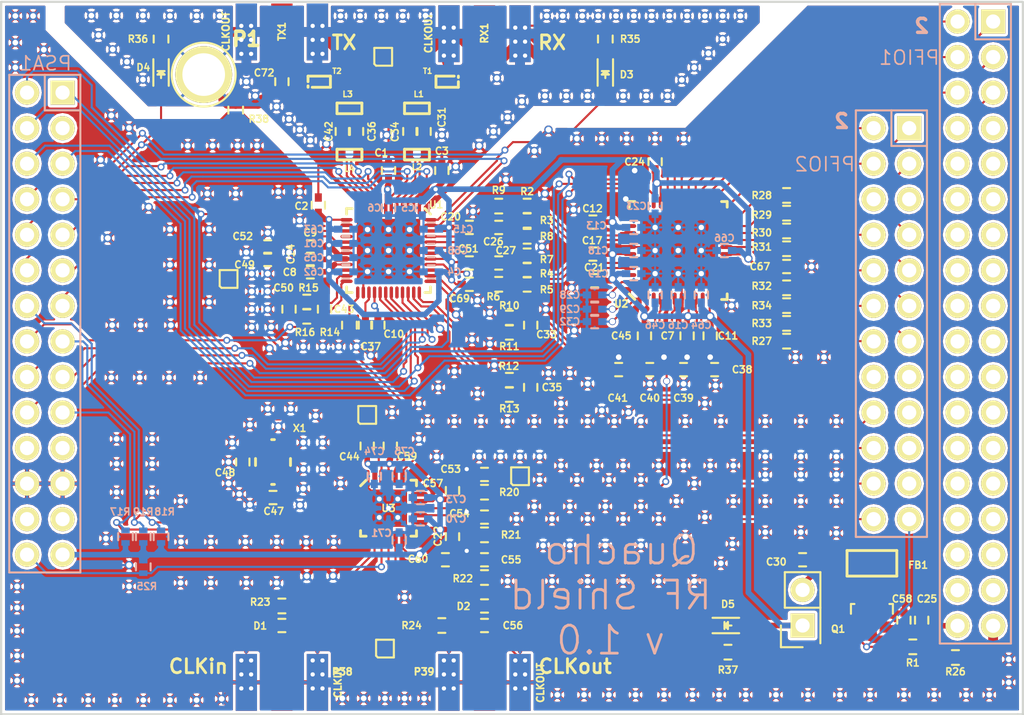
<source format=kicad_pcb>
(kicad_pcb (version 4) (host pcbnew 4.0.2-stable)
  (layers (0 F.Cu signal) (1 Inner2.Cu power hide) (2 Inner1.Cu mixed hide) (31 B.Cu signal) (34 B.Paste user) (35 F.Paste user hide) (36 B.SilkS user) (37 F.SilkS user hide) (38 B.Mask user) (39 F.Mask user hide) (44 Edge.Cuts user))
  (net 0 "")
  (net 1 GND)
  (net 2 TX_IF)
  (net 3 VAA)
  (net 4 VCC)
  (net 5 /TXBBQ-)
  (net 6 /TXBBQ+)
  (net 7 /TXBBI+)
  (net 8 /TXBBI-)
  (net 9 /COM)
  (net 10 /REFN)
  (net 11 "Net-(C30-Pad1)")
  (net 12 "Net-(C31-Pad2)")
  (net 13 /REFP)
  (net 14 /IA+)
  (net 15 /IA-)
  (net 16 "Net-(C34-Pad2)")
  (net 17 /QA-)
  (net 18 /QA+)
  (net 19 "Net-(C36-Pad2)")
  (net 20 "Net-(C37-Pad1)")
  (net 21 "Net-(C42-Pad2)")
  (net 22 /CPOUT-)
  (net 23 /CPOUT+)
  (net 24 /XB)
  (net 25 /XA)
  (net 26 /XTAL2)
  (net 27 "Net-(C50-Pad1)")
  (net 28 "Net-(C50-Pad2)")
  (net 29 SSP1_MISO)
  (net 30 GCK1)
  (net 31 GCK2)
  (net 32 SGPIO_CLK)
  (net 33 CLKOUT)
  (net 34 CLKIN)
  (net 35 "Net-(FB1-Pad1)")
  (net 36 SCL)
  (net 37 SDA)
  (net 38 SSP1_SCK)
  (net 39 SSP1_MOSI)
  (net 40 CS_XCVR)
  (net 41 CS_AD)
  (net 42 TXENABLE)
  (net 43 RXENABLE)
  (net 44 DA0)
  (net 45 DA4)
  (net 46 DA7)
  (net 47 DD0)
  (net 48 DD5)
  (net 49 DD9)
  (net 50 DD1)
  (net 51 DD2)
  (net 52 DD4)
  (net 53 DD6)
  (net 54 DD7)
  (net 55 DD8)
  (net 56 DA6)
  (net 57 DA5)
  (net 58 DA3)
  (net 59 DA2)
  (net 60 DA1)
  (net 61 "Net-(PFIO1-Pad35)")
  (net 62 !VAA_ENABLE)
  (net 63 XCVR_EN)
  (net 64 OEB)
  (net 65 /QD+)
  (net 66 /QD-)
  (net 67 /ID-)
  (net 68 /ID+)
  (net 69 /RXBBI+)
  (net 70 /RXBBI-)
  (net 71 /RXBBQ+)
  (net 72 /RXBBQ-)
  (net 73 RX_IF)
  (net 74 DD3)
  (net 75 RXHP)
  (net 76 GainCtrl_B7)
  (net 77 GainCtrl_B6)
  (net 78 GainCtrl_B5)
  (net 79 GainCtrl_B4)
  (net 80 GainCtrl_B3)
  (net 81 GainCtrl_B2)
  (net 82 GainCtrl_B1)
  (net 83 /CLK5)
  (net 84 "Net-(D3-Pad1)")
  (net 85 "Net-(D4-Pad1)")
  (net 86 "Net-(D5-Pad1)")
  (net 87 CLK6)
  (net 88 MIX_CLK)
  (net 89 MCU_CLK)
  (net 90 /CLK0)
  (net 91 /CLK1)
  (net 92 /CLK2)
  (net 93 /CLK3)
  (net 94 0V_dig)
  (net 95 /RXRF+)
  (net 96 /RXRF-)
  (net 97 /TXRF+)
  (net 98 /TXRF-)
  (net 99 "Net-(C72-Pad2)")
  (net 100 "Net-(PFIO2-Pad7)")
  (net 101 "Net-(PFIO2-Pad8)")
  (net 102 "Net-(PFIO2-Pad9)")
  (net 103 "Net-(PFIO2-Pad10)")
  (net 104 "Net-(PFIO2-Pad11)")
  (net 105 "Net-(PFIO2-Pad12)")
  (net 106 "Net-(PFIO2-Pad13)")
  (net 107 "Net-(PFIO2-Pad14)")
  (net 108 INTR)
  (net 109 3VDAC)
  (net 110 RSSI)
  (net 111 /XCVR_CLKOUT)
  (module Connect:GSG-HOLE-06mm1 (layer F.Cu) (at 49.022 68.199)
    (fp_text reference "" (at 0 -3.048) (layer F.SilkS) (effects (font (size 1.016 1.016) (thickness 0.254))))
    (fp_text value CONN_01X01 hide)
    (pad 1 thru_hole circle (at 0 0) (size 0.6 0.6) (drill 0.4) (layers *.Cu *.Mask) (net 1 GND))
  )
  (module Connect:GSG-HOLE-06mm1 (layer F.Cu) (at 28.194 75.311)
    (fp_text reference "" (at 0 -3.048) (layer F.SilkS) (effects (font (size 1.016 1.016) (thickness 0.254))))
    (fp_text value CONN_01X01 hide)
    (pad 1 thru_hole circle (at 0 0) (size 0.6 0.6) (drill 0.4) (layers *.Cu *.Mask) (net 94 0V_dig))
  )
  (module Connect:GSG-HOLE-06mm1 (layer F.Cu) (at 29.464 76.2)
    (fp_text reference "" (at 0 -3.048) (layer F.SilkS) (effects (font (size 1.016 1.016) (thickness 0.254))))
    (fp_text value CONN_01X01 hide)
    (pad 1 thru_hole circle (at 0 0) (size 0.6 0.6) (drill 0.4) (layers *.Cu *.Mask) (net 94 0V_dig))
  )
  (module Connect:GSG-HOLE-06mm1 (layer F.Cu) (at 23.368 70.612)
    (fp_text reference "" (at 0 -3.048) (layer F.SilkS) (effects (font (size 1.016 1.016) (thickness 0.254))))
    (fp_text value CONN_01X01 hide)
    (pad 1 thru_hole circle (at 0 0) (size 0.6 0.6) (drill 0.4) (layers *.Cu *.Mask) (net 94 0V_dig))
  )
  (module Connect:GSG-HOLE-06mm1 (layer F.Cu) (at 49.149 109.728)
    (fp_text reference "" (at 0 -3.048) (layer F.SilkS) (effects (font (size 1.016 1.016) (thickness 0.254))))
    (fp_text value CONN_01X01 hide)
    (pad 1 thru_hole circle (at 0 0) (size 0.6 0.6) (drill 0.4) (layers *.Cu *.Mask) (net 94 0V_dig))
  )
  (module Connect:GSG-HOLE-06mm1 (layer F.Cu) (at 22.606 68.199)
    (fp_text reference "" (at 0 -3.048) (layer F.SilkS) (effects (font (size 1.016 1.016) (thickness 0.254))))
    (fp_text value CONN_01X01 hide)
    (pad 1 thru_hole circle (at 0 0) (size 0.6 0.6) (drill 0.4) (layers *.Cu *.Mask) (net 94 0V_dig))
  )
  (module Connect:GSG-HOLE-06mm1 (layer F.Cu) (at 21.336 68.199)
    (fp_text reference "" (at 0 -3.048) (layer F.SilkS) (effects (font (size 1.016 1.016) (thickness 0.254))))
    (fp_text value CONN_01X01 hide)
    (pad 1 thru_hole circle (at 0 0) (size 0.6 0.6) (drill 0.4) (layers *.Cu *.Mask) (net 94 0V_dig))
  )
  (module Connect:GSG-HOLE-06mm1 (layer F.Cu) (at 55.753 72.644)
    (fp_text reference "" (at -9.144 -7.112) (layer F.SilkS) (effects (font (size 1.016 1.016) (thickness 0.254))))
    (fp_text value CONN_01X01 hide)
    (pad 1 thru_hole circle (at 0 0) (size 0.6 0.6) (drill 0.4) (layers *.Cu *.Mask) (net 1 GND))
  )
  (module Connect:GSG-HOLE-06mm1 (layer F.Cu) (at 71.882 69.85)
    (fp_text reference "" (at -9.144 -7.112) (layer F.SilkS) (effects (font (size 1.016 1.016) (thickness 0.254))))
    (fp_text value CONN_01X01 hide)
    (pad 1 thru_hole circle (at 0 0) (size 0.6 0.6) (drill 0.4) (layers *.Cu *.Mask) (net 1 GND))
  )
  (module Connect:GSG-HOLE-06mm1 (layer F.Cu) (at 66.421 73.914)
    (fp_text reference "" (at 0.762 -7.874) (layer F.SilkS) (effects (font (size 1.016 1.016) (thickness 0.254))))
    (fp_text value CONN_01X01 hide)
    (pad 1 thru_hole circle (at 0 0) (size 0.6 0.6) (drill 0.4) (layers *.Cu *.Mask) (net 1 GND))
  )
  (module Connect:GSG-HOLE-06mm1 (layer F.Cu) (at 30.4546 72.7456)
    (fp_text reference "" (at 0 -3.048) (layer F.SilkS) (effects (font (size 1.016 1.016) (thickness 0.254))))
    (fp_text value CONN_01X01 hide)
    (pad 1 thru_hole circle (at 0 0) (size 0.6 0.6) (drill 0.4) (layers *.Cu *.Mask) (net 1 GND))
  )
  (module Connect:GSG-HOLE-06mm1 (layer F.Cu) (at 29.3116 71.4756)
    (fp_text reference "" (at 0 -3.048) (layer F.SilkS) (effects (font (size 1.016 1.016) (thickness 0.254))))
    (fp_text value CONN_01X01 hide)
    (pad 1 thru_hole circle (at 0 0) (size 0.6 0.6) (drill 0.4) (layers *.Cu *.Mask) (net 1 GND))
  )
  (module Connect:GSG-HOLE-06mm1 (layer F.Cu) (at 28.2956 70.5866)
    (fp_text reference "" (at 0 -3.048) (layer F.SilkS) (effects (font (size 1.016 1.016) (thickness 0.254))))
    (fp_text value CONN_01X01 hide)
    (pad 1 thru_hole circle (at 0 0) (size 0.6 0.6) (drill 0.4) (layers *.Cu *.Mask) (net 1 GND))
  )
  (module Connect:GSG-HOLE-06mm1 (layer F.Cu) (at 27.2796 69.5706)
    (fp_text reference "" (at 0 -3.048) (layer F.SilkS) (effects (font (size 1.016 1.016) (thickness 0.254))))
    (fp_text value CONN_01X01 hide)
    (pad 1 thru_hole circle (at 0 0) (size 0.6 0.6) (drill 0.4) (layers *.Cu *.Mask) (net 1 GND))
  )
  (module Connect:GSG-HOLE-06mm1 (layer F.Cu) (at 26.7716 68.1736)
    (fp_text reference "" (at 0 -3.048) (layer F.SilkS) (effects (font (size 1.016 1.016) (thickness 0.254))))
    (fp_text value CONN_01X01 hide)
    (pad 1 thru_hole circle (at 0 0) (size 0.6 0.6) (drill 0.4) (layers *.Cu *.Mask) (net 1 GND))
  )
  (module Connect:GSG-HOLE-06mm1 (layer F.Cu) (at 28.5496 68.1736)
    (fp_text reference "" (at 0 -3.048) (layer F.SilkS) (effects (font (size 1.016 1.016) (thickness 0.254))))
    (fp_text value CONN_01X01 hide)
    (pad 1 thru_hole circle (at 0 0) (size 0.6 0.6) (drill 0.4) (layers *.Cu *.Mask) (net 1 GND))
  )
  (module Connect:GSG-HOLE-06mm1 (layer F.Cu) (at 30.4546 68.1736)
    (fp_text reference "" (at 0 -3.048) (layer F.SilkS) (effects (font (size 1.016 1.016) (thickness 0.254))))
    (fp_text value CONN_01X01 hide)
    (pad 1 thru_hole circle (at 0 0) (size 0.6 0.6) (drill 0.4) (layers *.Cu *.Mask) (net 1 GND))
  )
  (module Connect:GSG-HOLE-06mm1 (layer F.Cu) (at 44.577 68.199)
    (fp_text reference "" (at 0 -3.048) (layer F.SilkS) (effects (font (size 1.016 1.016) (thickness 0.254))))
    (fp_text value CONN_01X01 hide)
    (pad 1 thru_hole circle (at 0 0) (size 0.6 0.6) (drill 0.4) (layers *.Cu *.Mask) (net 1 GND))
  )
  (module Connect:GSG-HOLE-06mm1 (layer F.Cu) (at 45.974 68.199)
    (fp_text reference "" (at 0 -3.048) (layer F.SilkS) (effects (font (size 1.016 1.016) (thickness 0.254))))
    (fp_text value CONN_01X01 hide)
    (pad 1 thru_hole circle (at 0 0) (size 0.6 0.6) (drill 0.4) (layers *.Cu *.Mask) (net 1 GND))
  )
  (module Connect:GSG-HOLE-06mm1 (layer F.Cu) (at 86.995 116.713)
    (fp_text reference "" (at -10.033 4.191) (layer F.SilkS) (effects (font (size 1.016 1.016) (thickness 0.254))))
    (fp_text value CONN_01X01 hide)
    (pad 1 thru_hole circle (at 0 0) (size 0.6 0.6) (drill 0.4) (layers *.Cu *.Mask) (net 94 0V_dig))
  )
  (module Connect:GSG-HOLE-06mm1 (layer F.Cu) (at 84.836 116.713)
    (fp_text reference "" (at -10.033 4.191) (layer F.SilkS) (effects (font (size 1.016 1.016) (thickness 0.254))))
    (fp_text value CONN_01X01 hide)
    (pad 1 thru_hole circle (at 0 0) (size 0.6 0.6) (drill 0.4) (layers *.Cu *.Mask) (net 94 0V_dig))
  )
  (module Connect:GSG-HOLE-06mm1 (layer F.Cu) (at 82.423 116.713)
    (fp_text reference "" (at -10.033 4.191) (layer F.SilkS) (effects (font (size 1.016 1.016) (thickness 0.254))))
    (fp_text value CONN_01X01 hide)
    (pad 1 thru_hole circle (at 0 0) (size 0.6 0.6) (drill 0.4) (layers *.Cu *.Mask) (net 94 0V_dig))
  )
  (module Connect:GSG-HOLE-06mm1 (layer F.Cu) (at 80.264 116.713)
    (fp_text reference "" (at -10.033 4.191) (layer F.SilkS) (effects (font (size 1.016 1.016) (thickness 0.254))))
    (fp_text value CONN_01X01 hide)
    (pad 1 thru_hole circle (at 0 0) (size 0.6 0.6) (drill 0.4) (layers *.Cu *.Mask) (net 94 0V_dig))
  )
  (module Connect:GSG-HOLE-06mm1 (layer F.Cu) (at 77.978 116.713)
    (fp_text reference "" (at -10.033 4.191) (layer F.SilkS) (effects (font (size 1.016 1.016) (thickness 0.254))))
    (fp_text value CONN_01X01 hide)
    (pad 1 thru_hole circle (at 0 0) (size 0.6 0.6) (drill 0.4) (layers *.Cu *.Mask) (net 94 0V_dig))
  )
  (module Connect:GSG-HOLE-06mm1 (layer F.Cu) (at 75.692 116.713)
    (fp_text reference "" (at -10.033 4.191) (layer F.SilkS) (effects (font (size 1.016 1.016) (thickness 0.254))))
    (fp_text value CONN_01X01 hide)
    (pad 1 thru_hole circle (at 0 0) (size 0.6 0.6) (drill 0.4) (layers *.Cu *.Mask) (net 94 0V_dig))
  )
  (module Connect:GSG-HOLE-06mm1 (layer F.Cu) (at 73.533 116.713)
    (fp_text reference "" (at -10.033 4.191) (layer F.SilkS) (effects (font (size 1.016 1.016) (thickness 0.254))))
    (fp_text value CONN_01X01 hide)
    (pad 1 thru_hole circle (at 0 0) (size 0.6 0.6) (drill 0.4) (layers *.Cu *.Mask) (net 94 0V_dig))
  )
  (module Connect:GSG-HOLE-06mm1 (layer F.Cu) (at 71.628 116.713)
    (fp_text reference "" (at -10.033 4.191) (layer F.SilkS) (effects (font (size 1.016 1.016) (thickness 0.254))))
    (fp_text value CONN_01X01 hide)
    (pad 1 thru_hole circle (at 0 0) (size 0.6 0.6) (drill 0.4) (layers *.Cu *.Mask) (net 94 0V_dig))
  )
  (module Connect:GSG-HOLE-06mm1 (layer F.Cu) (at 69.723 116.713)
    (fp_text reference "" (at -10.033 4.191) (layer F.SilkS) (effects (font (size 1.016 1.016) (thickness 0.254))))
    (fp_text value CONN_01X01 hide)
    (pad 1 thru_hole circle (at 0 0) (size 0.6 0.6) (drill 0.4) (layers *.Cu *.Mask) (net 94 0V_dig))
  )
  (module Connect:GSG-HOLE-06mm1 (layer F.Cu) (at 67.691 116.713)
    (fp_text reference "" (at -10.033 4.191) (layer F.SilkS) (effects (font (size 1.016 1.016) (thickness 0.254))))
    (fp_text value CONN_01X01 hide)
    (pad 1 thru_hole circle (at 0 0) (size 0.6 0.6) (drill 0.4) (layers *.Cu *.Mask) (net 94 0V_dig))
  )
  (module Connect:GSG-HOLE-06mm1 (layer F.Cu) (at 65.659 116.713)
    (fp_text reference "" (at -10.033 4.191) (layer F.SilkS) (effects (font (size 1.016 1.016) (thickness 0.254))))
    (fp_text value CONN_01X01 hide)
    (pad 1 thru_hole circle (at 0 0) (size 0.6 0.6) (drill 0.4) (layers *.Cu *.Mask) (net 94 0V_dig))
  )
  (module Connect:GSG-HOLE-06mm1 (layer F.Cu) (at 63.754 116.713)
    (fp_text reference "" (at -10.033 4.191) (layer F.SilkS) (effects (font (size 1.016 1.016) (thickness 0.254))))
    (fp_text value CONN_01X01 hide)
    (pad 1 thru_hole circle (at 0 0) (size 0.6 0.6) (drill 0.4) (layers *.Cu *.Mask) (net 94 0V_dig))
  )
  (module Connect:GSG-HOLE-06mm1 (layer F.Cu) (at 61.976 116.713)
    (fp_text reference "" (at -10.033 4.191) (layer F.SilkS) (effects (font (size 1.016 1.016) (thickness 0.254))))
    (fp_text value CONN_01X01 hide)
    (pad 1 thru_hole circle (at 0 0) (size 0.6 0.6) (drill 0.4) (layers *.Cu *.Mask) (net 94 0V_dig))
  )
  (module Connect:GSG-HOLE-06mm1 (layer F.Cu) (at 60.071 116.713)
    (fp_text reference "" (at -10.033 4.191) (layer F.SilkS) (effects (font (size 1.016 1.016) (thickness 0.254))))
    (fp_text value CONN_01X01 hide)
    (pad 1 thru_hole circle (at 0 0) (size 0.6 0.6) (drill 0.4) (layers *.Cu *.Mask) (net 94 0V_dig))
  )
  (module Connect:GSG-HOLE-06mm1 (layer F.Cu) (at 56.388 79.883)
    (fp_text reference "" (at -9.906 -18.923) (layer F.SilkS) (effects (font (size 1.016 1.016) (thickness 0.254))))
    (fp_text value CONN_01X01 hide)
    (pad 1 thru_hole circle (at 0 0) (size 0.6 0.6) (drill 0.4) (layers *.Cu *.Mask) (net 94 0V_dig))
  )
  (module Connect:GSG-HOLE-06mm1 (layer F.Cu) (at 59.182 80.899)
    (fp_text reference "" (at 16.891 -24.892) (layer F.SilkS) (effects (font (size 1.016 1.016) (thickness 0.254))))
    (fp_text value CONN_01X01 hide)
    (pad 1 thru_hole circle (at 0 0) (size 0.6 0.6) (drill 0.4) (layers *.Cu *.Mask) (net 94 0V_dig))
  )
  (module Connect:GSG-HOLE-06mm1 (layer F.Cu) (at 61.468 76.962)
    (fp_text reference "" (at -11.557 -22.733) (layer F.SilkS) (effects (font (size 1.016 1.016) (thickness 0.254))))
    (fp_text value CONN_01X01 hide)
    (pad 1 thru_hole circle (at 0 0) (size 0.6 0.6) (drill 0.4) (layers *.Cu *.Mask) (net 94 0V_dig))
  )
  (module Connect:GSG-HOLE-06mm1 (layer F.Cu) (at 59.182 73.914)
    (fp_text reference "" (at 14.224 -10.668) (layer F.SilkS) (effects (font (size 1.016 1.016) (thickness 0.254))))
    (fp_text value CONN_01X01 hide)
    (pad 1 thru_hole circle (at 0 0) (size 0.6 0.6) (drill 0.4) (layers *.Cu *.Mask) (net 1 GND))
  )
  (module Connect:GSG-HOLE-06mm1 (layer F.Cu) (at 62.23 73.914)
    (fp_text reference "" (at 6.477 -11.557) (layer F.SilkS) (effects (font (size 1.016 1.016) (thickness 0.254))))
    (fp_text value CONN_01X01 hide)
    (pad 1 thru_hole circle (at 0 0) (size 0.6 0.6) (drill 0.4) (layers *.Cu *.Mask) (net 1 GND))
  )
  (module Connect:GSG-HOLE-06mm1 (layer F.Cu) (at 64.77 73.914)
    (fp_text reference "" (at 2.54 -8.636) (layer F.SilkS) (effects (font (size 1.016 1.016) (thickness 0.254))))
    (fp_text value CONN_01X01 hide)
    (pad 1 thru_hole circle (at 0 0) (size 0.6 0.6) (drill 0.4) (layers *.Cu *.Mask) (net 1 GND))
  )
  (module Connect:GSG-HOLE-06mm1 (layer F.Cu) (at 67.945 73.914)
    (fp_text reference "" (at 2.413 -9.525) (layer F.SilkS) (effects (font (size 1.016 1.016) (thickness 0.254))))
    (fp_text value CONN_01X01 hide)
    (pad 1 thru_hole circle (at 0 0) (size 0.6 0.6) (drill 0.4) (layers *.Cu *.Mask) (net 1 GND))
  )
  (module Connect:GSG-HOLE-06mm1 (layer F.Cu) (at 68.961 72.771)
    (fp_text reference "" (at 5.207 -8.255) (layer F.SilkS) (effects (font (size 1.016 1.016) (thickness 0.254))))
    (fp_text value CONN_01X01 hide)
    (pad 1 thru_hole circle (at 0 0) (size 0.6 0.6) (drill 0.4) (layers *.Cu *.Mask) (net 1 GND))
  )
  (module Connect:GSG-HOLE-06mm1 (layer F.Cu) (at 69.85 71.882)
    (fp_text reference "" (at -5.588 -7.493) (layer F.SilkS) (effects (font (size 1.016 1.016) (thickness 0.254))))
    (fp_text value CONN_01X01 hide)
    (pad 1 thru_hole circle (at 0 0) (size 0.6 0.6) (drill 0.4) (layers *.Cu *.Mask) (net 1 GND))
  )
  (module Connect:GSG-HOLE-06mm1 (layer F.Cu) (at 70.866 70.866)
    (fp_text reference "" (at -9.144 -7.112) (layer F.SilkS) (effects (font (size 1.016 1.016) (thickness 0.254))))
    (fp_text value CONN_01X01 hide)
    (pad 1 thru_hole circle (at 0 0) (size 0.6 0.6) (drill 0.4) (layers *.Cu *.Mask) (net 1 GND))
  )
  (module Connect:GSG-HOLE-06mm1 (layer F.Cu) (at 73.152 68.199)
    (fp_text reference "" (at 0 -3.048) (layer F.SilkS) (effects (font (size 0.5 0.5) (thickness 0.11))))
    (fp_text value CONN_01X01 hide)
    (pad 1 thru_hole circle (at 0 0) (size 0.6 0.6) (drill 0.4) (layers *.Cu *.Mask) (net 1 GND))
  )
  (module Connect:GSG-HOLE-06mm1 (layer F.Cu) (at 71.882 68.199)
    (fp_text reference "" (at 0 -3.048) (layer F.SilkS) (effects (font (size 1.016 1.016) (thickness 0.254))))
    (fp_text value CONN_01X01 hide)
    (pad 1 thru_hole circle (at 0 0) (size 0.6 0.6) (drill 0.4) (layers *.Cu *.Mask) (net 1 GND))
  )
  (module Connect:GSG-HOLE-06mm1 (layer F.Cu) (at 70.612 68.199)
    (fp_text reference "" (at 0 -3.048) (layer F.SilkS) (effects (font (size 1.016 1.016) (thickness 0.254))))
    (fp_text value CONN_01X01 hide)
    (pad 1 thru_hole circle (at 0 0) (size 0.6 0.6) (drill 0.4) (layers *.Cu *.Mask) (net 1 GND))
  )
  (module Connect:GSG-HOLE-06mm1 (layer F.Cu) (at 69.342 68.199)
    (fp_text reference "" (at 0 -3.048) (layer F.SilkS) (effects (font (size 1.016 1.016) (thickness 0.254))))
    (fp_text value CONN_01X01 hide)
    (pad 1 thru_hole circle (at 0 0) (size 0.6 0.6) (drill 0.4) (layers *.Cu *.Mask) (net 1 GND))
  )
  (module Connect:GSG-HOLE-06mm1 (layer F.Cu) (at 68.072 68.199)
    (fp_text reference "" (at 0 -3.048) (layer F.SilkS) (effects (font (size 1.016 1.016) (thickness 0.254))))
    (fp_text value CONN_01X01 hide)
    (pad 1 thru_hole circle (at 0 0) (size 0.6 0.6) (drill 0.4) (layers *.Cu *.Mask) (net 1 GND))
  )
  (module Connect:GSG-HOLE-06mm1 (layer F.Cu) (at 66.802 68.199)
    (fp_text reference "" (at 0 -3.048) (layer F.SilkS) (effects (font (size 1.016 1.016) (thickness 0.254))))
    (fp_text value CONN_01X01 hide)
    (pad 1 thru_hole circle (at 0 0) (size 0.6 0.6) (drill 0.4) (layers *.Cu *.Mask) (net 1 GND))
  )
  (module Connect:GSG-HOLE-06mm1 (layer F.Cu) (at 65.532 68.199)
    (fp_text reference "" (at 0 -3.048) (layer F.SilkS) (effects (font (size 1.016 1.016) (thickness 0.254))))
    (fp_text value CONN_01X01 hide)
    (pad 1 thru_hole circle (at 0 0) (size 0.6 0.6) (drill 0.4) (layers *.Cu *.Mask) (net 1 GND))
  )
  (module Connect:GSG-HOLE-06mm1 (layer F.Cu) (at 64.262 68.199)
    (fp_text reference "" (at 0 -3.048) (layer F.SilkS) (effects (font (size 1.016 1.016) (thickness 0.254))))
    (fp_text value CONN_01X01 hide)
    (pad 1 thru_hole circle (at 0 0) (size 0.6 0.6) (drill 0.4) (layers *.Cu *.Mask) (net 1 GND))
  )
  (module Connect:GSG-HOLE-06mm1 (layer F.Cu) (at 62.992 68.199)
    (fp_text reference "" (at 0 -3.048) (layer F.SilkS) (effects (font (size 1.016 1.016) (thickness 0.254))))
    (fp_text value CONN_01X01 hide)
    (pad 1 thru_hole circle (at 0 0) (size 0.6 0.6) (drill 0.4) (layers *.Cu *.Mask) (net 1 GND))
  )
  (module Connect:GSG-HOLE-06mm1 (layer F.Cu) (at 61.849 68.199)
    (fp_text reference "" (at 0 -3.048) (layer F.SilkS) (effects (font (size 1.016 1.016) (thickness 0.254))))
    (fp_text value CONN_01X01 hide)
    (pad 1 thru_hole circle (at 0 0) (size 0.6 0.6) (drill 0.4) (layers *.Cu *.Mask) (net 1 GND))
  )
  (module Connect:GSG-HOLE-06mm1 (layer F.Cu) (at 40.005 74.676)
    (fp_text reference "" (at 7.0104 -8.7376) (layer F.SilkS) (effects (font (size 1.016 1.016) (thickness 0.254))))
    (fp_text value CONN_01X01 hide)
    (pad 1 thru_hole circle (at 0 0) (size 0.6 0.6) (drill 0.4) (layers *.Cu *.Mask) (net 1 GND))
  )
  (module Connect:GSG-HOLE-06mm1 (layer F.Cu) (at 28.575 102.235)
    (fp_text reference "" (at -11.684 2.921) (layer F.SilkS) (effects (font (size 1.016 1.016) (thickness 0.254))))
    (fp_text value CONN_01X01 hide)
    (pad 1 thru_hole circle (at 0 0) (size 0.6 0.6) (drill 0.4) (layers *.Cu *.Mask) (net 94 0V_dig))
  )
  (module Connect:GSG-HOLE-06mm1 (layer F.Cu) (at 31.115 102.235)
    (fp_text reference "" (at -16.764 1.27) (layer F.SilkS) (effects (font (size 1.016 1.016) (thickness 0.254))))
    (fp_text value CONN_01X01 hide)
    (pad 1 thru_hole circle (at 0 0) (size 0.6 0.6) (drill 0.4) (layers *.Cu *.Mask) (net 94 0V_dig))
  )
  (module Connect:GSG-HOLE-06mm1 (layer F.Cu) (at 31.115 100.203)
    (fp_text reference "" (at -17.145 1.651) (layer F.SilkS) (effects (font (size 1.016 1.016) (thickness 0.254))))
    (fp_text value CONN_01X01 hide)
    (pad 1 thru_hole circle (at 0 0) (size 0.6 0.6) (drill 0.4) (layers *.Cu *.Mask) (net 94 0V_dig))
  )
  (module Connect:GSG-HOLE-06mm1 (layer F.Cu) (at 28.575 100.203)
    (fp_text reference "" (at -11.176 0.762) (layer F.SilkS) (effects (font (size 1.016 1.016) (thickness 0.254))))
    (fp_text value CONN_01X01 hide)
    (pad 1 thru_hole circle (at 0 0) (size 0.6 0.6) (drill 0.4) (layers *.Cu *.Mask) (net 94 0V_dig))
  )
  (module Connect:GSG-HOLE-06mm1 (layer F.Cu) (at 31.115 98.425)
    (fp_text reference "" (at -16.51 0.762) (layer F.SilkS) (effects (font (size 1.016 1.016) (thickness 0.254))))
    (fp_text value CONN_01X01 hide)
    (pad 1 thru_hole circle (at 0 0) (size 0.6 0.6) (drill 0.4) (layers *.Cu *.Mask) (net 94 0V_dig))
  )
  (module Connect:GSG-HOLE-06mm1 (layer F.Cu) (at 28.575 98.425)
    (fp_text reference "" (at -13.716 -2.032) (layer F.SilkS) (effects (font (size 1.016 1.016) (thickness 0.254))))
    (fp_text value CONN_01X01 hide)
    (pad 1 thru_hole circle (at 0 0) (size 0.6 0.6) (drill 0.4) (layers *.Cu *.Mask) (net 94 0V_dig))
  )
  (module Connect:GSG-HOLE-06mm1 (layer F.Cu) (at 30.861 81.8515)
    (fp_text reference "" (at 8.001 -25.146) (layer F.SilkS) (effects (font (size 1.016 1.016) (thickness 0.254))))
    (fp_text value CONN_01X01 hide)
    (pad 1 thru_hole circle (at 0 0) (size 0.6 0.6) (drill 0.4) (layers *.Cu *.Mask) (net 94 0V_dig))
  )
  (module Connect:GSG-HOLE-06mm1 (layer F.Cu) (at 27.94 84.074)
    (fp_text reference "" (at 3.937 -25.654) (layer F.SilkS) (effects (font (size 1.016 1.016) (thickness 0.254))))
    (fp_text value CONN_01X01 hide)
    (pad 1 thru_hole circle (at 0 0) (size 0.6 0.6) (drill 0.4) (layers *.Cu *.Mask) (net 94 0V_dig))
  )
  (module Connect:GSG-HOLE-06mm1 (layer F.Cu) (at 37.084 80.899)
    (fp_text reference "" (at -5.08 -16.256) (layer F.SilkS) (effects (font (size 1.016 1.016) (thickness 0.254))))
    (fp_text value CONN_01X01 hide)
    (pad 1 thru_hole circle (at 0 0) (size 0.6 0.6) (drill 0.4) (layers *.Cu *.Mask) (net 94 0V_dig))
  )
  (module Connect:GSG-HOLE-06mm1 (layer F.Cu) (at 37.211 77.47)
    (fp_text reference "" (at 2.159 -12.319) (layer F.SilkS) (effects (font (size 1.016 1.016) (thickness 0.254))))
    (fp_text value CONN_01X01 hide)
    (pad 1 thru_hole circle (at 0 0) (size 0.6 0.6) (drill 0.4) (layers *.Cu *.Mask) (net 94 0V_dig))
  )
  (module Connect:GSG-HOLE-06mm1 (layer F.Cu) (at 35.052 80.899)
    (fp_text reference "" (at -1.905 -20.447) (layer F.SilkS) (effects (font (size 1.016 1.016) (thickness 0.254))))
    (fp_text value CONN_01X01 hide)
    (pad 1 thru_hole circle (at 0 0) (size 0.6 0.6) (drill 0.4) (layers *.Cu *.Mask) (net 94 0V_dig))
  )
  (module Connect:GSG-HOLE-06mm1 (layer F.Cu) (at 33.655 77.47)
    (fp_text reference "" (at 5.08 -25.781) (layer F.SilkS) (effects (font (size 1.016 1.016) (thickness 0.254))))
    (fp_text value CONN_01X01 hide)
    (pad 1 thru_hole circle (at 0 0) (size 0.6 0.6) (drill 0.4) (layers *.Cu *.Mask) (net 94 0V_dig))
  )
  (module Connect:GSG-HOLE-06mm1 (layer F.Cu) (at 35.179 88.646)
    (fp_text reference "" (at -19.685 -8.255) (layer F.SilkS) (effects (font (size 1.016 1.016) (thickness 0.254))))
    (fp_text value CONN_01X01 hide)
    (pad 1 thru_hole circle (at 0 0) (size 0.6 0.6) (drill 0.4) (layers *.Cu *.Mask) (net 94 0V_dig))
  )
  (module Connect:GSG-HOLE-06mm1 (layer F.Cu) (at 35.179 85.979)
    (fp_text reference "" (at 3.175 -24.384) (layer F.SilkS) (effects (font (size 1.016 1.016) (thickness 0.254))))
    (fp_text value CONN_01X01 hide)
    (pad 1 thru_hole circle (at 0 0) (size 0.6 0.6) (drill 0.4) (layers *.Cu *.Mask) (net 94 0V_dig))
  )
  (module Connect:GSG-HOLE-06mm1 (layer F.Cu) (at 35.179 83.439)
    (fp_text reference "" (at 6.223 -25.146) (layer F.SilkS) (effects (font (size 1.016 1.016) (thickness 0.254))))
    (fp_text value CONN_01X01 hide)
    (pad 1 thru_hole circle (at 0 0) (size 0.6 0.6) (drill 0.4) (layers *.Cu *.Mask) (net 94 0V_dig))
  )
  (module Connect:GSG-HOLE-06mm1 (layer F.Cu) (at 32.385 88.646)
    (fp_text reference "" (at -16.51 -13.335) (layer F.SilkS) (effects (font (size 1.016 1.016) (thickness 0.254))))
    (fp_text value CONN_01X01 hide)
    (pad 1 thru_hole circle (at 0 0) (size 0.6 0.6) (drill 0.4) (layers *.Cu *.Mask) (net 94 0V_dig))
  )
  (module Connect:GSG-HOLE-06mm1 (layer F.Cu) (at 32.385 85.979)
    (fp_text reference "" (at 14.605 -34.036) (layer F.SilkS) (effects (font (size 1.016 1.016) (thickness 0.254))))
    (fp_text value CONN_01X01 hide)
    (pad 1 thru_hole circle (at 0 0) (size 0.6 0.6) (drill 0.4) (layers *.Cu *.Mask) (net 94 0V_dig))
  )
  (module Connect:GSG-HOLE-06mm1 (layer F.Cu) (at 32.385 83.439)
    (fp_text reference "" (at 5.969 -23.495) (layer F.SilkS) (effects (font (size 1.016 1.016) (thickness 0.254))))
    (fp_text value CONN_01X01 hide)
    (pad 1 thru_hole circle (at 0 0) (size 0.6 0.6) (drill 0.4) (layers *.Cu *.Mask) (net 94 0V_dig))
  )
  (module Connect:GSG-HOLE-06mm1 (layer F.Cu) (at 32.4485 90.297)
    (fp_text reference "" (at -16.5735 -10.541) (layer F.SilkS) (effects (font (size 1.016 1.016) (thickness 0.254))))
    (fp_text value CONN_01X01 hide)
    (pad 1 thru_hole circle (at 0 0) (size 0.6 0.6) (drill 0.4) (layers *.Cu *.Mask) (net 94 0V_dig))
  )
  (module Connect:GSG-HOLE-06mm1 (layer F.Cu) (at 30.2895 90.297)
    (fp_text reference "" (at -14.5415 -8.255) (layer F.SilkS) (effects (font (size 1.016 1.016) (thickness 0.254))))
    (fp_text value CONN_01X01 hide)
    (pad 1 thru_hole circle (at 0 0) (size 0.6 0.6) (drill 0.4) (layers *.Cu *.Mask) (net 94 0V_dig))
  )
  (module Connect:GSG-HOLE-06mm1 (layer F.Cu) (at 28.2575 90.297)
    (fp_text reference "" (at -10.3505 -12.192) (layer F.SilkS) (effects (font (size 1.016 1.016) (thickness 0.254))))
    (fp_text value CONN_01X01 hide)
    (pad 1 thru_hole circle (at 0 0) (size 0.6 0.6) (drill 0.4) (layers *.Cu *.Mask) (net 94 0V_dig))
  )
  (module Connect:GSG-HOLE-06mm1 (layer F.Cu) (at 34.544 94.0435)
    (fp_text reference "" (at -18.542 -0.4445) (layer F.SilkS) (effects (font (size 1.016 1.016) (thickness 0.254))))
    (fp_text value CONN_01X01 hide)
    (pad 1 thru_hole circle (at 0 0) (size 0.6 0.6) (drill 0.4) (layers *.Cu *.Mask) (net 94 0V_dig))
  )
  (module Connect:GSG-HOLE-06mm1 (layer F.Cu) (at 32.3215 94.0435)
    (fp_text reference "" (at -14.9225 -2.4765) (layer F.SilkS) (effects (font (size 1.016 1.016) (thickness 0.254))))
    (fp_text value CONN_01X01 hide)
    (pad 1 thru_hole circle (at 0 0) (size 0.6 0.6) (drill 0.4) (layers *.Cu *.Mask) (net 94 0V_dig))
  )
  (module Connect:GSG-HOLE-06mm1 (layer F.Cu) (at 30.226 94.0435)
    (fp_text reference "" (at -14.605 -6.2865) (layer F.SilkS) (effects (font (size 1.016 1.016) (thickness 0.254))))
    (fp_text value CONN_01X01 hide)
    (pad 1 thru_hole circle (at 0 0) (size 0.6 0.6) (drill 0.4) (layers *.Cu *.Mask) (net 94 0V_dig))
  )
  (module Connect:GSG-HOLE-06mm1 (layer F.Cu) (at 28.194 94.0435)
    (fp_text reference "" (at -11.811 -9.8425) (layer F.SilkS) (effects (font (size 1.016 1.016) (thickness 0.254))))
    (fp_text value CONN_01X01 hide)
    (pad 1 thru_hole circle (at 0 0) (size 0.6 0.6) (drill 0.4) (layers *.Cu *.Mask) (net 94 0V_dig))
  )
  (module Connect:GSG-HOLE-06mm1 (layer F.Cu) (at 60.452 68.199)
    (fp_text reference "" (at 0 -3.048) (layer F.SilkS) (effects (font (size 1.016 1.016) (thickness 0.254))))
    (fp_text value CONN_01X01 hide)
    (pad 1 thru_hole circle (at 0 0) (size 0.6 0.6) (drill 0.4) (layers *.Cu *.Mask) (net 1 GND))
  )
  (module Connect:GSG-HOLE-06mm1 (layer F.Cu) (at 59.309 68.199)
    (fp_text reference "" (at 0 -3.048) (layer F.SilkS) (effects (font (size 1.016 1.016) (thickness 0.254))))
    (fp_text value CONN_01X01 hide)
    (pad 1 thru_hole circle (at 0 0) (size 0.6 0.6) (drill 0.4) (layers *.Cu *.Mask) (net 1 GND))
  )
  (module Connect:GSG-HOLE-06mm1 (layer F.Cu) (at 52.8066 78.9686)
    (fp_text reference "" (at -8.4836 -15.8496) (layer F.SilkS) (effects (font (size 1.016 1.016) (thickness 0.254))))
    (fp_text value CONN_01X01 hide)
    (pad 1 thru_hole circle (at 0 0) (size 0.6 0.6) (drill 0.4) (layers *.Cu *.Mask) (net 1 GND))
  )
  (module Connect:GSG-HOLE-06mm1 (layer F.Cu) (at 38.481 73.914)
    (fp_text reference "" (at 0.762 -7.874) (layer F.SilkS) (effects (font (size 1.016 1.016) (thickness 0.254))))
    (fp_text value CONN_01X01 hide)
    (pad 1 thru_hole circle (at 0 0) (size 0.6 0.6) (drill 0.4) (layers *.Cu *.Mask) (net 1 GND))
  )
  (module Connect:GSG-HOLE-06mm1 (layer F.Cu) (at 40.894 75.565)
    (fp_text reference "" (at -5.4356 -13.1826) (layer F.SilkS) (effects (font (size 1.016 1.016) (thickness 0.254))))
    (fp_text value CONN_01X01 hide)
    (pad 1 thru_hole circle (at 0 0) (size 0.6 0.6) (drill 0.4) (layers *.Cu *.Mask) (net 1 GND))
  )
  (module Connect:GSG-HOLE-06mm1 (layer F.Cu) (at 37.846 72.898)
    (fp_text reference P1 (at 0 -3.048) (layer F.SilkS) (effects (font (size 1.016 1.016) (thickness 0.254))))
    (fp_text value CONN_01X01 hide)
    (pad 1 thru_hole circle (at 0 0) (size 0.6 0.6) (drill 0.4) (layers *.Cu *.Mask) (net 1 GND))
  )
  (module Connect:GSG-HOLE-06mm1 (layer F.Cu) (at 47.879 76.708)
    (fp_text reference "" (at -7.747 -13.589) (layer F.SilkS) (effects (font (size 1.016 1.016) (thickness 0.254))))
    (fp_text value CONN_01X01 hide)
    (pad 1 thru_hole circle (at 0 0) (size 0.6 0.6) (drill 0.4) (layers *.Cu *.Mask) (net 1 GND))
  )
  (module Connect:GSG-HOLE-06mm1 (layer F.Cu) (at 41.656 76.327)
    (fp_text reference "" (at 0.762 -14.478) (layer F.SilkS) (effects (font (size 1.016 1.016) (thickness 0.254))))
    (fp_text value CONN_01X01 hide)
    (pad 1 thru_hole circle (at 0 0) (size 0.6 0.6) (drill 0.4) (layers *.Cu *.Mask) (net 1 GND))
  )
  (module Connect:GSG-HOLE-06mm1 (layer F.Cu) (at 54.483 77.47)
    (fp_text reference "" (at 5.08 -23.495) (layer F.SilkS) (effects (font (size 1.016 1.016) (thickness 0.254))))
    (fp_text value CONN_01X01 hide)
    (pad 1 thru_hole circle (at 0 0) (size 0.6 0.6) (drill 0.4) (layers *.Cu *.Mask) (net 1 GND))
  )
  (module Connect:GSG-HOLE-06mm1 (layer F.Cu) (at 55.499 76.454)
    (fp_text reference "" (at 8.255 -19.05) (layer F.SilkS) (effects (font (size 1.016 1.016) (thickness 0.254))))
    (fp_text value CONN_01X01 hide)
    (pad 1 thru_hole circle (at 0 0) (size 0.6 0.6) (drill 0.4) (layers *.Cu *.Mask) (net 1 GND))
  )
  (module Connect:GSG-HOLE-06mm1 (layer F.Cu) (at 56.515 75.438)
    (fp_text reference "" (at 10.414 -16.002) (layer F.SilkS) (effects (font (size 1.016 1.016) (thickness 0.254))))
    (fp_text value CONN_01X01 hide)
    (pad 1 thru_hole circle (at 0 0) (size 0.6 0.6) (drill 0.4) (layers *.Cu *.Mask) (net 1 GND))
  )
  (module Connect:GSG-HOLE-06mm1 (layer F.Cu) (at 57.531 74.295)
    (fp_text reference "" (at 24.511 -13.335) (layer F.SilkS) (effects (font (size 1.016 1.016) (thickness 0.254))))
    (fp_text value CONN_01X01 hide)
    (pad 1 thru_hole circle (at 0 0) (size 0.6 0.6) (drill 0.4) (layers *.Cu *.Mask) (net 1 GND))
  )
  (module Connect:GSG-HOLE-06mm1 (layer F.Cu) (at 24.511 117.094)
    (fp_text reference "" (at 4.064 5.207) (layer F.SilkS) (effects (font (size 1.016 1.016) (thickness 0.254))))
    (fp_text value CONN_01X01 hide)
    (pad 1 thru_hole circle (at 0 0) (size 0.6 0.6) (drill 0.4) (layers *.Cu *.Mask) (net 94 0V_dig))
  )
  (module Connect:GSG-HOLE-06mm1 (layer F.Cu) (at 21.463 108.966)
    (fp_text reference "" (at 12.827 15.875) (layer F.SilkS) (effects (font (size 1.016 1.016) (thickness 0.254))))
    (fp_text value CONN_01X01 hide)
    (pad 1 thru_hole circle (at 0 0) (size 0.6 0.6) (drill 0.4) (layers *.Cu *.Mask) (net 94 0V_dig))
  )
  (module Connect:GSG-HOLE-06mm1 (layer F.Cu) (at 21.463 113.919)
    (fp_text reference "" (at -8.128 0.635) (layer F.SilkS) (effects (font (size 1.016 1.016) (thickness 0.254))))
    (fp_text value CONN_01X01 hide)
    (pad 1 thru_hole circle (at 0 0) (size 0.6 0.6) (drill 0.4) (layers *.Cu *.Mask) (net 94 0V_dig))
  )
  (module Connect:GSG-HOLE-06mm1 (layer F.Cu) (at 21.463 110.49)
    (fp_text reference "" (at 16.51 14.986) (layer F.SilkS) (effects (font (size 1.016 1.016) (thickness 0.254))))
    (fp_text value CONN_01X01 hide)
    (pad 1 thru_hole circle (at 0 0) (size 0.6 0.6) (drill 0.4) (layers *.Cu *.Mask) (net 94 0V_dig))
  )
  (module Connect:GSG-HOLE-06mm1 (layer F.Cu) (at 22.479 117.094)
    (fp_text reference "" (at -9.398 -0.381) (layer F.SilkS) (effects (font (size 1.016 1.016) (thickness 0.254))))
    (fp_text value CONN_01X01 hide)
    (pad 1 thru_hole circle (at 0 0) (size 0.6 0.6) (drill 0.4) (layers *.Cu *.Mask) (net 94 0V_dig))
  )
  (module Connect:GSG-HOLE-06mm1 (layer F.Cu) (at 21.463 115.697)
    (fp_text reference "" (at 1.27 3.556) (layer F.SilkS) (effects (font (size 1.016 1.016) (thickness 0.254))))
    (fp_text value CONN_01X01 hide)
    (pad 1 thru_hole circle (at 0 0) (size 0.6 0.6) (drill 0.4) (layers *.Cu *.Mask) (net 94 0V_dig))
  )
  (module Connect:GSG-HOLE-06mm1 (layer F.Cu) (at 21.463 112.141)
    (fp_text reference "" (at 16.764 11.176) (layer F.SilkS) (effects (font (size 1.016 1.016) (thickness 0.254))))
    (fp_text value CONN_01X01 hide)
    (pad 1 thru_hole circle (at 0 0) (size 0.6 0.6) (drill 0.4) (layers *.Cu *.Mask) (net 94 0V_dig))
  )
  (module Connect:GSG-HOLE-06mm1 (layer F.Cu) (at 21.336 71.882)
    (fp_text reference "" (at 0 -3.048) (layer F.SilkS) (effects (font (size 0.5 0.5) (thickness 0.11))))
    (fp_text value CONN_01X01 hide)
    (pad 1 thru_hole circle (at 0 0) (size 0.6 0.6) (drill 0.4) (layers *.Cu *.Mask) (net 94 0V_dig))
  )
  (module Connect:GSG-HOLE-06mm1 (layer F.Cu) (at 21.336 70.104)
    (fp_text reference "" (at 0 -3.048) (layer F.SilkS) (effects (font (size 1.016 1.016) (thickness 0.254))))
    (fp_text value CONN_01X01 hide)
    (pad 1 thru_hole circle (at 0 0) (size 0.6 0.6) (drill 0.4) (layers *.Cu *.Mask) (net 94 0V_dig))
  )
  (module Connect:GSG-HOLE-06mm1 (layer F.Cu) (at 89.281 116.713)
    (fp_text reference "" (at 7.493 -2.667) (layer F.SilkS) (effects (font (size 1.016 1.016) (thickness 0.254))))
    (fp_text value CONN_01X01 hide)
    (pad 1 thru_hole circle (at 0 0) (size 0.6 0.6) (drill 0.4) (layers *.Cu *.Mask) (net 94 0V_dig))
  )
  (module Connect:GSG-HOLE-06mm1 (layer F.Cu) (at 58.97 84.7)
    (fp_text reference "" (at 42.503 -12.437) (layer F.SilkS) (effects (font (size 1.016 1.016) (thickness 0.254))))
    (fp_text value CONN_01X01 hide)
    (pad 1 thru_hole circle (at 0 0) (size 0.6 0.6) (drill 0.4) (layers *.Cu *.Mask) (net 94 0V_dig))
  )
  (module Connect:GSG-HOLE-06mm1 (layer F.Cu) (at 43.307 100.584)
    (fp_text reference "" (at -24.003 26.543) (layer F.SilkS) (effects (font (size 1.016 1.016) (thickness 0.254))))
    (fp_text value CONN_01X01 hide)
    (pad 1 thru_hole circle (at 0 0) (size 0.6 0.6) (drill 0.4) (layers *.Cu *.Mask) (net 94 0V_dig))
  )
  (module Connect:GSG-HOLE-06mm1 (layer F.Cu) (at 65.024 76.962)
    (fp_text reference "" (at 0 -13.843) (layer F.SilkS) (effects (font (size 1.016 1.016) (thickness 0.254))))
    (fp_text value CONN_01X01 hide)
    (pad 1 thru_hole circle (at 0 0) (size 0.6 0.6) (drill 0.4) (layers *.Cu *.Mask) (net 94 0V_dig))
  )
  (module Connect:GSG-HOLE-06mm1 (layer F.Cu) (at 52.705 93.599)
    (fp_text reference "" (at -19.558 27.051) (layer F.SilkS) (effects (font (size 1.016 1.016) (thickness 0.254))))
    (fp_text value CONN_01X01 hide)
    (pad 1 thru_hole circle (at 0 0) (size 0.6 0.6) (drill 0.4) (layers *.Cu *.Mask) (net 94 0V_dig))
  )
  (module Connect:GSG-HOLE-06mm1 (layer F.Cu) (at 43.307 98.679)
    (fp_text reference "" (at -24.765 2.286) (layer F.SilkS) (effects (font (size 1.016 1.016) (thickness 0.254))))
    (fp_text value CONN_01X01 hide)
    (pad 1 thru_hole circle (at 0 0) (size 0.6 0.6) (drill 0.4) (layers *.Cu *.Mask) (net 94 0V_dig))
  )
  (module Connect:GSG-HOLE-06mm1 (layer F.Cu) (at 61.087 87.63)
    (fp_text reference "" (at 36.195 -15.494) (layer F.SilkS) (effects (font (size 1.016 1.016) (thickness 0.254))))
    (fp_text value CONN_01X01 hide)
    (pad 1 thru_hole circle (at 0 0) (size 0.6 0.6) (drill 0.4) (layers *.Cu *.Mask) (net 94 0V_dig))
  )
  (module Connect:GSG-HOLE-06mm1 (layer F.Cu) (at 26.543 117.094)
    (fp_text reference "" (at 3.81 6.858) (layer F.SilkS) (effects (font (size 1.016 1.016) (thickness 0.254))))
    (fp_text value CONN_01X01 hide)
    (pad 1 thru_hole circle (at 0 0) (size 0.6 0.6) (drill 0.4) (layers *.Cu *.Mask) (net 94 0V_dig))
  )
  (module Connect:GSG-HOLE-06mm1 (layer F.Cu) (at 28.448 117.094)
    (fp_text reference "" (at -3.175 11.303) (layer F.SilkS) (effects (font (size 1.016 1.016) (thickness 0.254))))
    (fp_text value CONN_01X01 hide)
    (pad 1 thru_hole circle (at 0 0) (size 0.6 0.6) (drill 0.4) (layers *.Cu *.Mask) (net 94 0V_dig))
  )
  (module Connect:GSG-HOLE-06mm1 (layer F.Cu) (at 61.214 82.042)
    (fp_text reference "" (at 25.654 -27.686) (layer F.SilkS) (effects (font (size 1.016 1.016) (thickness 0.254))))
    (fp_text value CONN_01X01 hide)
    (pad 1 thru_hole circle (at 0 0) (size 0.6 0.6) (drill 0.4) (layers *.Cu *.Mask) (net 94 0V_dig))
  )
  (module Connect:GSG-HOLE-06mm1 (layer F.Cu) (at 69.088 76.962)
    (fp_text reference "" (at -9.398 -11.684) (layer F.SilkS) (effects (font (size 1.016 1.016) (thickness 0.254))))
    (fp_text value CONN_01X01 hide)
    (pad 1 thru_hole circle (at 0 0) (size 0.6 0.6) (drill 0.4) (layers *.Cu *.Mask) (net 94 0V_dig))
  )
  (module Connect:GSG-HOLE-06mm1 (layer F.Cu) (at 30.48 117.094)
    (fp_text reference "" (at -0.635 10.541) (layer F.SilkS) (effects (font (size 1.016 1.016) (thickness 0.254))))
    (fp_text value CONN_01X01 hide)
    (pad 1 thru_hole circle (at 0 0) (size 0.6 0.6) (drill 0.4) (layers *.Cu *.Mask) (net 94 0V_dig))
  )
  (module Connect:GSG-HOLE-06mm1 (layer F.Cu) (at 32.385 117.094)
    (fp_text reference "" (at 0.762 9.906) (layer F.SilkS) (effects (font (size 1.016 1.016) (thickness 0.254))))
    (fp_text value CONN_01X01 hide)
    (pad 1 thru_hole circle (at 0 0) (size 0.6 0.6) (drill 0.4) (layers *.Cu *.Mask) (net 94 0V_dig))
  )
  (module Connect:GSG-HOLE-06mm1 (layer F.Cu) (at 67.056 76.962)
    (fp_text reference "" (at -10.414 -14.097) (layer F.SilkS) (effects (font (size 1.016 1.016) (thickness 0.254))))
    (fp_text value CONN_01X01 hide)
    (pad 1 thru_hole circle (at 0 0) (size 0.6 0.6) (drill 0.4) (layers *.Cu *.Mask) (net 94 0V_dig))
  )
  (module Connect:GSG-HOLE-06mm1 (layer F.Cu) (at 44.577 101.6)
    (fp_text reference "" (at -28.194 23.876) (layer F.SilkS) (effects (font (size 1.016 1.016) (thickness 0.254))))
    (fp_text value CONN_01X01 hide)
    (pad 1 thru_hole circle (at 0 0) (size 0.6 0.6) (drill 0.4) (layers *.Cu *.Mask) (net 94 0V_dig))
  )
  (module Connect:GSG-HOLE-06mm1 (layer F.Cu) (at 34.29 117.094)
    (fp_text reference "" (at -1.016 14.351) (layer F.SilkS) (effects (font (size 1.016 1.016) (thickness 0.254))))
    (fp_text value CONN_01X01 hide)
    (pad 1 thru_hole circle (at 0 0) (size 0.6 0.6) (drill 0.4) (layers *.Cu *.Mask) (net 94 0V_dig))
  )
  (module Connect:GSG-HOLE-06mm1 (layer F.Cu) (at 42.799 96.774)
    (fp_text reference "" (at -25.146 27.178) (layer F.SilkS) (effects (font (size 1.016 1.016) (thickness 0.254))))
    (fp_text value CONN_01X01 hide)
    (pad 1 thru_hole circle (at 0 0) (size 0.6 0.6) (drill 0.4) (layers *.Cu *.Mask) (net 94 0V_dig))
  )
  (module Connect:GSG-HOLE-06mm1 (layer F.Cu) (at 36.576 101.6)
    (fp_text reference "" (at -20.193 12.827) (layer F.SilkS) (effects (font (size 1.016 1.016) (thickness 0.254))))
    (fp_text value CONN_01X01 hide)
    (pad 1 thru_hole circle (at 0 0) (size 0.6 0.6) (drill 0.4) (layers *.Cu *.Mask) (net 94 0V_dig))
  )
  (module Connect:GSG-HOLE-06mm1 (layer F.Cu) (at 61.2775 90.678)
    (fp_text reference "" (at 36.0045 -15.367) (layer F.SilkS) (effects (font (size 1.016 1.016) (thickness 0.254))))
    (fp_text value CONN_01X01 hide)
    (pad 1 thru_hole circle (at 0 0) (size 0.6 0.6) (drill 0.4) (layers *.Cu *.Mask) (net 94 0V_dig))
  )
  (module Connect:GSG-HOLE-06mm1 (layer F.Cu) (at 36.576 100.076)
    (fp_text reference "" (at -20.955 11.43) (layer F.SilkS) (effects (font (size 1.016 1.016) (thickness 0.254))))
    (fp_text value CONN_01X01 hide)
    (pad 1 thru_hole circle (at 0 0) (size 0.6 0.6) (drill 0.4) (layers *.Cu *.Mask) (net 94 0V_dig))
  )
  (module Connect:GSG-HOLE-06mm1 (layer F.Cu) (at 40.132 80.772)
    (fp_text reference "" (at -5.588 -16.637) (layer F.SilkS) (effects (font (size 1.016 1.016) (thickness 0.254))))
    (fp_text value CONN_01X01 hide)
    (pad 1 thru_hole circle (at 0 0) (size 0.6 0.6) (drill 0.4) (layers *.Cu *.Mask) (net 94 0V_dig))
  )
  (module Connect:GSG-HOLE-06mm1 (layer F.Cu) (at 67.31 108.585)
    (fp_text reference "" (at 28.321 19.939) (layer F.SilkS) (effects (font (size 1.016 1.016) (thickness 0.254))))
    (fp_text value CONN_01X01 hide)
    (pad 1 thru_hole circle (at 0 0) (size 0.6 0.6) (drill 0.4) (layers *.Cu *.Mask) (net 94 0V_dig))
  )
  (module Connect:GSG-HOLE-06mm1 (layer F.Cu) (at 92.329 115.824)
    (fp_text reference "" (at 4.699 -4.572) (layer F.SilkS) (effects (font (size 1.016 1.016) (thickness 0.254))))
    (fp_text value CONN_01X01 hide)
    (pad 1 thru_hole circle (at 0 0) (size 0.6 0.6) (drill 0.4) (layers *.Cu *.Mask) (net 94 0V_dig))
  )
  (module Connect:GSG-HOLE-06mm1 (layer F.Cu) (at 49.149 116.967)
    (fp_text reference "" (at -8.636 7.112) (layer F.SilkS) (effects (font (size 1.016 1.016) (thickness 0.254))))
    (fp_text value CONN_01X01 hide)
    (pad 1 thru_hole circle (at 0 0) (size 0.6 0.6) (drill 0.4) (layers *.Cu *.Mask) (net 94 0V_dig))
  )
  (module Connect:GSG-HOLE-06mm1 (layer F.Cu) (at 36.08324 117.00002)
    (fp_text reference "" (at 0 -3.048) (layer F.SilkS) (effects (font (size 1.016 1.016) (thickness 0.254))))
    (fp_text value CONN_01X01 hide)
    (pad 1 thru_hole circle (at 0 0) (size 0.6 0.6) (drill 0.4) (layers *.Cu *.Mask) (net 94 0V_dig))
  )
  (module Connect:GSG-HOLE-06mm1 (layer F.Cu) (at 50.546 116.967)
    (fp_text reference "" (at -10.033 4.191) (layer F.SilkS) (effects (font (size 1.016 1.016) (thickness 0.254))))
    (fp_text value CONN_01X01 hide)
    (pad 1 thru_hole circle (at 0 0) (size 0.6 0.6) (drill 0.4) (layers *.Cu *.Mask) (net 94 0V_dig))
  )
  (module Connect:GSG-HOLE-06mm1 (layer F.Cu) (at 46.228 116.967)
    (fp_text reference "" (at -7.747 6.858) (layer F.SilkS) (effects (font (size 1.016 1.016) (thickness 0.254))))
    (fp_text value CONN_01X01 hide)
    (pad 1 thru_hole circle (at 0 0) (size 0.6 0.6) (drill 0.4) (layers *.Cu *.Mask) (net 94 0V_dig))
  )
  (module Connect:GSG-HOLE-06mm1 (layer F.Cu) (at 47.752 116.967)
    (fp_text reference "" (at -15.748 3.556) (layer F.SilkS) (effects (font (size 1.016 1.016) (thickness 0.254))))
    (fp_text value CONN_01X01 hide)
    (pad 1 thru_hole circle (at 0 0) (size 0.6 0.6) (drill 0.4) (layers *.Cu *.Mask) (net 94 0V_dig))
  )
  (module Connect:GSG-HOLE-06mm1 (layer F.Cu) (at 92.329 114.173)
    (fp_text reference "" (at 4.572 -5.842) (layer F.SilkS) (effects (font (size 1.016 1.016) (thickness 0.254))))
    (fp_text value CONN_01X01 hide)
    (pad 1 thru_hole circle (at 0 0) (size 0.6 0.6) (drill 0.4) (layers *.Cu *.Mask) (net 94 0V_dig))
  )
  (module Connect:GSG-HOLE-06mm1 (layer F.Cu) (at 44.704 116.967)
    (fp_text reference "" (at -10.287 6.223) (layer F.SilkS) (effects (font (size 1.016 1.016) (thickness 0.254))))
    (fp_text value CONN_01X01 hide)
    (pad 1 thru_hole circle (at 0 0) (size 0.6 0.6) (drill 0.4) (layers *.Cu *.Mask) (net 94 0V_dig))
  )
  (module Connect:GSG-HOLE-06mm1 (layer F.Cu) (at 35.433 77.47)
    (fp_text reference "" (at 5.334 -12.065) (layer F.SilkS) (effects (font (size 1.016 1.016) (thickness 0.254))))
    (fp_text value CONN_01X01 hide)
    (pad 1 thru_hole circle (at 0 0) (size 0.6 0.6) (drill 0.4) (layers *.Cu *.Mask) (net 94 0V_dig))
  )
  (module Connect:GSG-HOLE-06mm1 (layer F.Cu) (at 80.01 102.87)
    (fp_text reference "" (at 32.512 -5.461) (layer F.SilkS) (effects (font (size 1.016 1.016) (thickness 0.254))))
    (fp_text value CONN_01X01 hide)
    (pad 1 thru_hole circle (at 0 0) (size 0.6 0.6) (drill 0.4) (layers *.Cu *.Mask) (net 94 0V_dig))
  )
  (module Connect:GSG-HOLE-06mm1 (layer F.Cu) (at 59.436 93.726)
    (fp_text reference "" (at 40.132 -2.032) (layer F.SilkS) (effects (font (size 1.016 1.016) (thickness 0.254))))
    (fp_text value CONN_01X01 hide)
    (pad 1 thru_hole circle (at 0 0) (size 0.6 0.6) (drill 0.4) (layers *.Cu *.Mask) (net 94 0V_dig))
  )
  (module Connect:GSG-HOLE-06mm1 (layer F.Cu) (at 65.151 96.52)
    (fp_text reference "" (at 42.799 -7.62) (layer F.SilkS) (effects (font (size 1.016 1.016) (thickness 0.254))))
    (fp_text value CONN_01X01 hide)
    (pad 1 thru_hole circle (at 0 0) (size 0.6 0.6) (drill 0.4) (layers *.Cu *.Mask) (net 94 0V_dig))
  )
  (module Connect:GSG-HOLE-06mm1 (layer F.Cu) (at 62.23 94.488)
    (fp_text reference "" (at 38.862 -17.653) (layer F.SilkS) (effects (font (size 1.016 1.016) (thickness 0.254))))
    (fp_text value CONN_01X01 hide)
    (pad 1 thru_hole circle (at 0 0) (size 0.6 0.6) (drill 0.4) (layers *.Cu *.Mask) (net 94 0V_dig))
  )
  (module Connect:GSG-HOLE-06mm1 (layer F.Cu) (at 37.77996 105.78084)
    (fp_text reference "" (at -22.41296 4.20116) (layer F.SilkS) (effects (font (size 1.016 1.016) (thickness 0.254))))
    (fp_text value CONN_01X01 hide)
    (pad 1 thru_hole circle (at 0 0) (size 0.6 0.6) (drill 0.4) (layers *.Cu *.Mask) (net 94 0V_dig))
  )
  (module Connect:GSG-HOLE-06mm1 (layer F.Cu) (at 36.83 98.679)
    (fp_text reference "" (at -21.082 3.048) (layer F.SilkS) (effects (font (size 1.016 1.016) (thickness 0.254))))
    (fp_text value CONN_01X01 hide)
    (pad 1 thru_hole circle (at 0 0) (size 0.6 0.6) (drill 0.4) (layers *.Cu *.Mask) (net 94 0V_dig))
  )
  (module Connect:GSG-HOLE-06mm1 (layer F.Cu) (at 80.01 100.965)
    (fp_text reference "" (at 22.225 2.794) (layer F.SilkS) (effects (font (size 1.016 1.016) (thickness 0.254))))
    (fp_text value CONN_01X01 hide)
    (pad 1 thru_hole circle (at 0 0) (size 0.6 0.6) (drill 0.4) (layers *.Cu *.Mask) (net 94 0V_dig))
  )
  (module Connect:GSG-HOLE-06mm1 (layer F.Cu) (at 77.47 102.87)
    (fp_text reference "" (at 31.75 -11.176) (layer F.SilkS) (effects (font (size 1.016 1.016) (thickness 0.254))))
    (fp_text value CONN_01X01 hide)
    (pad 1 thru_hole circle (at 0 0) (size 0.6 0.6) (drill 0.4) (layers *.Cu *.Mask) (net 94 0V_dig))
  )
  (module Connect:GSG-HOLE-06mm1 (layer F.Cu) (at 59.2455 89.154)
    (fp_text reference "" (at 43.3705 -7.62) (layer F.SilkS) (effects (font (size 1.016 1.016) (thickness 0.254))))
    (fp_text value CONN_01X01 hide)
    (pad 1 thru_hole circle (at 0 0) (size 0.6 0.6) (drill 0.4) (layers *.Cu *.Mask) (net 94 0V_dig))
  )
  (module Connect:GSG-HOLE-06mm1 (layer F.Cu) (at 77.47 100.965)
    (fp_text reference "" (at 27.305 6.096) (layer F.SilkS) (effects (font (size 1.016 1.016) (thickness 0.254))))
    (fp_text value CONN_01X01 hide)
    (pad 1 thru_hole circle (at 0 0) (size 0.6 0.6) (drill 0.4) (layers *.Cu *.Mask) (net 94 0V_dig))
  )
  (module Connect:GSG-HOLE-06mm1 (layer F.Cu) (at 72.517 88.9)
    (fp_text reference "" (at 14.859 -24.892) (layer F.SilkS) (effects (font (size 1.016 1.016) (thickness 0.254))))
    (fp_text value CONN_01X01 hide)
    (pad 1 thru_hole circle (at 0 0) (size 0.6 0.6) (drill 0.4) (layers *.Cu *.Mask) (net 94 0V_dig))
  )
  (module Connect:GSG-HOLE-06mm1 (layer F.Cu) (at 74.93 100.965)
    (fp_text reference "" (at 36.703 9.652) (layer F.SilkS) (effects (font (size 1.016 1.016) (thickness 0.254))))
    (fp_text value CONN_01X01 hide)
    (pad 1 thru_hole circle (at 0 0) (size 0.6 0.6) (drill 0.4) (layers *.Cu *.Mask) (net 94 0V_dig))
  )
  (module Connect:GSG-HOLE-06mm1 (layer F.Cu) (at 90.932 116.713)
    (fp_text reference "" (at 5.08 0.127) (layer F.SilkS) (effects (font (size 1.016 1.016) (thickness 0.254))))
    (fp_text value CONN_01X01 hide)
    (pad 1 thru_hole circle (at 0 0) (size 0.6 0.6) (drill 0.4) (layers *.Cu *.Mask) (net 94 0V_dig))
  )
  (module Connect:GSG-HOLE-06mm1 (layer F.Cu) (at 80.01 105.156)
    (fp_text reference "" (at 19.685 -7.747) (layer F.SilkS) (effects (font (size 1.016 1.016) (thickness 0.254))))
    (fp_text value CONN_01X01 hide)
    (pad 1 thru_hole circle (at 0 0) (size 0.6 0.6) (drill 0.4) (layers *.Cu *.Mask) (net 94 0V_dig))
  )
  (module Connect:GSG-HOLE-06mm1 (layer F.Cu) (at 42.12336 105.81132)
    (fp_text reference "" (at -26.88336 14.33068) (layer F.SilkS) (effects (font (size 1.016 1.016) (thickness 0.254))))
    (fp_text value CONN_01X01 hide)
    (pad 1 thru_hole circle (at 0 0) (size 0.6 0.6) (drill 0.4) (layers *.Cu *.Mask) (net 94 0V_dig))
  )
  (module Connect:GSG-HOLE-06mm1 (layer F.Cu) (at 77.47 105.0925)
    (fp_text reference "" (at 27.559 0.5715) (layer F.SilkS) (effects (font (size 1.016 1.016) (thickness 0.254))))
    (fp_text value CONN_01X01 hide)
    (pad 1 thru_hole circle (at 0 0) (size 0.6 0.6) (drill 0.4) (layers *.Cu *.Mask) (net 94 0V_dig))
  )
  (module Connect:GSG-HOLE-06mm1 (layer F.Cu) (at 42.16654 108.23194)
    (fp_text reference "" (at 7.10946 12.92606) (layer F.SilkS) (effects (font (size 1.016 1.016) (thickness 0.254))))
    (fp_text value CONN_01X01 hide)
    (pad 1 thru_hole circle (at 0 0) (size 0.6 0.6) (drill 0.4) (layers *.Cu *.Mask) (net 94 0V_dig))
  )
  (module Connect:GSG-HOLE-06mm1 (layer F.Cu) (at 54.356 95.1865)
    (fp_text reference "" (at -17.78 25.8445) (layer F.SilkS) (effects (font (size 1.016 1.016) (thickness 0.254))))
    (fp_text value CONN_01X01 hide)
    (pad 1 thru_hole circle (at 0 0) (size 0.6 0.6) (drill 0.4) (layers *.Cu *.Mask) (net 94 0V_dig))
  )
  (module Connect:GSG-HOLE-06mm1 (layer F.Cu) (at 74.93 105.0925)
    (fp_text reference "" (at 35.814 10.8585) (layer F.SilkS) (effects (font (size 1.016 1.016) (thickness 0.254))))
    (fp_text value CONN_01X01 hide)
    (pad 1 thru_hole circle (at 0 0) (size 0.6 0.6) (drill 0.4) (layers *.Cu *.Mask) (net 94 0V_dig))
  )
  (module Connect:GSG-HOLE-06mm1 (layer F.Cu) (at 55.5625 93.1545)
    (fp_text reference "" (at 49.5935 -0.8255) (layer F.SilkS) (effects (font (size 1.016 1.016) (thickness 0.254))))
    (fp_text value CONN_01X01 hide)
    (pad 1 thru_hole circle (at 0 0) (size 0.6 0.6) (drill 0.4) (layers *.Cu *.Mask) (net 94 0V_dig))
  )
  (module Connect:GSG-HOLE-06mm1 (layer F.Cu) (at 40.02024 105.78084)
    (fp_text reference "" (at -24.01824 7.24916) (layer F.SilkS) (effects (font (size 1.016 1.016) (thickness 0.254))))
    (fp_text value CONN_01X01 hide)
    (pad 1 thru_hole circle (at 0 0) (size 0.6 0.6) (drill 0.4) (layers *.Cu *.Mask) (net 94 0V_dig))
  )
  (module Connect:GSG-HOLE-06mm1 (layer F.Cu) (at 60.325 95.885)
    (fp_text reference "" (at 36.449 -17.145) (layer F.SilkS) (effects (font (size 1.016 1.016) (thickness 0.254))))
    (fp_text value CONN_01X01 hide)
    (pad 1 thru_hole circle (at 0 0) (size 0.6 0.6) (drill 0.4) (layers *.Cu *.Mask) (net 94 0V_dig))
  )
  (module Connect:GSG-HOLE-06mm1 (layer F.Cu) (at 60.96 93.726)
    (fp_text reference "" (at 41.275 -10.033) (layer F.SilkS) (effects (font (size 1.016 1.016) (thickness 0.254))))
    (fp_text value CONN_01X01 hide)
    (pad 1 thru_hole circle (at 0 0) (size 0.6 0.6) (drill 0.4) (layers *.Cu *.Mask) (net 94 0V_dig))
  )
  (module Connect:GSG-HOLE-06mm1 (layer F.Cu) (at 33.147 102.87)
    (fp_text reference "" (at -15.494 -0.381) (layer F.SilkS) (effects (font (size 1.016 1.016) (thickness 0.254))))
    (fp_text value CONN_01X01 hide)
    (pad 1 thru_hole circle (at 0 0) (size 0.6 0.6) (drill 0.4) (layers *.Cu *.Mask) (net 94 0V_dig))
  )
  (module Connect:GSG-HOLE-06mm1 (layer F.Cu) (at 40.005 108.712)
    (fp_text reference "" (at 15.367 11.39444) (layer F.SilkS) (effects (font (size 1.016 1.016) (thickness 0.254))))
    (fp_text value CONN_01X01 hide)
    (pad 1 thru_hole circle (at 0 0) (size 0.6 0.6) (drill 0.4) (layers *.Cu *.Mask) (net 94 0V_dig))
  )
  (module Connect:GSG-HOLE-06mm1 (layer F.Cu) (at 63.246 96.393)
    (fp_text reference "" (at 44.323 -16.51) (layer F.SilkS) (effects (font (size 1.016 1.016) (thickness 0.254))))
    (fp_text value CONN_01X01 hide)
    (pad 1 thru_hole circle (at 0 0) (size 0.6 0.6) (drill 0.4) (layers *.Cu *.Mask) (net 94 0V_dig))
  )
  (module Connect:GSG-HOLE-06mm1 (layer F.Cu) (at 72.5805 105.918)
    (fp_text reference "" (at 49.657 4.572) (layer F.SilkS) (effects (font (size 1.016 1.016) (thickness 0.254))))
    (fp_text value CONN_01X01 hide)
    (pad 1 thru_hole circle (at 0 0) (size 0.6 0.6) (drill 0.4) (layers *.Cu *.Mask) (net 94 0V_dig))
  )
  (module Connect:GSG-HOLE-06mm1 (layer F.Cu) (at 71.755 107.315)
    (fp_text reference "" (at 44.831 -1.397) (layer F.SilkS) (effects (font (size 1.016 1.016) (thickness 0.254))))
    (fp_text value CONN_01X01 hide)
    (pad 1 thru_hole circle (at 0 0) (size 0.6 0.6) (drill 0.4) (layers *.Cu *.Mask) (net 94 0V_dig))
  )
  (module Connect:GSG-HOLE-06mm1 (layer F.Cu) (at 69.85 108.585)
    (fp_text reference "" (at 31.623 14.224) (layer F.SilkS) (effects (font (size 1.016 1.016) (thickness 0.254))))
    (fp_text value CONN_01X01 hide)
    (pad 1 thru_hole circle (at 0 0) (size 0.6 0.6) (drill 0.4) (layers *.Cu *.Mask) (net 94 0V_dig))
  )
  (module Connect:GSG-HOLE-06mm1 (layer F.Cu) (at 72.644 102.87)
    (fp_text reference "" (at 36.195 -2.667) (layer F.SilkS) (effects (font (size 1.016 1.016) (thickness 0.254))))
    (fp_text value CONN_01X01 hide)
    (pad 1 thru_hole circle (at 0 0) (size 0.6 0.6) (drill 0.4) (layers *.Cu *.Mask) (net 94 0V_dig))
  )
  (module Connect:GSG-HOLE-06mm1 (layer F.Cu) (at 64.77 108.585)
    (fp_text reference "" (at 20.447 14.859) (layer F.SilkS) (effects (font (size 1.016 1.016) (thickness 0.254))))
    (fp_text value CONN_01X01 hide)
    (pad 1 thru_hole circle (at 0 0) (size 0.6 0.6) (drill 0.4) (layers *.Cu *.Mask) (net 94 0V_dig))
  )
  (module Connect:GSG-HOLE-06mm1 (layer F.Cu) (at 59.69 108.585)
    (fp_text reference "" (at 19.558 21.082) (layer F.SilkS) (effects (font (size 1.016 1.016) (thickness 0.254))))
    (fp_text value CONN_01X01 hide)
    (pad 1 thru_hole circle (at 0 0) (size 0.6 0.6) (drill 0.4) (layers *.Cu *.Mask) (net 94 0V_dig))
  )
  (module Connect:GSG-HOLE-06mm1 (layer F.Cu) (at 59.436 76.327)
    (fp_text reference "" (at -6.985 -13.462) (layer F.SilkS) (effects (font (size 1.016 1.016) (thickness 0.254))))
    (fp_text value CONN_01X01 hide)
    (pad 1 thru_hole circle (at 0 0) (size 0.6 0.6) (drill 0.4) (layers *.Cu *.Mask) (net 94 0V_dig))
  )
  (module Connect:GSG-HOLE-06mm1 (layer F.Cu) (at 41.021 96.266)
    (fp_text reference "" (at -23.368 24.765) (layer F.SilkS) (effects (font (size 1.016 1.016) (thickness 0.254))))
    (fp_text value CONN_01X01 hide)
    (pad 1 thru_hole circle (at 0 0) (size 0.6 0.6) (drill 0.4) (layers *.Cu *.Mask) (net 94 0V_dig))
  )
  (module Connect:GSG-HOLE-06mm1 (layer F.Cu) (at 56.515 108.585)
    (fp_text reference "" (at -2.413 17.399) (layer F.SilkS) (effects (font (size 1.016 1.016) (thickness 0.254))))
    (fp_text value CONN_01X01 hide)
    (pad 1 thru_hole circle (at 0 0) (size 0.6 0.6) (drill 0.4) (layers *.Cu *.Mask) (net 94 0V_dig))
  )
  (module Connect:GSG-HOLE-06mm1 (layer F.Cu) (at 62.23 108.585)
    (fp_text reference "" (at 15.621 18.288) (layer F.SilkS) (effects (font (size 1.016 1.016) (thickness 0.254))))
    (fp_text value CONN_01X01 hide)
    (pad 1 thru_hole circle (at 0 0) (size 0.6 0.6) (drill 0.4) (layers *.Cu *.Mask) (net 94 0V_dig))
  )
  (module Connect:GSG-HOLE-06mm1 (layer F.Cu) (at 52.832 89.535)
    (fp_text reference "" (at 64.643 0.889) (layer F.SilkS) (effects (font (size 1.016 1.016) (thickness 0.254))))
    (fp_text value CONN_01X01 hide)
    (pad 1 thru_hole circle (at 0 0) (size 0.6 0.6) (drill 0.4) (layers *.Cu *.Mask) (net 94 0V_dig))
  )
  (module Connect:GSG-HOLE-06mm1 (layer F.Cu) (at 39.37 96.266)
    (fp_text reference "" (at -20.574 22.479) (layer F.SilkS) (effects (font (size 1.016 1.016) (thickness 0.254))))
    (fp_text value CONN_01X01 hide)
    (pad 1 thru_hole circle (at 0 0) (size 0.6 0.6) (drill 0.4) (layers *.Cu *.Mask) (net 94 0V_dig))
  )
  (module Connect:GSG-HOLE-06mm1 (layer F.Cu) (at 33.147 108.712)
    (fp_text reference "" (at 19.304 11.15568) (layer F.SilkS) (effects (font (size 1.016 1.016) (thickness 0.254))))
    (fp_text value CONN_01X01 hide)
    (pad 1 thru_hole circle (at 0 0) (size 0.6 0.6) (drill 0.4) (layers *.Cu *.Mask) (net 94 0V_dig))
  )
  (module Connect:GSG-HOLE-06mm1 (layer F.Cu) (at 33.17748 105.78084)
    (fp_text reference "" (at -18.57248 -2.40284) (layer F.SilkS) (effects (font (size 1.016 1.016) (thickness 0.254))))
    (fp_text value CONN_01X01 hide)
    (pad 1 thru_hole circle (at 0 0) (size 0.6 0.6) (drill 0.4) (layers *.Cu *.Mask) (net 94 0V_dig))
  )
  (module Connect:GSG-HOLE-06mm1 (layer F.Cu) (at 44.04106 108.20908)
    (fp_text reference "" (at -2.76606 12.31392) (layer F.SilkS) (effects (font (size 1.016 1.016) (thickness 0.254))))
    (fp_text value CONN_01X01 hide)
    (pad 1 thru_hole circle (at 0 0) (size 0.6 0.6) (drill 0.4) (layers *.Cu *.Mask) (net 94 0V_dig))
  )
  (module Connect:GSG-HOLE-06mm1 (layer F.Cu) (at 44.08932 105.78084)
    (fp_text reference "" (at -27.70632 10.17016) (layer F.SilkS) (effects (font (size 1.016 1.016) (thickness 0.254))))
    (fp_text value CONN_01X01 hide)
    (pad 1 thru_hole circle (at 0 0) (size 0.6 0.6) (drill 0.4) (layers *.Cu *.Mask) (net 94 0V_dig))
  )
  (module Connect:GSG-HOLE-06mm1 (layer F.Cu) (at 63.246 76.962)
    (fp_text reference "" (at -2.032 -15.621) (layer F.SilkS) (effects (font (size 1.016 1.016) (thickness 0.254))))
    (fp_text value CONN_01X01 hide)
    (pad 1 thru_hole circle (at 0 0) (size 0.6 0.6) (drill 0.4) (layers *.Cu *.Mask) (net 94 0V_dig))
  )
  (module Connect:GSG-HOLE-06mm1 (layer F.Cu) (at 29.464 108.966)
    (fp_text reference "" (at -1.524 10.414) (layer F.SilkS) (effects (font (size 1.016 1.016) (thickness 0.254))))
    (fp_text value CONN_01X01 hide)
    (pad 1 thru_hole circle (at 0 0) (size 0.6 0.6) (drill 0.4) (layers *.Cu *.Mask) (net 94 0V_dig))
  )
  (module Connect:GSG-HOLE-06mm1 (layer F.Cu) (at 27.813 105.537)
    (fp_text reference "" (at 38.227 20.574) (layer F.SilkS) (effects (font (size 1.016 1.016) (thickness 0.254))))
    (fp_text value CONN_01X01 hide)
    (pad 1 thru_hole circle (at 0 0) (size 0.6 0.6) (drill 0.4) (layers *.Cu *.Mask) (net 94 0V_dig))
  )
  (module Connect:GSG-HOLE-06mm1 (layer F.Cu) (at 70.612 104.013)
    (fp_text reference "" (at 37.592 -7.62) (layer F.SilkS) (effects (font (size 1.016 1.016) (thickness 0.254))))
    (fp_text value CONN_01X01 hide)
    (pad 1 thru_hole circle (at 0 0) (size 0.6 0.6) (drill 0.4) (layers *.Cu *.Mask) (net 94 0V_dig))
  )
  (module Connect:GSG-HOLE-06mm1 (layer F.Cu) (at 72.644 100.33)
    (fp_text reference "" (at 32.639 10.795) (layer F.SilkS) (effects (font (size 1.016 1.016) (thickness 0.254))))
    (fp_text value CONN_01X01 hide)
    (pad 1 thru_hole circle (at 0 0) (size 0.6 0.6) (drill 0.4) (layers *.Cu *.Mask) (net 94 0V_dig))
  )
  (module Connect:GSG-HOLE-06mm1 (layer F.Cu) (at 70.993 100.33)
    (fp_text reference "" (at 32.639 7.747) (layer F.SilkS) (effects (font (size 1.016 1.016) (thickness 0.254))))
    (fp_text value CONN_01X01 hide)
    (pad 1 thru_hole circle (at 0 0) (size 0.6 0.6) (drill 0.4) (layers *.Cu *.Mask) (net 94 0V_dig))
  )
  (module Connect:GSG-HOLE-06mm1 (layer F.Cu) (at 69.088 94.488)
    (fp_text reference "" (at 43.561 -10.414) (layer F.SilkS) (effects (font (size 1.016 1.016) (thickness 0.254))))
    (fp_text value CONN_01X01 hide)
    (pad 1 thru_hole circle (at 0 0) (size 0.6 0.6) (drill 0.4) (layers *.Cu *.Mask) (net 94 0V_dig))
  )
  (module Connect:GSG-HOLE-06mm1 (layer F.Cu) (at 66.04 106.045)
    (fp_text reference "" (at 31.623 -1.778) (layer F.SilkS) (effects (font (size 1.016 1.016) (thickness 0.254))))
    (fp_text value CONN_01X01 hide)
    (pad 1 thru_hole circle (at 0 0) (size 0.6 0.6) (drill 0.4) (layers *.Cu *.Mask) (net 94 0V_dig))
  )
  (module Connect:GSG-HOLE-06mm1 (layer F.Cu) (at 68.58 102.87)
    (fp_text reference "" (at 28.829 -0.254) (layer F.SilkS) (effects (font (size 1.016 1.016) (thickness 0.254))))
    (fp_text value CONN_01X01 hide)
    (pad 1 thru_hole circle (at 0 0) (size 0.6 0.6) (drill 0.4) (layers *.Cu *.Mask) (net 94 0V_dig))
  )
  (module Connect:GSG-HOLE-06mm1 (layer F.Cu) (at 67.31 104.14)
    (fp_text reference "" (at 30.226 -9.652) (layer F.SilkS) (effects (font (size 1.016 1.016) (thickness 0.254))))
    (fp_text value CONN_01X01 hide)
    (pad 1 thru_hole circle (at 0 0) (size 0.6 0.6) (drill 0.4) (layers *.Cu *.Mask) (net 94 0V_dig))
  )
  (module Connect:GSG-HOLE-06mm1 (layer F.Cu) (at 41.91 101.981)
    (fp_text reference "" (at -25.019 20.574) (layer F.SilkS) (effects (font (size 1.016 1.016) (thickness 0.254))))
    (fp_text value CONN_01X01 hide)
    (pad 1 thru_hole circle (at 0 0) (size 0.6 0.6) (drill 0.4) (layers *.Cu *.Mask) (net 94 0V_dig))
  )
  (module Connect:GSG-HOLE-06mm1 (layer F.Cu) (at 64.77 104.14)
    (fp_text reference "" (at 32.004 -6.731) (layer F.SilkS) (effects (font (size 1.016 1.016) (thickness 0.254))))
    (fp_text value CONN_01X01 hide)
    (pad 1 thru_hole circle (at 0 0) (size 0.6 0.6) (drill 0.4) (layers *.Cu *.Mask) (net 94 0V_dig))
  )
  (module Connect:GSG-HOLE-06mm1 (layer F.Cu) (at 66.04 103.251)
    (fp_text reference "" (at 36.068 -9.271) (layer F.SilkS) (effects (font (size 1.016 1.016) (thickness 0.254))))
    (fp_text value CONN_01X01 hide)
    (pad 1 thru_hole circle (at 0 0) (size 0.6 0.6) (drill 0.4) (layers *.Cu *.Mask) (net 94 0V_dig))
  )
  (module Connect:GSG-HOLE-06mm1 (layer F.Cu) (at 62.23 104.14)
    (fp_text reference "" (at 36.576 -3.429) (layer F.SilkS) (effects (font (size 1.016 1.016) (thickness 0.254))))
    (fp_text value CONN_01X01 hide)
    (pad 1 thru_hole circle (at 0 0) (size 0.6 0.6) (drill 0.4) (layers *.Cu *.Mask) (net 94 0V_dig))
  )
  (module Connect:GSG-HOLE-06mm1 (layer F.Cu) (at 60.96 106.045)
    (fp_text reference "" (at 37.338 2.921) (layer F.SilkS) (effects (font (size 1.016 1.016) (thickness 0.254))))
    (fp_text value CONN_01X01 hide)
    (pad 1 thru_hole circle (at 0 0) (size 0.6 0.6) (drill 0.4) (layers *.Cu *.Mask) (net 94 0V_dig))
  )
  (module Connect:GSG-HOLE-06mm1 (layer F.Cu) (at 59.69 104.14)
    (fp_text reference "" (at 37.338 -11.176) (layer F.SilkS) (effects (font (size 1.016 1.016) (thickness 0.254))))
    (fp_text value CONN_01X01 hide)
    (pad 1 thru_hole circle (at 0 0) (size 0.6 0.6) (drill 0.4) (layers *.Cu *.Mask) (net 94 0V_dig))
  )
  (module Connect:GSG-HOLE-06mm1 (layer F.Cu) (at 57.15 104.14)
    (fp_text reference "" (at 43.815 -14.351) (layer F.SilkS) (effects (font (size 1.016 1.016) (thickness 0.254))))
    (fp_text value CONN_01X01 hide)
    (pad 1 thru_hole circle (at 0 0) (size 0.6 0.6) (drill 0.4) (layers *.Cu *.Mask) (net 94 0V_dig))
  )
  (module Connect:GSG-HOLE-06mm1 (layer F.Cu) (at 69.85 101.6)
    (fp_text reference "" (at 38.481 10.033) (layer F.SilkS) (effects (font (size 1.016 1.016) (thickness 0.254))))
    (fp_text value CONN_01X01 hide)
    (pad 1 thru_hole circle (at 0 0) (size 0.6 0.6) (drill 0.4) (layers *.Cu *.Mask) (net 94 0V_dig))
  )
  (module Connect:GSG-HOLE-06mm1 (layer F.Cu) (at 41.91 98.679)
    (fp_text reference "" (at -23.749 4.572) (layer F.SilkS) (effects (font (size 1.016 1.016) (thickness 0.254))))
    (fp_text value CONN_01X01 hide)
    (pad 1 thru_hole circle (at 0 0) (size 0.6 0.6) (drill 0.4) (layers *.Cu *.Mask) (net 94 0V_dig))
  )
  (module Connect:GSG-HOLE-06mm1 (layer F.Cu) (at 35.31108 105.78084)
    (fp_text reference "" (at -20.70608 1.02616) (layer F.SilkS) (effects (font (size 1.016 1.016) (thickness 0.254))))
    (fp_text value CONN_01X01 hide)
    (pad 1 thru_hole circle (at 0 0) (size 0.6 0.6) (drill 0.4) (layers *.Cu *.Mask) (net 94 0V_dig))
  )
  (module Connect:GSG-HOLE-06mm1 (layer F.Cu) (at 63.5 106.045)
    (fp_text reference "" (at 36.957 5.842) (layer F.SilkS) (effects (font (size 1.016 1.016) (thickness 0.254))))
    (fp_text value CONN_01X01 hide)
    (pad 1 thru_hole circle (at 0 0) (size 0.6 0.6) (drill 0.4) (layers *.Cu *.Mask) (net 94 0V_dig))
  )
  (module Connect:GSG-HOLE-06mm1 (layer F.Cu) (at 35.306 108.712)
    (fp_text reference "" (at 24.19096 12.04468) (layer F.SilkS) (effects (font (size 1.016 1.016) (thickness 0.254))))
    (fp_text value CONN_01X01 hide)
    (pad 1 thru_hole circle (at 0 0) (size 0.6 0.6) (drill 0.4) (layers *.Cu *.Mask) (net 94 0V_dig))
  )
  (module Connect:GSG-HOLE-06mm1 (layer F.Cu) (at 60.96 103.251)
    (fp_text reference "" (at 36.957 -13.716) (layer F.SilkS) (effects (font (size 1.016 1.016) (thickness 0.254))))
    (fp_text value CONN_01X01 hide)
    (pad 1 thru_hole circle (at 0 0) (size 0.6 0.6) (drill 0.4) (layers *.Cu *.Mask) (net 94 0V_dig))
  )
  (module Connect:GSG-HOLE-06mm1 (layer F.Cu) (at 63.5 103.251)
    (fp_text reference "" (at 34.29 -15.875) (layer F.SilkS) (effects (font (size 1.016 1.016) (thickness 0.254))))
    (fp_text value CONN_01X01 hide)
    (pad 1 thru_hole circle (at 0 0) (size 0.6 0.6) (drill 0.4) (layers *.Cu *.Mask) (net 94 0V_dig))
  )
  (module Connect:GSG-HOLE-06mm1 (layer F.Cu) (at 58.42 103.251)
    (fp_text reference "" (at 39.624 -21.082) (layer F.SilkS) (effects (font (size 1.016 1.016) (thickness 0.254))))
    (fp_text value CONN_01X01 hide)
    (pad 1 thru_hole circle (at 0 0) (size 0.6 0.6) (drill 0.4) (layers *.Cu *.Mask) (net 94 0V_dig))
  )
  (module Connect:GSG-HOLE-06mm1 (layer F.Cu) (at 37.846 108.712)
    (fp_text reference "" (at 26.2128 11.26744) (layer F.SilkS) (effects (font (size 1.016 1.016) (thickness 0.254))))
    (fp_text value CONN_01X01 hide)
    (pad 1 thru_hole circle (at 0 0) (size 0.6 0.6) (drill 0.4) (layers *.Cu *.Mask) (net 94 0V_dig))
  )
  (module Connect:GSG-HOLE-06mm1 (layer F.Cu) (at 66.04 101.346)
    (fp_text reference "" (at 42.926 13.335) (layer F.SilkS) (effects (font (size 1.016 1.016) (thickness 0.254))))
    (fp_text value CONN_01X01 hide)
    (pad 1 thru_hole circle (at 0 0) (size 0.6 0.6) (drill 0.4) (layers *.Cu *.Mask) (net 94 0V_dig))
  )
  (module Connect:GSG-HOLE-06mm1 (layer F.Cu) (at 69.215 105.41)
    (fp_text reference "" (at 35.179 -6.858) (layer F.SilkS) (effects (font (size 1.016 1.016) (thickness 0.254))))
    (fp_text value CONN_01X01 hide)
    (pad 1 thru_hole circle (at 0 0) (size 0.6 0.6) (drill 0.4) (layers *.Cu *.Mask) (net 94 0V_dig))
  )
  (module Connect:GSG-HOLE-06mm1 (layer F.Cu) (at 63.754 101.346)
    (fp_text reference "" (at 41.783 16.002) (layer F.SilkS) (effects (font (size 1.016 1.016) (thickness 0.254))))
    (fp_text value CONN_01X01 hide)
    (pad 1 thru_hole circle (at 0 0) (size 0.6 0.6) (drill 0.4) (layers *.Cu *.Mask) (net 94 0V_dig))
  )
  (module Connect:GSG-HOLE-06mm1 (layer F.Cu) (at 61.468 101.346)
    (fp_text reference "" (at 38.1 15.367) (layer F.SilkS) (effects (font (size 1.016 1.016) (thickness 0.254))))
    (fp_text value CONN_01X01 hide)
    (pad 1 thru_hole circle (at 0 0) (size 0.6 0.6) (drill 0.4) (layers *.Cu *.Mask) (net 94 0V_dig))
  )
  (module Connect:GSG-HOLE-06mm1 (layer F.Cu) (at 38.1 97.409)
    (fp_text reference "" (at -22.098 2.794) (layer F.SilkS) (effects (font (size 1.016 1.016) (thickness 0.254))))
    (fp_text value CONN_01X01 hide)
    (pad 1 thru_hole circle (at 0 0) (size 0.6 0.6) (drill 0.4) (layers *.Cu *.Mask) (net 94 0V_dig))
  )
  (module Connect:GSG-HOLE-06mm1 (layer F.Cu) (at 58.801 101.346)
    (fp_text reference "" (at 40.894 15.113) (layer F.SilkS) (effects (font (size 1.016 1.016) (thickness 0.254))))
    (fp_text value CONN_01X01 hide)
    (pad 1 thru_hole circle (at 0 0) (size 0.6 0.6) (drill 0.4) (layers *.Cu *.Mask) (net 94 0V_dig))
  )
  (module Connect:GSG-HOLE-06mm1 (layer F.Cu) (at 59.055 106.045)
    (fp_text reference "" (at 18.796 18.923) (layer F.SilkS) (effects (font (size 1.016 1.016) (thickness 0.254))))
    (fp_text value CONN_01X01 hide)
    (pad 1 thru_hole circle (at 0 0) (size 0.6 0.6) (drill 0.4) (layers *.Cu *.Mask) (net 94 0V_dig))
  )
  (module Connect:GSG-HOLE-06mm1 (layer F.Cu) (at 80.01 97.155)
    (fp_text reference "" (at 26.289 -6.096) (layer F.SilkS) (effects (font (size 1.016 1.016) (thickness 0.254))))
    (fp_text value CONN_01X01 hide)
    (pad 1 thru_hole circle (at 0 0) (size 0.6 0.6) (drill 0.4) (layers *.Cu *.Mask) (net 94 0V_dig))
  )
  (module Connect:GSG-HOLE-06mm1 (layer F.Cu) (at 51.562 94.742)
    (fp_text reference "" (at 3.556 28.321) (layer F.SilkS) (effects (font (size 1.016 1.016) (thickness 0.254))))
    (fp_text value CONN_01X01 hide)
    (pad 1 thru_hole circle (at 0 0) (size 0.6 0.6) (drill 0.4) (layers *.Cu *.Mask) (net 94 0V_dig))
  )
  (module Connect:GSG-HOLE-06mm1 (layer F.Cu) (at 77.47 97.155)
    (fp_text reference "" (at 27.686 -12.573) (layer F.SilkS) (effects (font (size 1.016 1.016) (thickness 0.254))))
    (fp_text value CONN_01X01 hide)
    (pad 1 thru_hole circle (at 0 0) (size 0.6 0.6) (drill 0.4) (layers *.Cu *.Mask) (net 94 0V_dig))
  )
  (module Connect:GSG-HOLE-06mm1 (layer F.Cu) (at 70.612 95.885)
    (fp_text reference "" (at 34.163 -5.715) (layer F.SilkS) (effects (font (size 1.016 1.016) (thickness 0.254))))
    (fp_text value CONN_01X01 hide)
    (pad 1 thru_hole circle (at 0 0) (size 0.6 0.6) (drill 0.4) (layers *.Cu *.Mask) (net 94 0V_dig))
  )
  (module Connect:GSG-HOLE-06mm1 (layer F.Cu) (at 66.675 94.488)
    (fp_text reference "" (at 47.117 -6.731) (layer F.SilkS) (effects (font (size 1.016 1.016) (thickness 0.254))))
    (fp_text value CONN_01X01 hide)
    (pad 1 thru_hole circle (at 0 0) (size 0.6 0.6) (drill 0.4) (layers *.Cu *.Mask) (net 94 0V_dig))
  )
  (module Connect:GSG-HOLE-06mm1 (layer F.Cu) (at 80.01 99.695)
    (fp_text reference "" (at 26.797 0) (layer F.SilkS) (effects (font (size 1.016 1.016) (thickness 0.254))))
    (fp_text value CONN_01X01 hide)
    (pad 1 thru_hole circle (at 0 0) (size 0.6 0.6) (drill 0.4) (layers *.Cu *.Mask) (net 94 0V_dig))
  )
  (module Connect:GSG-HOLE-06mm1 (layer F.Cu) (at 55.245 91.6305)
    (fp_text reference "" (at 66.548 -5.7785) (layer F.SilkS) (effects (font (size 1.016 1.016) (thickness 0.254))))
    (fp_text value CONN_01X01 hide)
    (pad 1 thru_hole circle (at 0 0) (size 0.6 0.6) (drill 0.4) (layers *.Cu *.Mask) (net 94 0V_dig))
  )
  (module Connect:GSG-HOLE-06mm1 (layer F.Cu) (at 55.245 89.408)
    (fp_text reference "" (at 51.435 -13.716) (layer F.SilkS) (effects (font (size 1.016 1.016) (thickness 0.254))))
    (fp_text value CONN_01X01 hide)
    (pad 1 thru_hole circle (at 0 0) (size 0.6 0.6) (drill 0.4) (layers *.Cu *.Mask) (net 94 0V_dig))
  )
  (module Connect:GSG-HOLE-06mm1 (layer F.Cu) (at 77.47 99.695)
    (fp_text reference "" (at 27.051 -4.445) (layer F.SilkS) (effects (font (size 1.016 1.016) (thickness 0.254))))
    (fp_text value CONN_01X01 hide)
    (pad 1 thru_hole circle (at 0 0) (size 0.6 0.6) (drill 0.4) (layers *.Cu *.Mask) (net 94 0V_dig))
  )
  (module Connect:GSG-HOLE-06mm1 (layer F.Cu) (at 74.93 102.87)
    (fp_text reference "" (at 30.48 -7.62) (layer F.SilkS) (effects (font (size 1.016 1.016) (thickness 0.254))))
    (fp_text value CONN_01X01 hide)
    (pad 1 thru_hole circle (at 0 0) (size 0.6 0.6) (drill 0.4) (layers *.Cu *.Mask) (net 94 0V_dig))
  )
  (module Connect:GSG-HOLE-06mm1 (layer F.Cu) (at 74.93 99.695)
    (fp_text reference "" (at 26.543 -1.651) (layer F.SilkS) (effects (font (size 1.016 1.016) (thickness 0.254))))
    (fp_text value CONN_01X01 hide)
    (pad 1 thru_hole circle (at 0 0) (size 0.6 0.6) (drill 0.4) (layers *.Cu *.Mask) (net 94 0V_dig))
  )
  (module Connect:GSG-HOLE-06mm1 (layer F.Cu) (at 74.93 97.155)
    (fp_text reference "" (at 30.226 -16.637) (layer F.SilkS) (effects (font (size 1.016 1.016) (thickness 0.254))))
    (fp_text value CONN_01X01 hide)
    (pad 1 thru_hole circle (at 0 0) (size 0.6 0.6) (drill 0.4) (layers *.Cu *.Mask) (net 94 0V_dig))
  )
  (module Connect:GSG-HOLE-06mm1 (layer F.Cu) (at 40.132 97.536)
    (fp_text reference "" (at -22.352 8.636) (layer F.SilkS) (effects (font (size 1.016 1.016) (thickness 0.254))))
    (fp_text value CONN_01X01 hide)
    (pad 1 thru_hole circle (at 0 0) (size 0.6 0.6) (drill 0.4) (layers *.Cu *.Mask) (net 94 0V_dig))
  )
  (module Connect:GSG-HOLE-06mm1 (layer F.Cu) (at 71.755 97.155)
    (fp_text reference "" (at 28.321 -8.636) (layer F.SilkS) (effects (font (size 1.016 1.016) (thickness 0.254))))
    (fp_text value CONN_01X01 hide)
    (pad 1 thru_hole circle (at 0 0) (size 0.6 0.6) (drill 0.4) (layers *.Cu *.Mask) (net 94 0V_dig))
  )
  (module Connect:GSG-HOLE-06mm1 (layer F.Cu) (at 69.215 97.155)
    (fp_text reference "" (at 33.02 -0.889) (layer F.SilkS) (effects (font (size 1.016 1.016) (thickness 0.254))))
    (fp_text value CONN_01X01 hide)
    (pad 1 thru_hole circle (at 0 0) (size 0.6 0.6) (drill 0.4) (layers *.Cu *.Mask) (net 94 0V_dig))
  )
  (module Connect:GSG-HOLE-06mm1 (layer F.Cu) (at 41.91 100.584)
    (fp_text reference "" (at -26.035 18.542) (layer F.SilkS) (effects (font (size 1.016 1.016) (thickness 0.254))))
    (fp_text value CONN_01X01 hide)
    (pad 1 thru_hole circle (at 0 0) (size 0.6 0.6) (drill 0.4) (layers *.Cu *.Mask) (net 94 0V_dig))
  )
  (module Connect:GSG-HOLE-06mm1 (layer F.Cu) (at 41.68 103.16)
    (fp_text reference "" (at -25.043 13.934) (layer F.SilkS) (effects (font (size 1.016 1.016) (thickness 0.254))))
    (fp_text value CONN_01X01 hide)
    (pad 1 thru_hole circle (at 0 0) (size 0.6 0.6) (drill 0.4) (layers *.Cu *.Mask) (net 94 0V_dig))
  )
  (module Connect:GSG-HOLE-06mm1 (layer F.Cu) (at 54.356 88.519)
    (fp_text reference "" (at 49.149 -10.287) (layer F.SilkS) (effects (font (size 1.016 1.016) (thickness 0.254))))
    (fp_text value CONN_01X01 hide)
    (pad 1 thru_hole circle (at 0 0) (size 0.6 0.6) (drill 0.4) (layers *.Cu *.Mask) (net 94 0V_dig))
  )
  (module Connect:GSG-HOLE-06mm1 (layer F.Cu) (at 66.04 97.155)
    (fp_text reference "" (at 29.972 -6.35) (layer F.SilkS) (effects (font (size 1.016 1.016) (thickness 0.254))))
    (fp_text value CONN_01X01 hide)
    (pad 1 thru_hole circle (at 0 0) (size 0.6 0.6) (drill 0.4) (layers *.Cu *.Mask) (net 94 0V_dig))
  )
  (module Connect:GSG-HOLE-06mm1 (layer F.Cu) (at 64.135 97.155)
    (fp_text reference "" (at 31.242 2.54) (layer F.SilkS) (effects (font (size 1.016 1.016) (thickness 0.254))))
    (fp_text value CONN_01X01 hide)
    (pad 1 thru_hole circle (at 0 0) (size 0.6 0.6) (drill 0.4) (layers *.Cu *.Mask) (net 94 0V_dig))
  )
  (module Connect:GSG-HOLE-06mm1 (layer F.Cu) (at 62.23 97.155)
    (fp_text reference "" (at 35.052 9.398) (layer F.SilkS) (effects (font (size 1.016 1.016) (thickness 0.254))))
    (fp_text value CONN_01X01 hide)
    (pad 1 thru_hole circle (at 0 0) (size 0.6 0.6) (drill 0.4) (layers *.Cu *.Mask) (net 94 0V_dig))
  )
  (module Connect:GSG-HOLE-06mm1 (layer F.Cu) (at 60.325 97.155)
    (fp_text reference "" (at 35.814 -12.319) (layer F.SilkS) (effects (font (size 1.016 1.016) (thickness 0.254))))
    (fp_text value CONN_01X01 hide)
    (pad 1 thru_hole circle (at 0 0) (size 0.6 0.6) (drill 0.4) (layers *.Cu *.Mask) (net 94 0V_dig))
  )
  (module Connect:GSG-HOLE-06mm1 (layer F.Cu) (at 58.42 97.155)
    (fp_text reference "" (at 60.706 0.254) (layer F.SilkS) (effects (font (size 1.016 1.016) (thickness 0.254))))
    (fp_text value CONN_01X01 hide)
    (pad 1 thru_hole circle (at 0 0) (size 0.6 0.6) (drill 0.4) (layers *.Cu *.Mask) (net 94 0V_dig))
  )
  (module Connect:GSG-HOLE-06mm1 (layer F.Cu) (at 56.515 97.155)
    (fp_text reference "" (at 58.801 4.699) (layer F.SilkS) (effects (font (size 1.016 1.016) (thickness 0.254))))
    (fp_text value CONN_01X01 hide)
    (pad 1 thru_hole circle (at 0 0) (size 0.6 0.6) (drill 0.4) (layers *.Cu *.Mask) (net 94 0V_dig))
  )
  (module Connect:GSG-HOLE-06mm1 (layer F.Cu) (at 54.61 97.155)
    (fp_text reference "" (at 47.117 4.318) (layer F.SilkS) (effects (font (size 1.016 1.016) (thickness 0.254))))
    (fp_text value CONN_01X01 hide)
    (pad 1 thru_hole circle (at 0 0) (size 0.6 0.6) (drill 0.4) (layers *.Cu *.Mask) (net 94 0V_dig))
  )
  (module Connect:GSG-HOLE-06mm1 (layer F.Cu) (at 52.705 97.155)
    (fp_text reference "" (at 65.024 0.762) (layer F.SilkS) (effects (font (size 1.016 1.016) (thickness 0.254))))
    (fp_text value CONN_01X01 hide)
    (pad 1 thru_hole circle (at 0 0) (size 0.6 0.6) (drill 0.4) (layers *.Cu *.Mask) (net 94 0V_dig))
  )
  (module Connect:GSG-HOLE-06mm1 (layer F.Cu) (at 77.089 92.583)
    (fp_text reference "" (at 26.67 -13.843) (layer F.SilkS) (effects (font (size 1.016 1.016) (thickness 0.254))))
    (fp_text value CONN_01X01 hide)
    (pad 1 thru_hole circle (at 0 0) (size 0.6 0.6) (drill 0.4) (layers *.Cu *.Mask) (net 94 0V_dig))
  )
  (module Connect:GSG-HOLE-06mm1 (layer F.Cu) (at 79.121 92.583)
    (fp_text reference "" (at 25.146 -4.191) (layer F.SilkS) (effects (font (size 1.016 1.016) (thickness 0.254))))
    (fp_text value CONN_01X01 hide)
    (pad 1 thru_hole circle (at 0 0) (size 0.6 0.6) (drill 0.4) (layers *.Cu *.Mask) (net 94 0V_dig))
  )
  (module Connect:GSG-HOLE-06mm1 (layer F.Cu) (at 29.464 107.442)
    (fp_text reference "" (at -4.318 13.462) (layer F.SilkS) (effects (font (size 1.016 1.016) (thickness 0.254))))
    (fp_text value CONN_01X01 hide)
    (pad 1 thru_hole circle (at 0 0) (size 0.6 0.6) (drill 0.4) (layers *.Cu *.Mask) (net 94 0V_dig))
  )
  (module Connect:GSG-HOLE-06mm1 (layer F.Cu) (at 69.088 100.33)
    (fp_text reference "" (at 32.258 10.414) (layer F.SilkS) (effects (font (size 1.016 1.016) (thickness 0.254))))
    (fp_text value CONN_01X01 hide)
    (pad 1 thru_hole circle (at 0 0) (size 0.6 0.6) (drill 0.4) (layers *.Cu *.Mask) (net 94 0V_dig))
  )
  (module Connect:GSG-HOLE-06mm1 (layer F.Cu) (at 67.31 100.33)
    (fp_text reference "" (at 30.607 12.827) (layer F.SilkS) (effects (font (size 1.016 1.016) (thickness 0.254))))
    (fp_text value CONN_01X01 hide)
    (pad 1 thru_hole circle (at 0 0) (size 0.6 0.6) (drill 0.4) (layers *.Cu *.Mask) (net 94 0V_dig))
  )
  (module Connect:GSG-HOLE-06mm1 (layer F.Cu) (at 64.77 100.33)
    (fp_text reference "" (at 33.528 14.605) (layer F.SilkS) (effects (font (size 1.016 1.016) (thickness 0.254))))
    (fp_text value CONN_01X01 hide)
    (pad 1 thru_hole circle (at 0 0) (size 0.6 0.6) (drill 0.4) (layers *.Cu *.Mask) (net 94 0V_dig))
  )
  (module Connect:GSG-HOLE-06mm1 (layer F.Cu) (at 62.865 100.33)
    (fp_text reference "" (at 34.544 21.717) (layer F.SilkS) (effects (font (size 1.016 1.016) (thickness 0.254))))
    (fp_text value CONN_01X01 hide)
    (pad 1 thru_hole circle (at 0 0) (size 0.6 0.6) (drill 0.4) (layers *.Cu *.Mask) (net 94 0V_dig))
  )
  (module Connect:GSG-HOLE-06mm1 (layer F.Cu) (at 71.374 94.615)
    (fp_text reference "" (at 31.75 -8.509) (layer F.SilkS) (effects (font (size 1.016 1.016) (thickness 0.254))))
    (fp_text value CONN_01X01 hide)
    (pad 1 thru_hole circle (at 0 0) (size 0.6 0.6) (drill 0.4) (layers *.Cu *.Mask) (net 94 0V_dig))
  )
  (module Connect:GSG-HOLE-06mm1 (layer F.Cu) (at 60.325 100.33)
    (fp_text reference "" (at 43.942 13.716) (layer F.SilkS) (effects (font (size 1.016 1.016) (thickness 0.254))))
    (fp_text value CONN_01X01 hide)
    (pad 1 thru_hole circle (at 0 0) (size 0.6 0.6) (drill 0.4) (layers *.Cu *.Mask) (net 94 0V_dig))
  )
  (module Connect:GSG-HOLE-06mm1 (layer F.Cu) (at 38.1 103.124)
    (fp_text reference "" (at -22.352 5.334) (layer F.SilkS) (effects (font (size 1.016 1.016) (thickness 0.254))))
    (fp_text value CONN_01X01 hide)
    (pad 1 thru_hole circle (at 0 0) (size 0.6 0.6) (drill 0.4) (layers *.Cu *.Mask) (net 94 0V_dig))
  )
  (module Connect:GSG-HOLE-06mm1 (layer F.Cu) (at 58.801 99.695)
    (fp_text reference "" (at 22.733 22.352) (layer F.SilkS) (effects (font (size 1.016 1.016) (thickness 0.254))))
    (fp_text value CONN_01X01 hide)
    (pad 1 thru_hole circle (at 0 0) (size 0.6 0.6) (drill 0.4) (layers *.Cu *.Mask) (net 94 0V_dig))
  )
  (module Connect:GSG-HOLE-06mm1 (layer F.Cu) (at 57.404 99.695)
    (fp_text reference "" (at 13.081 19.05) (layer F.SilkS) (effects (font (size 1.016 1.016) (thickness 0.254))))
    (fp_text value CONN_01X01 hide)
    (pad 1 thru_hole circle (at 0 0) (size 0.6 0.6) (drill 0.4) (layers *.Cu *.Mask) (net 94 0V_dig))
  )
  (module Connect:GSG-HOLE-06mm1 (layer F.Cu) (at 56.007 99.695)
    (fp_text reference "" (at 10.922 20.828) (layer F.SilkS) (effects (font (size 1.016 1.016) (thickness 0.254))))
    (fp_text value CONN_01X01 hide)
    (pad 1 thru_hole circle (at 0 0) (size 0.6 0.6) (drill 0.4) (layers *.Cu *.Mask) (net 94 0V_dig))
  )
  (module Connect:GSG-HOLE-06mm1 (layer F.Cu) (at 54.483 99.695)
    (fp_text reference "" (at 17.018 21.844) (layer F.SilkS) (effects (font (size 1.016 1.016) (thickness 0.254))))
    (fp_text value CONN_01X01 hide)
    (pad 1 thru_hole circle (at 0 0) (size 0.6 0.6) (drill 0.4) (layers *.Cu *.Mask) (net 94 0V_dig))
  )
  (module Connect:GSG-HOLE-06mm1 (layer F.Cu) (at 51.435 99.695)
    (fp_text reference "" (at -26.67 24.892) (layer F.SilkS) (effects (font (size 1.016 1.016) (thickness 0.254))))
    (fp_text value CONN_01X01 hide)
    (pad 1 thru_hole circle (at 0 0) (size 0.6 0.6) (drill 0.4) (layers *.Cu *.Mask) (net 94 0V_dig))
  )
  (module Connect:GSG-HOLE-06mm1 (layer F.Cu) (at 50.8 97.155)
    (fp_text reference "" (at 60.452 6.985) (layer F.SilkS) (effects (font (size 1.016 1.016) (thickness 0.254))))
    (fp_text value CONN_01X01 hide)
    (pad 1 thru_hole circle (at 0 0) (size 0.6 0.6) (drill 0.4) (layers *.Cu *.Mask) (net 94 0V_dig))
  )
  (module Connect:GSG-HOLE-06mm1 (layer F.Cu) (at 53.975 91.313)
    (fp_text reference "" (at -8.382 29.21) (layer F.SilkS) (effects (font (size 1.016 1.016) (thickness 0.254))))
    (fp_text value CONN_01X01 hide)
    (pad 1 thru_hole circle (at 0 0) (size 0.6 0.6) (drill 0.4) (layers *.Cu *.Mask) (net 94 0V_dig))
  )
  (module Connect:GSG-HOLE-06mm1 (layer F.Cu) (at 50.165 98.425)
    (fp_text reference "" (at -25.273 24.384) (layer F.SilkS) (effects (font (size 1.016 1.016) (thickness 0.254))))
    (fp_text value CONN_01X01 hide)
    (pad 1 thru_hole circle (at 0 0) (size 0.6 0.6) (drill 0.4) (layers *.Cu *.Mask) (net 94 0V_dig))
  )
  (module Connect:GSG-HOLE-06mm1 (layer F.Cu) (at 51.689 90.551)
    (fp_text reference "" (at 29.845 30.988) (layer F.SilkS) (effects (font (size 1.016 1.016) (thickness 0.254))))
    (fp_text value CONN_01X01 hide)
    (pad 1 thru_hole circle (at 0 0) (size 0.6 0.6) (drill 0.4) (layers *.Cu *.Mask) (net 94 0V_dig))
  )
  (module Connect:GSG-HOLE-06mm1 (layer F.Cu) (at 50.165 95.885)
    (fp_text reference "" (at 58.674 1.905) (layer F.SilkS) (effects (font (size 1.016 1.016) (thickness 0.254))))
    (fp_text value CONN_01X01 hide)
    (pad 1 thru_hole circle (at 0 0) (size 0.6 0.6) (drill 0.4) (layers *.Cu *.Mask) (net 94 0V_dig))
  )
  (module Connect:GSG-HOLE-06mm1 (layer F.Cu) (at 37.338 102.362)
    (fp_text reference "" (at -21.971 2.54) (layer F.SilkS) (effects (font (size 1.016 1.016) (thickness 0.254))))
    (fp_text value CONN_01X01 hide)
    (pad 1 thru_hole circle (at 0 0) (size 0.6 0.6) (drill 0.4) (layers *.Cu *.Mask) (net 94 0V_dig))
  )
  (module Connect:GSG-HOLE-06mm1 (layer F.Cu) (at 48.26 96.52)
    (fp_text reference "" (at 59.563 5.461) (layer F.SilkS) (effects (font (size 1.016 1.016) (thickness 0.254))))
    (fp_text value CONN_01X01 hide)
    (pad 1 thru_hole circle (at 0 0) (size 0.6 0.6) (drill 0.4) (layers *.Cu *.Mask) (net 94 0V_dig))
  )
  (module Connect:GSG-HOLE-06mm1 (layer F.Cu) (at 46.736 92.456)
    (fp_text reference "" (at -0.254 30.988) (layer F.SilkS) (effects (font (size 1.016 1.016) (thickness 0.254))))
    (fp_text value CONN_01X01 hide)
    (pad 1 thru_hole circle (at 0 0) (size 0.6 0.6) (drill 0.4) (layers *.Cu *.Mask) (net 94 0V_dig))
  )
  (module Connect:GSG-HOLE-06mm1 (layer F.Cu) (at 45.72 91.821)
    (fp_text reference "" (at -28.829 3.302) (layer F.SilkS) (effects (font (size 1.016 1.016) (thickness 0.254))))
    (fp_text value CONN_01X01 hide)
    (pad 1 thru_hole circle (at 0 0) (size 0.6 0.6) (drill 0.4) (layers *.Cu *.Mask) (net 94 0V_dig))
  )
  (module Connect:GSG-HOLE-06mm1 (layer F.Cu) (at 44.45 91.821)
    (fp_text reference "" (at -28.194 5.461) (layer F.SilkS) (effects (font (size 1.016 1.016) (thickness 0.254))))
    (fp_text value CONN_01X01 hide)
    (pad 1 thru_hole circle (at 0 0) (size 0.6 0.6) (drill 0.4) (layers *.Cu *.Mask) (net 94 0V_dig))
  )
  (module Connect:GSG-HOLE-06mm1 (layer F.Cu) (at 43.307 91.821)
    (fp_text reference "" (at -26.543 7.112) (layer F.SilkS) (effects (font (size 1.016 1.016) (thickness 0.254))))
    (fp_text value CONN_01X01 hide)
    (pad 1 thru_hole circle (at 0 0) (size 0.6 0.6) (drill 0.4) (layers *.Cu *.Mask) (net 94 0V_dig))
  )
  (module Connect:GSG-HOLE-06mm1 (layer F.Cu) (at 41.91 91.821)
    (fp_text reference "" (at -25.527 -3.302) (layer F.SilkS) (effects (font (size 1.016 1.016) (thickness 0.254))))
    (fp_text value CONN_01X01 hide)
    (pad 1 thru_hole circle (at 0 0) (size 0.6 0.6) (drill 0.4) (layers *.Cu *.Mask) (net 94 0V_dig))
  )
  (module Connect:GSG-HOLE-06mm1 (layer F.Cu) (at 40.64 91.567)
    (fp_text reference "" (at -23.495 -4.826) (layer F.SilkS) (effects (font (size 1.016 1.016) (thickness 0.254))))
    (fp_text value CONN_01X01 hide)
    (pad 1 thru_hole circle (at 0 0) (size 0.6 0.6) (drill 0.4) (layers *.Cu *.Mask) (net 94 0V_dig))
  )
  (module Connect:GSG-HOLE-06mm1 (layer F.Cu) (at 39.497 91.948)
    (fp_text reference "" (at -22.606 -1.651) (layer F.SilkS) (effects (font (size 1.016 1.016) (thickness 0.254))))
    (fp_text value CONN_01X01 hide)
    (pad 1 thru_hole circle (at 0 0) (size 0.6 0.6) (drill 0.4) (layers *.Cu *.Mask) (net 94 0V_dig))
  )
  (module Connect:GSG-HOLE-06mm1 (layer F.Cu) (at 39.624 90.424)
    (fp_text reference "" (at -23.241 -5.08) (layer F.SilkS) (effects (font (size 1.016 1.016) (thickness 0.254))))
    (fp_text value CONN_01X01 hide)
    (pad 1 thru_hole circle (at 0 0) (size 0.6 0.6) (drill 0.4) (layers *.Cu *.Mask) (net 94 0V_dig))
  )
  (module Connect:GSG-HOLE-06mm1 (layer F.Cu) (at 39.37 89.154)
    (fp_text reference "" (at -21.717 3.175) (layer F.SilkS) (effects (font (size 1.016 1.016) (thickness 0.254))))
    (fp_text value CONN_01X01 hide)
    (pad 1 thru_hole circle (at 0 0) (size 0.6 0.6) (drill 0.4) (layers *.Cu *.Mask) (net 94 0V_dig))
  )
  (module Connect:GSG-HOLE-06mm1 (layer F.Cu) (at 39.37 87.884)
    (fp_text reference "" (at -22.733 -9.652) (layer F.SilkS) (effects (font (size 1.016 1.016) (thickness 0.254))))
    (fp_text value CONN_01X01 hide)
    (pad 1 thru_hole circle (at 0 0) (size 0.6 0.6) (drill 0.4) (layers *.Cu *.Mask) (net 94 0V_dig))
  )
  (module Connect:GSG-HOLE-06mm1 (layer F.Cu) (at 39.37 86.614)
    (fp_text reference "" (at -22.225 -13.843) (layer F.SilkS) (effects (font (size 1.016 1.016) (thickness 0.254))))
    (fp_text value CONN_01X01 hide)
    (pad 1 thru_hole circle (at 0 0) (size 0.6 0.6) (drill 0.4) (layers *.Cu *.Mask) (net 94 0V_dig))
  )
  (module Connect:GSG-HOLE-06mm1 (layer F.Cu) (at 38.227 90.424)
    (fp_text reference "" (at -21.209 -7.747) (layer F.SilkS) (effects (font (size 1.016 1.016) (thickness 0.254))))
    (fp_text value CONN_01X01 hide)
    (pad 1 thru_hole circle (at 0 0) (size 0.6 0.6) (drill 0.4) (layers *.Cu *.Mask) (net 94 0V_dig))
  )
  (module Connect:GSG-HOLE-06mm1 (layer F.Cu) (at 38.227 89.154)
    (fp_text reference "" (at -20.828 4.699) (layer F.SilkS) (effects (font (size 1.016 1.016) (thickness 0.254))))
    (fp_text value CONN_01X01 hide)
    (pad 1 thru_hole circle (at 0 0) (size 0.6 0.6) (drill 0.4) (layers *.Cu *.Mask) (net 94 0V_dig))
  )
  (module Connect:GSG-HOLE-06mm1 (layer F.Cu) (at 38.227 87.884)
    (fp_text reference "" (at -21.971 -12.065) (layer F.SilkS) (effects (font (size 1.016 1.016) (thickness 0.254))))
    (fp_text value CONN_01X01 hide)
    (pad 1 thru_hole circle (at 0 0) (size 0.6 0.6) (drill 0.4) (layers *.Cu *.Mask) (net 94 0V_dig))
  )
  (module Connect:GSG-HOLE-06mm1 (layer F.Cu) (at 38.227 86.614)
    (fp_text reference "" (at -21.209 -15.748) (layer F.SilkS) (effects (font (size 1.016 1.016) (thickness 0.254))))
    (fp_text value CONN_01X01 hide)
    (pad 1 thru_hole circle (at 0 0) (size 0.6 0.6) (drill 0.4) (layers *.Cu *.Mask) (net 94 0V_dig))
  )
  (module Connect:GSG-HOLE-06mm1 (layer F.Cu) (at 37.846 85.09)
    (fp_text reference "" (at -4.445 -29.337) (layer F.SilkS) (effects (font (size 1.016 1.016) (thickness 0.254))))
    (fp_text value CONN_01X01 hide)
    (pad 1 thru_hole circle (at 0 0) (size 0.6 0.6) (drill 0.4) (layers *.Cu *.Mask) (net 94 0V_dig))
  )
  (module Connect:GSG-HOLE-06mm1 (layer F.Cu) (at 39.37 83.693)
    (fp_text reference "" (at 3.175 -29.591) (layer F.SilkS) (effects (font (size 1.016 1.016) (thickness 0.254))))
    (fp_text value CONN_01X01 hide)
    (pad 1 thru_hole circle (at 0 0) (size 0.6 0.6) (drill 0.4) (layers *.Cu *.Mask) (net 94 0V_dig))
  )
  (module Connect:GSG-HOLE-06mm1 (layer F.Cu) (at 40.894 85.09)
    (fp_text reference "" (at -9.017 -32.512) (layer F.SilkS) (effects (font (size 1.016 1.016) (thickness 0.254))))
    (fp_text value CONN_01X01 hide)
    (pad 1 thru_hole circle (at 0 0) (size 0.6 0.6) (drill 0.4) (layers *.Cu *.Mask) (net 94 0V_dig))
  )
  (module Connect:GSG-HOLE-06mm1 (layer F.Cu) (at 41.656 82.804)
    (fp_text reference "" (at 9.779 -27.559) (layer F.SilkS) (effects (font (size 1.016 1.016) (thickness 0.254))))
    (fp_text value CONN_01X01 hide)
    (pad 1 thru_hole circle (at 0 0) (size 0.6 0.6) (drill 0.4) (layers *.Cu *.Mask) (net 94 0V_dig))
  )
  (module Connect:GSG-HOLE-06mm1 (layer F.Cu) (at 41.656 80.772)
    (fp_text reference "" (at -15.113 -15.748) (layer F.SilkS) (effects (font (size 1.016 1.016) (thickness 0.254))))
    (fp_text value CONN_01X01 hide)
    (pad 1 thru_hole circle (at 0 0) (size 0.6 0.6) (drill 0.4) (layers *.Cu *.Mask) (net 94 0V_dig))
  )
  (module Connect:GSG-HOLE-06mm1 (layer F.Cu) (at 50.6476 68.1736)
    (fp_text reference "" (at 0 -3.048) (layer F.SilkS) (effects (font (size 1.016 1.016) (thickness 0.254))))
    (fp_text value CONN_01X01 hide)
    (pad 1 thru_hole circle (at 0 0) (size 0.6 0.6) (drill 0.4) (layers *.Cu *.Mask) (net 1 GND))
  )
  (module Connect:GSG-HOLE-06mm1 (layer F.Cu) (at 47.498 68.199)
    (fp_text reference "" (at 0 -3.048) (layer F.SilkS) (effects (font (size 1.016 1.016) (thickness 0.254))))
    (fp_text value CONN_01X01 hide)
    (pad 1 thru_hole circle (at 0 0) (size 0.6 0.6) (drill 0.4) (layers *.Cu *.Mask) (net 1 GND))
  )
  (module Connect:GSG-HOLE-06mm1 (layer F.Cu) (at 32.385 68.199)
    (fp_text reference "" (at 0 -3.048) (layer F.SilkS) (effects (font (size 1.016 1.016) (thickness 0.254))))
    (fp_text value CONN_01X01 hide)
    (pad 1 thru_hole circle (at 0 0) (size 0.6 0.6) (drill 0.4) (layers *.Cu *.Mask) (net 1 GND))
  )
  (module Connect:GSG-HOLE-06mm1 (layer F.Cu) (at 34.29 68.199)
    (fp_text reference "" (at 0 -3.048) (layer F.SilkS) (effects (font (size 0.5 0.5) (thickness 0.11))))
    (fp_text value CONN_01X01 hide)
    (pad 1 thru_hole circle (at 0 0) (size 0.6 0.6) (drill 0.4) (layers *.Cu *.Mask) (net 1 GND))
  )
  (module Connect:GSG-HOLE-06mm1 (layer F.Cu) (at 35.941 68.199)
    (fp_text reference "" (at 0 -3.048) (layer F.SilkS) (effects (font (size 1.016 1.016) (thickness 0.254))))
    (fp_text value CONN_01X01 hide)
    (pad 1 thru_hole circle (at 0 0) (size 0.6 0.6) (drill 0.4) (layers *.Cu *.Mask) (net 1 GND))
  )
  (module hackrf1:GSG-SMA-EDGE (layer F.Cu) (at 40.386 117.856 90)
    (fp_text reference P38 (at 2.794 4.318 180) (layer F.SilkS) (effects (font (size 0.50038 0.50038) (thickness 0.12446))))
    (fp_text value CLKIN (at 1.99898 4.0005 90) (layer F.SilkS) (effects (font (size 0.50038 0.50038) (thickness 0.12446))))
    (pad 1 smd rect (at 2.032 0 90) (size 4.064 1.524) (layers F.Cu F.Mask) (net 34 CLKIN))
    (pad 2 smd rect (at 2.032 -2.54 90) (size 4.064 1.524) (layers F.Cu F.Mask) (net 94 0V_dig))
    (pad 2 smd rect (at 2.032 2.54 90) (size 4.064 1.524) (layers B.Cu B.Mask) (net 94 0V_dig))
    (pad 2 smd rect (at 2.032 -2.54 90) (size 4.064 1.524) (layers B.Cu B.Mask) (net 94 0V_dig))
    (pad 2 smd rect (at 2.032 2.54 90) (size 4.064 1.524) (layers F.Cu F.Mask) (net 94 0V_dig))
    (pad 2 thru_hole circle (at 3.6 -2.2 90) (size 0.762 0.762) (drill 0.3048) (layers *.Cu *.Mask) (net 94 0V_dig))
    (pad 2 thru_hole circle (at 3.6 -2.9 90) (size 0.762 0.762) (drill 0.3048) (layers *.Cu *.Mask) (net 94 0V_dig))
    (pad 2 thru_hole circle (at 2.6 -2.2 90) (size 0.762 0.762) (drill 0.3048) (layers *.Cu *.Mask) (net 94 0V_dig))
    (pad 2 thru_hole circle (at 1.6 -2.2 90) (size 0.762 0.762) (drill 0.3048) (layers *.Cu *.Mask) (net 94 0V_dig))
    (pad 2 thru_hole circle (at 1.6 -2.9 90) (size 0.762 0.762) (drill 0.3048) (layers *.Cu *.Mask) (net 94 0V_dig))
    (pad 2 thru_hole circle (at 2.6 -2.9 90) (size 0.762 0.762) (drill 0.3048) (layers *.Cu *.Mask) (net 94 0V_dig))
    (pad 2 thru_hole circle (at 3.6 2.2 90) (size 0.762 0.762) (drill 0.3048) (layers *.Cu *.Mask) (net 94 0V_dig))
    (pad 2 thru_hole circle (at 2.6 2.2 90) (size 0.762 0.762) (drill 0.3048) (layers *.Cu *.Mask) (net 94 0V_dig))
    (pad 2 thru_hole circle (at 1.6 2.2 90) (size 0.762 0.762) (drill 0.3048) (layers *.Cu *.Mask) (net 94 0V_dig))
    (pad 2 thru_hole circle (at 1.6 2.9 90) (size 0.762 0.762) (drill 0.3048) (layers *.Cu *.Mask) (net 94 0V_dig))
    (pad 2 thru_hole circle (at 2.6 2.9 90) (size 0.762 0.762) (drill 0.3048) (layers *.Cu *.Mask) (net 94 0V_dig))
    (pad 2 thru_hole circle (at 3.6 2.9 90) (size 0.762 0.762) (drill 0.3048) (layers *.Cu *.Mask) (net 94 0V_dig))
  )
  (module Capacitors_SMD:C_0402 (layer F.Cu) (at 55.88 83.312)
    (fp_text reference C26 (at -0.381 1.016 180) (layer F.SilkS) (effects (font (size 0.5 0.5) (thickness 0.11))))
    (fp_text value 22pF)
    (pad 1 smd rect (at -0.55 0) (size 0.6 0.5) (layers F.Cu F.Paste F.Mask) (net 5 /TXBBQ-))
    (pad 2 smd rect (at 0.55 0) (size 0.6 0.5) (layers F.Cu F.Paste F.Mask) (net 6 /TXBBQ+))
  )
  (module Capacitors_SMD:C_0402 (layer F.Cu) (at 55.88 85.852 180)
    (fp_text reference C27 (at -0.508 0.889 360) (layer F.SilkS) (effects (font (size 0.5 0.5) (thickness 0.11))))
    (fp_text value 22pF)
    (pad 1 smd rect (at -0.55 0 180) (size 0.6 0.5) (layers F.Cu F.Paste F.Mask) (net 7 /TXBBI+))
    (pad 2 smd rect (at 0.55 0 180) (size 0.6 0.5) (layers F.Cu F.Paste F.Mask) (net 8 /TXBBI-))
  )
  (module hackrf1:GSG-QFN20-4 (layer F.Cu) (at 48.006 103.378)
    (fp_text reference U3 (at 0 0) (layer F.SilkS) (effects (font (size 0.5 0.5) (thickness 0.11))))
    (fp_text value SI5351C hide)
    (pad 1 smd oval (at -2.2 -1) (size 1.2 0.32) (layers F.Cu F.Paste F.Mask) (net 25 /XA))
    (pad 2 smd oval (at -2.2 -0.5) (size 1.2 0.32) (layers F.Cu F.Paste F.Mask) (net 24 /XB))
    (pad 3 smd oval (at -2.2 0) (size 1.2 0.32) (layers F.Cu F.Paste F.Mask) (net 108 INTR))
    (pad 4 smd oval (at -2.2 0.5) (size 1.2 0.32) (layers F.Cu F.Paste F.Mask) (net 36 SCL))
    (pad 5 smd oval (at -2.2 1) (size 1.2 0.32) (layers F.Cu F.Paste F.Mask) (net 37 SDA))
    (pad 6 smd oval (at -1 2.2 90) (size 1.2 0.32) (layers F.Cu F.Paste F.Mask) (net 34 CLKIN))
    (pad 7 smd oval (at -0.5 2.2 90) (size 1.2 0.32) (layers F.Cu F.Paste F.Mask) (net 64 OEB))
    (pad 8 smd oval (at 0 2.2 90) (size 1.2 0.32) (layers F.Cu F.Paste F.Mask) (net 93 /CLK3))
    (pad 9 smd oval (at 0.5 2.2 90) (size 1.2 0.32) (layers F.Cu F.Paste F.Mask) (net 92 /CLK2))
    (pad 10 smd oval (at 1 2.2 90) (size 1.2 0.32) (layers F.Cu F.Paste F.Mask) (net 4 VCC))
    (pad 11 smd oval (at 2.2 1) (size 1.2 0.32) (layers F.Cu F.Paste F.Mask) (net 4 VCC))
    (pad 12 smd oval (at 2.2 0.5) (size 1.2 0.32) (layers F.Cu F.Paste F.Mask) (net 91 /CLK1))
    (pad 13 smd oval (at 2.2 0) (size 1.2 0.32) (layers F.Cu F.Paste F.Mask) (net 90 /CLK0))
    (pad 14 smd oval (at 2.2 -0.5) (size 1.2 0.32) (layers F.Cu F.Paste F.Mask) (net 4 VCC))
    (pad 15 smd oval (at 2.2 -1) (size 1.2 0.32) (layers F.Cu F.Paste F.Mask) (net 89 MCU_CLK))
    (pad 16 smd oval (at 1 -2.2 90) (size 1.2 0.32) (layers F.Cu F.Paste F.Mask) (net 87 CLK6))
    (pad 17 smd oval (at 0.5 -2.2 90) (size 1.2 0.32) (layers F.Cu F.Paste F.Mask) (net 83 /CLK5))
    (pad 18 smd oval (at 0 -2.2 90) (size 1.2 0.32) (layers F.Cu F.Paste F.Mask) (net 4 VCC))
    (pad 19 smd oval (at -0.5 -2.2 90) (size 1.2 0.32) (layers F.Cu F.Paste F.Mask) (net 88 MIX_CLK))
    (pad 20 smd oval (at -1 -2.2 90) (size 1.2 0.32) (layers F.Cu F.Paste F.Mask) (net 4 VCC))
    (pad 0 smd rect (at 0 0) (size 2.65 2.65) (layers F.Cu F.Mask) (net 94 0V_dig))
    (pad 0 thru_hole circle (at 0 0) (size 0.6 0.6) (drill 0.35) (layers *.Cu B.Mask) (net 94 0V_dig))
    (pad 0 thru_hole circle (at -0.66 -0.66) (size 0.6 0.6) (drill 0.35) (layers *.Cu B.Mask) (net 94 0V_dig))
    (pad 0 thru_hole circle (at 0.66 -0.66) (size 0.6 0.6) (drill 0.35) (layers *.Cu B.Mask) (net 94 0V_dig))
    (pad 0 thru_hole circle (at 0.66 0.66) (size 0.6 0.6) (drill 0.35) (layers *.Cu B.Mask) (net 94 0V_dig))
    (pad 0 thru_hole circle (at -0.66 0.66) (size 0.6 0.6) (drill 0.35) (layers *.Cu B.Mask) (net 94 0V_dig))
    (pad 0 smd rect (at -0.66 -0.66) (size 1.32 1.32) (layers F.Cu F.Paste) (net 94 0V_dig))
    (pad 0 smd rect (at 0.66 -0.66) (size 1.32 1.32) (layers F.Cu F.Paste) (net 94 0V_dig))
    (pad 0 smd rect (at -0.66 0.66) (size 1.32 1.32) (layers F.Cu F.Paste) (net 94 0V_dig))
    (pad 0 smd rect (at 0.66 0.66) (size 1.32 1.32) (layers F.Cu F.Paste) (net 94 0V_dig))
  )
  (module hackrf1:GSG-QFN48-6 (layer F.Cu) (at 48.006 84.963 270)
    (fp_text reference U1 (at -3.2766 -3.4036 360) (layer F.SilkS) (effects (font (size 0.5 0.5) (thickness 0.11))))
    (fp_text value MAX2837 hide)
    (pad 1 smd oval (at -3 -2.2 270) (size 0.87 0.245) (layers F.Cu F.Paste F.Mask) (net 3 VAA))
    (pad 2 smd oval (at -3 -1.8 270) (size 0.87 0.245) (layers F.Cu F.Paste F.Mask) (net 1 GND))
    (pad 3 smd oval (at -3 -1.4 270) (size 0.87 0.245) (layers F.Cu F.Paste F.Mask) (net 78 GainCtrl_B5))
    (pad 4 smd oval (at -3 -1 270) (size 0.87 0.245) (layers F.Cu F.Paste F.Mask) (net 95 /RXRF+))
    (pad 5 smd oval (at -3 -0.6 270) (size 0.87 0.245) (layers F.Cu F.Paste F.Mask) (net 96 /RXRF-))
    (pad 6 smd oval (at -3 -0.2 270) (size 0.87 0.245) (layers F.Cu F.Paste F.Mask) (net 79 GainCtrl_B4))
    (pad 7 smd oval (at -3 0.2 270) (size 0.87 0.245) (layers F.Cu F.Paste F.Mask) (net 3 VAA))
    (pad 8 smd oval (at -3 0.6 270) (size 0.87 0.245) (layers F.Cu F.Paste F.Mask) (net 80 GainCtrl_B3))
    (pad 9 smd oval (at -3 1 270) (size 0.87 0.245) (layers F.Cu F.Paste F.Mask) (net 81 GainCtrl_B2))
    (pad 10 smd oval (at -3 1.4 270) (size 0.87 0.245) (layers F.Cu F.Paste F.Mask) (net 97 /TXRF+))
    (pad 11 smd oval (at -3 1.8 270) (size 0.87 0.245) (layers F.Cu F.Paste F.Mask) (net 98 /TXRF-))
    (pad 12 smd oval (at -3 2.2 270) (size 0.87 0.245) (layers F.Cu F.Paste F.Mask) (net 82 GainCtrl_B1))
    (pad 13 smd oval (at -2.2 3) (size 0.87 0.245) (layers F.Cu F.Paste F.Mask) (net 3 VAA))
    (pad 14 smd oval (at -1.8 3) (size 0.87 0.245) (layers F.Cu F.Paste F.Mask))
    (pad 15 smd oval (at -1.4 3) (size 0.87 0.245) (layers F.Cu F.Paste F.Mask) (net 38 SSP1_SCK))
    (pad 16 smd oval (at -1 3) (size 0.87 0.245) (layers F.Cu F.Paste F.Mask) (net 111 /XCVR_CLKOUT))
    (pad 17 smd oval (at -0.6 3) (size 0.87 0.245) (layers F.Cu F.Paste F.Mask) (net 26 /XTAL2))
    (pad 18 smd oval (at -0.2 3) (size 0.87 0.245) (layers F.Cu F.Paste F.Mask))
    (pad 19 smd oval (at 0.2 3) (size 0.87 0.245) (layers F.Cu F.Paste F.Mask) (net 3 VAA))
    (pad 20 smd oval (at 0.6 3) (size 0.87 0.245) (layers F.Cu F.Paste F.Mask) (net 3 VAA))
    (pad 21 smd oval (at 1 3) (size 0.87 0.245) (layers F.Cu F.Paste F.Mask) (net 3 VAA))
    (pad 22 smd oval (at 1.4 3) (size 0.87 0.245) (layers F.Cu F.Paste F.Mask) (net 1 GND))
    (pad 23 smd oval (at 1.8 3) (size 0.87 0.245) (layers F.Cu F.Paste F.Mask) (net 23 /CPOUT+))
    (pad 24 smd oval (at 2.2 3) (size 0.87 0.245) (layers F.Cu F.Paste F.Mask) (net 22 /CPOUT-))
    (pad 25 smd oval (at 3 2.2 270) (size 0.87 0.245) (layers F.Cu F.Paste F.Mask) (net 63 XCVR_EN))
    (pad 26 smd oval (at 3 1.8 270) (size 0.87 0.245) (layers F.Cu F.Paste F.Mask) (net 1 GND))
    (pad 27 smd oval (at 3 1.4 270) (size 0.87 0.245) (layers F.Cu F.Paste F.Mask) (net 20 "Net-(C37-Pad1)"))
    (pad 28 smd oval (at 3 1 270) (size 0.87 0.245) (layers F.Cu F.Paste F.Mask) (net 3 VAA))
    (pad 29 smd oval (at 3 0.6 270) (size 0.87 0.245) (layers F.Cu F.Paste F.Mask) (net 29 SSP1_MISO))
    (pad 30 smd oval (at 3 0.2 270) (size 0.87 0.245) (layers F.Cu F.Paste F.Mask) (net 40 CS_XCVR))
    (pad 31 smd oval (at 3 -0.2 270) (size 0.87 0.245) (layers F.Cu F.Paste F.Mask) (net 39 SSP1_MOSI))
    (pad 32 smd oval (at 3 -0.6 270) (size 0.87 0.245) (layers F.Cu F.Paste F.Mask) (net 110 RSSI))
    (pad 33 smd oval (at 3 -1 270) (size 0.87 0.245) (layers F.Cu F.Paste F.Mask) (net 76 GainCtrl_B7))
    (pad 34 smd oval (at 3 -1.4 270) (size 0.87 0.245) (layers F.Cu F.Paste F.Mask) (net 77 GainCtrl_B6))
    (pad 35 smd oval (at 3 -1.8 270) (size 0.87 0.245) (layers F.Cu F.Paste F.Mask) (net 72 /RXBBQ-))
    (pad 36 smd oval (at 3 -2.2 270) (size 0.87 0.245) (layers F.Cu F.Paste F.Mask) (net 71 /RXBBQ+))
    (pad 37 smd oval (at 2.2 -3) (size 0.87 0.245) (layers F.Cu F.Paste F.Mask) (net 70 /RXBBI-))
    (pad 38 smd oval (at 1.8 -3) (size 0.87 0.245) (layers F.Cu F.Paste F.Mask) (net 69 /RXBBI+))
    (pad 39 smd oval (at 1.4 -3) (size 0.87 0.245) (layers F.Cu F.Paste F.Mask) (net 3 VAA))
    (pad 40 smd oval (at 1 -3) (size 0.87 0.245) (layers F.Cu F.Paste F.Mask) (net 75 RXHP))
    (pad 41 smd oval (at 0.6 -3) (size 0.87 0.245) (layers F.Cu F.Paste F.Mask) (net 3 VAA))
    (pad 42 smd oval (at 0.2 -3) (size 0.87 0.245) (layers F.Cu F.Paste F.Mask) (net 8 /TXBBI-))
    (pad 43 smd oval (at -0.2 -3) (size 0.87 0.245) (layers F.Cu F.Paste F.Mask) (net 7 /TXBBI+))
    (pad 44 smd oval (at -0.6 -3) (size 0.87 0.245) (layers F.Cu F.Paste F.Mask) (net 6 /TXBBQ+))
    (pad 45 smd oval (at -1 -3) (size 0.87 0.245) (layers F.Cu F.Paste F.Mask) (net 5 /TXBBQ-))
    (pad 46 smd oval (at -1.4 -3) (size 0.87 0.245) (layers F.Cu F.Paste F.Mask) (net 3 VAA))
    (pad 47 smd oval (at -1.8 -3) (size 0.87 0.245) (layers F.Cu F.Paste F.Mask) (net 42 TXENABLE))
    (pad 48 smd oval (at -2.2 -3) (size 0.87 0.245) (layers F.Cu F.Paste F.Mask) (net 43 RXENABLE))
    (pad 0 smd rect (at 0 0 270) (size 4.525 4.525) (layers F.Cu F.Mask) (net 1 GND))
    (pad 0 thru_hole circle (at 0 0 270) (size 0.635 0.635) (drill 0.381) (layers *.Cu B.Mask) (net 1 GND))
    (pad 0 thru_hole circle (at -1.5 0 270) (size 0.635 0.635) (drill 0.381) (layers *.Cu B.Mask) (net 1 GND))
    (pad 0 thru_hole circle (at -1.5 -1.5 270) (size 0.635 0.635) (drill 0.381) (layers *.Cu B.Mask) (net 1 GND))
    (pad 0 thru_hole circle (at 0 -1.5 270) (size 0.635 0.635) (drill 0.381) (layers *.Cu B.Mask) (net 1 GND))
    (pad 0 thru_hole circle (at 1.5 -1.5 270) (size 0.635 0.635) (drill 0.381) (layers *.Cu B.Mask) (net 1 GND))
    (pad 0 thru_hole circle (at 1.5 0 270) (size 0.635 0.635) (drill 0.381) (layers *.Cu B.Mask) (net 1 GND))
    (pad 0 thru_hole circle (at 1.5 1.5 270) (size 0.635 0.635) (drill 0.381) (layers *.Cu B.Mask) (net 1 GND))
    (pad 0 thru_hole circle (at 0 1.5 270) (size 0.635 0.635) (drill 0.381) (layers *.Cu B.Mask) (net 1 GND))
    (pad 0 thru_hole circle (at -1.5 1.5 270) (size 0.635 0.635) (drill 0.381) (layers *.Cu B.Mask) (net 1 GND))
    (pad 0 smd rect (at -1.5 -1.5 270) (size 1.5 1.5) (layers F.Cu F.Paste) (net 1 GND))
    (pad 0 smd rect (at 0 -1.5 270) (size 1.5 1.5) (layers F.Cu F.Paste) (net 1 GND))
    (pad 0 smd rect (at 1.5 -1.5 270) (size 1.5 1.5) (layers F.Cu F.Paste) (net 1 GND))
    (pad 0 smd rect (at -1.5 0 270) (size 1.5 1.5) (layers F.Cu F.Paste) (net 1 GND))
    (pad 0 smd rect (at 0 0 270) (size 1.5 1.5) (layers F.Cu F.Paste) (net 1 GND))
    (pad 0 smd rect (at 1.5 0 270) (size 1.5 1.5) (layers F.Cu F.Paste) (net 1 GND))
    (pad 0 smd rect (at -1.5 1.5 270) (size 1.5 1.5) (layers F.Cu F.Paste) (net 1 GND))
    (pad 0 smd rect (at 0 1.5 270) (size 1.5 1.5) (layers F.Cu F.Paste) (net 1 GND))
    (pad 0 smd rect (at 1.5 1.5 270) (size 1.5 1.5) (layers F.Cu F.Paste) (net 1 GND))
  )
  (module hackrf1:GSG-QFN48-7 (layer F.Cu) (at 68.707 84.963 90)
    (fp_text reference U2 (at -3.81 -4.064 180) (layer F.SilkS) (effects (font (size 0.5 0.5) (thickness 0.125))))
    (fp_text value MAX5864 hide)
    (pad 1 smd oval (at -3.45 -2.75 90) (size 0.9 0.28) (layers F.Cu F.Paste F.Mask) (net 13 /REFP))
    (pad 2 smd oval (at -3.45 -2.25 90) (size 0.9 0.28) (layers F.Cu F.Paste F.Mask) (net 3 VAA))
    (pad 3 smd oval (at -3.45 -1.75 90) (size 0.9 0.28) (layers F.Cu F.Paste F.Mask) (net 14 /IA+))
    (pad 4 smd oval (at -3.45 -1.25 90) (size 0.9 0.28) (layers F.Cu F.Paste F.Mask) (net 15 /IA-))
    (pad 5 smd oval (at -3.45 -0.75 90) (size 0.9 0.28) (layers F.Cu F.Paste F.Mask) (net 94 0V_dig))
    (pad 6 smd oval (at -3.45 -0.25 90) (size 0.9 0.28) (layers F.Cu F.Paste F.Mask) (net 30 GCK1))
    (pad 7 smd oval (at -3.45 0.25 90) (size 0.9 0.28) (layers F.Cu F.Paste F.Mask) (net 94 0V_dig))
    (pad 8 smd oval (at -3.45 0.75 90) (size 0.9 0.28) (layers F.Cu F.Paste F.Mask) (net 3 VAA))
    (pad 9 smd oval (at -3.45 1.25 90) (size 0.9 0.28) (layers F.Cu F.Paste F.Mask) (net 17 /QA-))
    (pad 10 smd oval (at -3.45 1.75 90) (size 0.9 0.28) (layers F.Cu F.Paste F.Mask) (net 18 /QA+))
    (pad 11 smd oval (at -3.45 2.25 90) (size 0.9 0.28) (layers F.Cu F.Paste F.Mask) (net 3 VAA))
    (pad 12 smd oval (at -3.45 2.75 90) (size 0.9 0.28) (layers F.Cu F.Paste F.Mask) (net 94 0V_dig))
    (pad 13 smd oval (at -2.75 3.45 180) (size 0.9 0.28) (layers F.Cu F.Paste F.Mask) (net 44 DA0))
    (pad 14 smd oval (at -2.25 3.45 180) (size 0.9 0.28) (layers F.Cu F.Paste F.Mask) (net 60 DA1))
    (pad 15 smd oval (at -1.75 3.45 180) (size 0.9 0.28) (layers F.Cu F.Paste F.Mask) (net 59 DA2))
    (pad 16 smd oval (at -1.25 3.45 180) (size 0.9 0.28) (layers F.Cu F.Paste F.Mask) (net 58 DA3))
    (pad 17 smd oval (at -0.75 3.45 180) (size 0.9 0.28) (layers F.Cu F.Paste F.Mask) (net 94 0V_dig))
    (pad 18 smd oval (at -0.25 3.45 180) (size 0.9 0.28) (layers F.Cu F.Paste F.Mask) (net 3 VAA))
    (pad 19 smd oval (at 0.25 3.45 180) (size 0.9 0.28) (layers F.Cu F.Paste F.Mask) (net 45 DA4))
    (pad 20 smd oval (at 0.75 3.45 180) (size 0.9 0.28) (layers F.Cu F.Paste F.Mask) (net 57 DA5))
    (pad 21 smd oval (at 1.25 3.45 180) (size 0.9 0.28) (layers F.Cu F.Paste F.Mask) (net 56 DA6))
    (pad 22 smd oval (at 1.75 3.45 180) (size 0.9 0.28) (layers F.Cu F.Paste F.Mask) (net 46 DA7))
    (pad 23 smd oval (at 2.25 3.45 180) (size 0.9 0.28) (layers F.Cu F.Paste F.Mask) (net 47 DD0))
    (pad 24 smd oval (at 2.75 3.45 180) (size 0.9 0.28) (layers F.Cu F.Paste F.Mask) (net 50 DD1))
    (pad 25 smd oval (at 3.45 2.75 90) (size 0.9 0.28) (layers F.Cu F.Paste F.Mask) (net 51 DD2))
    (pad 26 smd oval (at 3.45 2.25 90) (size 0.9 0.28) (layers F.Cu F.Paste F.Mask) (net 74 DD3))
    (pad 27 smd oval (at 3.45 1.75 90) (size 0.9 0.28) (layers F.Cu F.Paste F.Mask) (net 52 DD4))
    (pad 28 smd oval (at 3.45 1.25 90) (size 0.9 0.28) (layers F.Cu F.Paste F.Mask) (net 48 DD5))
    (pad 29 smd oval (at 3.45 0.75 90) (size 0.9 0.28) (layers F.Cu F.Paste F.Mask) (net 53 DD6))
    (pad 30 smd oval (at 3.45 0.25 90) (size 0.9 0.28) (layers F.Cu F.Paste F.Mask) (net 54 DD7))
    (pad 31 smd oval (at 3.45 -0.25 90) (size 0.9 0.28) (layers F.Cu F.Paste F.Mask) (net 55 DD8))
    (pad 32 smd oval (at 3.45 -0.75 90) (size 0.9 0.28) (layers F.Cu F.Paste F.Mask) (net 49 DD9))
    (pad 33 smd oval (at 3.45 -1.25 90) (size 0.9 0.28) (layers F.Cu F.Paste F.Mask) (net 3 VAA))
    (pad 34 smd oval (at 3.45 -1.75 90) (size 0.9 0.28) (layers F.Cu F.Paste F.Mask) (net 39 SSP1_MOSI))
    (pad 35 smd oval (at 3.45 -2.25 90) (size 0.9 0.28) (layers F.Cu F.Paste F.Mask) (net 38 SSP1_SCK))
    (pad 36 smd oval (at 3.45 -2.75 90) (size 0.9 0.28) (layers F.Cu F.Paste F.Mask) (net 41 CS_AD))
    (pad 37 smd oval (at 2.75 -3.45 180) (size 0.9 0.28) (layers F.Cu F.Paste F.Mask) (net 94 0V_dig))
    (pad 38 smd oval (at 2.25 -3.45 180) (size 0.9 0.28) (layers F.Cu F.Paste F.Mask))
    (pad 39 smd oval (at 1.75 -3.45 180) (size 0.9 0.28) (layers F.Cu F.Paste F.Mask) (net 3 VAA))
    (pad 40 smd oval (at 1.25 -3.45 180) (size 0.9 0.28) (layers F.Cu F.Paste F.Mask) (net 65 /QD+))
    (pad 41 smd oval (at 0.75 -3.45 180) (size 0.9 0.28) (layers F.Cu F.Paste F.Mask) (net 66 /QD-))
    (pad 42 smd oval (at 0.25 -3.45 180) (size 0.9 0.28) (layers F.Cu F.Paste F.Mask) (net 94 0V_dig))
    (pad 43 smd oval (at -0.25 -3.45 180) (size 0.9 0.28) (layers F.Cu F.Paste F.Mask) (net 3 VAA))
    (pad 44 smd oval (at -0.75 -3.45 180) (size 0.9 0.28) (layers F.Cu F.Paste F.Mask) (net 67 /ID-))
    (pad 45 smd oval (at -1.25 -3.45 180) (size 0.9 0.28) (layers F.Cu F.Paste F.Mask) (net 68 /ID+))
    (pad 46 smd oval (at -1.75 -3.45 180) (size 0.9 0.28) (layers F.Cu F.Paste F.Mask) (net 3 VAA))
    (pad 47 smd oval (at -2.25 -3.45 180) (size 0.9 0.28) (layers F.Cu F.Paste F.Mask) (net 9 /COM))
    (pad 48 smd oval (at -2.75 -3.45 180) (size 0.9 0.28) (layers F.Cu F.Paste F.Mask) (net 10 /REFN))
    (pad 0 smd rect (at 0 0 90) (size 5.3 5.3) (layers F.Cu F.Mask) (net 94 0V_dig))
    (pad 0 thru_hole circle (at 0 0 90) (size 0.635 0.635) (drill 0.381) (layers *.Cu B.Mask) (net 94 0V_dig))
    (pad 0 thru_hole circle (at -1.65 0 90) (size 0.635 0.635) (drill 0.381) (layers *.Cu B.Mask) (net 94 0V_dig))
    (pad 0 thru_hole circle (at -1.65 -1.65 90) (size 0.635 0.635) (drill 0.381) (layers *.Cu B.Mask) (net 94 0V_dig))
    (pad 0 thru_hole circle (at 0 -1.65 90) (size 0.635 0.635) (drill 0.381) (layers *.Cu B.Mask) (net 94 0V_dig))
    (pad 0 thru_hole circle (at 1.65 -1.65 90) (size 0.635 0.635) (drill 0.381) (layers *.Cu B.Mask) (net 94 0V_dig))
    (pad 0 thru_hole circle (at 1.65 0 90) (size 0.635 0.635) (drill 0.381) (layers *.Cu B.Mask) (net 94 0V_dig))
    (pad 0 thru_hole circle (at 1.65 1.65 90) (size 0.635 0.635) (drill 0.381) (layers *.Cu B.Mask) (net 94 0V_dig))
    (pad 0 thru_hole circle (at 0 1.65 90) (size 0.635 0.635) (drill 0.381) (layers *.Cu B.Mask) (net 94 0V_dig))
    (pad 0 thru_hole circle (at -1.65 1.65 90) (size 0.635 0.635) (drill 0.381) (layers *.Cu B.Mask) (net 94 0V_dig))
    (pad 0 smd rect (at -1.65 -1.65 90) (size 1.65 1.65) (layers F.Cu F.Paste) (net 94 0V_dig))
    (pad 0 smd rect (at 0 -1.65 90) (size 1.65 1.65) (layers F.Cu F.Paste) (net 94 0V_dig))
    (pad 0 smd rect (at 1.65 -1.65 90) (size 1.65 1.65) (layers F.Cu F.Paste) (net 94 0V_dig))
    (pad 0 smd rect (at -1.65 0 90) (size 1.65 1.65) (layers F.Cu F.Paste) (net 94 0V_dig))
    (pad 0 smd rect (at 0 0 90) (size 1.65 1.65) (layers F.Cu F.Paste) (net 94 0V_dig))
    (pad 0 smd rect (at 1.65 0 90) (size 1.65 1.65) (layers F.Cu F.Paste) (net 94 0V_dig))
    (pad 0 smd rect (at -1.65 1.65 90) (size 1.65 1.65) (layers F.Cu F.Paste) (net 94 0V_dig))
    (pad 0 smd rect (at 0 1.65 90) (size 1.65 1.65) (layers F.Cu F.Paste) (net 94 0V_dig))
    (pad 0 smd rect (at 1.65 1.65 90) (size 1.65 1.65) (layers F.Cu F.Paste) (net 94 0V_dig))
  )
  (module Capacitors_SMD:C_0402 (layer B.Cu) (at 51.054 86.487 180)
    (fp_text reference C4 (at -1.651 0 180) (layer B.SilkS) (effects (font (size 0.5 0.5) (thickness 0.11)) (justify mirror)))
    (fp_text value 10nF)
    (pad 1 smd rect (at -0.55 0 180) (size 0.6 0.5) (layers B.Cu B.Paste B.Mask) (net 3 VAA))
    (pad 2 smd rect (at 0.55 0 180) (size 0.6 0.5) (layers B.Cu B.Paste B.Mask) (net 1 GND))
  )
  (module Capacitors_SMD:C_0402 (layer F.Cu) (at 49.53 76.454 90)
    (fp_text reference C34 (at -0.0254 -1.0668 90) (layer F.SilkS) (effects (font (size 0.5 0.5) (thickness 0.11))))
    (fp_text value 22pF)
    (pad 1 smd rect (at -0.55 0 90) (size 0.6 0.5) (layers F.Cu F.Paste F.Mask) (net 96 /RXRF-))
    (pad 2 smd rect (at 0.55 0 90) (size 0.6 0.5) (layers F.Cu F.Paste F.Mask) (net 16 "Net-(C34-Pad2)"))
  )
  (module Capacitors_SMD:C_0402 (layer B.Cu) (at 50.419 81.915 270)
    (fp_text reference C5 (at 0 1.016 360) (layer B.SilkS) (effects (font (size 0.5 0.5) (thickness 0.11)) (justify mirror)))
    (fp_text value 10nF)
    (pad 1 smd rect (at -0.55 0 270) (size 0.6 0.5) (layers B.Cu B.Paste B.Mask) (net 3 VAA))
    (pad 2 smd rect (at 0.55 0 270) (size 0.6 0.5) (layers B.Cu B.Paste B.Mask) (net 1 GND))
  )
  (module kicad1:SOT-23mos (layer F.Cu) (at 82.55 110.871)
    (fp_text reference Q1 (at -2.413 1.143) (layer F.SilkS) (effects (font (size 0.5 0.5) (thickness 0.11))))
    (fp_text value MOSFET_P)
    (pad G smd rect (at -0.95 1.00076) (size 0.8001 0.8001) (layers F.Cu F.Paste F.Mask) (net 62 !VAA_ENABLE))
    (pad S smd rect (at 0.95 1.00076) (size 0.8001 0.8001) (layers F.Cu F.Paste F.Mask) (net 109 3VDAC))
    (pad D smd rect (at 0 -0.99822) (size 0.8001 0.8001) (layers F.Cu F.Paste F.Mask) (net 35 "Net-(FB1-Pad1)"))
  )
  (module hackrf1:GSG-SMA-EDGE (layer F.Cu) (at 54.864 67.437 270)
    (fp_text reference RX1 (at 1.99898 0 270) (layer F.SilkS) (effects (font (size 0.50038 0.50038) (thickness 0.12446))))
    (fp_text value CLKOUT (at 1.99898 4.0005 270) (layer F.SilkS) (effects (font (size 0.50038 0.50038) (thickness 0.12446))))
    (pad 1 smd rect (at 2.032 0 270) (size 4.064 1.524) (layers F.Cu F.Mask) (net 73 RX_IF))
    (pad 2 smd rect (at 2.032 -2.54 270) (size 4.064 1.524) (layers F.Cu F.Mask) (net 1 GND))
    (pad 2 smd rect (at 2.032 2.54 270) (size 4.064 1.524) (layers B.Cu B.Mask) (net 1 GND))
    (pad 2 smd rect (at 2.032 -2.54 270) (size 4.064 1.524) (layers B.Cu B.Mask) (net 1 GND))
    (pad 2 smd rect (at 2.032 2.54 270) (size 4.064 1.524) (layers F.Cu F.Mask) (net 1 GND))
    (pad 2 thru_hole circle (at 3.6 -2.2 270) (size 0.762 0.762) (drill 0.3048) (layers *.Cu *.Mask) (net 1 GND))
    (pad 2 thru_hole circle (at 3.6 -2.9 270) (size 0.762 0.762) (drill 0.3048) (layers *.Cu *.Mask) (net 1 GND))
    (pad 2 thru_hole circle (at 2.6 -2.2 270) (size 0.762 0.762) (drill 0.3048) (layers *.Cu *.Mask) (net 1 GND))
    (pad 2 thru_hole circle (at 1.6 -2.2 270) (size 0.762 0.762) (drill 0.3048) (layers *.Cu *.Mask) (net 1 GND))
    (pad 2 thru_hole circle (at 1.6 -2.9 270) (size 0.762 0.762) (drill 0.3048) (layers *.Cu *.Mask) (net 1 GND))
    (pad 2 thru_hole circle (at 2.6 -2.9 270) (size 0.762 0.762) (drill 0.3048) (layers *.Cu *.Mask) (net 1 GND))
    (pad 2 thru_hole circle (at 3.6 2.2 270) (size 0.762 0.762) (drill 0.3048) (layers *.Cu *.Mask) (net 1 GND))
    (pad 2 thru_hole circle (at 2.6 2.2 270) (size 0.762 0.762) (drill 0.3048) (layers *.Cu *.Mask) (net 1 GND))
    (pad 2 thru_hole circle (at 1.6 2.2 270) (size 0.762 0.762) (drill 0.3048) (layers *.Cu *.Mask) (net 1 GND))
    (pad 2 thru_hole circle (at 1.6 2.9 270) (size 0.762 0.762) (drill 0.3048) (layers *.Cu *.Mask) (net 1 GND))
    (pad 2 thru_hole circle (at 2.6 2.9 270) (size 0.762 0.762) (drill 0.3048) (layers *.Cu *.Mask) (net 1 GND))
    (pad 2 thru_hole circle (at 3.6 2.9 270) (size 0.762 0.762) (drill 0.3048) (layers *.Cu *.Mask) (net 1 GND))
  )
  (module hackrf1:GSG-2500BL14M100 (layer F.Cu) (at 52.197 72.898 180)
    (fp_text reference T1 (at 1.397 0.762 180) (layer F.SilkS) (effects (font (size 0.381 0.381) (thickness 0.09652))))
    (fp_text value RX_BALUN hide)
    (pad 1 smd rect (at -0.50038 0.42418 180) (size 0.24892 0.55118) (layers F.Cu F.Paste F.Mask) (net 73 RX_IF))
    (pad 2 smd rect (at 0 0.42418 180) (size 0.24892 0.55118) (layers F.Cu F.Paste F.Mask) (net 1 GND))
    (pad 3 smd rect (at 0.50038 0.42418 180) (size 0.24892 0.55118) (layers F.Cu F.Paste F.Mask) (net 16 "Net-(C34-Pad2)"))
    (pad 4 smd rect (at 0.50038 -0.42418 180) (size 0.24892 0.55118) (layers F.Cu F.Paste F.Mask) (net 12 "Net-(C31-Pad2)"))
    (pad 5 smd rect (at 0 -0.42418 180) (size 0.24892 0.55118) (layers F.Cu F.Paste F.Mask) (net 1 GND))
    (pad 6 smd rect (at -0.50038 -0.42418 180) (size 0.24892 0.55118) (layers F.Cu F.Paste F.Mask))
  )
  (module hackrf1:GSG-2500BL14M100 (layer F.Cu) (at 43.053 72.898)
    (fp_text reference T2 (at 1.27 -0.762) (layer F.SilkS) (effects (font (size 0.381 0.381) (thickness 0.09652))))
    (fp_text value TX_BALUN hide)
    (pad 1 smd rect (at -0.50038 0.42418) (size 0.24892 0.55118) (layers F.Cu F.Paste F.Mask) (net 2 TX_IF))
    (pad 2 smd rect (at 0 0.42418) (size 0.24892 0.55118) (layers F.Cu F.Paste F.Mask) (net 1 GND))
    (pad 3 smd rect (at 0.50038 0.42418) (size 0.24892 0.55118) (layers F.Cu F.Paste F.Mask) (net 21 "Net-(C42-Pad2)"))
    (pad 4 smd rect (at 0.50038 -0.42418) (size 0.24892 0.55118) (layers F.Cu F.Paste F.Mask) (net 19 "Net-(C36-Pad2)"))
    (pad 5 smd rect (at 0 -0.42418) (size 0.24892 0.55118) (layers F.Cu F.Paste F.Mask) (net 1 GND))
    (pad 6 smd rect (at -0.50038 -0.42418) (size 0.24892 0.55118) (layers F.Cu F.Paste F.Mask))
  )
  (module hackrf1:GSG-SMA-EDGE (layer F.Cu) (at 40.386 67.31 270)
    (fp_text reference TX1 (at 1.99898 0 270) (layer F.SilkS) (effects (font (size 0.50038 0.50038) (thickness 0.12446))))
    (fp_text value CLKOUT (at 1.99898 4.0005 270) (layer F.SilkS) (effects (font (size 0.50038 0.50038) (thickness 0.12446))))
    (pad 1 smd rect (at 2.032 0 270) (size 4.064 1.524) (layers F.Cu F.Mask) (net 99 "Net-(C72-Pad2)"))
    (pad 2 smd rect (at 2.032 -2.54 270) (size 4.064 1.524) (layers F.Cu F.Mask) (net 1 GND))
    (pad 2 smd rect (at 2.032 2.54 270) (size 4.064 1.524) (layers B.Cu B.Mask) (net 1 GND))
    (pad 2 smd rect (at 2.032 -2.54 270) (size 4.064 1.524) (layers B.Cu B.Mask) (net 1 GND))
    (pad 2 smd rect (at 2.032 2.54 270) (size 4.064 1.524) (layers F.Cu F.Mask) (net 1 GND))
    (pad 2 thru_hole circle (at 3.6 -2.2 270) (size 0.762 0.762) (drill 0.3048) (layers *.Cu *.Mask) (net 1 GND))
    (pad 2 thru_hole circle (at 3.6 -2.9 270) (size 0.762 0.762) (drill 0.3048) (layers *.Cu *.Mask) (net 1 GND))
    (pad 2 thru_hole circle (at 2.6 -2.2 270) (size 0.762 0.762) (drill 0.3048) (layers *.Cu *.Mask) (net 1 GND))
    (pad 2 thru_hole circle (at 1.6 -2.2 270) (size 0.762 0.762) (drill 0.3048) (layers *.Cu *.Mask) (net 1 GND))
    (pad 2 thru_hole circle (at 1.6 -2.9 270) (size 0.762 0.762) (drill 0.3048) (layers *.Cu *.Mask) (net 1 GND))
    (pad 2 thru_hole circle (at 2.6 -2.9 270) (size 0.762 0.762) (drill 0.3048) (layers *.Cu *.Mask) (net 1 GND))
    (pad 2 thru_hole circle (at 3.6 2.2 270) (size 0.762 0.762) (drill 0.3048) (layers *.Cu *.Mask) (net 1 GND))
    (pad 2 thru_hole circle (at 2.6 2.2 270) (size 0.762 0.762) (drill 0.3048) (layers *.Cu *.Mask) (net 1 GND))
    (pad 2 thru_hole circle (at 1.6 2.2 270) (size 0.762 0.762) (drill 0.3048) (layers *.Cu *.Mask) (net 1 GND))
    (pad 2 thru_hole circle (at 1.6 2.9 270) (size 0.762 0.762) (drill 0.3048) (layers *.Cu *.Mask) (net 1 GND))
    (pad 2 thru_hole circle (at 2.6 2.9 270) (size 0.762 0.762) (drill 0.3048) (layers *.Cu *.Mask) (net 1 GND))
    (pad 2 thru_hole circle (at 3.6 2.9 270) (size 0.762 0.762) (drill 0.3048) (layers *.Cu *.Mask) (net 1 GND))
  )
  (module hackrf1:GSG-XTAL3.2x2.5mm (layer F.Cu) (at 39.751 100.076 90)
    (fp_text reference X1 (at 2.413 1.905 180) (layer F.SilkS) (effects (font (size 0.5 0.5) (thickness 0.11))))
    (fp_text value GSG-XTAL4PIN hide)
    (pad 1 smd rect (at -1.09982 0.8001 90) (size 1.39954 1.19888) (layers F.Cu F.Paste F.Mask) (net 24 /XB))
    (pad 3 smd rect (at 1.09982 -0.8001 90) (size 1.39954 1.19888) (layers F.Cu F.Paste F.Mask) (net 25 /XA))
    (pad 2 smd rect (at 1.09982 0.8001 90) (size 1.39954 1.19888) (layers F.Cu F.Paste F.Mask) (net 94 0V_dig))
    (pad 4 smd rect (at -1.09982 -0.8001 90) (size 1.39954 1.19888) (layers F.Cu F.Paste F.Mask) (net 94 0V_dig))
  )
  (module hackrf1:GSG-0805 (layer F.Cu) (at 82.55 107.315 180)
    (fp_text reference FB1 (at -3.302 -0.127 360) (layer F.SilkS) (effects (font (size 0.5 0.5) (thickness 0.11))))
    (fp_text value FILTER hide)
    (pad 2 smd rect (at 1.016 0 180) (size 1.15062 1.44018) (layers F.Cu F.Paste F.Mask) (net 11 "Net-(C30-Pad1)"))
    (pad 1 smd rect (at -1.016 0 180) (size 1.15062 1.44018) (layers F.Cu F.Paste F.Mask) (net 35 "Net-(FB1-Pad1)"))
  )
  (module hackrf1:GSG-SMA-EDGE (layer F.Cu) (at 54.864 117.856 90)
    (fp_text reference P39 (at 2.794 -4.318 180) (layer F.SilkS) (effects (font (size 0.50038 0.50038) (thickness 0.12446))))
    (fp_text value CLKOUT (at 1.99898 4.0005 90) (layer F.SilkS) (effects (font (size 0.50038 0.50038) (thickness 0.12446))))
    (pad 1 smd rect (at 2.032 0 90) (size 4.064 1.524) (layers F.Cu F.Mask) (net 33 CLKOUT))
    (pad 2 smd rect (at 2.032 -2.54 90) (size 4.064 1.524) (layers F.Cu F.Mask) (net 94 0V_dig))
    (pad 2 smd rect (at 2.032 2.54 90) (size 4.064 1.524) (layers B.Cu B.Mask) (net 94 0V_dig))
    (pad 2 smd rect (at 2.032 -2.54 90) (size 4.064 1.524) (layers B.Cu B.Mask) (net 94 0V_dig))
    (pad 2 smd rect (at 2.032 2.54 90) (size 4.064 1.524) (layers F.Cu F.Mask) (net 94 0V_dig))
    (pad 2 thru_hole circle (at 3.6 -2.2 90) (size 0.762 0.762) (drill 0.3048) (layers *.Cu *.Mask) (net 94 0V_dig))
    (pad 2 thru_hole circle (at 3.6 -2.9 90) (size 0.762 0.762) (drill 0.3048) (layers *.Cu *.Mask) (net 94 0V_dig))
    (pad 2 thru_hole circle (at 2.6 -2.2 90) (size 0.762 0.762) (drill 0.3048) (layers *.Cu *.Mask) (net 94 0V_dig))
    (pad 2 thru_hole circle (at 1.6 -2.2 90) (size 0.762 0.762) (drill 0.3048) (layers *.Cu *.Mask) (net 94 0V_dig))
    (pad 2 thru_hole circle (at 1.6 -2.9 90) (size 0.762 0.762) (drill 0.3048) (layers *.Cu *.Mask) (net 94 0V_dig))
    (pad 2 thru_hole circle (at 2.6 -2.9 90) (size 0.762 0.762) (drill 0.3048) (layers *.Cu *.Mask) (net 94 0V_dig))
    (pad 2 thru_hole circle (at 3.6 2.2 90) (size 0.762 0.762) (drill 0.3048) (layers *.Cu *.Mask) (net 94 0V_dig))
    (pad 2 thru_hole circle (at 2.6 2.2 90) (size 0.762 0.762) (drill 0.3048) (layers *.Cu *.Mask) (net 94 0V_dig))
    (pad 2 thru_hole circle (at 1.6 2.2 90) (size 0.762 0.762) (drill 0.3048) (layers *.Cu *.Mask) (net 94 0V_dig))
    (pad 2 thru_hole circle (at 1.6 2.9 90) (size 0.762 0.762) (drill 0.3048) (layers *.Cu *.Mask) (net 94 0V_dig))
    (pad 2 thru_hole circle (at 2.6 2.9 90) (size 0.762 0.762) (drill 0.3048) (layers *.Cu *.Mask) (net 94 0V_dig))
    (pad 2 thru_hole circle (at 3.6 2.9 90) (size 0.762 0.762) (drill 0.3048) (layers *.Cu *.Mask) (net 94 0V_dig))
  )
  (module hackrf1:GSG-0402 (layer F.Cu) (at 50.038 74.803 180)
    (fp_text reference L1 (at -0.127 1.016 180) (layer F.SilkS) (effects (font (size 0.4064 0.4064) (thickness 0.1016))))
    (fp_text value DNP hide)
    (pad 2 smd rect (at 0.5334 0 180) (size 0.508 0.5588) (layers F.Cu F.Paste F.Mask) (net 16 "Net-(C34-Pad2)"))
    (pad 1 smd rect (at -0.5334 0 180) (size 0.508 0.5588) (layers F.Cu F.Paste F.Mask) (net 12 "Net-(C31-Pad2)"))
  )
  (module hackrf1:GSG-0402 (layer F.Cu) (at 50.038 78.105 180)
    (fp_text reference L2 (at 0 -0.889 180) (layer F.SilkS) (effects (font (size 0.4064 0.4064) (thickness 0.1016))))
    (fp_text value 6.2nH hide)
    (pad 2 smd rect (at 0.5334 0 180) (size 0.508 0.5588) (layers F.Cu F.Paste F.Mask) (net 96 /RXRF-))
    (pad 1 smd rect (at -0.5334 0 180) (size 0.508 0.5588) (layers F.Cu F.Paste F.Mask) (net 95 /RXRF+))
  )
  (module hackrf1:GSG-0402 (layer F.Cu) (at 45.212 74.803 180)
    (fp_text reference L3 (at 0.127 1.016 180) (layer F.SilkS) (effects (font (size 0.4064 0.4064) (thickness 0.1016))))
    (fp_text value DNP hide)
    (pad 2 smd rect (at 0.5334 0 180) (size 0.508 0.5588) (layers F.Cu F.Paste F.Mask) (net 21 "Net-(C42-Pad2)"))
    (pad 1 smd rect (at -0.5334 0 180) (size 0.508 0.5588) (layers F.Cu F.Paste F.Mask) (net 19 "Net-(C36-Pad2)"))
  )
  (module hackrf1:GSG-0402 (layer F.Cu) (at 45.212 78.105 180)
    (fp_text reference L4 (at 0 -1.016 180) (layer F.SilkS) (effects (font (size 0.4064 0.4064) (thickness 0.1016))))
    (fp_text value DNP hide)
    (pad 2 smd rect (at 0.5334 0 180) (size 0.508 0.5588) (layers F.Cu F.Paste F.Mask) (net 98 /TXRF-))
    (pad 1 smd rect (at -0.5334 0 180) (size 0.508 0.5588) (layers F.Cu F.Paste F.Mask) (net 97 /TXRF+))
  )
  (module Capacitors_SMD:C_0402 (layer F.Cu) (at 48.006 79.248 90)
    (fp_text reference C1 (at 1.27 -0.508 180) (layer F.SilkS) (effects (font (size 0.5 0.5) (thickness 0.11))))
    (fp_text value 22pF)
    (pad 1 smd rect (at -0.55 0 90) (size 0.6 0.5) (layers F.Cu F.Paste F.Mask) (net 3 VAA))
    (pad 2 smd rect (at 0.55 0 90) (size 0.6 0.5) (layers F.Cu F.Paste F.Mask) (net 1 GND))
  )
  (module Capacitors_SMD:C_0402 (layer F.Cu) (at 42.9895 81.7245 90)
    (fp_text reference C2 (at -0.0635 -1.2065 180) (layer F.SilkS) (effects (font (size 0.5 0.5) (thickness 0.11))))
    (fp_text value 22pF)
    (pad 1 smd rect (at -0.55 0 90) (size 0.6 0.5) (layers F.Cu F.Paste F.Mask) (net 3 VAA))
    (pad 2 smd rect (at 0.55 0 90) (size 0.6 0.5) (layers F.Cu F.Paste F.Mask) (net 1 GND))
  )
  (module Capacitors_SMD:C_0402 (layer F.Cu) (at 51.816 79.248 90)
    (fp_text reference C3 (at 1.397 0 180) (layer F.SilkS) (effects (font (size 0.5 0.5) (thickness 0.11))))
    (fp_text value 22pF)
    (pad 1 smd rect (at -0.55 0 90) (size 0.6 0.5) (layers F.Cu F.Paste F.Mask) (net 3 VAA))
    (pad 2 smd rect (at 0.55 0 90) (size 0.6 0.5) (layers F.Cu F.Paste F.Mask) (net 1 GND))
  )
  (module Capacitors_SMD:C_0402 (layer B.Cu) (at 48.006 81.915 270)
    (fp_text reference C6 (at 0 1.016 360) (layer B.SilkS) (effects (font (size 0.5 0.5) (thickness 0.11)) (justify mirror)))
    (fp_text value 100pF)
    (pad 1 smd rect (at -0.55 0 270) (size 0.6 0.5) (layers B.Cu B.Paste B.Mask) (net 3 VAA))
    (pad 2 smd rect (at 0.55 0 270) (size 0.6 0.5) (layers B.Cu B.Paste B.Mask) (net 1 GND))
  )
  (module Capacitors_SMD:C_0402 (layer F.Cu) (at 69.342 91.059 270)
    (fp_text reference C7 (at 0 1.397 360) (layer F.SilkS) (effects (font (size 0.5 0.5) (thickness 0.11))))
    (fp_text value 22pF)
    (pad 1 smd rect (at -0.55 0 270) (size 0.6 0.5) (layers F.Cu F.Paste F.Mask) (net 3 VAA))
    (pad 2 smd rect (at 0.55 0 270) (size 0.6 0.5) (layers F.Cu F.Paste F.Mask) (net 94 0V_dig))
  )
  (module Capacitors_SMD:C_0402 (layer F.Cu) (at 42.418 86.487 180)
    (fp_text reference C8 (at 1.4732 -0.0254 360) (layer F.SilkS) (effects (font (size 0.5 0.5) (thickness 0.11))))
    (fp_text value 22pF)
    (pad 1 smd rect (at -0.55 0 180) (size 0.6 0.5) (layers F.Cu F.Paste F.Mask) (net 3 VAA))
    (pad 2 smd rect (at 0.55 0 180) (size 0.6 0.5) (layers F.Cu F.Paste F.Mask) (net 94 0V_dig))
  )
  (module Capacitors_SMD:C_0402 (layer F.Cu) (at 42.418 84.709 180)
    (fp_text reference C9 (at 0 1.016 180) (layer F.SilkS) (effects (font (size 0.5 0.5) (thickness 0.11))))
    (fp_text value 22pF)
    (pad 1 smd rect (at -0.55 0 180) (size 0.6 0.5) (layers F.Cu F.Paste F.Mask) (net 3 VAA))
    (pad 2 smd rect (at 0.55 0 180) (size 0.6 0.5) (layers F.Cu F.Paste F.Mask) (net 94 0V_dig))
  )
  (module Capacitors_SMD:C_0402 (layer F.Cu) (at 47.244 90.297 270)
    (fp_text reference C10 (at 0.635 -1.143 360) (layer F.SilkS) (effects (font (size 0.5 0.5) (thickness 0.11))))
    (fp_text value 22pF)
    (pad 1 smd rect (at -0.55 0 270) (size 0.6 0.5) (layers F.Cu F.Paste F.Mask) (net 3 VAA))
    (pad 2 smd rect (at 0.55 0 270) (size 0.6 0.5) (layers F.Cu F.Paste F.Mask) (net 94 0V_dig))
  )
  (module Capacitors_SMD:C_0402 (layer F.Cu) (at 70.993 91.059 270)
    (fp_text reference C11 (at 0 -1.27 360) (layer F.SilkS) (effects (font (size 0.5 0.5) (thickness 0.11))))
    (fp_text value 22pF)
    (pad 1 smd rect (at -0.55 0 270) (size 0.6 0.5) (layers F.Cu F.Paste F.Mask) (net 3 VAA))
    (pad 2 smd rect (at 0.55 0 270) (size 0.6 0.5) (layers F.Cu F.Paste F.Mask) (net 94 0V_dig))
  )
  (module Capacitors_SMD:C_0402 (layer F.Cu) (at 62.611 82.931 180)
    (fp_text reference C12 (at 0.0254 0.9652 180) (layer F.SilkS) (effects (font (size 0.5 0.5) (thickness 0.11))))
    (fp_text value 100nF)
    (pad 1 smd rect (at -0.55 0 180) (size 0.6 0.5) (layers F.Cu F.Paste F.Mask) (net 3 VAA))
    (pad 2 smd rect (at 0.55 0 180) (size 0.6 0.5) (layers F.Cu F.Paste F.Mask) (net 94 0V_dig))
  )
  (module Capacitors_SMD:C_0402 (layer B.Cu) (at 65.532 83.312)
    (fp_text reference C13 (at -2.667 -0.127) (layer B.SilkS) (effects (font (size 0.5 0.5) (thickness 0.11)) (justify mirror)))
    (fp_text value 2.2uF)
    (pad 1 smd rect (at -0.55 0) (size 0.6 0.5) (layers B.Cu B.Paste B.Mask) (net 3 VAA))
    (pad 2 smd rect (at 0.55 0) (size 0.6 0.5) (layers B.Cu B.Paste B.Mask) (net 94 0V_dig))
  )
  (module Capacitors_SMD:C_0402 (layer F.Cu) (at 42.418 85.598 180)
    (fp_text reference C14 (at 1.397 0.381 450) (layer F.SilkS) (effects (font (size 0.5 0.5) (thickness 0.11))))
    (fp_text value 22pF)
    (pad 1 smd rect (at -0.55 0 180) (size 0.6 0.5) (layers F.Cu F.Paste F.Mask) (net 3 VAA))
    (pad 2 smd rect (at 0.55 0 180) (size 0.6 0.5) (layers F.Cu F.Paste F.Mask) (net 94 0V_dig))
  )
  (module Capacitors_SMD:C_0402 (layer B.Cu) (at 51.054 83.439 180)
    (fp_text reference C15 (at -2.286 0 180) (layer B.SilkS) (effects (font (size 0.5 0.5) (thickness 0.11)) (justify mirror)))
    (fp_text value 2.2uF)
    (pad 1 smd rect (at -0.55 0 180) (size 0.6 0.5) (layers B.Cu B.Paste B.Mask) (net 3 VAA))
    (pad 2 smd rect (at 0.55 0 180) (size 0.6 0.5) (layers B.Cu B.Paste B.Mask) (net 1 GND))
  )
  (module Capacitors_SMD:C_0402 (layer B.Cu) (at 68.707 88.138 90)
    (fp_text reference C16 (at -2.159 0 360) (layer B.SilkS) (effects (font (size 0.5 0.5) (thickness 0.11)) (justify mirror)))
    (fp_text value 100nF)
    (pad 1 smd rect (at -0.55 0 90) (size 0.6 0.5) (layers B.Cu B.Paste B.Mask) (net 3 VAA))
    (pad 2 smd rect (at 0.55 0 90) (size 0.6 0.5) (layers B.Cu B.Paste B.Mask) (net 94 0V_dig))
  )
  (module Capacitors_SMD:C_0402 (layer F.Cu) (at 62.611 85.217 180)
    (fp_text reference C17 (at 0.0508 0.9652 180) (layer F.SilkS) (effects (font (size 0.5 0.5) (thickness 0.11))))
    (fp_text value 2.2uF)
    (pad 1 smd rect (at -0.55 0 180) (size 0.6 0.5) (layers F.Cu F.Paste F.Mask) (net 3 VAA))
    (pad 2 smd rect (at 0.55 0 180) (size 0.6 0.5) (layers F.Cu F.Paste F.Mask) (net 94 0V_dig))
  )
  (module Capacitors_SMD:C_0402 (layer B.Cu) (at 65.532 84.963)
    (fp_text reference C18 (at -2.54 0) (layer B.SilkS) (effects (font (size 0.5 0.5) (thickness 0.11)) (justify mirror)))
    (fp_text value 100nF)
    (pad 1 smd rect (at -0.55 0) (size 0.6 0.5) (layers B.Cu B.Paste B.Mask) (net 3 VAA))
    (pad 2 smd rect (at 0.55 0) (size 0.6 0.5) (layers B.Cu B.Paste B.Mask) (net 94 0V_dig))
  )
  (module Capacitors_SMD:C_0402 (layer B.Cu) (at 65.532 86.614)
    (fp_text reference C19 (at -2.54 0) (layer B.SilkS) (effects (font (size 0.5 0.5) (thickness 0.11)) (justify mirror)))
    (fp_text value 100nF)
    (pad 1 smd rect (at -0.55 0) (size 0.6 0.5) (layers B.Cu B.Paste B.Mask) (net 3 VAA))
    (pad 2 smd rect (at 0.55 0) (size 0.6 0.5) (layers B.Cu B.Paste B.Mask) (net 94 0V_dig))
  )
  (module Capacitors_SMD:C_0402 (layer F.Cu) (at 53.7845 83.312)
    (fp_text reference C20 (at -1.3335 -0.762) (layer F.SilkS) (effects (font (size 0.5 0.5) (thickness 0.11))))
    (fp_text value 100nF)
    (pad 1 smd rect (at -0.55 0) (size 0.6 0.5) (layers F.Cu F.Paste F.Mask))
    (pad 2 smd rect (at 0.55 0) (size 0.6 0.5) (layers F.Cu F.Paste F.Mask))
  )
  (module Capacitors_SMD:C_0402 (layer F.Cu) (at 62.738 87.122 180)
    (fp_text reference C21 (at 0.0254 0.9398 180) (layer F.SilkS) (effects (font (size 0.5 0.5) (thickness 0.11))))
    (fp_text value 2.2uF)
    (pad 1 smd rect (at -0.55 0 180) (size 0.6 0.5) (layers F.Cu F.Paste F.Mask) (net 3 VAA))
    (pad 2 smd rect (at 0.55 0 180) (size 0.6 0.5) (layers F.Cu F.Paste F.Mask) (net 94 0V_dig))
  )
  (module Capacitors_SMD:C_0402 (layer F.Cu) (at 52.578 105.41 270)
    (fp_text reference C22 (at -0.0254 1.0414 270) (layer F.SilkS) (effects (font (size 0.5 0.5) (thickness 0.11))))
    (fp_text value 100nF)
    (pad 1 smd rect (at -0.55 0 270) (size 0.6 0.5) (layers F.Cu F.Paste F.Mask) (net 4 VCC))
    (pad 2 smd rect (at 0.55 0 270) (size 0.6 0.5) (layers F.Cu F.Paste F.Mask) (net 94 0V_dig))
  )
  (module Capacitors_SMD:C_0402 (layer B.Cu) (at 67.056 81.788 270)
    (fp_text reference C23 (at 0 1.3335 360) (layer B.SilkS) (effects (font (size 0.5 0.5) (thickness 0.11)) (justify mirror)))
    (fp_text value 2.2uF)
    (pad 1 smd rect (at -0.55 0 270) (size 0.6 0.5) (layers B.Cu B.Paste B.Mask) (net 3 VAA))
    (pad 2 smd rect (at 0.55 0 270) (size 0.6 0.5) (layers B.Cu B.Paste B.Mask) (net 94 0V_dig))
  )
  (module Capacitors_SMD:C_0402 (layer F.Cu) (at 67.056 78.613 90)
    (fp_text reference C24 (at -0.0127 -1.4605 180) (layer F.SilkS) (effects (font (size 0.5 0.5) (thickness 0.11))))
    (fp_text value 100nF)
    (pad 1 smd rect (at -0.55 0 90) (size 0.6 0.5) (layers F.Cu F.Paste F.Mask) (net 3 VAA))
    (pad 2 smd rect (at 0.55 0 90) (size 0.6 0.5) (layers F.Cu F.Paste F.Mask) (net 94 0V_dig))
  )
  (module Capacitors_SMD:C_0402 (layer F.Cu) (at 86.106 111.379 90)
    (fp_text reference C25 (at 1.524 0.381 180) (layer F.SilkS) (effects (font (size 0.5 0.5) (thickness 0.11))))
    (fp_text value 100nF)
    (pad 1 smd rect (at -0.55 0 90) (size 0.6 0.5) (layers F.Cu F.Paste F.Mask) (net 109 3VDAC))
    (pad 2 smd rect (at 0.55 0 90) (size 0.6 0.5) (layers F.Cu F.Paste F.Mask) (net 94 0V_dig))
  )
  (module Capacitors_SMD:C_0402 (layer B.Cu) (at 62.738 88.138 180)
    (fp_text reference C28 (at 1.778 0 180) (layer B.SilkS) (effects (font (size 0.5 0.5) (thickness 0.11)) (justify mirror)))
    (fp_text value 330nF)
    (pad 1 smd rect (at -0.55 0 180) (size 0.6 0.5) (layers B.Cu B.Paste B.Mask) (net 9 /COM))
    (pad 2 smd rect (at 0.55 0 180) (size 0.6 0.5) (layers B.Cu B.Paste B.Mask) (net 94 0V_dig))
  )
  (module Capacitors_SMD:C_0402 (layer B.Cu) (at 62.738 89.154 180)
    (fp_text reference C29 (at 1.778 0 180) (layer B.SilkS) (effects (font (size 0.5 0.5) (thickness 0.11)) (justify mirror)))
    (fp_text value 330nF)
    (pad 1 smd rect (at -0.55 0 180) (size 0.6 0.5) (layers B.Cu B.Paste B.Mask) (net 10 /REFN))
    (pad 2 smd rect (at 0.55 0 180) (size 0.6 0.5) (layers B.Cu B.Paste B.Mask) (net 94 0V_dig))
  )
  (module Capacitors_SMD:C_0402 (layer F.Cu) (at 77.597 107.061 180)
    (fp_text reference C30 (at 1.8796 -0.1524 180) (layer F.SilkS) (effects (font (size 0.5 0.5) (thickness 0.11))))
    (fp_text value 10uF)
    (pad 1 smd rect (at -0.55 0 180) (size 0.6 0.5) (layers F.Cu F.Paste F.Mask) (net 11 "Net-(C30-Pad1)"))
    (pad 2 smd rect (at 0.55 0 180) (size 0.6 0.5) (layers F.Cu F.Paste F.Mask) (net 94 0V_dig))
  )
  (module Capacitors_SMD:C_0402 (layer F.Cu) (at 50.546 76.454 90)
    (fp_text reference C31 (at 1.016 1.27 90) (layer F.SilkS) (effects (font (size 0.5 0.5) (thickness 0.11))))
    (fp_text value 22pF)
    (pad 1 smd rect (at -0.55 0 90) (size 0.6 0.5) (layers F.Cu F.Paste F.Mask) (net 95 /RXRF+))
    (pad 2 smd rect (at 0.55 0 90) (size 0.6 0.5) (layers F.Cu F.Paste F.Mask) (net 12 "Net-(C31-Pad2)"))
  )
  (module Capacitors_SMD:C_0402 (layer B.Cu) (at 62.738 90.043 180)
    (fp_text reference C32 (at 1.778 0 180) (layer B.SilkS) (effects (font (size 0.5 0.5) (thickness 0.11)) (justify mirror)))
    (fp_text value 330nF)
    (pad 1 smd rect (at -0.55 0 180) (size 0.6 0.5) (layers B.Cu B.Paste B.Mask) (net 13 /REFP))
    (pad 2 smd rect (at 0.55 0 180) (size 0.6 0.5) (layers B.Cu B.Paste B.Mask) (net 94 0V_dig))
  )
  (module Capacitors_SMD:C_0402 (layer F.Cu) (at 58.166 90.297 270)
    (fp_text reference C33 (at 0.6731 -1.1303 360) (layer F.SilkS) (effects (font (size 0.5 0.5) (thickness 0.11))))
    (fp_text value 22pF)
    (pad 1 smd rect (at -0.55 0 270) (size 0.6 0.5) (layers F.Cu F.Paste F.Mask) (net 14 /IA+))
    (pad 2 smd rect (at 0.55 0 270) (size 0.6 0.5) (layers F.Cu F.Paste F.Mask) (net 15 /IA-))
  )
  (module Capacitors_SMD:C_0402 (layer F.Cu) (at 58.166 94.742 270)
    (fp_text reference C35 (at 0 -1.524 360) (layer F.SilkS) (effects (font (size 0.5 0.5) (thickness 0.11))))
    (fp_text value 22pF)
    (pad 1 smd rect (at -0.55 0 270) (size 0.6 0.5) (layers F.Cu F.Paste F.Mask) (net 17 /QA-))
    (pad 2 smd rect (at 0.55 0 270) (size 0.6 0.5) (layers F.Cu F.Paste F.Mask) (net 18 /QA+))
  )
  (module Capacitors_SMD:C_0402 (layer F.Cu) (at 45.72 76.454 90)
    (fp_text reference C36 (at 0 1.0922 90) (layer F.SilkS) (effects (font (size 0.5 0.5) (thickness 0.11))))
    (fp_text value 3pF)
    (pad 1 smd rect (at -0.55 0 90) (size 0.6 0.5) (layers F.Cu F.Paste F.Mask) (net 97 /TXRF+))
    (pad 2 smd rect (at 0.55 0 90) (size 0.6 0.5) (layers F.Cu F.Paste F.Mask) (net 19 "Net-(C36-Pad2)"))
  )
  (module Capacitors_SMD:C_0402 (layer F.Cu) (at 46.355 90.297 270)
    (fp_text reference C37 (at 1.524 -0.381 360) (layer F.SilkS) (effects (font (size 0.5 0.5) (thickness 0.11))))
    (fp_text value 1uF)
    (pad 1 smd rect (at -0.55 0 270) (size 0.6 0.5) (layers F.Cu F.Paste F.Mask) (net 20 "Net-(C37-Pad1)"))
    (pad 2 smd rect (at 0.55 0 270) (size 0.6 0.5) (layers F.Cu F.Paste F.Mask) (net 94 0V_dig))
  )
  (module Capacitors_SMD:C_0402 (layer F.Cu) (at 71.3105 93.472)
    (fp_text reference C38 (at 1.9685 0) (layer F.SilkS) (effects (font (size 0.5 0.5) (thickness 0.11))))
    (fp_text value 22pF)
    (pad 1 smd rect (at -0.55 0) (size 0.6 0.5) (layers F.Cu F.Paste F.Mask) (net 18 /QA+))
    (pad 2 smd rect (at 0.55 0) (size 0.6 0.5) (layers F.Cu F.Paste F.Mask) (net 94 0V_dig))
  )
  (module Capacitors_SMD:C_0402 (layer F.Cu) (at 69.088 93.472 180)
    (fp_text reference C39 (at 0 -2.032 180) (layer F.SilkS) (effects (font (size 0.5 0.5) (thickness 0.11))))
    (fp_text value 22pF)
    (pad 1 smd rect (at -0.55 0 180) (size 0.6 0.5) (layers F.Cu F.Paste F.Mask) (net 17 /QA-))
    (pad 2 smd rect (at 0.55 0 180) (size 0.6 0.5) (layers F.Cu F.Paste F.Mask) (net 94 0V_dig))
  )
  (module Capacitors_SMD:C_0402 (layer F.Cu) (at 66.675 93.472)
    (fp_text reference C40 (at 0 2.032) (layer F.SilkS) (effects (font (size 0.5 0.5) (thickness 0.11))))
    (fp_text value 22pF)
    (pad 1 smd rect (at -0.55 0) (size 0.6 0.5) (layers F.Cu F.Paste F.Mask) (net 15 /IA-))
    (pad 2 smd rect (at 0.55 0) (size 0.6 0.5) (layers F.Cu F.Paste F.Mask) (net 94 0V_dig))
  )
  (module Capacitors_SMD:C_0402 (layer F.Cu) (at 64.4525 93.472 180)
    (fp_text reference C41 (at 0.0635 -2.032 180) (layer F.SilkS) (effects (font (size 0.5 0.5) (thickness 0.11))))
    (fp_text value 22pF)
    (pad 1 smd rect (at -0.55 0 180) (size 0.6 0.5) (layers F.Cu F.Paste F.Mask) (net 14 /IA+))
    (pad 2 smd rect (at 0.55 0 180) (size 0.6 0.5) (layers F.Cu F.Paste F.Mask) (net 94 0V_dig))
  )
  (module Capacitors_SMD:C_0402 (layer F.Cu) (at 44.704 76.454 90)
    (fp_text reference C42 (at 0 -0.9652 90) (layer F.SilkS) (effects (font (size 0.5 0.5) (thickness 0.11))))
    (fp_text value 3pF)
    (pad 1 smd rect (at -0.55 0 90) (size 0.6 0.5) (layers F.Cu F.Paste F.Mask) (net 98 /TXRF-))
    (pad 2 smd rect (at 0.55 0 90) (size 0.6 0.5) (layers F.Cu F.Paste F.Mask) (net 21 "Net-(C42-Pad2)"))
  )
  (module Capacitors_SMD:C_0402 (layer F.Cu) (at 43.434 89.154 90)
    (fp_text reference C43 (at 0 1.397 180) (layer F.SilkS) (effects (font (size 0.5 0.5) (thickness 0.11))))
    (fp_text value 180pF)
    (pad 1 smd rect (at -0.55 0 90) (size 0.6 0.5) (layers F.Cu F.Paste F.Mask) (net 22 /CPOUT-))
    (pad 2 smd rect (at 0.55 0 90) (size 0.6 0.5) (layers F.Cu F.Paste F.Mask) (net 23 /CPOUT+))
  )
  (module Capacitors_SMD:C_0402 (layer F.Cu) (at 46.482 98.933 90)
    (fp_text reference C44 (at -0.762 -1.27 180) (layer F.SilkS) (effects (font (size 0.5 0.5) (thickness 0.11))))
    (fp_text value 100nF)
    (pad 1 smd rect (at -0.55 0 90) (size 0.6 0.5) (layers F.Cu F.Paste F.Mask) (net 4 VCC))
    (pad 2 smd rect (at 0.55 0 90) (size 0.6 0.5) (layers F.Cu F.Paste F.Mask) (net 94 0V_dig))
  )
  (module Capacitors_SMD:C_0402 (layer F.Cu) (at 66.294 91.059 270)
    (fp_text reference C45 (at 0 1.651 360) (layer F.SilkS) (effects (font (size 0.5 0.5) (thickness 0.11))))
    (fp_text value 100nF)
    (pad 1 smd rect (at -0.55 0 270) (size 0.6 0.5) (layers F.Cu F.Paste F.Mask) (net 3 VAA))
    (pad 2 smd rect (at 0.55 0 270) (size 0.6 0.5) (layers F.Cu F.Paste F.Mask) (net 94 0V_dig))
  )
  (module Capacitors_SMD:C_0402 (layer B.Cu) (at 67.056 88.138 90)
    (fp_text reference C46 (at -2.159 0 180) (layer B.SilkS) (effects (font (size 0.5 0.5) (thickness 0.11)) (justify mirror)))
    (fp_text value 2.2uF)
    (pad 1 smd rect (at -0.55 0 90) (size 0.6 0.5) (layers B.Cu B.Paste B.Mask) (net 3 VAA))
    (pad 2 smd rect (at 0.55 0 90) (size 0.6 0.5) (layers B.Cu B.Paste B.Mask) (net 94 0V_dig))
  )
  (module Capacitors_SMD:C_0402 (layer F.Cu) (at 39.751 102.616)
    (fp_text reference C47 (at 0.0508 0.9779) (layer F.SilkS) (effects (font (size 0.5 0.5) (thickness 0.11))))
    (fp_text value DNP)
    (pad 1 smd rect (at -0.55 0) (size 0.6 0.5) (layers F.Cu F.Paste F.Mask) (net 94 0V_dig))
    (pad 2 smd rect (at 0.55 0) (size 0.6 0.5) (layers F.Cu F.Paste F.Mask) (net 24 /XB))
  )
  (module Capacitors_SMD:C_0402 (layer F.Cu) (at 37.592 100.076 90)
    (fp_text reference C48 (at -0.762 -1.27 180) (layer F.SilkS) (effects (font (size 0.5 0.5) (thickness 0.11))))
    (fp_text value DNP)
    (pad 1 smd rect (at -0.55 0 90) (size 0.6 0.5) (layers F.Cu F.Paste F.Mask) (net 94 0V_dig))
    (pad 2 smd rect (at 0.55 0 90) (size 0.6 0.5) (layers F.Cu F.Paste F.Mask) (net 25 /XA))
  )
  (module Capacitors_SMD:C_0402 (layer F.Cu) (at 39.37 85.598)
    (fp_text reference C49 (at -1.651 0.381) (layer F.SilkS) (effects (font (size 0.5 0.5) (thickness 0.11))))
    (fp_text value 33pF)
    (pad 1 smd rect (at -0.55 0) (size 0.6 0.5) (layers F.Cu F.Paste F.Mask) (net 83 /CLK5))
    (pad 2 smd rect (at 0.55 0) (size 0.6 0.5) (layers F.Cu F.Paste F.Mask) (net 26 /XTAL2))
  )
  (module Capacitors_SMD:C_0402 (layer F.Cu) (at 40.894 89.154 90)
    (fp_text reference C50 (at 1.524 -0.381 180) (layer F.SilkS) (effects (font (size 0.5 0.5) (thickness 0.11))))
    (fp_text value 3.3nF)
    (pad 1 smd rect (at -0.55 0 90) (size 0.6 0.5) (layers F.Cu F.Paste F.Mask) (net 27 "Net-(C50-Pad1)"))
    (pad 2 smd rect (at 0.55 0 90) (size 0.6 0.5) (layers F.Cu F.Paste F.Mask) (net 28 "Net-(C50-Pad2)"))
  )
  (module Capacitors_SMD:C_0402 (layer F.Cu) (at 39.37 84.709 180)
    (fp_text reference C52 (at 1.778 0.762 180) (layer F.SilkS) (effects (font (size 0.5 0.5) (thickness 0.11))))
    (fp_text value 47pF)
    (pad 1 smd rect (at -0.55 0 180) (size 0.6 0.5) (layers F.Cu F.Paste F.Mask) (net 26 /XTAL2))
    (pad 2 smd rect (at 0.55 0 180) (size 0.6 0.5) (layers F.Cu F.Paste F.Mask) (net 94 0V_dig))
  )
  (module Capacitors_SMD:C_0402 (layer F.Cu) (at 54.864 100.965 180)
    (fp_text reference C53 (at 2.413 0.381 360) (layer F.SilkS) (effects (font (size 0.5 0.5) (thickness 0.11))))
    (fp_text value 100pF)
    (pad 1 smd rect (at -0.55 0 180) (size 0.6 0.5) (layers F.Cu F.Paste F.Mask) (net 30 GCK1))
    (pad 2 smd rect (at 0.55 0 180) (size 0.6 0.5) (layers F.Cu F.Paste F.Mask) (net 94 0V_dig))
  )
  (module Capacitors_SMD:C_0402 (layer F.Cu) (at 54.864 104.013 180)
    (fp_text reference C54 (at 1.778 0.254 180) (layer F.SilkS) (effects (font (size 0.5 0.5) (thickness 0.11))))
    (fp_text value 100pF)
    (pad 1 smd rect (at -0.55 0 180) (size 0.6 0.5) (layers F.Cu F.Paste F.Mask) (net 31 GCK2))
    (pad 2 smd rect (at 0.55 0 180) (size 0.6 0.5) (layers F.Cu F.Paste F.Mask) (net 94 0V_dig))
  )
  (module Capacitors_SMD:C_0402 (layer F.Cu) (at 54.864 107.061 180)
    (fp_text reference C55 (at -1.905 0 180) (layer F.SilkS) (effects (font (size 0.5 0.5) (thickness 0.11))))
    (fp_text value 100pF)
    (pad 1 smd rect (at -0.55 0 180) (size 0.6 0.5) (layers F.Cu F.Paste F.Mask) (net 32 SGPIO_CLK))
    (pad 2 smd rect (at 0.55 0 180) (size 0.6 0.5) (layers F.Cu F.Paste F.Mask) (net 94 0V_dig))
  )
  (module Capacitors_SMD:C_0402 (layer F.Cu) (at 54.864 111.76)
    (fp_text reference C56 (at 2.032 0) (layer F.SilkS) (effects (font (size 0.5 0.5) (thickness 0.11))))
    (fp_text value 100pF)
    (pad 1 smd rect (at -0.55 0) (size 0.6 0.5) (layers F.Cu F.Paste F.Mask) (net 33 CLKOUT))
    (pad 2 smd rect (at 0.55 0) (size 0.6 0.5) (layers F.Cu F.Paste F.Mask) (net 94 0V_dig))
  )
  (module Capacitors_SMD:C_0402 (layer F.Cu) (at 52.578 102.108 90)
    (fp_text reference C57 (at 0.508 -1.397 180) (layer F.SilkS) (effects (font (size 0.5 0.5) (thickness 0.11))))
    (fp_text value 100nF)
    (pad 1 smd rect (at -0.55 0 90) (size 0.6 0.5) (layers F.Cu F.Paste F.Mask) (net 4 VCC))
    (pad 2 smd rect (at 0.55 0 90) (size 0.6 0.5) (layers F.Cu F.Paste F.Mask) (net 94 0V_dig))
  )
  (module Capacitors_SMD:C_0402 (layer F.Cu) (at 84.836 111.379 90)
    (fp_text reference C58 (at 1.524 -0.127 180) (layer F.SilkS) (effects (font (size 0.5 0.5) (thickness 0.11))))
    (fp_text value 100nF)
    (pad 1 smd rect (at -0.55 0 90) (size 0.6 0.5) (layers F.Cu F.Paste F.Mask) (net 109 3VDAC))
    (pad 2 smd rect (at 0.55 0 90) (size 0.6 0.5) (layers F.Cu F.Paste F.Mask) (net 94 0V_dig))
  )
  (module Capacitors_SMD:C_0402 (layer F.Cu) (at 48.133 98.933 90)
    (fp_text reference C59 (at -0.7366 1.1938 180) (layer F.SilkS) (effects (font (size 0.5 0.5) (thickness 0.11))))
    (fp_text value 100nF)
    (pad 1 smd rect (at -0.55 0 90) (size 0.6 0.5) (layers F.Cu F.Paste F.Mask) (net 4 VCC))
    (pad 2 smd rect (at 0.55 0 90) (size 0.6 0.5) (layers F.Cu F.Paste F.Mask) (net 94 0V_dig))
  )
  (module Capacitors_SMD:C_0402 (layer F.Cu) (at 52.07 107.061)
    (fp_text reference C60 (at -1.9558 -0.0508) (layer F.SilkS) (effects (font (size 0.5 0.5) (thickness 0.11))))
    (fp_text value 100nF)
    (pad 1 smd rect (at -0.55 0) (size 0.6 0.5) (layers F.Cu F.Paste F.Mask) (net 4 VCC))
    (pad 2 smd rect (at 0.55 0) (size 0.6 0.5) (layers F.Cu F.Paste F.Mask) (net 94 0V_dig))
  )
  (module Capacitors_SMD:C_0402 (layer F.Cu) (at 40.386 111.76 180)
    (fp_text reference D1 (at 1.5494 -0.0254 180) (layer F.SilkS) (effects (font (size 0.5 0.5) (thickness 0.11))))
    (fp_text value GSG-DIODE-TVS-BI)
    (pad 1 smd rect (at -0.55 0 180) (size 0.6 0.5) (layers F.Cu F.Paste F.Mask) (net 94 0V_dig))
    (pad 2 smd rect (at 0.55 0 180) (size 0.6 0.5) (layers F.Cu F.Paste F.Mask) (net 34 CLKIN))
  )
  (module Capacitors_SMD:C_0402 (layer F.Cu) (at 54.864 110.363 180)
    (fp_text reference D2 (at 1.4986 -0.0254 180) (layer F.SilkS) (effects (font (size 0.5 0.5) (thickness 0.11))))
    (fp_text value GSG-DIODE-TVS-BI)
    (pad 1 smd rect (at -0.55 0 180) (size 0.6 0.5) (layers F.Cu F.Paste F.Mask) (net 94 0V_dig))
    (pad 2 smd rect (at 0.55 0 180) (size 0.6 0.5) (layers F.Cu F.Paste F.Mask) (net 33 CLKOUT))
  )
  (module Resistors_SMD:R_0402 (layer F.Cu) (at 85.471 113.284 180)
    (fp_text reference R1 (at 0 -1.143 180) (layer F.SilkS) (effects (font (size 0.5 0.5) (thickness 0.11))))
    (fp_text value 10k)
    (pad 1 smd rect (at -0.45 0 180) (size 0.4 0.6) (layers F.Cu F.Paste F.Mask) (net 109 3VDAC))
    (pad 2 smd rect (at 0.45 0 180) (size 0.4 0.6) (layers F.Cu F.Paste F.Mask) (net 62 !VAA_ENABLE))
  )
  (module Resistors_SMD:R_0402 (layer F.Cu) (at 57.912 81.788 180)
    (fp_text reference R2 (at 0 1.0414 180) (layer F.SilkS) (effects (font (size 0.5 0.5) (thickness 0.11))))
    (fp_text value 1k)
    (pad 1 smd rect (at -0.45 0 180) (size 0.4 0.6) (layers F.Cu F.Paste F.Mask) (net 65 /QD+))
    (pad 2 smd rect (at 0.45 0 180) (size 0.4 0.6) (layers F.Cu F.Paste F.Mask) (net 5 /TXBBQ-))
  )
  (module Resistors_SMD:R_0402 (layer F.Cu) (at 57.912 82.804 180)
    (fp_text reference R3 (at -1.397 0 180) (layer F.SilkS) (effects (font (size 0.5 0.5) (thickness 0.11))))
    (fp_text value 1k)
    (pad 1 smd rect (at -0.45 0 180) (size 0.4 0.6) (layers F.Cu F.Paste F.Mask) (net 66 /QD-))
    (pad 2 smd rect (at 0.45 0 180) (size 0.4 0.6) (layers F.Cu F.Paste F.Mask) (net 6 /TXBBQ+))
  )
  (module Resistors_SMD:R_0402 (layer F.Cu) (at 57.912 86.36 180)
    (fp_text reference R4 (at -1.397 -0.254 180) (layer F.SilkS) (effects (font (size 0.5 0.5) (thickness 0.11))))
    (fp_text value 1k)
    (pad 1 smd rect (at -0.45 0 180) (size 0.4 0.6) (layers F.Cu F.Paste F.Mask) (net 67 /ID-))
    (pad 2 smd rect (at 0.45 0 180) (size 0.4 0.6) (layers F.Cu F.Paste F.Mask) (net 7 /TXBBI+))
  )
  (module Resistors_SMD:R_0402 (layer F.Cu) (at 57.912 87.376 180)
    (fp_text reference R5 (at -1.397 -0.381 180) (layer F.SilkS) (effects (font (size 0.5 0.5) (thickness 0.11))))
    (fp_text value 1k)
    (pad 1 smd rect (at -0.45 0 180) (size 0.4 0.6) (layers F.Cu F.Paste F.Mask) (net 68 /ID+))
    (pad 2 smd rect (at 0.45 0 180) (size 0.4 0.6) (layers F.Cu F.Paste F.Mask) (net 8 /TXBBI-))
  )
  (module Resistors_SMD:R_0402 (layer F.Cu) (at 55.88 87.376 180)
    (fp_text reference R6 (at 0.381 -0.889 180) (layer F.SilkS) (effects (font (size 0.5 0.5) (thickness 0.11))))
    (fp_text value 4k7)
    (pad 1 smd rect (at -0.45 0 180) (size 0.4 0.6) (layers F.Cu F.Paste F.Mask) (net 8 /TXBBI-))
    (pad 2 smd rect (at 0.45 0 180) (size 0.4 0.6) (layers F.Cu F.Paste F.Mask) (net 94 0V_dig))
  )
  (module Resistors_SMD:R_0402 (layer F.Cu) (at 57.912 85.344)
    (fp_text reference R7 (at 1.397 0.254) (layer F.SilkS) (effects (font (size 0.5 0.5) (thickness 0.11))))
    (fp_text value 4k7)
    (pad 1 smd rect (at -0.45 0) (size 0.4 0.6) (layers F.Cu F.Paste F.Mask) (net 7 /TXBBI+))
    (pad 2 smd rect (at 0.45 0) (size 0.4 0.6) (layers F.Cu F.Paste F.Mask) (net 94 0V_dig))
  )
  (module Resistors_SMD:R_0402 (layer F.Cu) (at 57.912 83.947)
    (fp_text reference R8 (at 1.397 0) (layer F.SilkS) (effects (font (size 0.5 0.5) (thickness 0.11))))
    (fp_text value 4k7)
    (pad 1 smd rect (at -0.45 0) (size 0.4 0.6) (layers F.Cu F.Paste F.Mask) (net 6 /TXBBQ+))
    (pad 2 smd rect (at 0.45 0) (size 0.4 0.6) (layers F.Cu F.Paste F.Mask) (net 94 0V_dig))
  )
  (module Resistors_SMD:R_0402 (layer F.Cu) (at 55.88 81.788 180)
    (fp_text reference R9 (at 0 1.143 180) (layer F.SilkS) (effects (font (size 0.5 0.5) (thickness 0.11))))
    (fp_text value 4k7)
    (pad 1 smd rect (at -0.45 0 180) (size 0.4 0.6) (layers F.Cu F.Paste F.Mask) (net 5 /TXBBQ-))
    (pad 2 smd rect (at 0.45 0 180) (size 0.4 0.6) (layers F.Cu F.Paste F.Mask) (net 94 0V_dig))
  )
  (module Resistors_SMD:R_0402 (layer F.Cu) (at 56.642 89.789 180)
    (fp_text reference R10 (at 0 0.889 180) (layer F.SilkS) (effects (font (size 0.5 0.5) (thickness 0.11))))
    (fp_text value 0)
    (pad 1 smd rect (at -0.45 0 180) (size 0.4 0.6) (layers F.Cu F.Paste F.Mask) (net 14 /IA+))
    (pad 2 smd rect (at 0.45 0 180) (size 0.4 0.6) (layers F.Cu F.Paste F.Mask) (net 69 /RXBBI+))
  )
  (module Resistors_SMD:R_0402 (layer F.Cu) (at 56.642 90.805 180)
    (fp_text reference R11 (at 0 -1.016 360) (layer F.SilkS) (effects (font (size 0.5 0.5) (thickness 0.11))))
    (fp_text value 0)
    (pad 1 smd rect (at -0.45 0 180) (size 0.4 0.6) (layers F.Cu F.Paste F.Mask) (net 15 /IA-))
    (pad 2 smd rect (at 0.45 0 180) (size 0.4 0.6) (layers F.Cu F.Paste F.Mask) (net 70 /RXBBI-))
  )
  (module Resistors_SMD:R_0402 (layer F.Cu) (at 56.642 94.234 180)
    (fp_text reference R12 (at 0.0254 1.0033 180) (layer F.SilkS) (effects (font (size 0.5 0.5) (thickness 0.11))))
    (fp_text value 0)
    (pad 1 smd rect (at -0.45 0 180) (size 0.4 0.6) (layers F.Cu F.Paste F.Mask) (net 17 /QA-))
    (pad 2 smd rect (at 0.45 0 180) (size 0.4 0.6) (layers F.Cu F.Paste F.Mask) (net 71 /RXBBQ+))
  )
  (module Resistors_SMD:R_0402 (layer F.Cu) (at 56.642 95.25 180)
    (fp_text reference R13 (at 0 -1.016 180) (layer F.SilkS) (effects (font (size 0.5 0.5) (thickness 0.11))))
    (fp_text value 0)
    (pad 1 smd rect (at -0.45 0 180) (size 0.4 0.6) (layers F.Cu F.Paste F.Mask) (net 18 /QA+))
    (pad 2 smd rect (at 0.45 0 180) (size 0.4 0.6) (layers F.Cu F.Paste F.Mask) (net 72 /RXBBQ-))
  )
  (module Resistors_SMD:R_0402 (layer F.Cu) (at 45.212 90.297 90)
    (fp_text reference R14 (at -0.508 -1.397 180) (layer F.SilkS) (effects (font (size 0.5 0.5) (thickness 0.11))))
    (fp_text value 10k)
    (pad 1 smd rect (at -0.45 0 90) (size 0.4 0.6) (layers F.Cu F.Paste F.Mask) (net 94 0V_dig))
    (pad 2 smd rect (at 0.45 0 90) (size 0.4 0.6) (layers F.Cu F.Paste F.Mask) (net 63 XCVR_EN))
  )
  (module Resistors_SMD:R_0402 (layer F.Cu) (at 42.164 88.646 180)
    (fp_text reference R15 (at -0.127 1.016 360) (layer F.SilkS) (effects (font (size 0.5 0.5) (thickness 0.11))))
    (fp_text value 475)
    (pad 1 smd rect (at -0.45 0 180) (size 0.4 0.6) (layers F.Cu F.Paste F.Mask) (net 23 /CPOUT+))
    (pad 2 smd rect (at 0.45 0 180) (size 0.4 0.6) (layers F.Cu F.Paste F.Mask) (net 28 "Net-(C50-Pad2)"))
  )
  (module Resistors_SMD:R_0402 (layer F.Cu) (at 42.164 89.662 180)
    (fp_text reference R16 (at 0.127 -1.143 360) (layer F.SilkS) (effects (font (size 0.5 0.5) (thickness 0.11))))
    (fp_text value 475)
    (pad 1 smd rect (at -0.45 0 180) (size 0.4 0.6) (layers F.Cu F.Paste F.Mask) (net 22 /CPOUT-))
    (pad 2 smd rect (at 0.45 0 180) (size 0.4 0.6) (layers F.Cu F.Paste F.Mask) (net 27 "Net-(C50-Pad1)"))
  )
  (module Resistors_SMD:R_0402 (layer B.Cu) (at 29.21 105.41 90)
    (fp_text reference R17 (at 1.778 -0.381 180) (layer B.SilkS) (effects (font (size 0.5 0.5) (thickness 0.11)) (justify mirror)))
    (fp_text value 1k8)
    (pad 1 smd rect (at -0.45 0 90) (size 0.4 0.6) (layers B.Cu B.Paste B.Mask) (net 4 VCC))
    (pad 2 smd rect (at 0.45 0 90) (size 0.4 0.6) (layers B.Cu B.Paste B.Mask) (net 37 SDA))
  )
  (module Resistors_SMD:R_0402 (layer B.Cu) (at 31.75 105.41 90)
    (fp_text reference R18 (at 1.778 0.254 360) (layer B.SilkS) (effects (font (size 0.5 0.5) (thickness 0.11)) (justify mirror)))
    (fp_text value 1k8)
    (pad 1 smd rect (at -0.45 0 90) (size 0.4 0.6) (layers B.Cu B.Paste B.Mask) (net 4 VCC))
    (pad 2 smd rect (at 0.45 0 90) (size 0.4 0.6) (layers B.Cu B.Paste B.Mask) (net 36 SCL))
  )
  (module Resistors_SMD:R_0402 (layer B.Cu) (at 30.48 105.41 90)
    (fp_text reference R19 (at 1.778 0 180) (layer B.SilkS) (effects (font (size 0.5 0.5) (thickness 0.11)) (justify mirror)))
    (fp_text value 10k)
    (pad 1 smd rect (at -0.45 0 90) (size 0.4 0.6) (layers B.Cu B.Paste B.Mask) (net 4 VCC))
    (pad 2 smd rect (at 0.45 0 90) (size 0.4 0.6) (layers B.Cu B.Paste B.Mask) (net 108 INTR))
  )
  (module Resistors_SMD:R_0402 (layer F.Cu) (at 54.864 102.235 180)
    (fp_text reference R20 (at -1.778 0 180) (layer F.SilkS) (effects (font (size 0.5 0.5) (thickness 0.11))))
    (fp_text value 39)
    (pad 1 smd rect (at -0.45 0 180) (size 0.4 0.6) (layers F.Cu F.Paste F.Mask) (net 30 GCK1))
    (pad 2 smd rect (at 0.45 0 180) (size 0.4 0.6) (layers F.Cu F.Paste F.Mask) (net 90 /CLK0))
  )
  (module Resistors_SMD:R_0402 (layer F.Cu) (at 54.864 105.283 180)
    (fp_text reference R21 (at -1.905 0 180) (layer F.SilkS) (effects (font (size 0.5 0.5) (thickness 0.11))))
    (fp_text value 39)
    (pad 1 smd rect (at -0.45 0 180) (size 0.4 0.6) (layers F.Cu F.Paste F.Mask) (net 31 GCK2))
    (pad 2 smd rect (at 0.45 0 180) (size 0.4 0.6) (layers F.Cu F.Paste F.Mask) (net 91 /CLK1))
  )
  (module Resistors_SMD:R_0402 (layer F.Cu) (at 54.864 108.331 180)
    (fp_text reference R22 (at 1.5494 -0.0762 180) (layer F.SilkS) (effects (font (size 0.5 0.5) (thickness 0.11))))
    (fp_text value 39)
    (pad 1 smd rect (at -0.45 0 180) (size 0.4 0.6) (layers F.Cu F.Paste F.Mask) (net 32 SGPIO_CLK))
    (pad 2 smd rect (at 0.45 0 180) (size 0.4 0.6) (layers F.Cu F.Paste F.Mask) (net 92 /CLK2))
  )
  (module Resistors_SMD:R_0402 (layer F.Cu) (at 40.386 110.363)
    (fp_text reference R23 (at -1.5494 -0.2794) (layer F.SilkS) (effects (font (size 0.5 0.5) (thickness 0.11))))
    (fp_text value 10k)
    (pad 1 smd rect (at -0.45 0) (size 0.4 0.6) (layers F.Cu F.Paste F.Mask) (net 34 CLKIN))
    (pad 2 smd rect (at 0.45 0) (size 0.4 0.6) (layers F.Cu F.Paste F.Mask) (net 94 0V_dig))
  )
  (module Resistors_SMD:R_0402 (layer F.Cu) (at 51.816 111.76 180)
    (fp_text reference R24 (at 2.159 0 180) (layer F.SilkS) (effects (font (size 0.5 0.5) (thickness 0.11))))
    (fp_text value 39)
    (pad 1 smd rect (at -0.45 0 180) (size 0.4 0.6) (layers F.Cu F.Paste F.Mask) (net 33 CLKOUT))
    (pad 2 smd rect (at 0.45 0 180) (size 0.4 0.6) (layers F.Cu F.Paste F.Mask) (net 93 /CLK3))
  )
  (module Resistors_SMD:R_0402 (layer B.Cu) (at 30.48 107.569 270)
    (fp_text reference R25 (at 1.397 -0.254 360) (layer B.SilkS) (effects (font (size 0.5 0.5) (thickness 0.11)) (justify mirror)))
    (fp_text value 10k)
    (pad 1 smd rect (at -0.45 0 270) (size 0.4 0.6) (layers B.Cu B.Paste B.Mask) (net 4 VCC))
    (pad 2 smd rect (at 0.45 0 270) (size 0.4 0.6) (layers B.Cu B.Paste B.Mask) (net 64 OEB))
  )
  (module Resistors_SMD:R_0402 (layer F.Cu) (at 88.519 114.046 180)
    (fp_text reference R26 (at 0 -1.016 180) (layer F.SilkS) (effects (font (size 0.5 0.5) (thickness 0.11))))
    (fp_text value 0)
    (pad 1 smd rect (at -0.45 0 180) (size 0.4 0.6) (layers F.Cu F.Paste F.Mask) (net 61 "Net-(PFIO1-Pad35)"))
    (pad 2 smd rect (at 0.45 0 180) (size 0.4 0.6) (layers F.Cu F.Paste F.Mask) (net 94 0V_dig))
  )
  (module Resistors_SMD:R_0402 (layer F.Cu) (at 76.454 91.44 180)
    (fp_text reference R27 (at 1.778 0 180) (layer F.SilkS) (effects (font (size 0.5 0.5) (thickness 0.11))))
    (fp_text value 0)
    (pad 1 smd rect (at -0.45 0 180) (size 0.4 0.6) (layers F.Cu F.Paste F.Mask) (net 107 "Net-(PFIO2-Pad14)"))
    (pad 2 smd rect (at 0.45 0 180) (size 0.4 0.6) (layers F.Cu F.Paste F.Mask) (net 44 DA0))
  )
  (module Resistors_SMD:R_0402 (layer F.Cu) (at 76.454 81.026 180)
    (fp_text reference R28 (at 1.778 0 180) (layer F.SilkS) (effects (font (size 0.5 0.5) (thickness 0.11))))
    (fp_text value R)
    (pad 1 smd rect (at -0.45 0 180) (size 0.4 0.6) (layers F.Cu F.Paste F.Mask) (net 100 "Net-(PFIO2-Pad7)"))
    (pad 2 smd rect (at 0.45 0 180) (size 0.4 0.6) (layers F.Cu F.Paste F.Mask) (net 46 DA7))
  )
  (module Resistors_SMD:R_0402 (layer F.Cu) (at 76.454 82.296)
    (fp_text reference R29 (at -1.778 0.127) (layer F.SilkS) (effects (font (size 0.5 0.5) (thickness 0.11))))
    (fp_text value R)
    (pad 1 smd rect (at -0.45 0) (size 0.4 0.6) (layers F.Cu F.Paste F.Mask) (net 56 DA6))
    (pad 2 smd rect (at 0.45 0) (size 0.4 0.6) (layers F.Cu F.Paste F.Mask) (net 101 "Net-(PFIO2-Pad8)"))
  )
  (module Resistors_SMD:R_0402 (layer F.Cu) (at 76.454 83.566 180)
    (fp_text reference R30 (at 1.778 -0.127 180) (layer F.SilkS) (effects (font (size 0.5 0.5) (thickness 0.11))))
    (fp_text value R)
    (pad 1 smd rect (at -0.45 0 180) (size 0.4 0.6) (layers F.Cu F.Paste F.Mask) (net 102 "Net-(PFIO2-Pad9)"))
    (pad 2 smd rect (at 0.45 0 180) (size 0.4 0.6) (layers F.Cu F.Paste F.Mask) (net 57 DA5))
  )
  (module Resistors_SMD:R_0402 (layer F.Cu) (at 76.454 84.836)
    (fp_text reference R31 (at -1.778 -0.127) (layer F.SilkS) (effects (font (size 0.5 0.5) (thickness 0.11))))
    (fp_text value R)
    (pad 1 smd rect (at -0.45 0) (size 0.4 0.6) (layers F.Cu F.Paste F.Mask) (net 45 DA4))
    (pad 2 smd rect (at 0.45 0) (size 0.4 0.6) (layers F.Cu F.Paste F.Mask) (net 103 "Net-(PFIO2-Pad10)"))
  )
  (module Resistors_SMD:R_0402 (layer F.Cu) (at 76.454 87.63)
    (fp_text reference R32 (at -1.778 -0.127) (layer F.SilkS) (effects (font (size 0.5 0.5) (thickness 0.11))))
    (fp_text value R)
    (pad 1 smd rect (at -0.45 0) (size 0.4 0.6) (layers F.Cu F.Paste F.Mask) (net 58 DA3))
    (pad 2 smd rect (at 0.45 0) (size 0.4 0.6) (layers F.Cu F.Paste F.Mask) (net 104 "Net-(PFIO2-Pad11)"))
  )
  (module Resistors_SMD:R_0402 (layer F.Cu) (at 76.454 90.17)
    (fp_text reference R33 (at -1.778 0) (layer F.SilkS) (effects (font (size 0.5 0.5) (thickness 0.11))))
    (fp_text value R)
    (pad 1 smd rect (at -0.45 0) (size 0.4 0.6) (layers F.Cu F.Paste F.Mask) (net 60 DA1))
    (pad 2 smd rect (at 0.45 0) (size 0.4 0.6) (layers F.Cu F.Paste F.Mask) (net 106 "Net-(PFIO2-Pad13)"))
  )
  (module Resistors_SMD:R_0402 (layer F.Cu) (at 76.454 88.9)
    (fp_text reference R34 (at -1.778 0) (layer F.SilkS) (effects (font (size 0.5 0.5) (thickness 0.11))))
    (fp_text value R)
    (pad 1 smd rect (at -0.45 0) (size 0.4 0.6) (layers F.Cu F.Paste F.Mask) (net 59 DA2))
    (pad 2 smd rect (at 0.45 0) (size 0.4 0.6) (layers F.Cu F.Paste F.Mask) (net 105 "Net-(PFIO2-Pad12)"))
  )
  (module Resistors_SMD:R_0402 (layer F.Cu) (at 63.5 69.85 90)
    (fp_text reference R35 (at 0 1.778 180) (layer F.SilkS) (effects (font (size 0.5 0.5) (thickness 0.11))))
    (fp_text value 475)
    (pad 1 smd rect (at -0.45 0 90) (size 0.4 0.6) (layers F.Cu F.Paste F.Mask) (net 84 "Net-(D3-Pad1)"))
    (pad 2 smd rect (at 0.45 0 90) (size 0.4 0.6) (layers F.Cu F.Paste F.Mask) (net 1 GND))
  )
  (module Resistors_SMD:R_0402 (layer F.Cu) (at 31.75 69.85 90)
    (fp_text reference R36 (at 0 -1.651 180) (layer F.SilkS) (effects (font (size 0.5 0.5) (thickness 0.11))))
    (fp_text value 475)
    (pad 1 smd rect (at -0.45 0 90) (size 0.4 0.6) (layers F.Cu F.Paste F.Mask) (net 85 "Net-(D4-Pad1)"))
    (pad 2 smd rect (at 0.45 0 90) (size 0.4 0.6) (layers F.Cu F.Paste F.Mask) (net 1 GND))
  )
  (module Resistors_SMD:R_0402 (layer F.Cu) (at 72.263 113.665)
    (fp_text reference R37 (at 0 1.27) (layer F.SilkS) (effects (font (size 0.5 0.5) (thickness 0.11))))
    (fp_text value 475)
    (pad 1 smd rect (at -0.45 0) (size 0.4 0.6) (layers F.Cu F.Paste F.Mask) (net 86 "Net-(D5-Pad1)"))
    (pad 2 smd rect (at 0.45 0) (size 0.4 0.6) (layers F.Cu F.Paste F.Mask) (net 94 0V_dig))
  )
  (module LEDs:LED-0603 (layer F.Cu) (at 63.5 72.39 270)
    (fp_text reference D3 (at 0 -1.524 360) (layer F.SilkS) (effects (font (size 0.5 0.5) (thickness 0.11))))
    (fp_text value LED)
    (pad 2 smd rect (at 0.7493 0 90) (size 0.79756 0.79756) (layers F.Cu F.Paste F.Mask) (net 43 RXENABLE))
    (pad 1 smd rect (at -0.7493 0 90) (size 0.79756 0.79756) (layers F.Cu F.Paste F.Mask) (net 84 "Net-(D3-Pad1)"))
  )
  (module LEDs:LED-0603 (layer F.Cu) (at 31.75 72.39 270)
    (fp_text reference D4 (at -0.508 1.27 360) (layer F.SilkS) (effects (font (size 0.5 0.5) (thickness 0.11))))
    (fp_text value LED)
    (pad 2 smd rect (at 0.7493 0 90) (size 0.79756 0.79756) (layers F.Cu F.Paste F.Mask) (net 42 TXENABLE))
    (pad 1 smd rect (at -0.7493 0 90) (size 0.79756 0.79756) (layers F.Cu F.Paste F.Mask) (net 85 "Net-(D4-Pad1)"))
  )
  (module LEDs:LED-0603 (layer F.Cu) (at 72.263 111.76)
    (fp_text reference D5 (at 0 -1.524) (layer F.SilkS) (effects (font (size 0.5 0.5) (thickness 0.11))))
    (fp_text value LED)
    (pad 2 smd rect (at 0.7493 0 180) (size 0.79756 0.79756) (layers F.Cu F.Paste F.Mask) (net 3 VAA))
    (pad 1 smd rect (at -0.7493 0 180) (size 0.79756 0.79756) (layers F.Cu F.Paste F.Mask) (net 86 "Net-(D5-Pad1)"))
  )
  (module Capacitors_SMD:C_0402 (layer B.Cu) (at 44.958 84.455)
    (fp_text reference C61 (at -2.286 0) (layer B.SilkS) (effects (font (size 0.5 0.5) (thickness 0.11)) (justify mirror)))
    (fp_text value 10nF)
    (pad 1 smd rect (at -0.55 0) (size 0.6 0.5) (layers B.Cu B.Paste B.Mask) (net 3 VAA))
    (pad 2 smd rect (at 0.55 0) (size 0.6 0.5) (layers B.Cu B.Paste B.Mask) (net 1 GND))
  )
  (module Capacitors_SMD:C_0402 (layer B.Cu) (at 44.958 86.487)
    (fp_text reference C62 (at -2.286 0) (layer B.SilkS) (effects (font (size 0.5 0.5) (thickness 0.11)) (justify mirror)))
    (fp_text value 10nF)
    (pad 1 smd rect (at -0.55 0) (size 0.6 0.5) (layers B.Cu B.Paste B.Mask) (net 3 VAA))
    (pad 2 smd rect (at 0.55 0) (size 0.6 0.5) (layers B.Cu B.Paste B.Mask) (net 1 GND))
  )
  (module Capacitors_SMD:C_0402 (layer B.Cu) (at 44.958 83.439)
    (fp_text reference C63 (at -2.286 0) (layer B.SilkS) (effects (font (size 0.5 0.5) (thickness 0.11)) (justify mirror)))
    (fp_text value 10nF)
    (pad 1 smd rect (at -0.55 0) (size 0.6 0.5) (layers B.Cu B.Paste B.Mask) (net 3 VAA))
    (pad 2 smd rect (at 0.55 0) (size 0.6 0.5) (layers B.Cu B.Paste B.Mask) (net 1 GND))
  )
  (module Capacitors_SMD:C_0402 (layer B.Cu) (at 70.358 88.138 90)
    (fp_text reference C64 (at -2.159 0 180) (layer B.SilkS) (effects (font (size 0.5 0.5) (thickness 0.11)) (justify mirror)))
    (fp_text value 10nF)
    (pad 1 smd rect (at -0.55 0 90) (size 0.6 0.5) (layers B.Cu B.Paste B.Mask) (net 3 VAA))
    (pad 2 smd rect (at 0.55 0 90) (size 0.6 0.5) (layers B.Cu B.Paste B.Mask) (net 94 0V_dig))
  )
  (module Capacitors_SMD:C_0402 (layer B.Cu) (at 44.958 85.471)
    (fp_text reference C65 (at -2.286 0) (layer B.SilkS) (effects (font (size 0.5 0.5) (thickness 0.11)) (justify mirror)))
    (fp_text value 10nF)
    (pad 1 smd rect (at -0.55 0) (size 0.6 0.5) (layers B.Cu B.Paste B.Mask) (net 3 VAA))
    (pad 2 smd rect (at 0.55 0) (size 0.6 0.5) (layers B.Cu B.Paste B.Mask) (net 1 GND))
  )
  (module Capacitors_SMD:C_0402 (layer B.Cu) (at 72.009 84.963 180)
    (fp_text reference C66 (at 0 0.889 180) (layer B.SilkS) (effects (font (size 0.5 0.5) (thickness 0.11)) (justify mirror)))
    (fp_text value 10nF)
    (pad 1 smd rect (at -0.55 0 180) (size 0.6 0.5) (layers B.Cu B.Paste B.Mask) (net 3 VAA))
    (pad 2 smd rect (at 0.55 0 180) (size 0.6 0.5) (layers B.Cu B.Paste B.Mask) (net 94 0V_dig))
  )
  (module Capacitors_SMD:C_0402 (layer F.Cu) (at 76.454 86.106)
    (fp_text reference C67 (at -1.905 0) (layer F.SilkS) (effects (font (size 0.5 0.5) (thickness 0.11))))
    (fp_text value 22pF)
    (pad 1 smd rect (at -0.55 0) (size 0.6 0.5) (layers F.Cu F.Paste F.Mask) (net 3 VAA))
    (pad 2 smd rect (at 0.55 0) (size 0.6 0.5) (layers F.Cu F.Paste F.Mask) (net 94 0V_dig))
  )
  (module Resistors_SMD:R_0402 (layer F.Cu) (at 37.084 74.93 270)
    (fp_text reference R38 (at 0.635 -1.651 360) (layer F.SilkS) (effects (font (size 0.5 0.5) (thickness 0.11))))
    (fp_text value 0)
    (pad 1 smd rect (at -0.45 0 270) (size 0.4 0.6) (layers F.Cu F.Paste F.Mask) (net 1 GND))
    (pad 2 smd rect (at 0.45 0 270) (size 0.4 0.6) (layers F.Cu F.Paste F.Mask) (net 94 0V_dig))
  )
  (module Capacitors_SMD:C_0402 (layer B.Cu) (at 51.054 84.963 180)
    (fp_text reference C68 (at -1.905 0 180) (layer B.SilkS) (effects (font (size 0.5 0.5) (thickness 0.11)) (justify mirror)))
    (fp_text value 10nF)
    (pad 1 smd rect (at -0.55 0 180) (size 0.6 0.5) (layers B.Cu B.Paste B.Mask) (net 3 VAA))
    (pad 2 smd rect (at 0.55 0 180) (size 0.6 0.5) (layers B.Cu B.Paste B.Mask) (net 1 GND))
  )
  (module Capacitors_SMD:C_0402 (layer F.Cu) (at 53.7845 87.376)
    (fp_text reference C69 (at -0.6985 1.016 180) (layer F.SilkS) (effects (font (size 0.5 0.5) (thickness 0.11))))
    (fp_text value 22pF)
    (pad 1 smd rect (at -0.55 0) (size 0.6 0.5) (layers F.Cu F.Paste F.Mask) (net 3 VAA))
    (pad 2 smd rect (at 0.55 0) (size 0.6 0.5) (layers F.Cu F.Paste F.Mask) (net 94 0V_dig))
  )
  (module Capacitors_SMD:C_0402 (layer F.Cu) (at 40.386 72.898 90)
    (fp_text reference C72 (at 0.635 -1.27 180) (layer F.SilkS) (effects (font (size 0.5 0.5) (thickness 0.11))))
    (fp_text value 22pF)
    (pad 1 smd rect (at -0.55 0 90) (size 0.6 0.5) (layers F.Cu F.Paste F.Mask) (net 2 TX_IF))
    (pad 2 smd rect (at 0.55 0 90) (size 0.6 0.5) (layers F.Cu F.Paste F.Mask) (net 99 "Net-(C72-Pad2)"))
  )
  (module Connect:testpoint1mm (layer F.Cu) (at 46.482 96.7105)
    (fp_text reference "" (at -29.718 31.9405) (layer F.SilkS))
    (fp_text value RXENABLE)
    (pad 1 smd rect (at 0 0) (size 1 1) (layers F.Cu F.Paste F.Mask) (net 88 MIX_CLK))
  )
  (module Connect:testpoint1mm (layer F.Cu) (at 47.625 71.12)
    (fp_text reference "" (at 0.508 -6.858) (layer F.SilkS))
    (fp_text value GND)
    (pad 1 smd rect (at 0 0) (size 1 1) (layers F.Cu F.Paste F.Mask) (net 1 GND))
  )
  (module Connect:testpoint1mm (layer F.Cu) (at 47.752 113.411)
    (fp_text reference "" (at -11.684 6.985) (layer F.SilkS))
    (fp_text value GND)
    (pad 1 smd rect (at 0 0) (size 1 1) (layers F.Cu F.Paste F.Mask) (net 94 0V_dig))
  )
  (module Connect:1pin (layer F.Cu) (at 34.798 72.39)
    (fp_text reference "" (at 0.127 -8.001) (layer F.SilkS))
    (fp_text value GND)
    (pad 1 thru_hole circle (at 0 0) (size 4.064 4.064) (drill 3.048) (layers *.Cu *.Mask F.SilkS) (net 1 GND))
  )
  (module Pin_Headers:Pin_Header_Straight_2x01 (layer F.Cu) (at 77.597 111.76 90)
    (fp_text reference "" (at -0.762 19.685 90) (layer F.SilkS))
    (fp_text value VAA)
    (pad 1 thru_hole rect (at 0 0 90) (size 1.7272 1.7272) (drill 1.016) (layers *.Cu *.Mask F.SilkS) (net 3 VAA))
    (pad 2 thru_hole oval (at 2.54 0 90) (size 1.7272 1.7272) (drill 1.016) (layers *.Cu *.Mask F.SilkS) (net 11 "Net-(C30-Pad1)"))
  )
  (module Capacitors_SMD:C_0402 (layer F.Cu) (at 53.7845 85.852)
    (fp_text reference C51 (at -0.0635 -1.016) (layer F.SilkS) (effects (font (size 0.5 0.5) (thickness 0.11))))
    (fp_text value 22pF)
    (pad 1 smd rect (at -0.55 0) (size 0.6 0.5) (layers F.Cu F.Paste F.Mask) (net 3 VAA))
    (pad 2 smd rect (at 0.55 0) (size 0.6 0.5) (layers F.Cu F.Paste F.Mask) (net 94 0V_dig))
  )
  (module Connect:GSG-HOLE-06mm1 (layer F.Cu) (at 51.816 76.708)
    (fp_text reference "" (at 2.921 -19.431) (layer F.SilkS) (effects (font (size 1.016 1.016) (thickness 0.254))))
    (fp_text value CONN_01X01 hide)
    (pad 1 thru_hole circle (at 0 0) (size 0.6 0.6) (drill 0.4) (layers *.Cu *.Mask) (net 1 GND))
  )
  (module Connect:testpoint1mm (layer F.Cu) (at 36.576 86.995)
    (fp_text reference "" (at -20.32 10.16) (layer F.SilkS))
    (fp_text value XTAL2)
    (pad 1 smd rect (at 0 0) (size 1 1) (layers F.Cu F.Paste F.Mask) (net 83 /CLK5))
  )
  (module Connect:testpoint1mm (layer F.Cu) (at 57.404 101.092)
    (fp_text reference "" (at 49.022 -14.732) (layer F.SilkS))
    (fp_text value GCK1)
    (pad 1 smd rect (at 0 0) (size 1 1) (layers F.Cu F.Paste F.Mask) (net 30 GCK1))
  )
  (module Connect:GSG-HOLE-06mm1 (layer F.Cu) (at 38.608 77.47)
    (fp_text reference "" (at 3.429 -12.319) (layer F.SilkS) (effects (font (size 1.016 1.016) (thickness 0.254))))
    (fp_text value CONN_01X01 hide)
    (pad 1 thru_hole circle (at 0 0) (size 0.6 0.6) (drill 0.4) (layers *.Cu *.Mask) (net 94 0V_dig))
  )
  (module Capacitors_SMD:C_0402 (layer B.Cu) (at 50.292 104.14 180)
    (fp_text reference C70 (at -2.54 0 180) (layer B.SilkS) (effects (font (size 0.5 0.5) (thickness 0.125)) (justify mirror)))
    (fp_text value 2.2uF)
    (pad 1 smd rect (at -0.55 0 180) (size 0.6 0.5) (layers B.Cu B.Paste B.Mask) (net 4 VCC))
    (pad 2 smd rect (at 0.55 0 180) (size 0.6 0.5) (layers B.Cu B.Paste B.Mask) (net 94 0V_dig))
  )
  (module Capacitors_SMD:C_0402 (layer B.Cu) (at 48.768 105.664 90)
    (fp_text reference C71 (at 0.508 -1.27 180) (layer B.SilkS) (effects (font (size 0.5 0.5) (thickness 0.125)) (justify mirror)))
    (fp_text value 2.2uF)
    (pad 1 smd rect (at -0.55 0 90) (size 0.6 0.5) (layers B.Cu B.Paste B.Mask) (net 4 VCC))
    (pad 2 smd rect (at 0.55 0 90) (size 0.6 0.5) (layers B.Cu B.Paste B.Mask) (net 94 0V_dig))
  )
  (module Capacitors_SMD:C_0402 (layer B.Cu) (at 50.292 102.616 180)
    (fp_text reference C73 (at -2.54 -0.127 180) (layer B.SilkS) (effects (font (size 0.5 0.5) (thickness 0.125)) (justify mirror)))
    (fp_text value 2.2uF)
    (pad 1 smd rect (at -0.55 0 180) (size 0.6 0.5) (layers B.Cu B.Paste B.Mask) (net 4 VCC))
    (pad 2 smd rect (at 0.55 0 180) (size 0.6 0.5) (layers B.Cu B.Paste B.Mask) (net 94 0V_dig))
  )
  (module Capacitors_SMD:C_0402 (layer B.Cu) (at 46.99 101.092 270)
    (fp_text reference C74 (at -1.778 0 360) (layer B.SilkS) (effects (font (size 0.5 0.5) (thickness 0.11)) (justify mirror)))
    (fp_text value 2.2uF)
    (pad 1 smd rect (at -0.55 0 270) (size 0.6 0.5) (layers B.Cu B.Paste B.Mask) (net 4 VCC))
    (pad 2 smd rect (at 0.55 0 270) (size 0.6 0.5) (layers B.Cu B.Paste B.Mask) (net 94 0V_dig))
  )
  (module Capacitors_SMD:C_0402 (layer B.Cu) (at 48.768 101.092 270)
    (fp_text reference C75 (at -1.778 -0.381 360) (layer B.SilkS) (effects (font (size 0.5 0.5) (thickness 0.12)) (justify mirror)))
    (fp_text value 2.2uF)
    (pad 1 smd rect (at -0.55 0 270) (size 0.6 0.5) (layers B.Cu B.Paste B.Mask) (net 4 VCC))
    (pad 2 smd rect (at 0.55 0 270) (size 0.6 0.5) (layers B.Cu B.Paste B.Mask) (net 94 0V_dig))
  )
  (module Socket_Strips:Socket_Strip_Straight_2x14_B (layer F.Cu) (at 23.443 90.189 90)
    (fp_text reference PSA1 (at 18.6 0.05 180) (layer B.SilkS) (effects (font (thickness 0.12)) (justify mirror)))
    (fp_text value CONN_02X14 hide)
    (pad 1 thru_hole rect (at 16.51 1.27 270) (size 1.7272 1.7272) (drill 1.016) (layers *.Cu *.Mask F.SilkS) (net 29 SSP1_MISO))
    (pad 2 thru_hole oval (at 16.51 -1.27 270) (size 1.7272 1.7272) (drill 1.016) (layers *.Cu *.Mask F.SilkS) (net 38 SSP1_SCK))
    (pad 3 thru_hole oval (at 13.97 1.27 270) (size 1.7272 1.7272) (drill 1.016) (layers *.Cu *.Mask F.SilkS))
    (pad 4 thru_hole oval (at 13.97 -1.27 270) (size 1.7272 1.7272) (drill 1.016) (layers *.Cu *.Mask F.SilkS) (net 39 SSP1_MOSI))
    (pad 5 thru_hole oval (at 11.43 1.27 270) (size 1.7272 1.7272) (drill 1.016) (layers *.Cu *.Mask F.SilkS) (net 41 CS_AD))
    (pad 6 thru_hole oval (at 11.43 -1.27 270) (size 1.7272 1.7272) (drill 1.016) (layers *.Cu *.Mask F.SilkS) (net 40 CS_XCVR))
    (pad 7 thru_hole oval (at 8.89 1.27 270) (size 1.7272 1.7272) (drill 1.016) (layers *.Cu *.Mask F.SilkS) (net 42 TXENABLE))
    (pad 8 thru_hole oval (at 8.89 -1.27 270) (size 1.7272 1.7272) (drill 1.016) (layers *.Cu *.Mask F.SilkS) (net 43 RXENABLE))
    (pad 9 thru_hole oval (at 6.35 1.27 270) (size 1.7272 1.7272) (drill 1.016) (layers *.Cu *.Mask F.SilkS) (net 82 GainCtrl_B1))
    (pad 10 thru_hole oval (at 6.35 -1.27 270) (size 1.7272 1.7272) (drill 1.016) (layers *.Cu *.Mask F.SilkS) (net 81 GainCtrl_B2))
    (pad 11 thru_hole oval (at 3.81 1.27 270) (size 1.7272 1.7272) (drill 1.016) (layers *.Cu *.Mask F.SilkS) (net 79 GainCtrl_B4))
    (pad 12 thru_hole oval (at 3.81 -1.27 270) (size 1.7272 1.7272) (drill 1.016) (layers *.Cu *.Mask F.SilkS) (net 80 GainCtrl_B3))
    (pad 13 thru_hole oval (at 1.27 1.27 270) (size 1.7272 1.7272) (drill 1.016) (layers *.Cu *.Mask F.SilkS) (net 78 GainCtrl_B5))
    (pad 14 thru_hole oval (at 1.27 -1.27 270) (size 1.7272 1.7272) (drill 1.016) (layers *.Cu *.Mask F.SilkS) (net 36 SCL))
    (pad 15 thru_hole oval (at -1.27 1.27 270) (size 1.7272 1.7272) (drill 1.016) (layers *.Cu *.Mask F.SilkS) (net 108 INTR))
    (pad 16 thru_hole oval (at -1.27 -1.27 270) (size 1.7272 1.7272) (drill 1.016) (layers *.Cu *.Mask F.SilkS) (net 63 XCVR_EN))
    (pad 17 thru_hole oval (at -3.81 1.27 270) (size 1.7272 1.7272) (drill 1.016) (layers *.Cu *.Mask F.SilkS) (net 76 GainCtrl_B7))
    (pad 18 thru_hole oval (at -3.81 -1.27 270) (size 1.7272 1.7272) (drill 1.016) (layers *.Cu *.Mask F.SilkS) (net 77 GainCtrl_B6))
    (pad 19 thru_hole oval (at -6.35 1.27 270) (size 1.7272 1.7272) (drill 1.016) (layers *.Cu *.Mask F.SilkS) (net 37 SDA))
    (pad 20 thru_hole oval (at -6.35 -1.27 270) (size 1.7272 1.7272) (drill 1.016) (layers *.Cu *.Mask F.SilkS) (net 75 RXHP))
    (pad 21 thru_hole oval (at -8.89 1.27 270) (size 1.7272 1.7272) (drill 1.016) (layers *.Cu *.Mask F.SilkS))
    (pad 22 thru_hole oval (at -8.89 -1.27 270) (size 1.7272 1.7272) (drill 1.016) (layers *.Cu *.Mask F.SilkS))
    (pad 23 thru_hole oval (at -11.43 1.27 270) (size 1.7272 1.7272) (drill 1.016) (layers *.Cu *.Mask F.SilkS) (net 94 0V_dig))
    (pad 24 thru_hole oval (at -11.43 -1.27 270) (size 1.7272 1.7272) (drill 1.016) (layers *.Cu *.Mask F.SilkS) (net 94 0V_dig))
    (pad 25 thru_hole oval (at -13.97 1.27 270) (size 1.7272 1.7272) (drill 1.016) (layers *.Cu *.Mask F.SilkS))
    (pad 26 thru_hole oval (at -13.97 -1.27 270) (size 1.7272 1.7272) (drill 1.016) (layers *.Cu *.Mask F.SilkS))
    (pad 27 thru_hole oval (at -16.51 1.27 270) (size 1.7272 1.7272) (drill 1.016) (layers *.Cu *.Mask F.SilkS) (net 4 VCC))
    (pad 28 thru_hole oval (at -16.51 -1.27 270) (size 1.7272 1.7272) (drill 1.016) (layers *.Cu *.Mask F.SilkS) (net 64 OEB))
  )
  (module Socket_Strips:Socket_Strip_Straight_2x12_B (layer F.Cu) (at 83.943 90.189 90)
    (fp_text reference PFIO2 (at 11.3855 -4.7585 180) (layer B.SilkS) (effects (font (thickness 0.12)) (justify mirror)))
    (fp_text value CONN_02X12 hide)
    (pad 1 thru_hole rect (at 13.97 1.27 270) (size 1.7272 1.7272) (drill 1.016) (layers *.Cu *.Mask F.SilkS) (net 51 DD2))
    (pad 2 thru_hole oval (at 13.97 -1.27 270) (size 1.7272 1.7272) (drill 1.016) (layers *.Cu *.Mask F.SilkS) (net 74 DD3))
    (pad 3 thru_hole oval (at 11.43 1.27 270) (size 1.7272 1.7272) (drill 1.016) (layers *.Cu *.Mask F.SilkS) (net 47 DD0))
    (pad 4 thru_hole oval (at 11.43 -1.27 270) (size 1.7272 1.7272) (drill 1.016) (layers *.Cu *.Mask F.SilkS) (net 50 DD1))
    (pad 5 thru_hole oval (at 8.89 1.27 270) (size 1.7272 1.7272) (drill 1.016) (layers *.Cu *.Mask F.SilkS))
    (pad 6 thru_hole oval (at 8.89 -1.27 270) (size 1.7272 1.7272) (drill 1.016) (layers *.Cu *.Mask F.SilkS))
    (pad 7 thru_hole oval (at 6.35 1.27 270) (size 1.7272 1.7272) (drill 1.016) (layers *.Cu *.Mask F.SilkS) (net 100 "Net-(PFIO2-Pad7)"))
    (pad 8 thru_hole oval (at 6.35 -1.27 270) (size 1.7272 1.7272) (drill 1.016) (layers *.Cu *.Mask F.SilkS) (net 101 "Net-(PFIO2-Pad8)"))
    (pad 9 thru_hole oval (at 3.81 1.27 270) (size 1.7272 1.7272) (drill 1.016) (layers *.Cu *.Mask F.SilkS) (net 102 "Net-(PFIO2-Pad9)"))
    (pad 10 thru_hole oval (at 3.81 -1.27 270) (size 1.7272 1.7272) (drill 1.016) (layers *.Cu *.Mask F.SilkS) (net 103 "Net-(PFIO2-Pad10)"))
    (pad 11 thru_hole oval (at 1.27 1.27 270) (size 1.7272 1.7272) (drill 1.016) (layers *.Cu *.Mask F.SilkS) (net 104 "Net-(PFIO2-Pad11)"))
    (pad 12 thru_hole oval (at 1.27 -1.27 270) (size 1.7272 1.7272) (drill 1.016) (layers *.Cu *.Mask F.SilkS) (net 105 "Net-(PFIO2-Pad12)"))
    (pad 13 thru_hole oval (at -1.27 1.27 270) (size 1.7272 1.7272) (drill 1.016) (layers *.Cu *.Mask F.SilkS) (net 106 "Net-(PFIO2-Pad13)"))
    (pad 14 thru_hole oval (at -1.27 -1.27 270) (size 1.7272 1.7272) (drill 1.016) (layers *.Cu *.Mask F.SilkS) (net 107 "Net-(PFIO2-Pad14)"))
    (pad 15 thru_hole oval (at -3.81 1.27 270) (size 1.7272 1.7272) (drill 1.016) (layers *.Cu *.Mask F.SilkS))
    (pad 16 thru_hole oval (at -3.81 -1.27 270) (size 1.7272 1.7272) (drill 1.016) (layers *.Cu *.Mask F.SilkS))
    (pad 17 thru_hole oval (at -6.35 1.27 270) (size 1.7272 1.7272) (drill 1.016) (layers *.Cu *.Mask F.SilkS))
    (pad 18 thru_hole oval (at -6.35 -1.27 270) (size 1.7272 1.7272) (drill 1.016) (layers *.Cu *.Mask F.SilkS) (net 87 CLK6))
    (pad 19 thru_hole oval (at -8.89 1.27 270) (size 1.7272 1.7272) (drill 1.016) (layers *.Cu *.Mask F.SilkS))
    (pad 20 thru_hole oval (at -8.89 -1.27 270) (size 1.7272 1.7272) (drill 1.016) (layers *.Cu *.Mask F.SilkS) (net 89 MCU_CLK))
    (pad 21 thru_hole oval (at -11.43 1.27 270) (size 1.7272 1.7272) (drill 1.016) (layers *.Cu *.Mask F.SilkS))
    (pad 22 thru_hole oval (at -11.43 -1.27 270) (size 1.7272 1.7272) (drill 1.016) (layers *.Cu *.Mask F.SilkS) (net 31 GCK2))
    (pad 23 thru_hole oval (at -13.97 1.27 270) (size 1.7272 1.7272) (drill 1.016) (layers *.Cu *.Mask F.SilkS) (net 62 !VAA_ENABLE))
    (pad 24 thru_hole oval (at -13.97 -1.27 270) (size 1.7272 1.7272) (drill 1.016) (layers *.Cu *.Mask F.SilkS) (net 32 SGPIO_CLK))
  )
  (module Socket_Strips:Socket_Strip_Straight_2x18_B (layer F.Cu) (at 89.943 90.189 90)
    (fp_text reference PFIO1 (at 19.0055 -4.726 180) (layer B.SilkS) (effects (font (thickness 0.12)) (justify mirror)))
    (fp_text value CONN_02X18 hide)
    (pad 1 thru_hole rect (at 21.59 1.27 270) (size 1.7272 1.7272) (drill 1.016) (layers *.Cu *.Mask F.SilkS) (net 55 DD8))
    (pad 2 thru_hole oval (at 21.59 -1.27 270) (size 1.7272 1.7272) (drill 1.016) (layers *.Cu *.Mask F.SilkS) (net 49 DD9))
    (pad 3 thru_hole oval (at 19.05 1.27 270) (size 1.7272 1.7272) (drill 1.016) (layers *.Cu *.Mask F.SilkS) (net 53 DD6))
    (pad 4 thru_hole oval (at 19.05 -1.27 270) (size 1.7272 1.7272) (drill 1.016) (layers *.Cu *.Mask F.SilkS) (net 54 DD7))
    (pad 5 thru_hole oval (at 16.51 1.27 270) (size 1.7272 1.7272) (drill 1.016) (layers *.Cu *.Mask F.SilkS) (net 52 DD4))
    (pad 6 thru_hole oval (at 16.51 -1.27 270) (size 1.7272 1.7272) (drill 1.016) (layers *.Cu *.Mask F.SilkS) (net 48 DD5))
    (pad 7 thru_hole oval (at 13.97 1.27 270) (size 1.7272 1.7272) (drill 1.016) (layers *.Cu *.Mask F.SilkS))
    (pad 8 thru_hole oval (at 13.97 -1.27 270) (size 1.7272 1.7272) (drill 1.016) (layers *.Cu *.Mask F.SilkS))
    (pad 9 thru_hole oval (at 11.43 1.27 270) (size 1.7272 1.7272) (drill 1.016) (layers *.Cu *.Mask F.SilkS))
    (pad 10 thru_hole oval (at 11.43 -1.27 270) (size 1.7272 1.7272) (drill 1.016) (layers *.Cu *.Mask F.SilkS))
    (pad 11 thru_hole oval (at 8.89 1.27 270) (size 1.7272 1.7272) (drill 1.016) (layers *.Cu *.Mask F.SilkS))
    (pad 12 thru_hole oval (at 8.89 -1.27 270) (size 1.7272 1.7272) (drill 1.016) (layers *.Cu *.Mask F.SilkS))
    (pad 13 thru_hole oval (at 6.35 1.27 270) (size 1.7272 1.7272) (drill 1.016) (layers *.Cu *.Mask F.SilkS))
    (pad 14 thru_hole oval (at 6.35 -1.27 270) (size 1.7272 1.7272) (drill 1.016) (layers *.Cu *.Mask F.SilkS))
    (pad 15 thru_hole oval (at 3.81 1.27 270) (size 1.7272 1.7272) (drill 1.016) (layers *.Cu *.Mask F.SilkS))
    (pad 16 thru_hole oval (at 3.81 -1.27 270) (size 1.7272 1.7272) (drill 1.016) (layers *.Cu *.Mask F.SilkS))
    (pad 17 thru_hole oval (at 1.27 1.27 270) (size 1.7272 1.7272) (drill 1.016) (layers *.Cu *.Mask F.SilkS))
    (pad 18 thru_hole oval (at 1.27 -1.27 270) (size 1.7272 1.7272) (drill 1.016) (layers *.Cu *.Mask F.SilkS))
    (pad 19 thru_hole oval (at -1.27 1.27 270) (size 1.7272 1.7272) (drill 1.016) (layers *.Cu *.Mask F.SilkS))
    (pad 20 thru_hole oval (at -1.27 -1.27 270) (size 1.7272 1.7272) (drill 1.016) (layers *.Cu *.Mask F.SilkS))
    (pad 21 thru_hole oval (at -3.81 1.27 270) (size 1.7272 1.7272) (drill 1.016) (layers *.Cu *.Mask F.SilkS))
    (pad 22 thru_hole oval (at -3.81 -1.27 270) (size 1.7272 1.7272) (drill 1.016) (layers *.Cu *.Mask F.SilkS))
    (pad 23 thru_hole oval (at -6.35 1.27 270) (size 1.7272 1.7272) (drill 1.016) (layers *.Cu *.Mask F.SilkS))
    (pad 24 thru_hole oval (at -6.35 -1.27 270) (size 1.7272 1.7272) (drill 1.016) (layers *.Cu *.Mask F.SilkS))
    (pad 25 thru_hole oval (at -8.89 1.27 270) (size 1.7272 1.7272) (drill 1.016) (layers *.Cu *.Mask F.SilkS))
    (pad 26 thru_hole oval (at -8.89 -1.27 270) (size 1.7272 1.7272) (drill 1.016) (layers *.Cu *.Mask F.SilkS))
    (pad 27 thru_hole oval (at -11.43 1.27 270) (size 1.7272 1.7272) (drill 1.016) (layers *.Cu *.Mask F.SilkS))
    (pad 28 thru_hole oval (at -11.43 -1.27 270) (size 1.7272 1.7272) (drill 1.016) (layers *.Cu *.Mask F.SilkS))
    (pad 29 thru_hole oval (at -13.97 1.27 270) (size 1.7272 1.7272) (drill 1.016) (layers *.Cu *.Mask F.SilkS))
    (pad 30 thru_hole oval (at -13.97 -1.27 270) (size 1.7272 1.7272) (drill 1.016) (layers *.Cu *.Mask F.SilkS))
    (pad 31 thru_hole oval (at -16.51 1.27 270) (size 1.7272 1.7272) (drill 1.016) (layers *.Cu *.Mask F.SilkS))
    (pad 32 thru_hole oval (at -16.51 -1.27 270) (size 1.7272 1.7272) (drill 1.016) (layers *.Cu *.Mask F.SilkS))
    (pad 33 thru_hole oval (at -19.05 1.27 270) (size 1.7272 1.7272) (drill 1.016) (layers *.Cu *.Mask F.SilkS))
    (pad 34 thru_hole oval (at -19.05 -1.27 270) (size 1.7272 1.7272) (drill 1.016) (layers *.Cu *.Mask F.SilkS))
    (pad 35 thru_hole oval (at -21.59 1.27 270) (size 1.7272 1.7272) (drill 1.016) (layers *.Cu *.Mask F.SilkS) (net 61 "Net-(PFIO1-Pad35)"))
    (pad 36 thru_hole oval (at -21.59 -1.27 270) (size 1.7272 1.7272) (drill 1.016) (layers *.Cu *.Mask F.SilkS) (net 109 3VDAC))
  )
  (module Connect:GSG-HOLE-06mm_nt (layer F.Cu) (at 43.561 77.343)
    (fp_text reference "" (at 3.81 -13.208) (layer F.SilkS) (effects (font (size 1.016 1.016) (thickness 0.254))))
    (fp_text value CONN_01X01 hide)
    (pad 1 thru_hole circle (at 0 0) (size 0.6 0.6) (drill 0.4) (layers *.Cu *.Mask) (net 1 GND))
  )
  (module Connect:GSG-HOLE-06mm_nt (layer F.Cu) (at 78.232 86.106)
    (fp_text reference "" (at 2.413 -22.098) (layer F.SilkS) (effects (font (size 1.016 1.016) (thickness 0.254))))
    (fp_text value CONN_01X01 hide)
    (pad 1 thru_hole circle (at 0 0) (size 0.6 0.6) (drill 0.4) (layers *.Cu *.Mask) (net 94 0V_dig))
  )
  (module Connect:GSG-HOLE-06mm_nt (layer F.Cu) (at 42.418 77.089)
    (fp_text reference "" (at 8.128 -11.811) (layer F.SilkS) (effects (font (size 1.016 1.016) (thickness 0.254))))
    (fp_text value CONN_01X01 hide)
    (pad 1 thru_hole circle (at 0 0) (size 0.6 0.6) (drill 0.4) (layers *.Cu *.Mask) (net 1 GND))
  )
  (module Connect:GSG-HOLE-06mm_nt (layer F.Cu) (at 54.0385 82.169)
    (fp_text reference "" (at 54.6735 1.905) (layer F.SilkS) (effects (font (size 1.016 1.016) (thickness 0.254))))
    (fp_text value CONN_01X01 hide)
    (pad 1 thru_hole circle (at 0 0) (size 0.6 0.6) (drill 0.4) (layers *.Cu *.Mask) (net 94 0V_dig))
  )
  (module Connect:GSG-HOLE-06mm_nt (layer F.Cu) (at 60.706 73.914)
    (fp_text reference "" (at 0.635 -25.146) (layer F.SilkS) (effects (font (size 1.016 1.016) (thickness 0.254))))
    (fp_text value CONN_01X01 hide)
    (pad 1 thru_hole circle (at 0 0) (size 0.6 0.6) (drill 0.4) (layers *.Cu *.Mask) (net 1 GND))
  )
  (module Connect:GSG-HOLE-06mm_nt (layer F.Cu) (at 58.42 77.851)
    (fp_text reference "" (at 11.176 -22.733) (layer F.SilkS) (effects (font (size 1.016 1.016) (thickness 0.254))))
    (fp_text value CONN_01X01 hide)
    (pad 1 thru_hole circle (at 0 0) (size 0.6 0.6) (drill 0.4) (layers *.Cu *.Mask) (net 94 0V_dig))
  )
  (module Connect:GSG-HOLE-06mm_nt (layer F.Cu) (at 27.432 78.486)
    (fp_text reference "" (at 2.667 -14.859) (layer F.SilkS) (effects (font (size 1.016 1.016) (thickness 0.254))))
    (fp_text value CONN_01X01 hide)
    (pad 1 thru_hole circle (at 0 0) (size 0.6 0.6) (drill 0.4) (layers *.Cu *.Mask) (net 94 0V_dig))
  )
  (gr_text TX (at 44.831 70.104) (layer F.SilkS) (effects (font (size 1 1) (thickness 0.2))))
  (gr_text RX (at 59.69 70.104) (layer F.SilkS) (effects (font (size 1 1) (thickness 0.2))))
  (gr_text CLKout (at 61.341 114.681) (layer F.SilkS) (effects (font (size 1 1) (thickness 0.2))))
  (gr_text CLKin (at 34.417 114.681) (layer F.SilkS) (effects (font (size 1 1) (thickness 0.2))))
  (gr_text "Quacho \nRF Shield\nv 1.0" (at 63.881 109.601) (layer B.SilkS) (effects (font (size 2 2) (thickness 0.2)) (justify mirror)))
  (gr_line (start 92.966 118.109) (end 93.336 118.109) (angle 90) (layer Edge.Cuts) (width 0.15))
  (gr_line (start 20.326 118.109) (end 92.966 118.109) (angle 90) (layer Edge.Cuts) (width 0.15))
  (gr_line (start 93.336 118.109) (end 93.346 118.099) (angle 90) (layer Edge.Cuts) (width 0.15))
  (gr_line (start 93.336 67.199) (end 93.336 118.109) (angle 90) (layer Edge.Cuts) (width 0.15))
  (gr_line (start 20.326 67.209) (end 20.326 118.109) (angle 90) (layer Edge.Cuts) (width 0.15))
  (gr_line (start 20.316 67.189) (end 93.316 67.189) (angle 90) (layer Edge.Cuts) (width 0.15))
  (gr_text 2 (at 86.103 68.919) (layer B.SilkS) (effects (font (size 1 1) (thickness 0.25)) (justify mirror)))
  (gr_text 2 (at 80.383 75.719) (layer B.SilkS) (effects (font (size 1 1) (thickness 0.25)) (justify mirror)))
  (segment (start 91.213 88.919) (end 91.213 88.546) (width 0.15) (layer F.Cu) (net 0))
  (segment (start 91.213 91.459) (end 91.213 91.213) (width 0.15) (layer F.Cu) (net 0))
  (segment (start 88.673 81.299) (end 88.673 81.1165) (width 0.15) (layer F.Cu) (net 0))
  (segment (start 88.673 81.299) (end 88.173 81.299) (width 0.15) (layer F.Cu) (net 0))
  (segment (start 88.673 86.379) (end 88.133 86.379) (width 0.15) (layer F.Cu) (net 0))
  (segment (start 88.673 78.759) (end 88.0935 78.759) (width 0.15) (layer B.Cu) (net 0))
  (segment (start 88.2205 78.759) (end 88.673 78.759) (width 0.15) (layer B.Cu) (net 0))
  (segment (start 88.673 78.759) (end 88.213 78.759) (width 0.15) (layer F.Cu) (net 0))
  (segment (start 88.673 76.219) (end 88.2205 76.219) (width 0.15) (layer F.Cu) (net 0))
  (segment (start 88.673 76.219) (end 88.665 76.219) (width 0.15) (layer F.Cu) (net 0))
  (segment (start 85.213 96.539) (end 84.944 96.539) (width 0.15) (layer F.Cu) (net 0))
  (segment (start 37.084 74.48) (end 37.084 74.422) (width 0.7) (layer F.Cu) (net 1))
  (segment (start 37.084 74.422) (end 37.465 74.041) (width 0.7) (layer F.Cu) (net 1))
  (segment (start 37.084 74.422) (end 36.703 74.041) (width 0.7) (layer F.Cu) (net 1))
  (segment (start 37.084 74.48) (end 36.507 74.48) (width 0.7) (layer F.Cu) (net 1))
  (segment (start 36.507 74.48) (end 36.195 74.168) (width 0.7) (layer F.Cu) (net 1))
  (segment (start 37.084 74.48) (end 38.677 74.48) (width 0.7) (layer F.Cu) (net 1))
  (segment (start 38.677 74.48) (end 38.989 74.168) (width 0.7) (layer F.Cu) (net 1))
  (segment (start 42.926 69.342) (end 37.846 69.342) (width 0.7) (layer B.Cu) (net 1))
  (segment (start 52.324 69.469) (end 52.324 71.882) (width 0.7) (layer B.Cu) (net 1))
  (segment (start 52.324 71.882) (end 52.451 72.009) (width 0.7) (layer B.Cu) (net 1))
  (segment (start 52.324 69.469) (end 53.975 69.469) (width 0.7) (layer B.Cu) (net 1))
  (segment (start 53.975 69.469) (end 54.229 69.215) (width 0.7) (layer B.Cu) (net 1))
  (segment (start 52.324 69.469) (end 51.181 69.469) (width 0.7) (layer B.Cu) (net 1))
  (segment (start 51.181 69.469) (end 51.054 69.342) (width 0.7) (layer B.Cu) (net 1))
  (segment (start 57.404 69.469) (end 57.404 72.263) (width 0.7) (layer B.Cu) (net 1))
  (segment (start 57.404 69.469) (end 59.182 69.469) (width 0.7) (layer B.Cu) (net 1))
  (segment (start 57.404 69.469) (end 54.991 69.469) (width 0.7) (layer B.Cu) (net 1))
  (segment (start 57.404 69.469) (end 57.404 72.263) (width 0.7) (layer F.Cu) (net 1))
  (segment (start 57.404 69.469) (end 57.404 69.85) (width 0.7) (layer F.Cu) (net 1))
  (segment (start 57.404 69.85) (end 58.547 70.993) (width 0.7) (layer F.Cu) (net 1))
  (segment (start 57.404 69.469) (end 57.404 69.977) (width 0.7) (layer F.Cu) (net 1))
  (segment (start 57.404 69.977) (end 56.261 71.12) (width 0.7) (layer F.Cu) (net 1))
  (segment (start 57.404 69.469) (end 56.261 69.469) (width 0.7) (layer F.Cu) (net 1))
  (segment (start 57.404 69.469) (end 58.166 69.469) (width 0.7) (layer F.Cu) (net 1))
  (segment (start 58.166 69.469) (end 58.674 69.977) (width 0.7) (layer F.Cu) (net 1))
  (segment (start 57.404 69.469) (end 58.547 69.469) (width 0.7) (layer F.Cu) (net 1))
  (segment (start 58.547 69.469) (end 58.674 69.342) (width 0.7) (layer F.Cu) (net 1))
  (segment (start 52.324 69.469) (end 52.832 69.469) (width 0.7) (layer F.Cu) (net 1))
  (segment (start 52.832 69.469) (end 53.467 70.104) (width 0.7) (layer F.Cu) (net 1))
  (segment (start 52.324 69.469) (end 52.324 71.374) (width 0.7) (layer F.Cu) (net 1))
  (segment (start 52.324 71.374) (end 52.197 71.501) (width 0.7) (layer F.Cu) (net 1))
  (segment (start 52.197 71.501) (end 52.324 69.469) (width 0.7) (layer F.Cu) (net 1))
  (segment (start 52.324 69.469) (end 52.197 69.469) (width 0.7) (layer F.Cu) (net 1))
  (segment (start 52.197 69.469) (end 51.181 70.485) (width 0.7) (layer F.Cu) (net 1))
  (segment (start 42.926 69.342) (end 41.91 69.342) (width 0.7) (layer F.Cu) (net 1))
  (segment (start 37.846 69.342) (end 38.989 69.342) (width 0.7) (layer F.Cu) (net 1))
  (segment (start 37.846 69.342) (end 36.068 69.342) (width 0.7) (layer F.Cu) (net 1))
  (segment (start 36.068 69.342) (end 36.068 69.4) (width 0.7) (layer F.Cu) (net 1))
  (segment (start 42.926 69.342) (end 43.053 69.342) (width 0.7) (layer F.Cu) (net 1))
  (segment (start 43.053 69.342) (end 44.577 70.866) (width 0.7) (layer F.Cu) (net 1))
  (segment (start 42.926 69.342) (end 42.926 72.009) (width 0.7) (layer B.Cu) (net 1))
  (segment (start 37.846 72.136) (end 37.846 69.342) (width 0.7) (layer B.Cu) (net 1))
  (segment (start 37.846 72.136) (end 37.846 69.342) (width 0.7) (layer F.Cu) (net 1))
  (segment (start 31.75 69.4) (end 36.068 69.4) (width 0.15) (layer F.Cu) (net 1))
  (segment (start 36.068 69.4) (end 37.788 69.4) (width 0.15) (layer F.Cu) (net 1))
  (segment (start 37.788 69.4) (end 37.846 69.342) (width 0.15) (layer F.Cu) (net 1))
  (segment (start 42.926 69.342) (end 51.054 69.342) (width 0.7) (layer B.Cu) (net 1))
  (segment (start 51.054 69.342) (end 52.197 69.342) (width 0.7) (layer B.Cu) (net 1))
  (segment (start 52.197 69.342) (end 52.324 69.469) (width 0.7) (layer B.Cu) (net 1))
  (segment (start 42.926 69.342) (end 52.197 69.342) (width 0.7) (layer F.Cu) (net 1))
  (segment (start 52.197 69.342) (end 52.324 69.469) (width 0.7) (layer F.Cu) (net 1))
  (segment (start 57.404 70.104) (end 57.404 69.469) (width 0.7) (layer B.Cu) (net 1))
  (segment (start 52.197 72.47382) (end 52.197 69.596) (width 0.2) (layer F.Cu) (net 1))
  (segment (start 52.197 69.596) (end 52.324 69.469) (width 0.2) (layer F.Cu) (net 1))
  (segment (start 52.197 73.32218) (end 52.197 72.47382) (width 0.2) (layer F.Cu) (net 1))
  (segment (start 52.197 73.9775) (end 52.197 73.32218) (width 0.15) (layer F.Cu) (net 1))
  (segment (start 42.9895 81.1745) (end 42.9895 75.3745) (width 0.15) (layer F.Cu) (net 1))
  (segment (start 43.053 75.311) (end 43.053 73.32218) (width 0.15) (layer F.Cu) (net 1))
  (segment (start 42.9895 75.3745) (end 43.053 75.311) (width 0.15) (layer F.Cu) (net 1))
  (segment (start 48.006 78.698) (end 48.006 74.422) (width 0.15) (layer F.Cu) (net 1))
  (segment (start 48.006 74.422) (end 42.926 69.342) (width 0.15) (layer F.Cu) (net 1))
  (segment (start 48.006 78.698) (end 48.006 73.787) (width 0.15) (layer F.Cu) (net 1))
  (segment (start 48.006 73.787) (end 52.324 69.469) (width 0.15) (layer F.Cu) (net 1))
  (segment (start 42.926 70.4215) (end 42.926 69.342) (width 0.15) (layer F.Cu) (net 1))
  (segment (start 45.508 86.487) (end 45.508 85.471) (width 0.15) (layer B.Cu) (net 1))
  (segment (start 45.508 85.471) (end 45.508 84.455) (width 0.15) (layer B.Cu) (net 1))
  (segment (start 45.508 84.455) (end 45.508 83.439) (width 0.15) (layer B.Cu) (net 1))
  (segment (start 45.508 83.439) (end 46.482 82.465) (width 0.15) (layer B.Cu) (net 1))
  (segment (start 46.482 82.465) (end 50.419 82.465) (width 0.15) (layer B.Cu) (net 1))
  (segment (start 50.419 82.465) (end 50.504 82.55) (width 0.15) (layer B.Cu) (net 1))
  (segment (start 50.504 82.55) (end 50.504 85.259) (width 0.15) (layer B.Cu) (net 1))
  (segment (start 50.504 85.259) (end 50.504 86.487) (width 0.15) (layer B.Cu) (net 1))
  (segment (start 50.504 86.487) (end 50.48 86.463) (width 0.15) (layer B.Cu) (net 1))
  (segment (start 50.48 86.463) (end 45.532 86.463) (width 0.15) (layer B.Cu) (net 1))
  (segment (start 45.532 86.463) (end 45.508 86.487) (width 0.15) (layer B.Cu) (net 1))
  (segment (start 63.5 69.4) (end 59.632 69.4) (width 0.15) (layer F.Cu) (net 1))
  (segment (start 59.1295 68.8975) (end 57.9755 68.8975) (width 0.15) (layer F.Cu) (net 1))
  (segment (start 59.632 69.4) (end 59.1295 68.8975) (width 0.15) (layer F.Cu) (net 1))
  (segment (start 57.9755 68.8975) (end 57.404 69.469) (width 0.15) (layer F.Cu) (net 1))
  (segment (start 53.467 74.422) (end 52.6415 74.422) (width 0.15) (layer F.Cu) (net 1))
  (segment (start 52.6415 74.422) (end 52.197 73.9775) (width 0.15) (layer F.Cu) (net 1))
  (segment (start 57.404 72.263) (end 57.404 72.644) (width 0.15) (layer F.Cu) (net 1))
  (segment (start 55.626 74.422) (end 53.467 74.422) (width 0.15) (layer F.Cu) (net 1))
  (segment (start 57.404 72.644) (end 55.626 74.422) (width 0.15) (layer F.Cu) (net 1))
  (segment (start 49.806 81.3215) (end 49.806 81.963) (width 0.15) (layer F.Cu) (net 1))
  (segment (start 52.197 73.32218) (end 52.197 73.9775) (width 0.15) (layer F.Cu) (net 1))
  (segment (start 52.197 73.9775) (end 52.6415 74.422) (width 0.15) (layer F.Cu) (net 1))
  (segment (start 52.197 69.596) (end 52.07 69.469) (width 0.15) (layer F.Cu) (net 1))
  (segment (start 38.227 69.469) (end 38.1 69.342) (width 0.15) (layer F.Cu) (net 1))
  (segment (start 43.053 72.47382) (end 43.053 69.469) (width 0.15) (layer F.Cu) (net 1))
  (segment (start 43.053 69.469) (end 43.18 69.342) (width 0.15) (layer F.Cu) (net 1))
  (segment (start 46.206 87.963) (end 46.206 86.763) (width 0.15) (layer F.Cu) (net 1))
  (segment (start 46.206 86.763) (end 48.006 84.963) (width 0.15) (layer F.Cu) (net 1))
  (segment (start 45.006 86.363) (end 46.406 86.363) (width 0.15) (layer F.Cu) (net 1))
  (segment (start 46.406 86.363) (end 46.506 86.463) (width 0.15) (layer F.Cu) (net 1))
  (segment (start 49.806 81.963) (end 49.806 83.163) (width 0.15) (layer F.Cu) (net 1))
  (segment (start 49.806 83.163) (end 48.006 84.963) (width 0.15) (layer F.Cu) (net 1))
  (segment (start 51.2445 79.883) (end 49.806 81.3215) (width 0.15) (layer F.Cu) (net 1))
  (segment (start 51.2445 78.8035) (end 51.2445 79.883) (width 0.15) (layer F.Cu) (net 1))
  (segment (start 51.35 78.698) (end 51.2445 78.8035) (width 0.15) (layer F.Cu) (net 1))
  (segment (start 51.816 78.698) (end 51.35 78.698) (width 0.15) (layer F.Cu) (net 1))
  (segment (start 40.386 73.448) (end 40.64 73.448) (width 0.15) (layer F.Cu) (net 2))
  (segment (start 40.64 73.448) (end 40.76582 73.32218) (width 0.15) (layer F.Cu) (net 2))
  (segment (start 42.55262 73.32218) (end 40.76582 73.32218) (width 0.3) (layer F.Cu) (net 2))
  (segment (start 40.76582 73.32218) (end 40.64 73.448) (width 0.15) (layer F.Cu) (net 2))
  (segment (start 63.754 78.486) (end 64.7065 78.486) (width 0.4) (layer B.Cu) (net 3))
  (segment (start 60.325 78.5495) (end 60.325 78.486) (width 0.4) (layer B.Cu) (net 3))
  (segment (start 60.3885 78.486) (end 60.325 78.5495) (width 0.4) (layer B.Cu) (net 3))
  (segment (start 58.293 80.5815) (end 60.3885 78.486) (width 0.4) (layer B.Cu) (net 3))
  (segment (start 63.754 78.486) (end 60.325 78.486) (width 0.4) (layer B.Cu) (net 3))
  (segment (start 51.3715 80.5815) (end 58.293 80.5815) (width 0.4) (layer B.Cu) (net 3))
  (segment (start 50.419 81.365) (end 48.006 81.365) (width 0.4) (layer B.Cu) (net 3))
  (segment (start 51.3715 80.5815) (end 51.4985 80.5815) (width 0.4) (layer B.Cu) (net 3))
  (segment (start 52.324 81.407) (end 52.324 83.312) (width 0.4) (layer B.Cu) (net 3))
  (segment (start 51.4985 80.5815) (end 52.324 81.407) (width 0.4) (layer B.Cu) (net 3))
  (segment (start 52.5145 85.7885) (end 52.4295 85.7885) (width 0.4) (layer B.Cu) (net 3))
  (segment (start 52.4295 85.7885) (end 51.604 84.963) (width 0.4) (layer B.Cu) (net 3))
  (segment (start 52.324 83.312) (end 52.324 85.598) (width 0.4) (layer B.Cu) (net 3))
  (segment (start 52.324 85.598) (end 52.5145 85.7885) (width 0.4) (layer B.Cu) (net 3))
  (segment (start 52.5145 87.0585) (end 52.5145 86.9315) (width 0.4) (layer B.Cu) (net 3))
  (segment (start 52.5145 86.9315) (end 52.07 86.487) (width 0.4) (layer B.Cu) (net 3))
  (segment (start 52.07 86.487) (end 51.604 86.487) (width 0.4) (layer B.Cu) (net 3))
  (segment (start 52.5145 87.0585) (end 52.5145 85.7885) (width 0.4) (layer B.Cu) (net 3))
  (segment (start 51.006 86.363) (end 51.819 86.363) (width 0.15) (layer F.Cu) (net 3))
  (segment (start 51.819 86.363) (end 52.5145 87.0585) (width 0.15) (layer F.Cu) (net 3))
  (segment (start 53.2345 87.376) (end 52.832 87.376) (width 0.15) (layer F.Cu) (net 3))
  (segment (start 52.832 87.376) (end 52.5145 87.0585) (width 0.15) (layer F.Cu) (net 3))
  (segment (start 52.5145 85.7885) (end 53.171 85.7885) (width 0.15) (layer F.Cu) (net 3))
  (segment (start 53.171 85.7885) (end 53.2345 85.852) (width 0.15) (layer F.Cu) (net 3))
  (segment (start 51.006 85.563) (end 52.289 85.563) (width 0.15) (layer F.Cu) (net 3))
  (segment (start 52.289 85.563) (end 52.5145 85.7885) (width 0.15) (layer F.Cu) (net 3))
  (segment (start 52.5145 87.0585) (end 52.3875 87.0585) (width 0.15) (layer F.Cu) (net 3))
  (segment (start 52.3875 87.0585) (end 51.819 86.363) (width 0.15) (layer F.Cu) (net 3))
  (segment (start 53.425 87.376) (end 52.959 87.376) (width 0.15) (layer F.Cu) (net 3))
  (segment (start 52.07 86.487) (end 51.604 86.487) (width 0.15) (layer B.Cu) (net 3))
  (via (at 52.5145 87.0585) (size 0.5) (drill 0.3) (layers F.Cu B.Cu) (net 3))
  (segment (start 52.5145 85.7885) (end 51.816 84.963) (width 0.15) (layer B.Cu) (net 3))
  (via (at 52.5145 85.7885) (size 0.5) (drill 0.3) (layers F.Cu B.Cu) (net 3))
  (segment (start 51.816 84.963) (end 51.604 84.963) (width 0.15) (layer B.Cu) (net 3))
  (segment (start 51.604 85.005) (end 51.604 84.963) (width 0.15) (layer B.Cu) (net 3))
  (segment (start 64.008 82.931) (end 64.008 79.1845) (width 0.4) (layer B.Cu) (net 3))
  (segment (start 64.008 79.1845) (end 64.7065 78.486) (width 0.4) (layer B.Cu) (net 3))
  (segment (start 64.7065 78.486) (end 66.3575 78.486) (width 0.4) (layer B.Cu) (net 3))
  (segment (start 66.3575 78.486) (end 67.183 79.3115) (width 0.4) (layer B.Cu) (net 3))
  (segment (start 67.183 79.3115) (end 67.183 80.137) (width 0.4) (layer B.Cu) (net 3))
  (segment (start 77.597 111.76) (end 73.0123 111.76) (width 0.4) (layer F.Cu) (net 3))
  (segment (start 47.006 87.963) (end 47.006 88.916) (width 0.15) (layer F.Cu) (net 3))
  (via (at 47.006 88.916) (size 0.5) (drill 0.3) (layers F.Cu B.Cu) (net 3))
  (segment (start 47.244 89.154) (end 47.244 89.535) (width 0.15) (layer B.Cu) (net 3))
  (segment (start 47.006 88.916) (end 47.244 89.154) (width 0.15) (layer B.Cu) (net 3))
  (segment (start 51.604 86.487) (end 51.604 88.0745) (width 0.4) (layer B.Cu) (net 3))
  (segment (start 51.604 88.0745) (end 51.604 88.5405) (width 0.4) (layer B.Cu) (net 3))
  (segment (start 50.6095 89.535) (end 47.244 89.535) (width 0.4) (layer B.Cu) (net 3))
  (segment (start 51.604 88.5405) (end 50.6095 89.535) (width 0.4) (layer B.Cu) (net 3))
  (segment (start 47.244 89.535) (end 46.228 89.535) (width 0.4) (layer B.Cu) (net 3))
  (segment (start 46.228 89.535) (end 43.7515 87.0585) (width 0.4) (layer B.Cu) (net 3))
  (segment (start 43.7515 87.0585) (end 43.7515 82.7405) (width 0.4) (layer B.Cu) (net 3))
  (segment (start 47.9425 80.5815) (end 47.9425 81.3015) (width 0.4) (layer B.Cu) (net 3))
  (segment (start 47.9425 81.3015) (end 48.006 81.365) (width 0.4) (layer B.Cu) (net 3))
  (segment (start 51.3715 80.5815) (end 51.2025 80.5815) (width 0.4) (layer B.Cu) (net 3))
  (segment (start 51.2025 80.5815) (end 50.419 81.365) (width 0.4) (layer B.Cu) (net 3))
  (segment (start 67.183 80.137) (end 71.8185 80.137) (width 0.4) (layer B.Cu) (net 3))
  (segment (start 71.8185 80.137) (end 73.7235 82.042) (width 0.4) (layer B.Cu) (net 3))
  (segment (start 73.7235 82.042) (end 73.7235 85.5345) (width 0.4) (layer B.Cu) (net 3))
  (segment (start 64.008 85.217) (end 64.008 86.995) (width 0.4) (layer B.Cu) (net 3))
  (segment (start 64.008 82.931) (end 64.008 85.217) (width 0.4) (layer B.Cu) (net 3))
  (segment (start 73.7235 92.456) (end 73.7235 92.3925) (width 0.4) (layer B.Cu) (net 3))
  (segment (start 73.7235 92.3925) (end 70.993 89.662) (width 0.4) (layer B.Cu) (net 3))
  (segment (start 66.294 89.662) (end 66.294 89.281) (width 0.4) (layer B.Cu) (net 3))
  (segment (start 66.294 89.281) (end 64.008 86.995) (width 0.4) (layer B.Cu) (net 3))
  (segment (start 73.7235 96.393) (end 73.7235 109.4105) (width 0.4) (layer B.Cu) (net 3))
  (segment (start 76.073 111.76) (end 77.597 111.76) (width 0.4) (layer B.Cu) (net 3))
  (segment (start 73.7235 109.4105) (end 76.073 111.76) (width 0.4) (layer B.Cu) (net 3))
  (segment (start 73.7235 92.456) (end 73.7235 96.393) (width 0.4) (layer B.Cu) (net 3))
  (segment (start 47.244 89.154) (end 47.244 89.747) (width 0.15) (layer F.Cu) (net 3))
  (segment (start 47.006 88.916) (end 47.244 89.154) (width 0.15) (layer F.Cu) (net 3))
  (segment (start 44.408 86.487) (end 43.8785 86.487) (width 0.4) (layer B.Cu) (net 3))
  (segment (start 43.8785 86.487) (end 43.7515 86.36) (width 0.4) (layer B.Cu) (net 3))
  (segment (start 43.7515 85.471) (end 44.408 85.471) (width 0.4) (layer B.Cu) (net 3))
  (segment (start 44.408 84.455) (end 43.8785 84.455) (width 0.4) (layer B.Cu) (net 3))
  (segment (start 43.8785 84.455) (end 43.7515 84.582) (width 0.4) (layer B.Cu) (net 3))
  (via (at 43.7515 84.582) (size 0.5) (drill 0.3) (layers F.Cu B.Cu) (net 3))
  (segment (start 42.968 84.709) (end 43.6245 84.709) (width 0.4) (layer F.Cu) (net 3))
  (segment (start 43.6245 84.709) (end 43.7515 84.582) (width 0.4) (layer F.Cu) (net 3))
  (segment (start 42.968 85.598) (end 43.6245 85.598) (width 0.4) (layer F.Cu) (net 3))
  (segment (start 43.6245 85.598) (end 43.7515 85.471) (width 0.4) (layer F.Cu) (net 3))
  (segment (start 43.7515 84.582) (end 43.561 84.582) (width 0.4) (layer F.Cu) (net 3))
  (segment (start 42.968 86.487) (end 43.6245 86.487) (width 0.4) (layer F.Cu) (net 3))
  (segment (start 43.6245 86.487) (end 43.7515 86.36) (width 0.4) (layer F.Cu) (net 3))
  (segment (start 43.561 84.582) (end 43.7515 84.582) (width 0.4) (layer F.Cu) (net 3))
  (segment (start 45.006 85.963) (end 44.1485 85.963) (width 0.15) (layer F.Cu) (net 3))
  (segment (start 44.1485 85.963) (end 43.7515 86.36) (width 0.4) (layer F.Cu) (net 3))
  (segment (start 45.006 85.563) (end 44.288 85.563) (width 0.4) (layer F.Cu) (net 3))
  (segment (start 44.196 85.471) (end 43.7515 85.471) (width 0.4) (layer F.Cu) (net 3))
  (segment (start 44.288 85.563) (end 44.196 85.471) (width 0.4) (layer F.Cu) (net 3))
  (segment (start 45.006 85.163) (end 44.3325 85.163) (width 0.15) (layer F.Cu) (net 3))
  (segment (start 44.3325 85.163) (end 43.7515 84.582) (width 0.4) (layer F.Cu) (net 3))
  (segment (start 51.604 86.487) (end 51.689 86.487) (width 0.4) (layer B.Cu) (net 3))
  (segment (start 43.7515 82.7405) (end 43.7515 86.36) (width 0.4) (layer B.Cu) (net 3))
  (via (at 43.7515 85.471) (size 0.5) (drill 0.3) (layers F.Cu B.Cu) (net 3))
  (segment (start 44.408 83.439) (end 43.942 83.439) (width 0.4) (layer B.Cu) (net 3))
  (segment (start 43.7515 83.2485) (end 43.7515 82.7405) (width 0.4) (layer B.Cu) (net 3))
  (segment (start 43.942 83.439) (end 43.7515 83.2485) (width 0.4) (layer B.Cu) (net 3))
  (segment (start 45.006 82.763) (end 43.774 82.763) (width 0.15) (layer F.Cu) (net 3))
  (segment (start 43.774 82.763) (end 43.7515 82.7405) (width 0.4) (layer F.Cu) (net 3))
  (segment (start 43.7515 82.7405) (end 43.4555 82.7405) (width 0.4) (layer F.Cu) (net 3))
  (segment (start 43.4555 82.7405) (end 42.9895 82.2745) (width 0.4) (layer F.Cu) (net 3))
  (segment (start 44.408 83.439) (end 44.196 83.439) (width 0.4) (layer B.Cu) (net 3))
  (via (at 43.7515 82.7405) (size 0.5) (drill 0.3) (layers F.Cu B.Cu) (net 3))
  (via (at 43.7515 86.36) (size 0.5) (drill 0.3) (layers F.Cu B.Cu) (net 3))
  (segment (start 43.003 85.563) (end 42.968 85.598) (width 0.4) (layer F.Cu) (net 3))
  (segment (start 51.816 79.798) (end 51.816 80.137) (width 0.4) (layer F.Cu) (net 3))
  (segment (start 51.816 80.137) (end 51.3715 80.5815) (width 0.4) (layer F.Cu) (net 3))
  (via (at 51.3715 80.5815) (size 0.5) (drill 0.3) (layers F.Cu B.Cu) (net 3))
  (segment (start 48.006 80.645) (end 47.9425 80.5815) (width 0.4) (layer B.Cu) (net 3))
  (segment (start 48.006 81.365) (end 48.006 80.645) (width 0.4) (layer B.Cu) (net 3))
  (segment (start 47.9425 80.5815) (end 47.9425 80.3275) (width 0.4) (layer F.Cu) (net 3))
  (segment (start 47.9425 80.3275) (end 48.006 80.264) (width 0.4) (layer F.Cu) (net 3))
  (segment (start 47.9425 80.5815) (end 47.9425 80.8355) (width 0.15) (layer F.Cu) (net 3))
  (segment (start 47.9425 80.8355) (end 47.806 80.972) (width 0.15) (layer F.Cu) (net 3))
  (segment (start 47.879 80.645) (end 47.879 80.7085) (width 0.4) (layer B.Cu) (net 3))
  (segment (start 47.9425 80.5815) (end 47.879 80.645) (width 0.4) (layer B.Cu) (net 3))
  (via (at 47.9425 80.5815) (size 0.5) (drill 0.3) (layers F.Cu B.Cu) (net 3))
  (segment (start 67.056 80.264) (end 67.183 80.137) (width 0.4) (layer B.Cu) (net 3))
  (segment (start 67.056 81.238) (end 67.056 80.264) (width 0.4) (layer B.Cu) (net 3))
  (segment (start 64.389 86.614) (end 64.008 86.995) (width 0.4) (layer B.Cu) (net 3))
  (segment (start 64.982 86.614) (end 64.389 86.614) (width 0.4) (layer B.Cu) (net 3))
  (via (at 64.008 86.995) (size 0.6) (drill 0.4) (layers F.Cu B.Cu) (net 3))
  (segment (start 67.1195 80.0735) (end 67.183 80.137) (width 0.4) (layer B.Cu) (net 3))
  (segment (start 67.1195 80.0735) (end 67.183 80.137) (width 0.4) (layer F.Cu) (net 3))
  (segment (start 67.2465 80.0735) (end 67.183 80.137) (width 0.4) (layer B.Cu) (net 3))
  (segment (start 67.2465 80.0735) (end 67.183 80.137) (width 0.4) (layer F.Cu) (net 3))
  (via (at 67.183 80.137) (size 0.6) (drill 0.4) (layers F.Cu B.Cu) (net 3))
  (segment (start 67.056 80.01) (end 67.183 80.137) (width 0.4) (layer F.Cu) (net 3))
  (segment (start 67.056 79.163) (end 67.056 80.01) (width 0.4) (layer F.Cu) (net 3))
  (segment (start 63.881 87.122) (end 64.008 86.995) (width 0.4) (layer F.Cu) (net 3))
  (segment (start 63.288 87.122) (end 63.881 87.122) (width 0.4) (layer F.Cu) (net 3))
  (segment (start 64.29 86.713) (end 64.008 86.995) (width 0.4) (layer F.Cu) (net 3))
  (segment (start 65.257 86.713) (end 64.29 86.713) (width 0.15) (layer F.Cu) (net 3))
  (segment (start 67.183 80.137) (end 67.31 80.0735) (width 0.4) (layer F.Cu) (net 3))
  (segment (start 67.457 80.2205) (end 67.457 81.513) (width 0.15) (layer F.Cu) (net 3))
  (segment (start 67.31 80.0735) (end 67.457 80.2205) (width 0.15) (layer F.Cu) (net 3))
  (segment (start 73.152 84.963) (end 73.7235 85.5345) (width 0.4) (layer B.Cu) (net 3))
  (segment (start 72.559 84.963) (end 73.152 84.963) (width 0.4) (layer B.Cu) (net 3))
  (via (at 73.7235 85.5345) (size 0.6) (drill 0.4) (layers F.Cu B.Cu) (net 3))
  (segment (start 73.402 85.213) (end 73.7235 85.5345) (width 0.2) (layer F.Cu) (net 3))
  (segment (start 73.402 85.213) (end 74.295 86.106) (width 0.2) (layer F.Cu) (net 3))
  (segment (start 73.402 85.213) (end 74.295 86.106) (width 0.2) (layer F.Cu) (net 3))
  (segment (start 51.3715 80.5815) (end 50.588 81.365) (width 0.4) (layer B.Cu) (net 3))
  (segment (start 50.206 81.963) (end 50.206 81.747) (width 0.15) (layer F.Cu) (net 3))
  (segment (start 50.206 81.747) (end 51.816 80.137) (width 0.15) (layer F.Cu) (net 3))
  (segment (start 50.206 81.963) (end 50.244 81.963) (width 0.15) (layer F.Cu) (net 3))
  (segment (start 50.206 81.62) (end 50.206 81.963) (width 0.15) (layer F.Cu) (net 3))
  (segment (start 48.006 80.264) (end 48.006 79.798) (width 0.4) (layer F.Cu) (net 3))
  (segment (start 47.806 80.972) (end 47.806 81.963) (width 0.15) (layer F.Cu) (net 3))
  (segment (start 69.4055 89.662) (end 68.8975 89.662) (width 0.4) (layer B.Cu) (net 3))
  (segment (start 68.707 89.4715) (end 68.707 88.688) (width 0.4) (layer B.Cu) (net 3))
  (segment (start 68.8975 89.662) (end 68.707 89.4715) (width 0.4) (layer B.Cu) (net 3))
  (segment (start 67.056 88.688) (end 67.056 89.281) (width 0.4) (layer B.Cu) (net 3))
  (segment (start 66.675 89.662) (end 66.294 89.662) (width 0.4) (layer B.Cu) (net 3))
  (segment (start 67.056 89.281) (end 66.675 89.662) (width 0.4) (layer B.Cu) (net 3))
  (segment (start 70.358 88.688) (end 70.358 89.281) (width 0.4) (layer B.Cu) (net 3))
  (segment (start 70.739 89.662) (end 69.4055 89.662) (width 0.4) (layer B.Cu) (net 3))
  (segment (start 70.358 89.281) (end 70.739 89.662) (width 0.4) (layer B.Cu) (net 3))
  (segment (start 69.4055 89.662) (end 66.294 89.662) (width 0.4) (layer B.Cu) (net 3))
  (segment (start 72.157 85.213) (end 73.402 85.213) (width 0.2) (layer F.Cu) (net 3))
  (segment (start 74.295 86.106) (end 75.904 86.106) (width 0.15) (layer F.Cu) (net 3))
  (segment (start 74.295 86.106) (end 75.904 86.106) (width 0.15) (layer F.Cu) (net 3))
  (segment (start 64.982 83.312) (end 64.389 83.312) (width 0.4) (layer B.Cu) (net 3))
  (segment (start 64.389 83.312) (end 64.008 82.931) (width 0.4) (layer B.Cu) (net 3))
  (segment (start 64.982 84.963) (end 64.262 84.963) (width 0.4) (layer B.Cu) (net 3))
  (segment (start 64.262 84.963) (end 64.008 85.217) (width 0.4) (layer B.Cu) (net 3))
  (segment (start 70.358 88.688) (end 70.358 89.027) (width 0.4) (layer B.Cu) (net 3))
  (segment (start 70.358 89.027) (end 70.993 89.662) (width 0.4) (layer B.Cu) (net 3))
  (via (at 70.993 89.662) (size 0.6) (drill 0.4) (layers F.Cu B.Cu) (net 3))
  (segment (start 66.457 88.413) (end 66.457 89.118) (width 0.15) (layer F.Cu) (net 3))
  (segment (start 66.294 89.281) (end 66.294 89.662) (width 0.4) (layer F.Cu) (net 3))
  (segment (start 66.457 89.118) (end 66.294 89.281) (width 0.4) (layer F.Cu) (net 3))
  (segment (start 66.294 90.509) (end 66.294 89.662) (width 0.4) (layer F.Cu) (net 3))
  (via (at 66.294 89.662) (size 0.6) (drill 0.4) (layers F.Cu B.Cu) (net 3))
  (segment (start 70.957 88.413) (end 70.957 89.626) (width 0.15) (layer F.Cu) (net 3))
  (segment (start 70.957 89.626) (end 70.993 89.662) (width 0.4) (layer F.Cu) (net 3))
  (segment (start 70.993 90.509) (end 70.993 89.662) (width 0.4) (layer F.Cu) (net 3))
  (segment (start 70.957 90.473) (end 70.993 90.509) (width 0.4) (layer F.Cu) (net 3))
  (segment (start 69.457 88.413) (end 69.457 89.6105) (width 0.15) (layer F.Cu) (net 3))
  (segment (start 69.457 89.6105) (end 69.4055 89.662) (width 0.4) (layer F.Cu) (net 3))
  (segment (start 69.457 89.6105) (end 69.4055 89.662) (width 0.4) (layer F.Cu) (net 3))
  (segment (start 69.342 90.509) (end 69.342 89.7255) (width 0.4) (layer F.Cu) (net 3))
  (segment (start 69.342 89.7255) (end 69.4055 89.662) (width 0.4) (layer F.Cu) (net 3))
  (via (at 69.4055 89.662) (size 0.6) (drill 0.4) (layers F.Cu B.Cu) (net 3))
  (segment (start 69.457 89.015) (end 69.457 88.413) (width 0.15) (layer F.Cu) (net 3))
  (segment (start 69.457 88.413) (end 69.457 89.015) (width 0.15) (layer F.Cu) (net 3))
  (segment (start 53.044 83.312) (end 52.324 83.312) (width 0.4) (layer F.Cu) (net 3))
  (via (at 52.324 83.312) (size 0.5) (drill 0.3) (layers F.Cu B.Cu) (net 3))
  (segment (start 52.324 83.312) (end 51.604 83.312) (width 0.4) (layer B.Cu) (net 3))
  (segment (start 51.006 83.563) (end 52.073 83.563) (width 0.15) (layer F.Cu) (net 3))
  (segment (start 52.073 83.563) (end 52.324 83.312) (width 0.15) (layer F.Cu) (net 3))
  (segment (start 64.008 85.217) (end 63.161 85.217) (width 0.4) (layer F.Cu) (net 3))
  (via (at 64.008 85.217) (size 0.6) (drill 0.4) (layers F.Cu B.Cu) (net 3))
  (segment (start 65.257 85.213) (end 63.165 85.213) (width 0.15) (layer F.Cu) (net 3))
  (segment (start 63.165 85.213) (end 63.161 85.217) (width 0.4) (layer F.Cu) (net 3))
  (segment (start 65.257 83.213) (end 64.163 83.213) (width 0.15) (layer F.Cu) (net 3))
  (segment (start 64.163 83.213) (end 64.008 82.931) (width 0.15) (layer F.Cu) (net 3))
  (segment (start 64.008 82.931) (end 63.161 82.931) (width 0.4) (layer F.Cu) (net 3))
  (via (at 64.008 82.931) (size 0.6) (drill 0.4) (layers F.Cu B.Cu) (net 3))
  (segment (start 48.768 106.214) (end 48.768 106.4895) (width 0.4) (layer B.Cu) (net 4))
  (segment (start 48.768 106.4895) (end 48.5775 106.68) (width 0.4) (layer B.Cu) (net 4))
  (segment (start 46.99 100.542) (end 46.8845 100.542) (width 0.4) (layer B.Cu) (net 4))
  (segment (start 46.8845 100.542) (end 46.5455 100.203) (width 0.4) (layer B.Cu) (net 4))
  (segment (start 48.768 100.542) (end 48.768 100.2665) (width 0.4) (layer B.Cu) (net 4))
  (segment (start 48.768 100.2665) (end 48.7045 100.203) (width 0.4) (layer B.Cu) (net 4))
  (segment (start 48.7045 100.203) (end 48.0695 100.203) (width 0.4) (layer B.Cu) (net 4))
  (segment (start 50.842 102.616) (end 51.562 102.616) (width 0.4) (layer B.Cu) (net 4))
  (segment (start 51.562 102.616) (end 51.689 102.743) (width 0.4) (layer B.Cu) (net 4))
  (segment (start 50.842 104.14) (end 50.927 104.14) (width 0.4) (layer B.Cu) (net 4))
  (segment (start 50.927 104.14) (end 51.689 104.902) (width 0.4) (layer B.Cu) (net 4))
  (segment (start 48.0695 100.203) (end 48.0695 99.949) (width 0.4) (layer F.Cu) (net 4))
  (segment (start 48.133 99.8855) (end 48.133 99.483) (width 0.4) (layer F.Cu) (net 4))
  (segment (start 48.0695 99.949) (end 48.133 99.8855) (width 0.4) (layer F.Cu) (net 4))
  (segment (start 48.006 101.178) (end 48.006 100.2665) (width 0.15) (layer F.Cu) (net 4))
  (segment (start 48.006 100.2665) (end 48.0695 100.203) (width 0.4) (layer F.Cu) (net 4))
  (segment (start 31.75 105.86) (end 31.75 106.299) (width 0.4) (layer B.Cu) (net 4))
  (segment (start 31.75 106.299) (end 31.35 106.699) (width 0.4) (layer B.Cu) (net 4))
  (segment (start 31.75 106.299) (end 32.131 106.68) (width 0.4) (layer B.Cu) (net 4))
  (segment (start 32.131 106.68) (end 48.5775 106.68) (width 0.4) (layer B.Cu) (net 4))
  (segment (start 48.5775 106.68) (end 50.2285 106.68) (width 0.4) (layer B.Cu) (net 4))
  (segment (start 31.75 105.86) (end 31.75 106.553) (width 0.4) (layer B.Cu) (net 4))
  (segment (start 31.75 106.553) (end 31.896 106.699) (width 0.4) (layer B.Cu) (net 4))
  (segment (start 31.75 106.299) (end 31.35 106.699) (width 0.4) (layer B.Cu) (net 4))
  (segment (start 28.067 106.699) (end 28.937 106.699) (width 0.4) (layer B.Cu) (net 4))
  (segment (start 28.937 106.699) (end 29.21 106.426) (width 0.4) (layer B.Cu) (net 4))
  (segment (start 30.48 105.86) (end 30.48 106.426) (width 0.4) (layer B.Cu) (net 4))
  (segment (start 30.48 106.426) (end 30.207 106.699) (width 0.4) (layer B.Cu) (net 4))
  (segment (start 30.48 105.86) (end 30.48 106.445) (width 0.4) (layer B.Cu) (net 4))
  (segment (start 30.48 106.445) (end 30.734 106.699) (width 0.4) (layer B.Cu) (net 4))
  (segment (start 29.21 105.86) (end 29.21 106.426) (width 0.4) (layer B.Cu) (net 4))
  (segment (start 29.2735 106.553) (end 29.2735 106.699) (width 0.4) (layer B.Cu) (net 4))
  (segment (start 29.21 106.426) (end 29.483 106.699) (width 0.4) (layer B.Cu) (net 4))
  (segment (start 29.483 106.699) (end 29.4195 106.699) (width 0.4) (layer B.Cu) (net 4))
  (segment (start 29.4195 106.699) (end 29.2735 106.553) (width 0.4) (layer B.Cu) (net 4))
  (segment (start 51.52 107.061) (end 50.6095 107.061) (width 0.4) (layer F.Cu) (net 4))
  (segment (start 50.6095 107.061) (end 50.2285 106.68) (width 0.4) (layer F.Cu) (net 4))
  (segment (start 49.006 105.578) (end 49.006 106.2195) (width 0.15) (layer F.Cu) (net 4))
  (segment (start 49.006 106.2195) (end 49.4665 106.68) (width 0.15) (layer F.Cu) (net 4))
  (segment (start 49.4665 106.68) (end 50.2285 106.68) (width 0.4) (layer F.Cu) (net 4))
  (segment (start 51.689 104.902) (end 51.689 105.2195) (width 0.4) (layer B.Cu) (net 4))
  (segment (start 51.689 105.2195) (end 50.2285 106.68) (width 0.4) (layer B.Cu) (net 4))
  (segment (start 49.149 106.699) (end 50.2095 106.699) (width 0.4) (layer B.Cu) (net 4))
  (segment (start 50.2095 106.699) (end 50.2285 106.68) (width 0.4) (layer B.Cu) (net 4))
  (segment (start 31.896 106.699) (end 49.149 106.699) (width 0.4) (layer B.Cu) (net 4))
  (segment (start 30.734 106.699) (end 30.988 106.699) (width 0.4) (layer B.Cu) (net 4))
  (segment (start 30.988 106.699) (end 31.35 106.699) (width 0.4) (layer B.Cu) (net 4))
  (segment (start 31.35 106.699) (end 31.896 106.699) (width 0.4) (layer B.Cu) (net 4))
  (segment (start 50.2285 106.68) (end 50.292 106.7435) (width 0.4) (layer F.Cu) (net 4))
  (via (at 50.2285 106.68) (size 0.6) (drill 0.4) (layers F.Cu B.Cu) (net 4))
  (segment (start 30.48 107.119) (end 30.48 106.972) (width 0.4) (layer B.Cu) (net 4))
  (segment (start 30.48 106.972) (end 30.753 106.699) (width 0.4) (layer B.Cu) (net 4))
  (segment (start 30.734 106.807) (end 30.734 106.699) (width 0.4) (layer B.Cu) (net 4))
  (segment (start 30.753 106.788) (end 30.734 106.807) (width 0.4) (layer B.Cu) (net 4))
  (segment (start 30.753 106.699) (end 30.753 106.788) (width 0.4) (layer B.Cu) (net 4))
  (segment (start 30.207 106.699) (end 30.734 106.699) (width 0.4) (layer B.Cu) (net 4))
  (segment (start 24.713 106.699) (end 28.067 106.699) (width 0.4) (layer B.Cu) (net 4))
  (segment (start 28.067 106.699) (end 29.2735 106.699) (width 0.4) (layer B.Cu) (net 4))
  (segment (start 29.2735 106.699) (end 30.207 106.699) (width 0.4) (layer B.Cu) (net 4))
  (segment (start 30.207 106.699) (end 30.48 106.972) (width 0.4) (layer B.Cu) (net 4))
  (segment (start 48.0695 100.203) (end 46.5455 100.203) (width 0.4) (layer B.Cu) (net 4))
  (segment (start 51.689 102.743) (end 51.689 102.362) (width 0.4) (layer B.Cu) (net 4))
  (segment (start 49.53 100.203) (end 48.0695 100.203) (width 0.4) (layer B.Cu) (net 4))
  (segment (start 51.689 102.362) (end 49.53 100.203) (width 0.4) (layer B.Cu) (net 4))
  (segment (start 51.689 102.743) (end 51.689 104.902) (width 0.4) (layer B.Cu) (net 4))
  (segment (start 25.075 107.061) (end 24.713 106.699) (width 0.4) (layer B.Cu) (net 4))
  (segment (start 50.206 104.378) (end 50.4665 104.378) (width 0.15) (layer F.Cu) (net 4))
  (segment (start 50.4665 104.378) (end 50.9905 104.902) (width 0.15) (layer F.Cu) (net 4))
  (segment (start 50.9905 104.902) (end 51.689 104.902) (width 0.4) (layer F.Cu) (net 4))
  (segment (start 50.206 102.878) (end 51.173 102.878) (width 0.15) (layer F.Cu) (net 4))
  (segment (start 51.308 102.743) (end 51.689 102.743) (width 0.15) (layer F.Cu) (net 4))
  (segment (start 51.173 102.878) (end 51.308 102.743) (width 0.15) (layer F.Cu) (net 4))
  (segment (start 52.536 104.902) (end 51.689 104.902) (width 0.4) (layer F.Cu) (net 4))
  (via (at 51.689 102.743) (size 0.6) (drill 0.4) (layers F.Cu B.Cu) (net 4))
  (via (at 51.689 104.902) (size 0.6) (drill 0.4) (layers F.Cu B.Cu) (net 4))
  (segment (start 51.689 102.743) (end 52.536 102.743) (width 0.4) (layer F.Cu) (net 4))
  (segment (start 46.482 99.483) (end 46.482 100.1395) (width 0.4) (layer F.Cu) (net 4))
  (segment (start 46.482 100.1395) (end 46.5455 100.203) (width 0.4) (layer F.Cu) (net 4))
  (segment (start 47.133 101.305) (end 47.133 100.7905) (width 0.15) (layer F.Cu) (net 4))
  (segment (start 47.133 100.7905) (end 46.5455 100.203) (width 0.15) (layer F.Cu) (net 4))
  (via (at 46.5455 100.203) (size 0.5) (drill 0.3) (layers F.Cu B.Cu) (net 4))
  (via (at 48.0695 100.203) (size 0.5) (drill 0.3) (layers F.Cu B.Cu) (net 4))
  (segment (start 57.462 81.788) (end 56.33 81.788) (width 0.15) (layer F.Cu) (net 5))
  (segment (start 55.33 83.312) (end 55.372 83.312) (width 0.15) (layer F.Cu) (net 5))
  (segment (start 55.372 83.312) (end 56.388 82.296) (width 0.15) (layer F.Cu) (net 5))
  (segment (start 56.954 82.296) (end 57.462 81.788) (width 0.15) (layer F.Cu) (net 5))
  (segment (start 56.388 82.296) (end 56.954 82.296) (width 0.15) (layer F.Cu) (net 5))
  (segment (start 55.33 83.312) (end 55.33 83.862) (width 0.15) (layer F.Cu) (net 5))
  (segment (start 55.229 83.963) (end 51.006 83.963) (width 0.15) (layer F.Cu) (net 5))
  (segment (start 55.33 83.862) (end 55.229 83.963) (width 0.15) (layer F.Cu) (net 5))
  (segment (start 57.42 81.873) (end 57.462 81.915) (width 0.15) (layer F.Cu) (net 5))
  (segment (start 51.006 83.963) (end 51.053501 84.010501) (width 0.15) (layer F.Cu) (net 5))
  (segment (start 57.462 82.804) (end 56.515 82.804) (width 0.15) (layer F.Cu) (net 6))
  (segment (start 56.43 82.889) (end 56.43 83.312) (width 0.15) (layer F.Cu) (net 6))
  (segment (start 56.515 82.804) (end 56.43 82.889) (width 0.15) (layer F.Cu) (net 6))
  (segment (start 56.43 83.143) (end 56.43 83.312) (width 0.15) (layer F.Cu) (net 6))
  (segment (start 54.737 84.363) (end 55.379 84.363) (width 0.15) (layer F.Cu) (net 6))
  (segment (start 55.379 84.363) (end 56.43 83.312) (width 0.15) (layer F.Cu) (net 6))
  (segment (start 51.006 84.363) (end 54.737 84.363) (width 0.15) (layer F.Cu) (net 6))
  (segment (start 57.462 83.947) (end 57.462 82.931) (width 0.15) (layer F.Cu) (net 6))
  (segment (start 57.42 82.973) (end 57.462 82.931) (width 0.15) (layer F.Cu) (net 6))
  (segment (start 51.006 84.363) (end 51.053501 84.315499) (width 0.125) (layer F.Cu) (net 6))
  (segment (start 56.43 85.852) (end 56.43 86.275) (width 0.15) (layer F.Cu) (net 7))
  (segment (start 56.515 86.36) (end 57.462 86.36) (width 0.15) (layer F.Cu) (net 7))
  (segment (start 56.43 86.275) (end 56.515 86.36) (width 0.15) (layer F.Cu) (net 7))
  (segment (start 51.006 84.763) (end 55.341 84.763) (width 0.15) (layer F.Cu) (net 7))
  (segment (start 55.341 84.763) (end 56.43 85.852) (width 0.15) (layer F.Cu) (net 7))
  (segment (start 57.462 85.344) (end 57.462 86.36) (width 0.15) (layer F.Cu) (net 7))
  (segment (start 57.462 86.36) (end 57.42 86.318) (width 0.15) (layer F.Cu) (net 7))
  (segment (start 56.33 87.376) (end 57.462 87.376) (width 0.15) (layer F.Cu) (net 8))
  (segment (start 55.33 85.852) (end 55.372 85.852) (width 0.15) (layer F.Cu) (net 8))
  (segment (start 55.372 85.852) (end 56.388 86.868) (width 0.15) (layer F.Cu) (net 8))
  (segment (start 56.954 86.868) (end 57.462 87.376) (width 0.15) (layer F.Cu) (net 8))
  (segment (start 56.388 86.868) (end 56.954 86.868) (width 0.15) (layer F.Cu) (net 8))
  (segment (start 51.006 85.163) (end 55.191 85.163) (width 0.15) (layer F.Cu) (net 8))
  (segment (start 55.33 85.302) (end 55.33 85.852) (width 0.15) (layer F.Cu) (net 8))
  (segment (start 55.191 85.163) (end 55.33 85.302) (width 0.15) (layer F.Cu) (net 8))
  (segment (start 57.42 87.418) (end 57.462 87.376) (width 0.15) (layer F.Cu) (net 8))
  (segment (start 65.257 87.213) (end 64.679 87.213) (width 0.15) (layer F.Cu) (net 9))
  (segment (start 64.008 88.138) (end 63.288 88.138) (width 0.15) (layer B.Cu) (net 9))
  (via (at 64.008 88.138) (size 0.5) (drill 0.4) (layers F.Cu B.Cu) (net 9))
  (segment (start 64.008 87.884) (end 64.008 88.138) (width 0.15) (layer F.Cu) (net 9))
  (segment (start 64.679 87.213) (end 64.008 87.884) (width 0.15) (layer F.Cu) (net 9))
  (segment (start 65.257 87.213) (end 64.8695 87.213) (width 0.15) (layer F.Cu) (net 9))
  (segment (start 64.008 89.154) (end 64.262 89.154) (width 0.15) (layer F.Cu) (net 10))
  (segment (start 65.257 88.159) (end 65.257 87.713) (width 0.15) (layer F.Cu) (net 10))
  (segment (start 64.262 89.154) (end 65.257 88.159) (width 0.15) (layer F.Cu) (net 10))
  (segment (start 63.288 89.154) (end 64.008 89.154) (width 0.15) (layer B.Cu) (net 10))
  (via (at 64.008 89.154) (size 0.5) (drill 0.4) (layers F.Cu B.Cu) (net 10))
  (segment (start 78.147 107.061) (end 80.01 107.061) (width 0.4) (layer F.Cu) (net 11))
  (segment (start 80.264 107.315) (end 81.534 107.315) (width 0.4) (layer F.Cu) (net 11))
  (segment (start 80.01 107.061) (end 80.264 107.315) (width 0.4) (layer F.Cu) (net 11))
  (segment (start 78.147 107.061) (end 78.147 108.289) (width 0.4) (layer F.Cu) (net 11))
  (segment (start 78.147 108.289) (end 77.597 108.839) (width 0.4) (layer F.Cu) (net 11))
  (segment (start 77.597 108.839) (end 77.597 109.22) (width 0.15) (layer F.Cu) (net 11))
  (segment (start 50.5714 74.803) (end 50.5714 74.158142) (width 0.3) (layer F.Cu) (net 12))
  (segment (start 50.5714 74.158142) (end 51.538021 73.191521) (width 0.3) (layer F.Cu) (net 12))
  (segment (start 50.5714 74.803) (end 50.5714 74.2061) (width 0.3) (layer F.Cu) (net 12))
  (segment (start 51.45532 73.32218) (end 51.69662 73.32218) (width 0.2) (layer F.Cu) (net 12))
  (segment (start 50.5714 74.2061) (end 51.45532 73.32218) (width 0.3) (layer F.Cu) (net 12))
  (segment (start 50.546 75.904) (end 50.546 74.8284) (width 0.3) (layer F.Cu) (net 12))
  (segment (start 50.546 74.8284) (end 50.5714 74.803) (width 0.15) (layer F.Cu) (net 12))
  (segment (start 63.288 90.043) (end 64.008 90.043) (width 0.15) (layer B.Cu) (net 13))
  (segment (start 65.638 88.413) (end 65.957 88.413) (width 0.15) (layer F.Cu) (net 13))
  (segment (start 64.008 90.043) (end 65.638 88.413) (width 0.15) (layer F.Cu) (net 13))
  (via (at 64.008 90.043) (size 0.5) (drill 0.4) (layers F.Cu B.Cu) (net 13))
  (segment (start 65.957 88.413) (end 65.957 88.729) (width 0.15) (layer F.Cu) (net 13))
  (segment (start 57.092 89.789) (end 58.124 89.789) (width 0.3) (layer F.Cu) (net 14))
  (segment (start 58.124 89.789) (end 58.166 89.747) (width 0.15) (layer F.Cu) (net 14))
  (segment (start 65.151 94.107) (end 63.49391 94.107) (width 0.15) (layer F.Cu) (net 14))
  (segment (start 65.412498 93.845502) (end 65.151 94.107) (width 0.15) (layer F.Cu) (net 14))
  (segment (start 65.412498 93.345) (end 65.412498 93.845502) (width 0.15) (layer F.Cu) (net 14))
  (segment (start 58.293 90.17) (end 58.166 90.043) (width 0.15) (layer F.Cu) (net 14))
  (segment (start 59.55691 90.17) (end 58.293 90.17) (width 0.15) (layer F.Cu) (net 14))
  (segment (start 63.49391 94.107) (end 59.55691 90.17) (width 0.15) (layer F.Cu) (net 14))
  (segment (start 58.166 90.043) (end 58.166 89.747) (width 0.15) (layer F.Cu) (net 14))
  (segment (start 66.957 88.413) (end 66.957 89.238002) (width 0.15) (layer F.Cu) (net 14))
  (segment (start 67.056 91.948) (end 66.6115 92.3925) (width 0.15) (layer F.Cu) (net 14))
  (segment (start 67.056 89.337002) (end 67.056 91.948) (width 0.15) (layer F.Cu) (net 14))
  (segment (start 66.957 89.238002) (end 67.056 89.337002) (width 0.15) (layer F.Cu) (net 14))
  (segment (start 65.0025 93.472) (end 65.3415 93.472) (width 0.15) (layer F.Cu) (net 14))
  (segment (start 65.757295 92.490795) (end 65.757295 92.484705) (width 0.15) (layer F.Cu) (net 14))
  (segment (start 65.3415 93.472) (end 65.412498 93.401002) (width 0.15) (layer F.Cu) (net 14))
  (segment (start 66.6115 92.3925) (end 65.8495 92.3925) (width 0.15) (layer F.Cu) (net 14))
  (segment (start 65.8495 92.3925) (end 65.757295 92.484705) (width 0.15) (layer F.Cu) (net 14))
  (segment (start 66.957 88.418026) (end 66.957 88.413) (width 0.15) (layer F.Cu) (net 14))
  (segment (start 65.412498 92.835592) (end 65.757295 92.490795) (width 0.15) (layer F.Cu) (net 14))
  (segment (start 65.412498 93.401002) (end 65.412498 93.345) (width 0.15) (layer F.Cu) (net 14))
  (segment (start 65.412498 93.345) (end 65.412498 92.835592) (width 0.15) (layer F.Cu) (net 14))
  (segment (start 58.166 90.847) (end 57.134 90.847) (width 0.3) (layer F.Cu) (net 15))
  (segment (start 57.134 90.847) (end 57.092 90.805) (width 0.15) (layer F.Cu) (net 15))
  (segment (start 64.008 94.4245) (end 63.373 94.4245) (width 0.15) (layer F.Cu) (net 15))
  (segment (start 58.293 90.4875) (end 58.166 90.6145) (width 0.15) (layer F.Cu) (net 15))
  (segment (start 59.436 90.4875) (end 58.293 90.4875) (width 0.15) (layer F.Cu) (net 15))
  (segment (start 63.373 94.4245) (end 59.436 90.4875) (width 0.15) (layer F.Cu) (net 15))
  (segment (start 58.166 90.6145) (end 58.166 90.847) (width 0.15) (layer F.Cu) (net 15))
  (segment (start 65.7225 93.2815) (end 65.7225 94.0435) (width 0.15) (layer F.Cu) (net 15))
  (segment (start 65.3415 94.4245) (end 64.008 94.4245) (width 0.15) (layer F.Cu) (net 15))
  (segment (start 65.7225 94.0435) (end 65.3415 94.4245) (width 0.15) (layer F.Cu) (net 15))
  (segment (start 67.457 88.413) (end 67.457 89.261) (width 0.15) (layer F.Cu) (net 15))
  (segment (start 67.3735 92.1385) (end 67.1195 92.3925) (width 0.15) (layer F.Cu) (net 15))
  (segment (start 67.3735 89.3445) (end 67.3735 92.1385) (width 0.15) (layer F.Cu) (net 15))
  (segment (start 67.457 89.261) (end 67.3735 89.3445) (width 0.15) (layer F.Cu) (net 15))
  (segment (start 66.125 93.472) (end 65.786 93.472) (width 0.15) (layer F.Cu) (net 15))
  (segment (start 66.802 92.71) (end 67.1195 92.3925) (width 0.15) (layer F.Cu) (net 15))
  (segment (start 67.1195 92.3925) (end 67.2465 92.2655) (width 0.15) (layer F.Cu) (net 15))
  (segment (start 65.9765 92.71) (end 66.802 92.71) (width 0.15) (layer F.Cu) (net 15))
  (segment (start 65.7225 92.964) (end 65.9765 92.71) (width 0.15) (layer F.Cu) (net 15))
  (segment (start 65.7225 93.4085) (end 65.7225 93.2815) (width 0.15) (layer F.Cu) (net 15))
  (segment (start 65.7225 93.2815) (end 65.7225 92.964) (width 0.15) (layer F.Cu) (net 15))
  (segment (start 65.786 93.472) (end 65.7225 93.4085) (width 0.15) (layer F.Cu) (net 15))
  (segment (start 49.53 75.904) (end 49.53 74.8284) (width 0.3) (layer F.Cu) (net 16))
  (segment (start 49.53 74.8284) (end 49.5046 74.803) (width 0.15) (layer F.Cu) (net 16))
  (segment (start 49.5046 74.803) (end 49.5046 74.5744) (width 0.3) (layer F.Cu) (net 16))
  (segment (start 51.60518 72.47382) (end 51.69662 72.47382) (width 0.15) (layer F.Cu) (net 16))
  (segment (start 49.5046 74.5744) (end 51.60518 72.47382) (width 0.3) (layer F.Cu) (net 16))
  (segment (start 58.166 94.192) (end 57.134 94.192) (width 0.15) (layer F.Cu) (net 17))
  (segment (start 57.134 94.192) (end 57.092 94.234) (width 0.15) (layer F.Cu) (net 17))
  (segment (start 70.0405 93.218) (end 70.0405 94.615) (width 0.15) (layer F.Cu) (net 17))
  (segment (start 58.589 94.615) (end 58.166 94.192) (width 0.15) (layer F.Cu) (net 17))
  (segment (start 60.833 94.615) (end 58.589 94.615) (width 0.15) (layer F.Cu) (net 17))
  (segment (start 61.5315 95.3135) (end 60.833 94.615) (width 0.15) (layer F.Cu) (net 17))
  (segment (start 69.342 95.3135) (end 61.5315 95.3135) (width 0.15) (layer F.Cu) (net 17))
  (segment (start 70.0405 94.615) (end 69.342 95.3135) (width 0.15) (layer F.Cu) (net 17))
  (segment (start 70.0405 91.8845) (end 70.0405 93.218) (width 0.15) (layer F.Cu) (net 17))
  (segment (start 70.0405 93.218) (end 70.0405 93.345) (width 0.15) (layer F.Cu) (net 17))
  (segment (start 70.0405 93.345) (end 69.9135 93.472) (width 0.15) (layer F.Cu) (net 17))
  (segment (start 69.9135 93.472) (end 69.638 93.472) (width 0.15) (layer F.Cu) (net 17))
  (segment (start 70.0405 93.345) (end 69.9135 93.472) (width 0.15) (layer F.Cu) (net 17))
  (segment (start 69.9135 93.472) (end 69.511 93.472) (width 0.15) (layer F.Cu) (net 17))
  (segment (start 70.0405 93.345) (end 69.9135 93.472) (width 0.15) (layer F.Cu) (net 17))
  (segment (start 70.0405 91.313) (end 70.0405 91.8845) (width 0.15) (layer F.Cu) (net 17))
  (segment (start 69.957 88.413) (end 69.957 89.261) (width 0.15) (layer F.Cu) (net 17))
  (segment (start 69.957 89.261) (end 70.0405 89.3445) (width 0.15) (layer F.Cu) (net 17))
  (segment (start 70.0405 89.3445) (end 70.0405 91.313) (width 0.15) (layer F.Cu) (net 17))
  (segment (start 69.957 88.413) (end 69.957 88.723) (width 0.15) (layer F.Cu) (net 17))
  (segment (start 69.957 88.413) (end 69.957 88.418026) (width 0.15) (layer F.Cu) (net 17))
  (segment (start 58.166 95.292) (end 57.134 95.292) (width 0.15) (layer F.Cu) (net 18))
  (segment (start 57.134 95.292) (end 57.092 95.25) (width 0.15) (layer F.Cu) (net 18))
  (segment (start 70.350502 93.1545) (end 70.350502 94.749498) (width 0.15) (layer F.Cu) (net 18))
  (segment (start 58.532998 94.925002) (end 58.166 95.292) (width 0.15) (layer F.Cu) (net 18))
  (segment (start 60.698502 94.925002) (end 58.532998 94.925002) (width 0.15) (layer F.Cu) (net 18))
  (segment (start 61.4045 95.631) (end 60.698502 94.925002) (width 0.15) (layer F.Cu) (net 18))
  (segment (start 69.469 95.631) (end 61.4045 95.631) (width 0.15) (layer F.Cu) (net 18))
  (segment (start 70.350502 94.749498) (end 69.469 95.631) (width 0.15) (layer F.Cu) (net 18))
  (segment (start 70.350502 91.694) (end 70.350502 93.1545) (width 0.15) (layer F.Cu) (net 18))
  (segment (start 70.350502 93.1545) (end 70.350502 93.401002) (width 0.15) (layer F.Cu) (net 18))
  (segment (start 70.4215 93.472) (end 70.7605 93.472) (width 0.15) (layer F.Cu) (net 18))
  (segment (start 70.350502 93.401002) (end 70.4215 93.472) (width 0.15) (layer F.Cu) (net 18))
  (segment (start 70.5485 93.472) (end 70.824 93.472) (width 0.15) (layer F.Cu) (net 18))
  (segment (start 70.5485 93.472) (end 70.951 93.472) (width 0.15) (layer F.Cu) (net 18))
  (segment (start 70.350502 90.932) (end 70.350502 91.694) (width 0.15) (layer F.Cu) (net 18))
  (segment (start 70.457 88.413) (end 70.457 89.2455) (width 0.15) (layer F.Cu) (net 18))
  (segment (start 70.350502 89.351998) (end 70.350502 90.932) (width 0.15) (layer F.Cu) (net 18))
  (segment (start 70.457 89.2455) (end 70.350502 89.351998) (width 0.15) (layer F.Cu) (net 18))
  (segment (start 70.457 88.413) (end 70.457 88.723) (width 0.15) (layer F.Cu) (net 18))
  (segment (start 45.7454 74.803) (end 45.7454 74.5744) (width 0.3) (layer F.Cu) (net 19))
  (segment (start 45.7454 74.5744) (end 43.64482 72.47382) (width 0.3) (layer F.Cu) (net 19))
  (segment (start 43.64482 72.47382) (end 43.55338 72.47382) (width 0.15) (layer F.Cu) (net 19))
  (segment (start 45.72 75.904) (end 45.72 74.8284) (width 0.3) (layer F.Cu) (net 19))
  (segment (start 45.72 74.8284) (end 45.7454 74.803) (width 0.15) (layer F.Cu) (net 19))
  (segment (start 46.606 87.963) (end 46.606 88.4585) (width 0.15) (layer F.Cu) (net 20))
  (segment (start 46.355 88.7095) (end 46.355 89.747) (width 0.15) (layer F.Cu) (net 20))
  (segment (start 46.606 88.4585) (end 46.355 88.7095) (width 0.15) (layer F.Cu) (net 20))
  (segment (start 44.6786 74.803) (end 44.6786 74.3331) (width 0.3) (layer F.Cu) (net 21))
  (segment (start 43.66768 73.32218) (end 43.55338 73.32218) (width 0.15) (layer F.Cu) (net 21))
  (segment (start 44.6786 74.3331) (end 43.66768 73.32218) (width 0.3) (layer F.Cu) (net 21))
  (segment (start 44.704 75.904) (end 44.704 74.8284) (width 0.3) (layer F.Cu) (net 21))
  (segment (start 44.704 74.8284) (end 44.6786 74.803) (width 0.15) (layer F.Cu) (net 21))
  (segment (start 42.614 89.662) (end 43.392 89.662) (width 0.15) (layer F.Cu) (net 22))
  (segment (start 43.392 89.662) (end 43.434 89.704) (width 0.15) (layer F.Cu) (net 22))
  (segment (start 44.633002 87.376) (end 44.633002 88.504998) (width 0.15) (layer F.Cu) (net 22))
  (segment (start 44.633002 88.504998) (end 43.434 89.704) (width 0.15) (layer F.Cu) (net 22))
  (segment (start 45.006 87.163) (end 44.846002 87.163) (width 0.15) (layer F.Cu) (net 22))
  (segment (start 44.846002 87.163) (end 44.633002 87.376) (width 0.15) (layer F.Cu) (net 22))
  (segment (start 43.392 89.704) (end 43.434 89.704) (width 0.15) (layer F.Cu) (net 22))
  (segment (start 44.846002 87.163) (end 44.633002 87.376) (width 0.15) (layer F.Cu) (net 22))
  (segment (start 42.614 88.646) (end 43.392 88.646) (width 0.15) (layer F.Cu) (net 23))
  (segment (start 43.392 88.646) (end 43.434 88.604) (width 0.15) (layer F.Cu) (net 23))
  (segment (start 44.323 88.3285) (end 43.942 88.7095) (width 0.15) (layer F.Cu) (net 23))
  (segment (start 43.942 88.7095) (end 43.5395 88.7095) (width 0.15) (layer F.Cu) (net 23))
  (segment (start 43.5395 88.7095) (end 43.434 88.604) (width 0.15) (layer F.Cu) (net 23))
  (segment (start 44.323 88.011) (end 44.323 88.3285) (width 0.15) (layer F.Cu) (net 23))
  (segment (start 44.323 86.995) (end 44.323 88.0745) (width 0.15) (layer F.Cu) (net 23))
  (segment (start 44.555 86.763) (end 44.323 86.995) (width 0.15) (layer F.Cu) (net 23))
  (segment (start 45.006 86.763) (end 44.555 86.763) (width 0.15) (layer F.Cu) (net 23))
  (segment (start 44.323 88.0745) (end 44.323 88.011) (width 0.15) (layer F.Cu) (net 23))
  (segment (start 45.006 86.763) (end 44.96351 86.80549) (width 0.15) (layer F.Cu) (net 23))
  (segment (start 40.5511 101.17582) (end 40.5511 102.3659) (width 0.15) (layer F.Cu) (net 24))
  (segment (start 40.5511 102.3659) (end 40.301 102.616) (width 0.15) (layer F.Cu) (net 24))
  (segment (start 45.806 102.878) (end 42.172 102.878) (width 0.15) (layer F.Cu) (net 24))
  (segment (start 41.91 102.616) (end 40.301 102.616) (width 0.15) (layer F.Cu) (net 24))
  (segment (start 42.172 102.878) (end 41.91 102.616) (width 0.15) (layer F.Cu) (net 24))
  (segment (start 38.9509 98.97618) (end 38.14182 98.97618) (width 0.15) (layer F.Cu) (net 25))
  (segment (start 38.14182 98.97618) (end 37.592 99.526) (width 0.15) (layer F.Cu) (net 25))
  (segment (start 45.806 102.378) (end 43.577 102.378) (width 0.15) (layer F.Cu) (net 25))
  (segment (start 38.9509 97.5741) (end 38.9509 98.97618) (width 0.15) (layer F.Cu) (net 25))
  (segment (start 39.497 97.028) (end 38.9509 97.5741) (width 0.15) (layer F.Cu) (net 25))
  (segment (start 41.91 97.028) (end 39.497 97.028) (width 0.15) (layer F.Cu) (net 25))
  (segment (start 42.545 97.663) (end 41.91 97.028) (width 0.15) (layer F.Cu) (net 25))
  (segment (start 42.545 101.346) (end 42.545 97.663) (width 0.15) (layer F.Cu) (net 25))
  (segment (start 43.577 102.378) (end 42.545 101.346) (width 0.15) (layer F.Cu) (net 25))
  (segment (start 45.006 84.363) (end 44.2945 84.363) (width 0.15) (layer F.Cu) (net 26))
  (segment (start 39.92 84.159) (end 39.92 84.709) (width 0.15) (layer F.Cu) (net 26))
  (segment (start 40.132 83.947) (end 39.92 84.159) (width 0.15) (layer F.Cu) (net 26))
  (segment (start 43.8785 83.947) (end 40.132 83.947) (width 0.15) (layer F.Cu) (net 26))
  (segment (start 44.2945 84.363) (end 43.8785 83.947) (width 0.15) (layer F.Cu) (net 26))
  (segment (start 39.92 84.709) (end 39.92 85.598) (width 0.15) (layer F.Cu) (net 26))
  (segment (start 40.894 89.704) (end 41.672 89.704) (width 0.15) (layer F.Cu) (net 27))
  (segment (start 41.672 89.704) (end 41.714 89.662) (width 0.15) (layer F.Cu) (net 27))
  (segment (start 40.91 89.704) (end 40.952 89.662) (width 0.15) (layer F.Cu) (net 27))
  (segment (start 40.894 88.604) (end 41.672 88.604) (width 0.15) (layer F.Cu) (net 28))
  (segment (start 41.672 88.604) (end 41.714 88.646) (width 0.15) (layer F.Cu) (net 28))
  (segment (start 40.91 88.604) (end 40.952 88.646) (width 0.15) (layer F.Cu) (net 28))
  (segment (start 49.276 90.7415) (end 49.276 90.35441) (width 0.15) (layer F.Cu) (net 29))
  (segment (start 47.406 88.48441) (end 47.406 87.963) (width 0.15) (layer F.Cu) (net 29))
  (segment (start 49.276 90.35441) (end 47.406 88.48441) (width 0.15) (layer F.Cu) (net 29))
  (segment (start 24.713 73.679) (end 25.2285 73.679) (width 0.15) (layer B.Cu) (net 29))
  (segment (start 25.2285 73.679) (end 34.128205 82.578705) (width 0.15) (layer B.Cu) (net 29))
  (segment (start 48.3235 94.361) (end 49.0855 93.599) (width 0.15) (layer B.Cu) (net 29))
  (segment (start 38.212004 94.361) (end 48.3235 94.361) (width 0.15) (layer B.Cu) (net 29))
  (segment (start 34.128205 90.277201) (end 38.212004 94.361) (width 0.15) (layer B.Cu) (net 29))
  (segment (start 34.128205 82.578705) (end 34.128205 90.277201) (width 0.15) (layer B.Cu) (net 29))
  (segment (start 49.0855 93.599) (end 49.0855 93.098498) (width 0.15) (layer F.Cu) (net 29))
  (segment (start 49.276 92.907998) (end 49.276 90.7415) (width 0.15) (layer F.Cu) (net 29))
  (segment (start 49.0855 93.098498) (end 49.276 92.907998) (width 0.15) (layer F.Cu) (net 29))
  (via (at 49.0855 93.599) (size 0.5) (drill 0.3) (layers F.Cu B.Cu) (net 29))
  (segment (start 57.404 101.092) (end 56.642 101.092) (width 0.2) (layer F.Cu) (net 30))
  (segment (start 56.515 100.965) (end 55.414 100.965) (width 0.2) (layer F.Cu) (net 30))
  (segment (start 56.642 101.092) (end 56.515 100.965) (width 0.2) (layer F.Cu) (net 30))
  (segment (start 55.314 102.235) (end 67.056 102.235) (width 0.15) (layer F.Cu) (net 30))
  (segment (start 67.056 102.235) (end 67.818 101.473) (width 0.15) (layer F.Cu) (net 30))
  (segment (start 67.8815 101.4095) (end 67.8815 94.2975) (width 0.15) (layer B.Cu) (net 30))
  (segment (start 67.818 101.473) (end 67.8815 101.4095) (width 0.15) (layer B.Cu) (net 30))
  (via (at 67.818 101.473) (size 0.5) (drill 0.3) (layers F.Cu B.Cu) (net 30))
  (segment (start 67.056 102.235) (end 67.818 101.473) (width 0.15) (layer F.Cu) (net 30))
  (segment (start 55.314 102.235) (end 55.314 101.658) (width 0.15) (layer F.Cu) (net 30))
  (segment (start 55.414 101.558) (end 55.414 100.965) (width 0.15) (layer F.Cu) (net 30))
  (segment (start 55.314 101.658) (end 55.414 101.558) (width 0.15) (layer F.Cu) (net 30))
  (segment (start 67.8815 94.2975) (end 67.8815 93.1545) (width 0.15) (layer F.Cu) (net 30))
  (via (at 67.8815 94.2975) (size 0.5) (drill 0.4) (layers F.Cu B.Cu) (net 30))
  (segment (start 67.8815 93.1545) (end 68.2625 92.7735) (width 0.15) (layer F.Cu) (net 30))
  (segment (start 68.2625 92.7735) (end 68.2625 89.408) (width 0.15) (layer F.Cu) (net 30))
  (segment (start 68.2625 89.408) (end 68.457 89.2135) (width 0.15) (layer F.Cu) (net 30))
  (segment (start 68.457 89.2135) (end 68.457 88.413) (width 0.15) (layer F.Cu) (net 30))
  (segment (start 68.457 88.413) (end 68.457 89.2135) (width 0.15) (layer F.Cu) (net 30))
  (segment (start 55.314 105.283) (end 67.564 105.283) (width 0.15) (layer F.Cu) (net 31))
  (segment (start 67.564 105.283) (end 69.596 103.251) (width 0.15) (layer F.Cu) (net 31))
  (segment (start 69.596 103.251) (end 69.723 103.124) (width 0.15) (layer F.Cu) (net 31))
  (segment (start 69.723 103.124) (end 71.228 101.619) (width 0.15) (layer F.Cu) (net 31))
  (segment (start 55.414 103.886) (end 55.414 104.479) (width 0.15) (layer F.Cu) (net 31))
  (segment (start 55.314 104.579) (end 55.314 105.156) (width 0.15) (layer F.Cu) (net 31))
  (segment (start 55.414 104.479) (end 55.314 104.579) (width 0.15) (layer F.Cu) (net 31))
  (segment (start 82.673 101.619) (end 71.228 101.619) (width 0.15) (layer F.Cu) (net 31))
  (segment (start 55.314 108.4) (end 55.314 108.331) (width 0.2) (layer F.Cu) (net 32))
  (segment (start 55.414 107.061) (end 69.342 107.061) (width 0.15) (layer F.Cu) (net 32))
  (segment (start 69.342 107.061) (end 72.136 104.267) (width 0.15) (layer F.Cu) (net 32))
  (segment (start 72.244 104.159) (end 82.673 104.159) (width 0.15) (layer F.Cu) (net 32))
  (segment (start 69.342 107.061) (end 72.136 104.267) (width 0.15) (layer F.Cu) (net 32))
  (segment (start 72.136 104.267) (end 72.244 104.159) (width 0.15) (layer F.Cu) (net 32))
  (segment (start 55.314 108.331) (end 55.314 107.627) (width 0.15) (layer F.Cu) (net 32))
  (segment (start 55.414 107.527) (end 55.414 107.061) (width 0.15) (layer F.Cu) (net 32))
  (segment (start 55.314 107.627) (end 55.414 107.527) (width 0.15) (layer F.Cu) (net 32))
  (segment (start 82.677 104.163) (end 82.673 104.159) (width 0.15) (layer F.Cu) (net 32))
  (segment (start 54.314 111.76) (end 54.314 112.734) (width 0.15) (layer F.Cu) (net 33))
  (segment (start 54.864 113.284) (end 54.864 115.824) (width 0.15) (layer F.Cu) (net 33))
  (segment (start 54.314 112.734) (end 54.864 113.284) (width 0.15) (layer F.Cu) (net 33))
  (segment (start 52.266 111.76) (end 54.314 111.76) (width 0.15) (layer F.Cu) (net 33))
  (segment (start 54.356 111.802) (end 54.314 111.76) (width 0.15) (layer F.Cu) (net 33))
  (segment (start 54.314 111.76) (end 54.314 110.363) (width 0.15) (layer F.Cu) (net 33))
  (segment (start 39.936 110.363) (end 39.936 111.067) (width 0.15) (layer F.Cu) (net 34))
  (segment (start 39.936 111.067) (end 39.836 111.167) (width 0.15) (layer F.Cu) (net 34))
  (segment (start 39.836 111.167) (end 39.836 111.76) (width 0.15) (layer F.Cu) (net 34))
  (segment (start 39.836 111.167) (end 39.836 111.76) (width 0.15) (layer F.Cu) (net 34))
  (segment (start 39.936 111.067) (end 39.836 111.167) (width 0.15) (layer F.Cu) (net 34))
  (segment (start 47.006 105.578) (end 47.006 106.537) (width 0.15) (layer F.Cu) (net 34))
  (segment (start 39.936 109.924) (end 39.936 110.363) (width 0.15) (layer F.Cu) (net 34))
  (segment (start 40.894 108.966) (end 39.936 109.924) (width 0.15) (layer F.Cu) (net 34))
  (segment (start 44.577 108.966) (end 40.894 108.966) (width 0.15) (layer F.Cu) (net 34))
  (segment (start 47.006 106.537) (end 44.577 108.966) (width 0.15) (layer F.Cu) (net 34))
  (segment (start 40.386 115.824) (end 40.386 113.665) (width 0.15) (layer F.Cu) (net 34))
  (segment (start 40.386 113.665) (end 39.836 113.115) (width 0.15) (layer F.Cu) (net 34))
  (segment (start 39.836 113.115) (end 39.836 111.76) (width 0.15) (layer F.Cu) (net 34))
  (segment (start 82.55 109.87278) (end 82.55 109.474) (width 0.15) (layer F.Cu) (net 35))
  (segment (start 82.55 109.474) (end 83.566 108.458) (width 0.4) (layer F.Cu) (net 35))
  (segment (start 83.566 108.458) (end 83.566 107.315) (width 0.4) (layer F.Cu) (net 35))
  (segment (start 30.1625 99.187) (end 30.1625 97.79) (width 0.15) (layer B.Cu) (net 36))
  (segment (start 25.3365 90.17) (end 23.424 90.17) (width 0.15) (layer B.Cu) (net 36))
  (segment (start 26.797 91.6305) (end 25.3365 90.17) (width 0.15) (layer B.Cu) (net 36))
  (segment (start 26.797 94.4245) (end 26.797 91.6305) (width 0.15) (layer B.Cu) (net 36))
  (segment (start 28.1305 95.758) (end 26.797 94.4245) (width 0.15) (layer B.Cu) (net 36))
  (segment (start 28.1305 95.758) (end 28.1305 95.758) (width 0.15) (layer B.Cu) (net 36))
  (segment (start 30.1625 97.79) (end 28.1305 95.758) (width 0.15) (layer B.Cu) (net 36))
  (segment (start 30.1625 103.4415) (end 31.115 104.394) (width 0.15) (layer B.Cu) (net 36))
  (segment (start 30.1625 99.187) (end 30.1625 103.4415) (width 0.15) (layer B.Cu) (net 36))
  (segment (start 31.115 104.394) (end 31.369 104.394) (width 0.15) (layer B.Cu) (net 36))
  (segment (start 31.369 104.394) (end 31.623 104.648) (width 0.15) (layer B.Cu) (net 36))
  (segment (start 31.623 104.648) (end 31.623 104.96) (width 0.15) (layer B.Cu) (net 36))
  (segment (start 45.806 103.878) (end 44.7755 103.878) (width 0.15) (layer F.Cu) (net 36))
  (segment (start 44.7755 103.878) (end 44.2595 104.394) (width 0.15) (layer F.Cu) (net 36))
  (segment (start 44.2595 104.394) (end 31.115 104.394) (width 0.15) (layer F.Cu) (net 36))
  (via (at 31.115 104.394) (size 0.5) (drill 0.3) (layers F.Cu B.Cu) (net 36))
  (segment (start 23.424 90.17) (end 22.173 88.919) (width 0.15) (layer B.Cu) (net 36))
  (segment (start 28.575 104.394) (end 28.644 104.394) (width 0.15) (layer B.Cu) (net 37))
  (segment (start 28.644 104.394) (end 29.21 104.96) (width 0.15) (layer B.Cu) (net 37))
  (segment (start 24.713 96.539) (end 27.9845 96.539) (width 0.15) (layer B.Cu) (net 37))
  (segment (start 29.534998 103.878502) (end 29.0195 104.394) (width 0.15) (layer B.Cu) (net 37))
  (segment (start 29.534998 98.089498) (end 29.534998 103.878502) (width 0.15) (layer B.Cu) (net 37))
  (segment (start 27.9845 96.539) (end 29.534998 98.089498) (width 0.15) (layer B.Cu) (net 37))
  (segment (start 29.0195 104.394) (end 28.575 104.394) (width 0.15) (layer B.Cu) (net 37))
  (segment (start 29.0195 104.394) (end 28.575 104.394) (width 0.15) (layer B.Cu) (net 37))
  (segment (start 45.806 104.378) (end 44.974 104.378) (width 0.15) (layer F.Cu) (net 37))
  (via (at 28.575 104.394) (size 0.5) (drill 0.3) (layers F.Cu B.Cu) (net 37))
  (segment (start 28.956 104.902) (end 28.575 104.394) (width 0.15) (layer F.Cu) (net 37))
  (segment (start 44.45 104.902) (end 29.972 104.902) (width 0.15) (layer F.Cu) (net 37))
  (segment (start 29.972 104.902) (end 28.956 104.902) (width 0.15) (layer F.Cu) (net 37))
  (segment (start 44.974 104.378) (end 44.45 104.902) (width 0.15) (layer F.Cu) (net 37))
  (segment (start 59.817 90.043) (end 59.817 91.31909) (width 0.15) (layer B.Cu) (net 38))
  (segment (start 59.817 91.31909) (end 58.97323 92.16286) (width 0.15) (layer B.Cu) (net 38))
  (segment (start 58.97323 92.16286) (end 49.784 92.16286) (width 0.15) (layer B.Cu) (net 38))
  (segment (start 50.3555 92.16286) (end 49.784 92.16286) (width 0.15) (layer B.Cu) (net 38))
  (segment (start 50.3555 92.16286) (end 58.97323 92.16286) (width 0.15) (layer B.Cu) (net 38))
  (segment (start 49.784 92.16286) (end 49.75964 92.16286) (width 0.15) (layer B.Cu) (net 38))
  (segment (start 49.75964 92.16286) (end 47.879 94.0435) (width 0.15) (layer B.Cu) (net 38))
  (segment (start 38.4175 94.0435) (end 37.719 93.345) (width 0.15) (layer B.Cu) (net 38))
  (segment (start 47.879 94.0435) (end 38.4175 94.0435) (width 0.15) (layer B.Cu) (net 38))
  (segment (start 37.719 93.345) (end 34.4805 90.1065) (width 0.15) (layer B.Cu) (net 38))
  (segment (start 34.4805 90.1065) (end 34.4805 83.312) (width 0.15) (layer B.Cu) (net 38))
  (segment (start 59.817 81.153) (end 59.817 89.7255) (width 0.15) (layer B.Cu) (net 38))
  (segment (start 59.817 89.7255) (end 59.817 90.043) (width 0.15) (layer B.Cu) (net 38))
  (segment (start 34.6075 82.3595) (end 34.544 82.3595) (width 0.15) (layer B.Cu) (net 38))
  (segment (start 34.544 82.3595) (end 34.0995 81.915) (width 0.15) (layer B.Cu) (net 38))
  (segment (start 34.0995 81.9785) (end 34.0995 82.042) (width 0.15) (layer B.Cu) (net 38))
  (segment (start 34.0995 81.915) (end 34.0995 81.9785) (width 0.15) (layer B.Cu) (net 38))
  (segment (start 34.544 82.3595) (end 34.2265 82.042) (width 0.15) (layer B.Cu) (net 38))
  (segment (start 34.4805 83.312) (end 34.4805 82.423) (width 0.15) (layer B.Cu) (net 38))
  (segment (start 34.4805 82.423) (end 34.0995 82.042) (width 0.15) (layer B.Cu) (net 38))
  (segment (start 34.0995 82.042) (end 26.797 74.7395) (width 0.15) (layer B.Cu) (net 38))
  (segment (start 34.6075 82.3595) (end 34.6075 82.296) (width 0.15) (layer B.Cu) (net 38))
  (segment (start 34.2265 81.915) (end 33.9725 81.915) (width 0.15) (layer B.Cu) (net 38))
  (segment (start 34.6075 82.296) (end 34.2265 81.915) (width 0.15) (layer B.Cu) (net 38))
  (segment (start 34.6075 82.3595) (end 34.6075 82.804) (width 0.15) (layer B.Cu) (net 38))
  (segment (start 34.6075 82.804) (end 34.4805 82.931) (width 0.15) (layer B.Cu) (net 38))
  (segment (start 34.4805 83.1215) (end 34.4805 82.4865) (width 0.15) (layer B.Cu) (net 38))
  (segment (start 40.383 83.563) (end 45.006 83.563) (width 0.15) (layer F.Cu) (net 38))
  (segment (start 39.1795 82.3595) (end 40.383 83.563) (width 0.15) (layer F.Cu) (net 38))
  (segment (start 34.6075 82.3595) (end 39.1795 82.3595) (width 0.15) (layer F.Cu) (net 38))
  (via (at 34.6075 82.3595) (size 0.5) (drill 0.3) (layers F.Cu B.Cu) (net 38))
  (segment (start 34.4805 82.4865) (end 34.6075 82.3595) (width 0.15) (layer B.Cu) (net 38))
  (segment (start 22.173 73.679) (end 22.173 72.569) (width 0.15) (layer B.Cu) (net 38))
  (segment (start 22.173 72.569) (end 22.606 72.136) (width 0.15) (layer B.Cu) (net 38))
  (segment (start 22.606 72.136) (end 25.781 72.136) (width 0.15) (layer B.Cu) (net 38))
  (segment (start 25.781 72.136) (end 26.797 73.152) (width 0.15) (layer B.Cu) (net 38))
  (segment (start 26.797 73.152) (end 26.797 74.7395) (width 0.15) (layer B.Cu) (net 38))
  (segment (start 26.797 74.7395) (end 33.9725 81.915) (width 0.15) (layer B.Cu) (net 38))
  (segment (start 34.4805 82.423) (end 34.4805 82.931) (width 0.15) (layer B.Cu) (net 38))
  (segment (start 22.173 73.679) (end 22.173 74.116) (width 0.15) (layer F.Cu) (net 38))
  (segment (start 34.4805 83.312) (end 34.4805 83.1215) (width 0.15) (layer B.Cu) (net 38))
  (segment (start 34.4805 83.1215) (end 34.4805 82.931) (width 0.15) (layer B.Cu) (net 38))
  (segment (start 34.4805 82.931) (end 34.4805 82.423) (width 0.15) (layer B.Cu) (net 38))
  (segment (start 60.198 80.2005) (end 65.6717 80.2005) (width 0.15) (layer F.Cu) (net 38))
  (segment (start 65.6717 80.2005) (end 66.457 80.9858) (width 0.15) (layer F.Cu) (net 38))
  (segment (start 66.457 80.9858) (end 66.457 81.513) (width 0.15) (layer F.Cu) (net 38))
  (segment (start 59.817 81.153) (end 59.817 80.5815) (width 0.15) (layer B.Cu) (net 38))
  (segment (start 59.817 80.5815) (end 60.198 80.2005) (width 0.15) (layer B.Cu) (net 38))
  (segment (start 59.817 80.8355) (end 59.817 80.969998) (width 0.15) (layer B.Cu) (net 38))
  (via (at 60.198 80.2005) (size 0.5) (drill 0.3) (layers F.Cu B.Cu) (net 38))
  (segment (start 59.817 81.153) (end 59.817 80.969998) (width 0.15) (layer B.Cu) (net 38))
  (segment (start 59.817 80.969998) (end 59.817 80.8355) (width 0.15) (layer B.Cu) (net 38))
  (segment (start 66.457 80.9858) (end 66.457 81.513) (width 0.15) (layer F.Cu) (net 38))
  (segment (start 66.457 81.513) (end 66.457 80.9858) (width 0.15) (layer F.Cu) (net 38))
  (segment (start 51.6255 92.5195) (end 50.927 92.5195) (width 0.15) (layer B.Cu) (net 39))
  (segment (start 50.927 92.5195) (end 48.757457 94.689043) (width 0.15) (layer B.Cu) (net 39))
  (segment (start 33.782 90.43009) (end 33.782 90.17) (width 0.15) (layer B.Cu) (net 39))
  (segment (start 38.040953 94.689043) (end 33.782 90.43009) (width 0.15) (layer B.Cu) (net 39))
  (segment (start 48.757457 94.689043) (end 38.040953 94.689043) (width 0.15) (layer B.Cu) (net 39))
  (segment (start 49.903502 90.8685) (end 49.903502 92.385002) (width 0.15) (layer F.Cu) (net 39))
  (segment (start 50.1015 92.583) (end 50.1015 93.345) (width 0.15) (layer F.Cu) (net 39))
  (segment (start 49.903502 92.385002) (end 50.1015 92.583) (width 0.15) (layer F.Cu) (net 39))
  (segment (start 52.324 92.5195) (end 51.6255 92.5195) (width 0.15) (layer B.Cu) (net 39))
  (segment (start 65.8495 79.883) (end 66.957 80.9905) (width 0.15) (layer F.Cu) (net 39))
  (segment (start 61.270002 79.883) (end 65.8495 79.883) (width 0.15) (layer F.Cu) (net 39))
  (segment (start 60.8965 79.509498) (end 61.270002 79.883) (width 0.15) (layer F.Cu) (net 39))
  (segment (start 60.8965 79.502) (end 60.8965 80.2005) (width 0.15) (layer B.Cu) (net 39))
  (segment (start 60.127002 80.969998) (end 60.127002 90.6145) (width 0.15) (layer B.Cu) (net 39))
  (segment (start 60.8965 80.2005) (end 60.127002 80.969998) (width 0.15) (layer B.Cu) (net 39))
  (via (at 60.8965 79.502) (size 0.5) (drill 0.3) (layers F.Cu B.Cu) (net 39))
  (segment (start 60.8965 79.502) (end 60.8965 79.509498) (width 0.15) (layer F.Cu) (net 39))
  (segment (start 60.127002 91.453588) (end 59.06109 92.5195) (width 0.15) (layer B.Cu) (net 39))
  (segment (start 59.06109 92.5195) (end 52.324 92.5195) (width 0.15) (layer B.Cu) (net 39))
  (segment (start 60.127002 90.6145) (end 60.127002 91.453588) (width 0.15) (layer B.Cu) (net 39))
  (segment (start 50.927 92.5195) (end 50.1015 93.345) (width 0.15) (layer B.Cu) (net 39))
  (via (at 50.1015 93.345) (size 0.5) (drill 0.3) (layers F.Cu B.Cu) (net 39))
  (segment (start 23.4315 74.93) (end 25.9715 74.93) (width 0.15) (layer B.Cu) (net 39))
  (segment (start 25.9715 74.93) (end 33.782 82.7405) (width 0.15) (layer B.Cu) (net 39))
  (segment (start 33.782 82.7405) (end 33.782 90.17) (width 0.15) (layer B.Cu) (net 39))
  (segment (start 22.173 76.1885) (end 23.4315 74.93) (width 0.15) (layer B.Cu) (net 39))
  (segment (start 22.173 76.219) (end 22.173 76.1885) (width 0.15) (layer B.Cu) (net 39))
  (segment (start 49.903502 90.424) (end 49.903502 90.105092) (width 0.15) (layer F.Cu) (net 39))
  (segment (start 48.206 88.40759) (end 48.206 87.963) (width 0.15) (layer F.Cu) (net 39))
  (segment (start 49.903502 90.105092) (end 48.206 88.40759) (width 0.15) (layer F.Cu) (net 39))
  (segment (start 49.903502 90.8685) (end 49.903502 90.424) (width 0.15) (layer F.Cu) (net 39))
  (segment (start 66.957 80.9905) (end 66.957 81.513) (width 0.15) (layer F.Cu) (net 39))
  (segment (start 66.957 81.513) (end 66.957 80.9905) (width 0.15) (layer F.Cu) (net 39))
  (segment (start 22.173 76.219) (end 22.173 76.0615) (width 0.15) (layer F.Cu) (net 39))
  (segment (start 33.461455 89.8525) (end 33.461455 90.547955) (width 0.15) (layer B.Cu) (net 40))
  (segment (start 33.461455 90.547955) (end 37.912545 94.999045) (width 0.15) (layer B.Cu) (net 40))
  (segment (start 49.145955 94.999045) (end 49.8475 94.2975) (width 0.15) (layer B.Cu) (net 40))
  (segment (start 37.912545 94.999045) (end 49.145955 94.999045) (width 0.15) (layer B.Cu) (net 40))
  (segment (start 24.1935 77.47) (end 28.07309 77.47) (width 0.15) (layer B.Cu) (net 40))
  (segment (start 28.895545 78.292455) (end 28.895545 78.298545) (width 0.15) (layer B.Cu) (net 40))
  (segment (start 28.07309 77.47) (end 28.895545 78.292455) (width 0.15) (layer B.Cu) (net 40))
  (segment (start 33.461455 82.9945) (end 33.461455 82.864455) (width 0.15) (layer B.Cu) (net 40))
  (segment (start 33.461455 82.9945) (end 33.461455 89.8525) (width 0.15) (layer B.Cu) (net 40))
  (segment (start 33.461455 82.864455) (end 28.895545 78.298545) (width 0.15) (layer B.Cu) (net 40))
  (segment (start 23.462 77.47) (end 22.173 78.759) (width 0.15) (layer B.Cu) (net 40))
  (segment (start 24.1935 77.47) (end 23.462 77.47) (width 0.15) (layer B.Cu) (net 40))
  (segment (start 49.657 94.488) (end 49.8475 94.2975) (width 0.15) (layer B.Cu) (net 40))
  (segment (start 49.657 94.488) (end 49.8475 94.2975) (width 0.15) (layer B.Cu) (net 40))
  (segment (start 49.5935 92.6465) (end 49.5935 94.0435) (width 0.15) (layer F.Cu) (net 40))
  (segment (start 49.8475 94.2975) (end 49.657 94.488) (width 0.15) (layer B.Cu) (net 40))
  (via (at 49.8475 94.2975) (size 0.5) (drill 0.3) (layers F.Cu B.Cu) (net 40))
  (segment (start 49.5935 94.0435) (end 49.8475 94.2975) (width 0.15) (layer F.Cu) (net 40))
  (segment (start 22.173 78.759) (end 22.173 78.7285) (width 0.15) (layer B.Cu) (net 40))
  (segment (start 47.806 87.963) (end 47.806 88.446) (width 0.15) (layer F.Cu) (net 40))
  (segment (start 49.5935 90.2335) (end 49.5935 92.6465) (width 0.15) (layer F.Cu) (net 40))
  (segment (start 47.806 88.446) (end 49.5935 90.2335) (width 0.15) (layer F.Cu) (net 40))
  (segment (start 22.173 78.759) (end 22.173 78.665) (width 0.15) (layer F.Cu) (net 40))
  (segment (start 53.086 92.837) (end 52.0065 92.837) (width 0.15) (layer B.Cu) (net 41))
  (segment (start 52.0065 92.837) (end 49.53 95.3135) (width 0.15) (layer B.Cu) (net 41))
  (segment (start 37.7825 95.3135) (end 33.147 90.678) (width 0.15) (layer B.Cu) (net 41))
  (segment (start 49.53 95.3135) (end 37.7825 95.3135) (width 0.15) (layer B.Cu) (net 41))
  (segment (start 53.086 92.837) (end 59.182 92.837) (width 0.15) (layer B.Cu) (net 41))
  (segment (start 33.147 83.185) (end 33.147 83.058) (width 0.15) (layer B.Cu) (net 41))
  (segment (start 25.621 77.851) (end 24.713 78.759) (width 0.15) (layer B.Cu) (net 41))
  (segment (start 27.94 77.851) (end 25.621 77.851) (width 0.15) (layer B.Cu) (net 41))
  (segment (start 33.147 83.058) (end 27.94 77.851) (width 0.15) (layer B.Cu) (net 41))
  (segment (start 33.147 83.185) (end 33.147 90.678) (width 0.15) (layer B.Cu) (net 41))
  (segment (start 65.957 80.935502) (end 65.539498 80.518) (width 0.15) (layer F.Cu) (net 41))
  (segment (start 65.539498 80.518) (end 61.2775 80.518) (width 0.15) (layer F.Cu) (net 41))
  (segment (start 61.2775 80.518) (end 60.8965 80.899) (width 0.15) (layer F.Cu) (net 41))
  (via (at 60.8965 80.899) (size 0.5) (drill 0.3) (layers F.Cu B.Cu) (net 41))
  (segment (start 60.8965 80.899) (end 60.437004 81.358496) (width 0.15) (layer B.Cu) (net 41))
  (segment (start 60.437004 81.358496) (end 60.437004 91.581996) (width 0.15) (layer B.Cu) (net 41))
  (segment (start 60.437004 91.581996) (end 59.182 92.837) (width 0.15) (layer B.Cu) (net 41))
  (segment (start 65.957 81.513) (end 65.957 80.935502) (width 0.15) (layer F.Cu) (net 41))
  (segment (start 30.353 77.4065) (end 30.734 77.4065) (width 0.15) (layer B.Cu) (net 42))
  (segment (start 56.126502 78.415002) (end 56.261 78.5495) (width 0.15) (layer B.Cu) (net 42))
  (segment (start 31.742502 78.415002) (end 56.126502 78.415002) (width 0.15) (layer B.Cu) (net 42))
  (segment (start 30.734 77.4065) (end 31.742502 78.415002) (width 0.15) (layer B.Cu) (net 42))
  (via (at 30.353 77.4065) (size 0.5) (drill 0.3) (layers F.Cu B.Cu) (net 42))
  (segment (start 51.006 83.163) (end 51.6475 83.163) (width 0.15) (layer F.Cu) (net 42))
  (via (at 56.261 78.5495) (size 0.5) (drill 0.3) (layers F.Cu B.Cu) (net 42))
  (segment (start 51.6475 83.163) (end 56.261 78.5495) (width 0.15) (layer F.Cu) (net 42))
  (segment (start 24.713 81.299) (end 26.4605 81.299) (width 0.15) (layer F.Cu) (net 42))
  (segment (start 26.4605 81.299) (end 30.353 77.4065) (width 0.15) (layer F.Cu) (net 42))
  (segment (start 31.75 76.0095) (end 31.75 73.1393) (width 0.15) (layer F.Cu) (net 42))
  (segment (start 30.353 77.4065) (end 31.75 76.0095) (width 0.15) (layer F.Cu) (net 42))
  (segment (start 51.006 82.763) (end 51.5395 82.763) (width 0.15) (layer F.Cu) (net 43))
  (segment (start 55.753 78.359) (end 56.3245 77.7875) (width 0.15) (layer F.Cu) (net 43))
  (segment (start 55.753 78.5495) (end 55.753 78.359) (width 0.15) (layer F.Cu) (net 43))
  (segment (start 51.5395 82.763) (end 55.753 78.5495) (width 0.15) (layer F.Cu) (net 43))
  (segment (start 63.5 73.1393) (end 63.5 74.041) (width 0.15) (layer F.Cu) (net 43))
  (segment (start 63.5 74.041) (end 60.325 77.216) (width 0.15) (layer F.Cu) (net 43))
  (segment (start 60.325 77.216) (end 56.896 77.216) (width 0.15) (layer F.Cu) (net 43))
  (segment (start 56.896 77.216) (end 56.3245 77.7875) (width 0.15) (layer F.Cu) (net 43))
  (segment (start 22.173 81.299) (end 22.173 81.205) (width 0.15) (layer F.Cu) (net 43))
  (segment (start 22.173 81.205) (end 23.368 80.01) (width 0.15) (layer F.Cu) (net 43))
  (via (at 56.3245 77.7875) (size 0.5) (drill 0.3) (layers F.Cu B.Cu) (net 43))
  (segment (start 56.007 78.105) (end 56.3245 77.7875) (width 0.15) (layer B.Cu) (net 43))
  (segment (start 31.9405 78.105) (end 56.007 78.105) (width 0.15) (layer B.Cu) (net 43))
  (segment (start 30.4165 76.581) (end 31.9405 78.105) (width 0.15) (layer B.Cu) (net 43))
  (via (at 30.4165 76.581) (size 0.5) (drill 0.3) (layers F.Cu B.Cu) (net 43))
  (segment (start 26.9875 80.01) (end 30.4165 76.581) (width 0.15) (layer F.Cu) (net 43))
  (segment (start 23.368 80.01) (end 26.9875 80.01) (width 0.15) (layer F.Cu) (net 43))
  (segment (start 51.006 82.763) (end 51.349 82.763) (width 0.15) (layer F.Cu) (net 43))
  (segment (start 51.006 82.763) (end 51.095 82.763) (width 0.15) (layer F.Cu) (net 43))
  (segment (start 76.004 91.44) (end 76.004 91.186) (width 0.15) (layer F.Cu) (net 44))
  (segment (start 76.004 91.186) (end 72.531 87.713) (width 0.15) (layer F.Cu) (net 44))
  (segment (start 72.531 87.713) (end 72.157 87.713) (width 0.15) (layer F.Cu) (net 44))
  (segment (start 76.004 84.836) (end 74.4728 84.836) (width 0.15) (layer F.Cu) (net 45))
  (segment (start 74.3498 84.713) (end 72.157 84.713) (width 0.15) (layer F.Cu) (net 45))
  (segment (start 74.4728 84.836) (end 74.3498 84.713) (width 0.15) (layer F.Cu) (net 45))
  (segment (start 72.157 83.213) (end 73.817 83.213) (width 0.15) (layer F.Cu) (net 46))
  (segment (start 73.817 83.213) (end 76.004 81.026) (width 0.15) (layer F.Cu) (net 46))
  (segment (start 72.157 83.213) (end 72.532699 83.213) (width 0.15) (layer F.Cu) (net 46))
  (segment (start 72.157 82.713) (end 72.862 82.713) (width 0.15) (layer F.Cu) (net 47))
  (segment (start 72.862 82.713) (end 75.565 80.01) (width 0.15) (layer F.Cu) (net 47))
  (segment (start 75.565 80.01) (end 83.962 80.01) (width 0.15) (layer F.Cu) (net 47))
  (segment (start 83.962 80.01) (end 85.213 78.759) (width 0.15) (layer F.Cu) (net 47))
  (segment (start 72.157 82.713) (end 72.862 82.713) (width 0.15) (layer F.Cu) (net 47))
  (segment (start 83.962 80.01) (end 85.213 78.759) (width 0.15) (layer F.Cu) (net 47))
  (segment (start 72.157 82.713) (end 72.532699 82.713) (width 0.15) (layer F.Cu) (net 47))
  (segment (start 69.957 81.513) (end 69.957 80.284) (width 0.15) (layer F.Cu) (net 48))
  (segment (start 76.562 73.679) (end 88.673 73.679) (width 0.15) (layer F.Cu) (net 48))
  (segment (start 69.957 80.284) (end 76.562 73.679) (width 0.15) (layer F.Cu) (net 48))
  (segment (start 67.957 81.513) (end 67.957 79.236) (width 0.15) (layer F.Cu) (net 49))
  (segment (start 78.594 68.599) (end 88.673 68.599) (width 0.15) (layer F.Cu) (net 49))
  (segment (start 67.957 79.236) (end 78.594 68.599) (width 0.15) (layer F.Cu) (net 49))
  (segment (start 82.673 78.759) (end 75.292 78.759) (width 0.15) (layer F.Cu) (net 50))
  (segment (start 72.157 81.894) (end 72.157 82.213) (width 0.15) (layer F.Cu) (net 50))
  (segment (start 75.292 78.759) (end 72.157 81.894) (width 0.15) (layer F.Cu) (net 50))
  (segment (start 72.157 82.213) (end 72.473 82.213) (width 0.15) (layer F.Cu) (net 50))
  (segment (start 72.2825 82.213) (end 72.157 82.213) (width 0.15) (layer F.Cu) (net 50))
  (segment (start 72.157 82.213) (end 72.157 82.0845) (width 0.15) (layer F.Cu) (net 50))
  (segment (start 71.457 81.513) (end 71.457 81.07) (width 0.15) (layer F.Cu) (net 51))
  (segment (start 71.457 81.07) (end 75.057 77.47) (width 0.15) (layer F.Cu) (net 51))
  (segment (start 75.057 77.47) (end 75.946 77.47) (width 0.15) (layer F.Cu) (net 51))
  (segment (start 82.296 77.47) (end 75.946 77.47) (width 0.15) (layer F.Cu) (net 51))
  (segment (start 83.962 77.47) (end 85.213 76.219) (width 0.15) (layer F.Cu) (net 51))
  (segment (start 82.296 77.47) (end 83.962 77.47) (width 0.15) (layer F.Cu) (net 51))
  (segment (start 70.457 81.513) (end 70.457 80.546) (width 0.15) (layer F.Cu) (net 52))
  (segment (start 76.073 74.93) (end 89.662 74.93) (width 0.15) (layer F.Cu) (net 52))
  (segment (start 70.457 80.546) (end 76.073 74.93) (width 0.15) (layer F.Cu) (net 52))
  (segment (start 89.962 74.93) (end 89.662 74.93) (width 0.15) (layer F.Cu) (net 52))
  (segment (start 91.213 73.679) (end 89.962 74.93) (width 0.15) (layer F.Cu) (net 52))
  (segment (start 69.457 81.513) (end 69.457 80.022) (width 0.15) (layer F.Cu) (net 53))
  (segment (start 77.0636 72.4154) (end 89.9366 72.4154) (width 0.15) (layer F.Cu) (net 53))
  (segment (start 69.457 80.022) (end 77.0636 72.4154) (width 0.15) (layer F.Cu) (net 53))
  (segment (start 89.9366 72.4154) (end 91.213 71.139) (width 0.15) (layer F.Cu) (net 53))
  (segment (start 89.9366 72.4154) (end 91.213 71.139) (width 0.15) (layer F.Cu) (net 53))
  (segment (start 89.9366 72.4154) (end 91.213 71.139) (width 0.15) (layer F.Cu) (net 53))
  (segment (start 68.957 81.513) (end 68.957 79.76) (width 0.15) (layer F.Cu) (net 54))
  (segment (start 77.578 71.139) (end 88.673 71.139) (width 0.15) (layer F.Cu) (net 54))
  (segment (start 68.957 79.76) (end 77.578 71.139) (width 0.15) (layer F.Cu) (net 54))
  (segment (start 68.457 81.513) (end 68.457 79.498) (width 0.15) (layer F.Cu) (net 55))
  (segment (start 78.0796 69.8754) (end 89.9366 69.8754) (width 0.15) (layer F.Cu) (net 55))
  (segment (start 68.457 79.498) (end 78.0796 69.8754) (width 0.15) (layer F.Cu) (net 55))
  (segment (start 89.9366 69.8754) (end 91.213 68.599) (width 0.15) (layer F.Cu) (net 55))
  (segment (start 89.9366 69.8754) (end 91.213 68.599) (width 0.15) (layer F.Cu) (net 55))
  (segment (start 76.004 82.296) (end 75.4888 82.296) (width 0.15) (layer F.Cu) (net 56))
  (segment (start 74.0718 83.713) (end 72.157 83.713) (width 0.15) (layer F.Cu) (net 56))
  (segment (start 75.4888 82.296) (end 74.0718 83.713) (width 0.15) (layer F.Cu) (net 56))
  (segment (start 72.157 83.713) (end 72.532699 83.713) (width 0.15) (layer F.Cu) (net 56))
  (segment (start 76.004 83.566) (end 75.0062 83.566) (width 0.15) (layer F.Cu) (net 57))
  (segment (start 74.3592 84.213) (end 72.157 84.213) (width 0.15) (layer F.Cu) (net 57))
  (segment (start 75.0062 83.566) (end 74.3592 84.213) (width 0.15) (layer F.Cu) (net 57))
  (segment (start 72.1704 84.2264) (end 72.157 84.213) (width 0.15) (layer F.Cu) (net 57))
  (segment (start 72.157 86.213) (end 72.79418 86.213) (width 0.15) (layer F.Cu) (net 58))
  (segment (start 72.79418 86.213) (end 74.21118 87.63) (width 0.15) (layer F.Cu) (net 58))
  (segment (start 74.21118 87.63) (end 76.004 87.63) (width 0.15) (layer F.Cu) (net 58))
  (segment (start 72.157 86.713) (end 72.6922 86.713) (width 0.15) (layer F.Cu) (net 59))
  (segment (start 74.8792 88.9) (end 76.004 88.9) (width 0.15) (layer F.Cu) (net 59))
  (segment (start 72.6922 86.713) (end 74.8792 88.9) (width 0.15) (layer F.Cu) (net 59))
  (segment (start 72.157 87.213) (end 72.63086 87.213) (width 0.15) (layer F.Cu) (net 60))
  (segment (start 75.58786 90.17) (end 76.004 90.17) (width 0.15) (layer F.Cu) (net 60))
  (segment (start 72.63086 87.213) (end 75.58786 90.17) (width 0.15) (layer F.Cu) (net 60))
  (segment (start 90.17 114.046) (end 88.969 114.046) (width 0.7) (layer F.Cu) (net 61))
  (segment (start 91.213 113.003) (end 90.17 114.046) (width 0.7) (layer F.Cu) (net 61))
  (segment (start 91.213 111.779) (end 91.213 113.003) (width 0.7) (layer F.Cu) (net 61))
  (segment (start 91.223 111.789) (end 91.213 111.779) (width 0.15) (layer F.Cu) (net 61))
  (segment (start 85.213 104.159) (end 85.213 110.24) (width 0.15) (layer B.Cu) (net 62))
  (segment (start 85.213 110.24) (end 82.169 113.284) (width 0.15) (layer B.Cu) (net 62))
  (segment (start 81.6 112.715) (end 82.169 113.284) (width 0.15) (layer F.Cu) (net 62))
  (via (at 82.169 113.284) (size 0.5) (drill 0.3) (layers F.Cu B.Cu) (net 62))
  (segment (start 85.021 113.284) (end 82.169 113.284) (width 0.15) (layer F.Cu) (net 62))
  (segment (start 82.169 113.284) (end 81.6 112.715) (width 0.15) (layer F.Cu) (net 62))
  (segment (start 81.6 111.87176) (end 81.6 112.715) (width 0.15) (layer F.Cu) (net 62))
  (segment (start 84.709 104.663) (end 85.213 104.159) (width 0.15) (layer B.Cu) (net 62))
  (segment (start 23.495 90.2335) (end 25.4 90.2335) (width 0.15) (layer F.Cu) (net 63))
  (segment (start 40.9575 90.3605) (end 40.9575 90.424) (width 0.15) (layer B.Cu) (net 63))
  (segment (start 39.9415 91.3765) (end 40.9575 90.3605) (width 0.15) (layer B.Cu) (net 63))
  (segment (start 39.751 91.3765) (end 39.9415 91.3765) (width 0.15) (layer B.Cu) (net 63))
  (segment (start 39.624 91.3765) (end 39.751 91.3765) (width 0.15) (layer B.Cu) (net 63))
  (segment (start 38.2905 91.3765) (end 39.624 91.3765) (width 0.15) (layer B.Cu) (net 63))
  (segment (start 36.449 91.3765) (end 38.2905 91.3765) (width 0.15) (layer B.Cu) (net 63))
  (via (at 36.449 91.3765) (size 0.5) (drill 0.3) (layers F.Cu B.Cu) (net 63))
  (segment (start 26.543 91.3765) (end 36.449 91.3765) (width 0.15) (layer F.Cu) (net 63))
  (segment (start 25.4 90.2335) (end 26.543 91.3765) (width 0.15) (layer F.Cu) (net 63))
  (segment (start 45.212 89.847) (end 44.8365 89.847) (width 0.15) (layer F.Cu) (net 63))
  (segment (start 23.3985 90.2335) (end 22.173 91.459) (width 0.15) (layer F.Cu) (net 63))
  (segment (start 23.495 90.2335) (end 23.3985 90.2335) (width 0.15) (layer F.Cu) (net 63))
  (via (at 40.9575 90.424) (size 0.5) (drill 0.3) (layers F.Cu B.Cu) (net 63))
  (segment (start 44.2595 90.424) (end 40.9575 90.424) (width 0.15) (layer F.Cu) (net 63))
  (segment (start 44.8365 89.847) (end 44.2595 90.424) (width 0.15) (layer F.Cu) (net 63))
  (segment (start 45.806 87.963) (end 45.806 88.3695) (width 0.15) (layer F.Cu) (net 63))
  (segment (start 45.212 88.9635) (end 45.212 89.847) (width 0.15) (layer F.Cu) (net 63))
  (segment (start 45.806 88.3695) (end 45.212 88.9635) (width 0.15) (layer F.Cu) (net 63))
  (segment (start 30.48 108.019) (end 23.564 108.019) (width 0.15) (layer B.Cu) (net 64))
  (segment (start 23.564 108.019) (end 22.244 106.699) (width 0.15) (layer B.Cu) (net 64))
  (segment (start 22.244 106.699) (end 22.173 106.699) (width 0.15) (layer B.Cu) (net 64))
  (segment (start 47.498 107.569) (end 31.496 107.569) (width 0.15) (layer B.Cu) (net 64))
  (segment (start 31.046 108.019) (end 30.48 108.019) (width 0.15) (layer B.Cu) (net 64))
  (segment (start 31.496 107.569) (end 31.046 108.019) (width 0.15) (layer B.Cu) (net 64))
  (segment (start 47.506 105.578) (end 47.506 107.561) (width 0.15) (layer F.Cu) (net 64))
  (segment (start 47.506 107.561) (end 47.498 107.569) (width 0.15) (layer F.Cu) (net 64))
  (via (at 47.498 107.569) (size 0.5) (drill 0.3) (layers F.Cu B.Cu) (net 64))
  (segment (start 65.257 83.713) (end 64.623 83.713) (width 0.15) (layer F.Cu) (net 65))
  (segment (start 58.616 82.1055) (end 58.362 81.8515) (width 0.15) (layer F.Cu) (net 65))
  (segment (start 59.2455 82.1055) (end 58.616 82.1055) (width 0.15) (layer F.Cu) (net 65))
  (segment (start 61.026545 83.886545) (end 59.2455 82.1055) (width 0.15) (layer F.Cu) (net 65))
  (segment (start 64.449455 83.886545) (end 61.026545 83.886545) (width 0.15) (layer F.Cu) (net 65))
  (segment (start 64.623 83.713) (end 64.449455 83.886545) (width 0.15) (layer F.Cu) (net 65))
  (segment (start 65.257 83.713) (end 65.256999 83.713001) (width 0.15) (layer F.Cu) (net 65))
  (segment (start 63.373 84.213) (end 60.845 84.213) (width 0.15) (layer F.Cu) (net 66))
  (segment (start 58.6105 82.4865) (end 58.362 82.735) (width 0.15) (layer F.Cu) (net 66))
  (segment (start 59.1185 82.4865) (end 58.6105 82.4865) (width 0.15) (layer F.Cu) (net 66))
  (segment (start 60.845 84.213) (end 59.1185 82.4865) (width 0.15) (layer F.Cu) (net 66))
  (segment (start 58.362 82.735) (end 58.362 82.804) (width 0.15) (layer F.Cu) (net 66))
  (segment (start 65.257 84.213) (end 63.373 84.213) (width 0.15) (layer F.Cu) (net 66))
  (segment (start 65.257 84.213) (end 65.256999 84.212999) (width 0.15) (layer F.Cu) (net 66))
  (segment (start 65.251974 84.213) (end 65.257 84.213) (width 0.15) (layer F.Cu) (net 66))
  (segment (start 58.9915 86.684998) (end 58.4835 86.684998) (width 0.15) (layer F.Cu) (net 67))
  (segment (start 58.4835 86.684998) (end 58.362 86.563498) (width 0.15) (layer F.Cu) (net 67))
  (segment (start 58.362 86.563498) (end 58.362 86.36) (width 0.15) (layer F.Cu) (net 67))
  (segment (start 63.1825 85.852) (end 61.030998 85.852) (width 0.15) (layer F.Cu) (net 67))
  (segment (start 60.198 86.684998) (end 58.9915 86.684998) (width 0.15) (layer F.Cu) (net 67))
  (segment (start 61.030998 85.852) (end 60.198 86.684998) (width 0.15) (layer F.Cu) (net 67))
  (segment (start 65.257 85.713) (end 64.655 85.713) (width 0.15) (layer F.Cu) (net 67))
  (segment (start 64.516 85.852) (end 63.1825 85.852) (width 0.15) (layer F.Cu) (net 67))
  (segment (start 64.655 85.713) (end 64.516 85.852) (width 0.15) (layer F.Cu) (net 67))
  (segment (start 65.257 85.713) (end 65.256999 85.713001) (width 0.15) (layer F.Cu) (net 67))
  (segment (start 62.103 86.213) (end 61.1705 86.213) (width 0.15) (layer F.Cu) (net 68))
  (segment (start 58.4835 86.995) (end 58.362 87.1165) (width 0.15) (layer F.Cu) (net 68))
  (segment (start 60.3885 86.995) (end 58.4835 86.995) (width 0.15) (layer F.Cu) (net 68))
  (segment (start 61.1705 86.213) (end 60.3885 86.995) (width 0.15) (layer F.Cu) (net 68))
  (segment (start 58.362 87.1165) (end 58.362 87.376) (width 0.15) (layer F.Cu) (net 68))
  (segment (start 65.257 86.213) (end 62.103 86.213) (width 0.15) (layer F.Cu) (net 68))
  (segment (start 65.257 86.213) (end 65.256999 86.212999) (width 0.15) (layer F.Cu) (net 68))
  (segment (start 65.251974 86.213) (end 65.257 86.213) (width 0.15) (layer F.Cu) (net 68))
  (segment (start 51.006 86.763) (end 51.457 86.763) (width 0.15) (layer F.Cu) (net 69))
  (segment (start 54.871498 90.177498) (end 55.6895 90.177498) (width 0.15) (layer F.Cu) (net 69))
  (segment (start 51.457 86.763) (end 54.871498 90.177498) (width 0.15) (layer F.Cu) (net 69))
  (segment (start 55.999502 90.177498) (end 56.192 89.985) (width 0.15) (layer F.Cu) (net 69))
  (segment (start 55.6895 90.177498) (end 55.999502 90.177498) (width 0.15) (layer F.Cu) (net 69))
  (segment (start 56.192 89.985) (end 56.192 89.789) (width 0.15) (layer F.Cu) (net 69))
  (segment (start 56.192 89.789) (end 56.192 89.985) (width 0.15) (layer F.Cu) (net 69))
  (segment (start 51.006 86.763) (end 51.043501 86.800501) (width 0.15) (layer F.Cu) (net 69))
  (segment (start 55.8165 90.4875) (end 54.6735 90.4875) (width 0.15) (layer F.Cu) (net 70))
  (segment (start 51.349 87.163) (end 51.006 87.163) (width 0.15) (layer F.Cu) (net 70))
  (segment (start 54.6735 90.4875) (end 51.349 87.163) (width 0.15) (layer F.Cu) (net 70))
  (segment (start 56.192 90.805) (end 56.192 90.609) (width 0.15) (layer F.Cu) (net 70))
  (segment (start 56.192 90.609) (end 56.0705 90.4875) (width 0.15) (layer F.Cu) (net 70))
  (segment (start 56.0705 90.4875) (end 55.8165 90.4875) (width 0.15) (layer F.Cu) (net 70))
  (segment (start 51.006 87.163) (end 51.043501 87.125499) (width 0.15) (layer F.Cu) (net 70))
  (segment (start 51.043501 87.125499) (end 51.062999 87.125499) (width 0.15) (layer F.Cu) (net 70))
  (segment (start 53.0225 90.932) (end 53.0225 90.4875) (width 0.15) (layer F.Cu) (net 71))
  (segment (start 50.47641 88.646) (end 50.206 88.37559) (width 0.15) (layer F.Cu) (net 71))
  (segment (start 51.181 88.646) (end 50.47641 88.646) (width 0.15) (layer F.Cu) (net 71))
  (segment (start 53.0225 90.4875) (end 51.181 88.646) (width 0.15) (layer F.Cu) (net 71))
  (segment (start 50.206 88.37559) (end 50.206 87.963) (width 0.15) (layer F.Cu) (net 71))
  (segment (start 50.206 88.3695) (end 50.206 87.963) (width 0.15) (layer F.Cu) (net 71))
  (segment (start 53.0225 90.932) (end 53.0225 92.01759) (width 0.15) (layer F.Cu) (net 71))
  (segment (start 55.8745 94.5515) (end 56.192 94.234) (width 0.15) (layer F.Cu) (net 71))
  (segment (start 55.55641 94.5515) (end 55.8745 94.5515) (width 0.15) (layer F.Cu) (net 71))
  (segment (start 53.0225 92.01759) (end 55.55641 94.5515) (width 0.15) (layer F.Cu) (net 71))
  (segment (start 50.206 87.963) (end 50.206 88.306) (width 0.15) (layer F.Cu) (net 71))
  (segment (start 49.806 87.963) (end 49.806 88.414) (width 0.15) (layer F.Cu) (net 72))
  (segment (start 55.938 94.996) (end 56.192 95.25) (width 0.15) (layer F.Cu) (net 72))
  (segment (start 55.5625 94.996) (end 55.938 94.996) (width 0.15) (layer F.Cu) (net 72))
  (segment (start 52.712498 92.145998) (end 55.5625 94.996) (width 0.15) (layer F.Cu) (net 72))
  (segment (start 52.712498 90.621998) (end 52.712498 92.145998) (width 0.15) (layer F.Cu) (net 72))
  (segment (start 51.054 88.9635) (end 52.712498 90.621998) (width 0.15) (layer F.Cu) (net 72))
  (segment (start 50.3555 88.9635) (end 51.054 88.9635) (width 0.15) (layer F.Cu) (net 72))
  (segment (start 49.806 88.414) (end 50.3555 88.9635) (width 0.15) (layer F.Cu) (net 72))
  (segment (start 52.69738 72.47382) (end 53.25618 72.47382) (width 0.15) (layer F.Cu) (net 73))
  (segment (start 53.25618 72.47382) (end 54.864 70.866) (width 0.15) (layer F.Cu) (net 73))
  (segment (start 54.864 70.866) (end 54.864 69.469) (width 0.15) (layer F.Cu) (net 73))
  (segment (start 54.61 70.9295) (end 54.61 69.469) (width 0.15) (layer F.Cu) (net 73))
  (segment (start 70.957 81.513) (end 70.957 80.808) (width 0.15) (layer F.Cu) (net 74))
  (segment (start 75.546 76.219) (end 82.673 76.219) (width 0.15) (layer F.Cu) (net 74))
  (segment (start 70.957 80.808) (end 75.546 76.219) (width 0.15) (layer F.Cu) (net 74))
  (segment (start 70.957 81.513) (end 70.957 81.1255) (width 0.15) (layer F.Cu) (net 74))
  (segment (start 51.435 91.852858) (end 49.631232 91.852858) (width 0.15) (layer B.Cu) (net 75))
  (segment (start 38.7985 93.726) (end 38.1 93.0275) (width 0.15) (layer B.Cu) (net 75))
  (segment (start 47.75809 93.726) (end 38.7985 93.726) (width 0.15) (layer B.Cu) (net 75))
  (segment (start 49.631232 91.852858) (end 47.75809 93.726) (width 0.15) (layer B.Cu) (net 75))
  (segment (start 38.1 93.0275) (end 27.686 93.0275) (width 0.15) (layer F.Cu) (net 75))
  (segment (start 25.527 95.1865) (end 23.5255 95.1865) (width 0.15) (layer F.Cu) (net 75))
  (segment (start 27.686 93.0275) (end 25.527 95.1865) (width 0.15) (layer F.Cu) (net 75))
  (segment (start 23.5255 95.1865) (end 22.173 96.539) (width 0.15) (layer F.Cu) (net 75))
  (via (at 38.1 93.0275) (size 0.5) (drill 0.3) (layers F.Cu B.Cu) (net 75))
  (segment (start 53.594 86.614) (end 53.594 86.868) (width 0.15) (layer B.Cu) (net 75))
  (segment (start 52.2605 88.2015) (end 52.2605 91.408358) (width 0.15) (layer B.Cu) (net 75))
  (segment (start 53.594 86.868) (end 52.2605 88.2015) (width 0.15) (layer B.Cu) (net 75))
  (segment (start 51.006 85.963) (end 51.927 85.963) (width 0.15) (layer F.Cu) (net 75))
  (segment (start 53.467 86.487) (end 53.594 86.614) (width 0.15) (layer F.Cu) (net 75))
  (segment (start 52.451 86.487) (end 53.467 86.487) (width 0.15) (layer F.Cu) (net 75))
  (segment (start 51.927 85.963) (end 52.451 86.487) (width 0.15) (layer F.Cu) (net 75))
  (via (at 53.594 86.614) (size 0.5) (drill 0.3) (layers F.Cu B.Cu) (net 75))
  (segment (start 52.2605 91.408358) (end 51.816 91.852858) (width 0.15) (layer B.Cu) (net 75))
  (segment (start 51.816 91.852858) (end 51.435 91.852858) (width 0.15) (layer B.Cu) (net 75))
  (segment (start 24.713 93.999) (end 25.4445 93.999) (width 0.15) (layer F.Cu) (net 76))
  (segment (start 49.006 88.6935) (end 49.006 87.963) (width 0.15) (layer F.Cu) (net 76))
  (segment (start 50.419 90.1065) (end 49.006 88.6935) (width 0.15) (layer F.Cu) (net 76))
  (segment (start 50.419 91.313) (end 50.419 90.1065) (width 0.15) (layer F.Cu) (net 76))
  (via (at 50.419 91.313) (size 0.5) (drill 0.3) (layers F.Cu B.Cu) (net 76))
  (segment (start 50.189144 91.542856) (end 50.419 91.313) (width 0.15) (layer B.Cu) (net 76))
  (segment (start 49.427144 91.542856) (end 50.189144 91.542856) (width 0.15) (layer B.Cu) (net 76))
  (segment (start 47.5615 93.4085) (end 49.427144 91.542856) (width 0.15) (layer B.Cu) (net 76))
  (segment (start 39.243 93.4085) (end 47.5615 93.4085) (width 0.15) (layer B.Cu) (net 76))
  (segment (start 38.2905 92.456) (end 39.243 93.4085) (width 0.15) (layer B.Cu) (net 76))
  (segment (start 37.5285 92.456) (end 38.2905 92.456) (width 0.15) (layer B.Cu) (net 76))
  (via (at 37.5285 92.456) (size 0.5) (drill 0.3) (layers F.Cu B.Cu) (net 76))
  (segment (start 26.9875 92.456) (end 37.5285 92.456) (width 0.15) (layer F.Cu) (net 76))
  (segment (start 25.4445 93.999) (end 26.9875 92.456) (width 0.15) (layer F.Cu) (net 76))
  (segment (start 24.713 93.999) (end 24.746 93.999) (width 0.15) (layer F.Cu) (net 76))
  (segment (start 37.0205 91.948) (end 38.227 91.948) (width 0.15) (layer B.Cu) (net 77))
  (segment (start 38.227 91.948) (end 39.373045 93.094045) (width 0.15) (layer B.Cu) (net 77))
  (segment (start 47.437545 93.094045) (end 49.72659 90.805) (width 0.15) (layer B.Cu) (net 77))
  (segment (start 39.373045 93.094045) (end 47.437545 93.094045) (width 0.15) (layer B.Cu) (net 77))
  (segment (start 38.865045 92.586045) (end 38.227 91.948) (width 0.15) (layer B.Cu) (net 77))
  (segment (start 22.206 93.999) (end 23.495 92.71) (width 0.15) (layer F.Cu) (net 77))
  (segment (start 23.495 92.71) (end 25.527 92.71) (width 0.15) (layer F.Cu) (net 77))
  (segment (start 25.527 92.71) (end 26.289 91.948) (width 0.15) (layer F.Cu) (net 77))
  (segment (start 26.289 91.948) (end 37.0205 91.948) (width 0.15) (layer F.Cu) (net 77))
  (via (at 37.0205 91.948) (size 0.5) (drill 0.3) (layers F.Cu B.Cu) (net 77))
  (segment (start 38.227 91.948) (end 38.865045 92.586045) (width 0.15) (layer B.Cu) (net 77))
  (segment (start 49.72659 90.805) (end 50.6095 90.805) (width 0.15) (layer B.Cu) (net 77))
  (segment (start 50.6095 90.805) (end 51.1175 91.313) (width 0.15) (layer B.Cu) (net 77))
  (via (at 51.1175 91.313) (size 0.5) (drill 0.3) (layers F.Cu B.Cu) (net 77))
  (segment (start 51.1175 91.313) (end 50.8 90.9955) (width 0.15) (layer F.Cu) (net 77))
  (segment (start 50.8 90.9955) (end 50.8 89.916) (width 0.15) (layer F.Cu) (net 77))
  (segment (start 50.8 89.916) (end 49.406 88.522) (width 0.15) (layer F.Cu) (net 77))
  (segment (start 22.173 93.999) (end 22.206 93.999) (width 0.15) (layer F.Cu) (net 77))
  (segment (start 49.406 88.522) (end 49.406 87.963) (width 0.15) (layer F.Cu) (net 77))
  (segment (start 22.173 93.999) (end 22.173 94.055) (width 0.15) (layer F.Cu) (net 77))
  (segment (start 49.406 87.963) (end 49.406 88.522) (width 0.15) (layer F.Cu) (net 77))
  (segment (start 46.0375 80.4545) (end 46.609 80.4545) (width 0.15) (layer B.Cu) (net 78))
  (segment (start 46.609 80.4545) (end 47.441998 79.621502) (width 0.15) (layer B.Cu) (net 78))
  (segment (start 48.951002 79.621502) (end 49.149 79.8195) (width 0.15) (layer B.Cu) (net 78))
  (segment (start 47.441998 79.621502) (end 48.951002 79.621502) (width 0.15) (layer B.Cu) (net 78))
  (segment (start 24.713 88.919) (end 24.713 88.317) (width 0.15) (layer F.Cu) (net 78))
  (segment (start 24.713 88.317) (end 27.2415 85.7885) (width 0.15) (layer F.Cu) (net 78))
  (segment (start 27.2415 85.7885) (end 27.2415 83.82) (width 0.15) (layer F.Cu) (net 78))
  (segment (start 27.2415 83.82) (end 27.2415 83.6295) (width 0.15) (layer F.Cu) (net 78))
  (segment (start 27.2415 83.6295) (end 29.718 81.153) (width 0.15) (layer F.Cu) (net 78))
  (segment (start 29.718 81.153) (end 33.9725 81.153) (width 0.15) (layer F.Cu) (net 78))
  (segment (start 35.8775 80.01) (end 34.29 80.01) (width 0.15) (layer B.Cu) (net 78))
  (segment (start 33.9725 80.3275) (end 33.9725 81.153) (width 0.15) (layer B.Cu) (net 78))
  (segment (start 34.29 80.01) (end 33.9725 80.3275) (width 0.15) (layer B.Cu) (net 78))
  (segment (start 50.7365 79.3115) (end 50.1015 79.3115) (width 0.15) (layer B.Cu) (net 78))
  (via (at 33.9725 81.153) (size 0.5) (drill 0.3) (layers F.Cu B.Cu) (net 78))
  (segment (start 43.24959 80.01) (end 35.8775 80.01) (width 0.15) (layer B.Cu) (net 78))
  (segment (start 43.69409 80.4545) (end 43.24959 80.01) (width 0.15) (layer B.Cu) (net 78))
  (segment (start 46.0375 80.4545) (end 43.69409 80.4545) (width 0.15) (layer B.Cu) (net 78))
  (segment (start 49.5935 79.8195) (end 49.149 79.8195) (width 0.15) (layer B.Cu) (net 78))
  (segment (start 50.1015 79.3115) (end 49.5935 79.8195) (width 0.15) (layer B.Cu) (net 78))
  (segment (start 50.7365 79.3115) (end 50.7365 79.95259) (width 0.15) (layer F.Cu) (net 78))
  (segment (start 49.406 81.28309) (end 49.406 81.963) (width 0.15) (layer F.Cu) (net 78))
  (segment (start 50.7365 79.95259) (end 49.406 81.28309) (width 0.15) (layer F.Cu) (net 78))
  (segment (start 50.7365 79.3115) (end 50.292 79.3115) (width 0.15) (layer B.Cu) (net 78))
  (via (at 50.7365 79.3115) (size 0.5) (drill 0.3) (layers F.Cu B.Cu) (net 78))
  (segment (start 24.713 86.379) (end 25.4445 86.379) (width 0.15) (layer F.Cu) (net 79))
  (segment (start 25.4445 86.379) (end 26.67 85.1535) (width 0.15) (layer F.Cu) (net 79))
  (segment (start 26.67 85.1535) (end 26.67 84.0105) (width 0.15) (layer F.Cu) (net 79))
  (segment (start 24.713 86.379) (end 25.0635 86.379) (width 0.15) (layer F.Cu) (net 79))
  (segment (start 26.67 83.6295) (end 29.6545 80.645) (width 0.15) (layer F.Cu) (net 79))
  (segment (start 26.67 84.0105) (end 26.67 83.6295) (width 0.15) (layer F.Cu) (net 79))
  (segment (start 34.7345 79.685002) (end 33.916498 79.685002) (width 0.15) (layer B.Cu) (net 79))
  (segment (start 33.4645 80.137) (end 33.4645 80.645) (width 0.15) (layer B.Cu) (net 79))
  (segment (start 33.916498 79.685002) (end 33.4645 80.137) (width 0.15) (layer B.Cu) (net 79))
  (segment (start 49.3395 79.3115) (end 47.3075 79.3115) (width 0.15) (layer B.Cu) (net 79))
  (via (at 33.4645 80.645) (size 0.5) (drill 0.3) (layers F.Cu B.Cu) (net 79))
  (segment (start 33.4645 80.645) (end 29.6545 80.645) (width 0.15) (layer F.Cu) (net 79))
  (segment (start 43.363002 79.685002) (end 34.7345 79.685002) (width 0.15) (layer B.Cu) (net 79))
  (segment (start 43.815 80.137) (end 43.363002 79.685002) (width 0.15) (layer B.Cu) (net 79))
  (segment (start 46.482 80.137) (end 43.815 80.137) (width 0.15) (layer B.Cu) (net 79))
  (segment (start 47.3075 79.3115) (end 46.482 80.137) (width 0.15) (layer B.Cu) (net 79))
  (segment (start 48.206 81.963) (end 48.206 81.093588) (width 0.15) (layer F.Cu) (net 79))
  (segment (start 49.3395 79.960088) (end 49.3395 79.3115) (width 0.15) (layer F.Cu) (net 79))
  (segment (start 48.206 81.093588) (end 49.3395 79.960088) (width 0.15) (layer F.Cu) (net 79))
  (segment (start 49.3395 79.3115) (end 48.9585 79.3115) (width 0.15) (layer B.Cu) (net 79))
  (via (at 49.3395 79.3115) (size 0.5) (drill 0.3) (layers F.Cu B.Cu) (net 79))
  (segment (start 24.713 86.379) (end 24.713 86.689) (width 0.15) (layer F.Cu) (net 79))
  (segment (start 24.713 86.379) (end 25.1015 86.379) (width 0.15) (layer F.Cu) (net 79))
  (segment (start 22.173 86.379) (end 22.173 85.523) (width 0.15) (layer F.Cu) (net 80))
  (segment (start 22.173 85.523) (end 22.606 85.09) (width 0.15) (layer F.Cu) (net 80))
  (segment (start 22.606 85.09) (end 25.5905 85.09) (width 0.15) (layer F.Cu) (net 80))
  (segment (start 25.5905 85.09) (end 26.162 84.5185) (width 0.15) (layer F.Cu) (net 80))
  (segment (start 26.162 84.5185) (end 26.162 83.5025) (width 0.15) (layer F.Cu) (net 80))
  (segment (start 26.162 83.5025) (end 27.051 82.6135) (width 0.15) (layer F.Cu) (net 80))
  (segment (start 33.9725 79.375) (end 33.3375 79.375) (width 0.15) (layer B.Cu) (net 80))
  (segment (start 32.893 79.8195) (end 32.893 80.137) (width 0.15) (layer B.Cu) (net 80))
  (segment (start 33.3375 79.375) (end 32.893 79.8195) (width 0.15) (layer B.Cu) (net 80))
  (segment (start 44.069 79.8195) (end 43.942 79.8195) (width 0.15) (layer B.Cu) (net 80))
  (segment (start 43.4975 79.375) (end 33.9725 79.375) (width 0.15) (layer B.Cu) (net 80))
  (segment (start 43.942 79.8195) (end 43.4975 79.375) (width 0.15) (layer B.Cu) (net 80))
  (segment (start 46.5455 79.3115) (end 46.5455 79.375) (width 0.15) (layer B.Cu) (net 80))
  (segment (start 29.5275 80.137) (end 27.051 82.6135) (width 0.15) (layer F.Cu) (net 80))
  (via (at 32.893 80.137) (size 0.5) (drill 0.3) (layers F.Cu B.Cu) (net 80))
  (segment (start 32.893 80.137) (end 29.5275 80.137) (width 0.15) (layer F.Cu) (net 80))
  (segment (start 46.101 79.8195) (end 44.069 79.8195) (width 0.15) (layer B.Cu) (net 80))
  (segment (start 46.5455 79.375) (end 46.101 79.8195) (width 0.15) (layer B.Cu) (net 80))
  (via (at 46.5455 79.3115) (size 0.5) (drill 0.3) (layers F.Cu B.Cu) (net 80))
  (segment (start 47.406 81.963) (end 47.406 80.69218) (width 0.15) (layer F.Cu) (net 80))
  (segment (start 47.406 80.69218) (end 46.5455 79.83168) (width 0.15) (layer F.Cu) (net 80))
  (segment (start 46.5455 79.83168) (end 46.5455 79.3115) (width 0.15) (layer F.Cu) (net 80))
  (segment (start 47.406 80.69218) (end 46.5455 79.83168) (width 0.15) (layer F.Cu) (net 80))
  (segment (start 46.5455 79.83168) (end 46.5455 79.3115) (width 0.15) (layer F.Cu) (net 80))
  (segment (start 22.173 83.839) (end 22.173 83.237) (width 0.15) (layer F.Cu) (net 81))
  (segment (start 22.173 83.237) (end 22.86 82.55) (width 0.15) (layer F.Cu) (net 81))
  (segment (start 22.86 82.55) (end 25.7175 82.55) (width 0.15) (layer F.Cu) (net 81))
  (segment (start 25.7175 82.55) (end 26.4795 81.788) (width 0.15) (layer F.Cu) (net 81))
  (segment (start 33.401 78.74) (end 32.004 78.74) (width 0.15) (layer B.Cu) (net 81))
  (segment (start 31.6865 78.9305) (end 29.464 78.9305) (width 0.15) (layer F.Cu) (net 81))
  (segment (start 31.75 78.994) (end 31.6865 78.9305) (width 0.15) (layer F.Cu) (net 81))
  (via (at 31.75 78.994) (size 0.5) (drill 0.3) (layers F.Cu B.Cu) (net 81))
  (segment (start 32.004 78.74) (end 31.75 78.994) (width 0.15) (layer B.Cu) (net 81))
  (segment (start 45.847 79.3115) (end 45.847 79.57159) (width 0.15) (layer F.Cu) (net 81))
  (segment (start 45.847 79.57159) (end 47.006 80.73059) (width 0.15) (layer F.Cu) (net 81))
  (segment (start 47.006 80.73059) (end 47.006 81.963) (width 0.15) (layer F.Cu) (net 81))
  (segment (start 29.464 78.9305) (end 29.337 78.9305) (width 0.15) (layer F.Cu) (net 81))
  (segment (start 29.337 78.9305) (end 26.4795 81.788) (width 0.15) (layer F.Cu) (net 81))
  (segment (start 45.847 79.3115) (end 45.847 79.1845) (width 0.15) (layer B.Cu) (net 81))
  (segment (start 45.4025 78.74) (end 33.401 78.74) (width 0.15) (layer B.Cu) (net 81))
  (segment (start 45.847 79.1845) (end 45.4025 78.74) (width 0.15) (layer B.Cu) (net 81))
  (segment (start 47.006 81.963) (end 47.006 80.73059) (width 0.15) (layer F.Cu) (net 81))
  (segment (start 47.006 80.73059) (end 45.847 79.57159) (width 0.15) (layer F.Cu) (net 81))
  (via (at 45.847 79.3115) (size 0.5) (drill 0.3) (layers F.Cu B.Cu) (net 81))
  (segment (start 24.713 83.839) (end 25.127 83.839) (width 0.15) (layer F.Cu) (net 82))
  (segment (start 25.127 83.839) (end 26.8605 82.1055) (width 0.15) (layer F.Cu) (net 82))
  (segment (start 24.713 83.839) (end 24.713 84.022) (width 0.15) (layer F.Cu) (net 82))
  (segment (start 33.528 79.0575) (end 32.639 79.0575) (width 0.15) (layer B.Cu) (net 82))
  (segment (start 32.385 79.3115) (end 32.385 79.629) (width 0.15) (layer B.Cu) (net 82))
  (segment (start 32.639 79.0575) (end 32.385 79.3115) (width 0.15) (layer B.Cu) (net 82))
  (segment (start 44.45 79.3115) (end 44.45 79.304002) (width 0.15) (layer B.Cu) (net 82))
  (segment (start 29.337 79.629) (end 26.8605 82.1055) (width 0.15) (layer F.Cu) (net 82))
  (segment (start 26.8605 82.1055) (end 26.797 82.169) (width 0.15) (layer F.Cu) (net 82))
  (via (at 32.385 79.629) (size 0.5) (drill 0.3) (layers F.Cu B.Cu) (net 82))
  (segment (start 32.385 79.629) (end 29.337 79.629) (width 0.15) (layer F.Cu) (net 82))
  (segment (start 44.203498 79.0575) (end 33.528 79.0575) (width 0.15) (layer B.Cu) (net 82))
  (segment (start 44.45 79.304002) (end 44.203498 79.0575) (width 0.15) (layer B.Cu) (net 82))
  (segment (start 45.806 81.963) (end 45.806 80.858) (width 0.15) (layer F.Cu) (net 82))
  (via (at 44.45 79.3115) (size 0.5) (drill 0.3) (layers F.Cu B.Cu) (net 82))
  (segment (start 44.45 79.502) (end 44.45 79.3115) (width 0.15) (layer F.Cu) (net 82))
  (segment (start 45.806 80.858) (end 44.45 79.502) (width 0.15) (layer F.Cu) (net 82))
  (segment (start 36.576 86.995) (end 36.576 86.36) (width 0.15) (layer F.Cu) (net 83))
  (segment (start 38.354 85.852) (end 37.084 85.852) (width 0.15) (layer F.Cu) (net 83))
  (segment (start 37.084 85.852) (end 36.576 86.36) (width 0.15) (layer F.Cu) (net 83))
  (segment (start 38.354 85.852) (end 38.608 85.598) (width 0.15) (layer F.Cu) (net 83))
  (segment (start 38.82 85.598) (end 38.608 85.598) (width 0.15) (layer F.Cu) (net 83))
  (segment (start 48.506 101.178) (end 48.506 100.5285) (width 0.15) (layer F.Cu) (net 83))
  (segment (start 38.82 90.509) (end 38.82 85.598) (width 0.15) (layer F.Cu) (net 83))
  (segment (start 40.7035 92.3925) (end 38.82 90.509) (width 0.15) (layer F.Cu) (net 83))
  (segment (start 45.593 92.3925) (end 40.7035 92.3925) (width 0.15) (layer F.Cu) (net 83))
  (segment (start 49.149 95.9485) (end 45.593 92.3925) (width 0.15) (layer F.Cu) (net 83))
  (segment (start 49.149 99.8855) (end 49.149 95.9485) (width 0.15) (layer F.Cu) (net 83))
  (segment (start 48.506 100.5285) (end 49.149 99.8855) (width 0.15) (layer F.Cu) (net 83))
  (segment (start 63.5 71.6407) (end 63.5 70.3) (width 0.15) (layer F.Cu) (net 84))
  (segment (start 31.75 71.6407) (end 31.75 70.3) (width 0.15) (layer F.Cu) (net 85))
  (segment (start 71.5137 111.76) (end 71.5137 113.3657) (width 0.15) (layer F.Cu) (net 86))
  (segment (start 71.5137 113.3657) (end 71.813 113.665) (width 0.15) (layer F.Cu) (net 86))
  (segment (start 49.006 101.178) (end 49.006 100.727) (width 0.15) (layer F.Cu) (net 87))
  (segment (start 81.041 98.171) (end 82.673 96.539) (width 0.15) (layer F.Cu) (net 87))
  (segment (start 51.562 98.171) (end 81.041 98.171) (width 0.15) (layer F.Cu) (net 87))
  (segment (start 49.006 100.727) (end 51.562 98.171) (width 0.15) (layer F.Cu) (net 87))
  (segment (start 82.673 96.539) (end 82.404 96.539) (width 0.15) (layer F.Cu) (net 87))
  (segment (start 82.184 97.028) (end 82.673 96.539) (width 0.15) (layer F.Cu) (net 87))
  (segment (start 47.3075 98.806) (end 47.3075 97.536) (width 0.15) (layer F.Cu) (net 88))
  (segment (start 47.3075 97.536) (end 46.482 96.7105) (width 0.15) (layer F.Cu) (net 88))
  (segment (start 47.3075 98.1075) (end 47.3075 97.4725) (width 0.15) (layer F.Cu) (net 88))
  (segment (start 47.3075 97.4725) (end 46.736 96.901) (width 0.15) (layer F.Cu) (net 88))
  (segment (start 47.506 101.305) (end 47.506 100.338) (width 0.15) (layer F.Cu) (net 88))
  (segment (start 47.3075 100.1395) (end 47.3075 98.806) (width 0.15) (layer F.Cu) (net 88))
  (segment (start 47.3075 98.806) (end 47.3075 98.1075) (width 0.15) (layer F.Cu) (net 88))
  (segment (start 47.3075 98.1075) (end 47.3075 97.9805) (width 0.15) (layer F.Cu) (net 88))
  (segment (start 47.506 100.338) (end 47.3075 100.1395) (width 0.15) (layer F.Cu) (net 88))
  (segment (start 50.206 102.378) (end 50.206 102.0035) (width 0.15) (layer F.Cu) (net 89))
  (segment (start 53.1305 99.079) (end 82.673 99.079) (width 0.15) (layer F.Cu) (net 89))
  (segment (start 50.206 102.0035) (end 53.1305 99.079) (width 0.15) (layer F.Cu) (net 89))
  (segment (start 50.206 103.378) (end 52.8955 103.378) (width 0.15) (layer F.Cu) (net 90))
  (segment (start 54.0385 102.235) (end 54.414 102.235) (width 0.15) (layer F.Cu) (net 90))
  (segment (start 52.8955 103.378) (end 54.0385 102.235) (width 0.15) (layer F.Cu) (net 90))
  (segment (start 50.206 103.878) (end 52.8875 103.878) (width 0.15) (layer F.Cu) (net 91))
  (segment (start 54.2925 105.283) (end 54.414 105.283) (width 0.15) (layer F.Cu) (net 91))
  (segment (start 52.8875 103.878) (end 54.2925 105.283) (width 0.15) (layer F.Cu) (net 91))
  (segment (start 48.506 105.578) (end 48.506 107.561) (width 0.15) (layer F.Cu) (net 92))
  (segment (start 49.276 108.331) (end 54.414 108.331) (width 0.15) (layer F.Cu) (net 92))
  (segment (start 48.506 107.561) (end 49.276 108.331) (width 0.15) (layer F.Cu) (net 92))
  (segment (start 48.006 105.578) (end 48.006 110.49) (width 0.15) (layer F.Cu) (net 93))
  (segment (start 49.276 111.76) (end 51.366 111.76) (width 0.15) (layer F.Cu) (net 93))
  (segment (start 48.006 110.49) (end 49.276 111.76) (width 0.15) (layer F.Cu) (net 93))
  (segment (start 37.084 75.38) (end 37.407 75.38) (width 0.7) (layer F.Cu) (net 94))
  (segment (start 37.407 75.38) (end 38.1 76.073) (width 0.7) (layer F.Cu) (net 94))
  (segment (start 37.084 75.38) (end 36.634 75.38) (width 0.7) (layer F.Cu) (net 94))
  (segment (start 36.634 75.38) (end 36.195 75.819) (width 0.7) (layer F.Cu) (net 94))
  (segment (start 37.084 75.38) (end 37.28 75.38) (width 0.7) (layer F.Cu) (net 94))
  (segment (start 37.28 75.38) (end 37.592 75.692) (width 0.7) (layer F.Cu) (net 94))
  (segment (start 37.084 75.38) (end 37.015 75.38) (width 0.7) (layer F.Cu) (net 94))
  (segment (start 37.015 75.38) (end 36.703 75.692) (width 0.7) (layer F.Cu) (net 94))
  (segment (start 37.846 115.824) (end 36.2585 115.824) (width 0.15) (layer B.Cu) (net 94))
  (segment (start 36.195 115.8875) (end 36.195 117.348) (width 0.15) (layer B.Cu) (net 94))
  (segment (start 36.2585 115.824) (end 36.195 115.8875) (width 0.15) (layer B.Cu) (net 94))
  (segment (start 37.846 115.824) (end 36.322 115.824) (width 0.15) (layer F.Cu) (net 94))
  (segment (start 36.195 115.951) (end 36.195 117.348) (width 0.15) (layer F.Cu) (net 94))
  (segment (start 36.322 115.824) (end 36.195 115.951) (width 0.15) (layer F.Cu) (net 94))
  (segment (start 41.148 103.251) (end 38.227 103.251) (width 0.15) (layer B.Cu) (net 94))
  (segment (start 38.227 103.251) (end 38.1 103.124) (width 0.15) (layer B.Cu) (net 94))
  (segment (start 38.227 103.251) (end 38.1 103.124) (width 0.15) (layer F.Cu) (net 94))
  (segment (start 38.227 103.251) (end 38.1 103.124) (width 0.15) (layer B.Cu) (net 94))
  (segment (start 84.836 110.829) (end 86.106 110.829) (width 0.3) (layer F.Cu) (net 94))
  (segment (start 86.106 110.829) (end 84.836 110.829) (width 0.15) (layer F.Cu) (net 94))
  (segment (start 77.047 107.061) (end 76.835 107.061) (width 0.15) (layer F.Cu) (net 94))
  (segment (start 29.464 107.442) (end 28.448 107.442) (width 0.15) (layer B.Cu) (net 94))
  (segment (start 29.464 107.442) (end 28.448 107.442) (width 0.15) (layer F.Cu) (net 94))
  (segment (start 45.212 90.747) (end 46.255 90.747) (width 0.15) (layer F.Cu) (net 94))
  (segment (start 46.255 90.747) (end 46.355 90.847) (width 0.15) (layer F.Cu) (net 94))
  (segment (start 55.4355 87.3815) (end 55.43 87.376) (width 0.15) (layer F.Cu) (net 94))
  (segment (start 58.362 85.344) (end 58.362 83.947) (width 0.15) (layer F.Cu) (net 94))
  (segment (start 58.362 83.947) (end 58.3565 83.9525) (width 0.15) (layer F.Cu) (net 94))
  (segment (start 55.43 81.788) (end 54.991 81.788) (width 0.15) (layer F.Cu) (net 94))
  (segment (start 54.991 81.788) (end 54.271 82.508) (width 0.15) (layer F.Cu) (net 94))
  (segment (start 54.271 82.508) (end 54.271 83.312) (width 0.15) (layer F.Cu) (net 94))
  (segment (start 58.362 85.344) (end 60.1345 85.344) (width 0.15) (layer F.Cu) (net 94))
  (segment (start 60.1345 85.344) (end 60.2615 85.217) (width 0.15) (layer F.Cu) (net 94))
  (segment (start 58.489 85.217) (end 58.362 85.344) (width 0.15) (layer F.Cu) (net 94))
  (segment (start 41.868 85.598) (end 41.868 86.487) (width 0.15) (layer F.Cu) (net 94))
  (segment (start 54.3345 87.376) (end 54.3345 87.207) (width 0.15) (layer F.Cu) (net 94))
  (segment (start 54.3345 87.376) (end 55.43 87.376) (width 0.15) (layer F.Cu) (net 94))
  (segment (start 54.3345 85.852) (end 54.3345 87.376) (width 0.15) (layer F.Cu) (net 94))
  (segment (start 38.9509 101.17582) (end 38.9509 102.3659) (width 0.15) (layer F.Cu) (net 94))
  (segment (start 38.9509 102.3659) (end 39.201 102.616) (width 0.15) (layer F.Cu) (net 94))
  (segment (start 38.9509 101.17582) (end 38.14182 101.17582) (width 0.15) (layer F.Cu) (net 94))
  (segment (start 38.14182 101.17582) (end 37.592 100.626) (width 0.15) (layer F.Cu) (net 94))
  (segment (start 65.257 82.213) (end 65.257 81.5765) (width 0.15) (layer F.Cu) (net 94))
  (segment (start 66.7805 78.063) (end 67.056 78.063) (width 0.15) (layer F.Cu) (net 94))
  (segment (start 65.5955 79.248) (end 66.7805 78.063) (width 0.15) (layer F.Cu) (net 94))
  (via (at 65.5955 79.248) (size 0.6) (drill 0.4) (layers F.Cu B.Cu) (net 94))
  (segment (start 65.5955 80.645) (end 65.5955 79.248) (width 0.15) (layer B.Cu) (net 94))
  (segment (start 64.9605 81.28) (end 65.5955 80.645) (width 0.15) (layer B.Cu) (net 94))
  (via (at 64.9605 81.28) (size 0.6) (drill 0.4) (layers F.Cu B.Cu) (net 94))
  (segment (start 65.257 81.5765) (end 64.9605 81.28) (width 0.15) (layer F.Cu) (net 94))
  (segment (start 63.9025 93.472) (end 63.9025 93.133) (width 0.15) (layer F.Cu) (net 94))
  (segment (start 63.9025 93.133) (end 64.4525 92.583) (width 0.15) (layer F.Cu) (net 94))
  (segment (start 67.225 93.472) (end 67.225 93.049) (width 0.15) (layer F.Cu) (net 94))
  (segment (start 67.225 93.049) (end 67.691 92.583) (width 0.15) (layer F.Cu) (net 94))
  (segment (start 68.538 93.472) (end 68.538 93.387) (width 0.15) (layer F.Cu) (net 94))
  (segment (start 68.538 93.387) (end 69.342 92.583) (width 0.15) (layer F.Cu) (net 94))
  (segment (start 71.8605 93.472) (end 71.8605 93.4505) (width 0.15) (layer F.Cu) (net 94))
  (segment (start 71.8605 93.4505) (end 70.993 92.583) (width 0.15) (layer F.Cu) (net 94))
  (segment (start 70.993 91.609) (end 71.162 91.609) (width 0.15) (layer F.Cu) (net 94))
  (segment (start 71.162 91.609) (end 71.8605 92.3075) (width 0.15) (layer F.Cu) (net 94))
  (segment (start 71.8605 92.3075) (end 71.8605 93.472) (width 0.15) (layer F.Cu) (net 94))
  (segment (start 60.2615 85.217) (end 62.061 85.217) (width 0.15) (layer F.Cu) (net 94))
  (segment (start 48.006 103.378) (end 46.5455 101.9175) (width 0.15) (layer F.Cu) (net 94))
  (segment (start 45.8255 98.383) (end 46.482 98.383) (width 0.15) (layer F.Cu) (net 94))
  (segment (start 45.4025 98.806) (end 45.8255 98.383) (width 0.15) (layer F.Cu) (net 94))
  (segment (start 45.4025 100.7745) (end 45.4025 98.806) (width 0.15) (layer F.Cu) (net 94))
  (segment (start 46.0375 101.4095) (end 45.4025 100.7745) (width 0.15) (layer F.Cu) (net 94))
  (segment (start 46.5455 101.9175) (end 46.0375 101.4095) (width 0.15) (layer F.Cu) (net 94))
  (segment (start 42.926 115.824) (end 52.324 115.824) (width 0.7) (layer B.Cu) (net 94))
  (segment (start 52.324 115.824) (end 42.926 115.824) (width 0.7) (layer F.Cu) (net 94))
  (segment (start 55.414 111.76) (end 55.414 112.1195) (width 0.15) (layer F.Cu) (net 94))
  (segment (start 55.414 112.1195) (end 57.404 114.1095) (width 0.15) (layer F.Cu) (net 94))
  (segment (start 57.404 114.1095) (end 57.404 115.824) (width 0.15) (layer F.Cu) (net 94))
  (segment (start 38.9509 100.7999) (end 39.116 100.965) (width 0.15) (layer F.Cu) (net 94))
  (segment (start 40.836 110.363) (end 40.836 111.067) (width 0.15) (layer F.Cu) (net 94))
  (segment (start 40.936 111.167) (end 40.936 111.76) (width 0.15) (layer F.Cu) (net 94))
  (segment (start 40.836 111.067) (end 40.936 111.167) (width 0.15) (layer F.Cu) (net 94))
  (segment (start 42.926 115.824) (end 42.926 113.03) (width 0.15) (layer F.Cu) (net 94))
  (segment (start 41.656 111.76) (end 40.936 111.76) (width 0.15) (layer F.Cu) (net 94))
  (segment (start 42.926 113.03) (end 41.656 111.76) (width 0.15) (layer F.Cu) (net 94))
  (segment (start 54.187 107.061) (end 54.187 107.019) (width 0.15) (layer F.Cu) (net 94))
  (segment (start 54.187 107.019) (end 53.594 106.426) (width 0.15) (layer F.Cu) (net 94))
  (segment (start 54.187 107.061) (end 52.62 107.061) (width 0.15) (layer F.Cu) (net 94))
  (segment (start 52.62 107.061) (end 52.62 106.002) (width 0.15) (layer F.Cu) (net 94))
  (segment (start 52.62 106.002) (end 52.578 105.96) (width 0.15) (layer F.Cu) (net 94))
  (segment (start 55.414 110.363) (end 55.414 111.76) (width 0.15) (layer F.Cu) (net 94))
  (segment (start 48.133 103.505) (end 49.657 105.029) (width 0.15) (layer F.Cu) (net 94))
  (segment (start 51.223 105.96) (end 52.578 105.96) (width 0.15) (layer F.Cu) (net 94))
  (segment (start 50.292 105.029) (end 51.223 105.96) (width 0.15) (layer F.Cu) (net 94))
  (segment (start 49.657 105.029) (end 50.292 105.029) (width 0.15) (layer F.Cu) (net 94))
  (segment (start 53.975 100.965) (end 53.721 100.965) (width 0.15) (layer F.Cu) (net 94))
  (segment (start 53.721 100.965) (end 53.594 100.838) (width 0.15) (layer F.Cu) (net 94))
  (segment (start 53.594 100.838) (end 53.594 100.584) (width 0.15) (layer F.Cu) (net 94))
  (segment (start 54.314 100.965) (end 53.721 100.965) (width 0.15) (layer F.Cu) (net 94))
  (segment (start 53.721 100.965) (end 53.594 100.838) (width 0.15) (layer F.Cu) (net 94))
  (segment (start 54.314 100.965) (end 53.594 100.965) (width 0.15) (layer F.Cu) (net 94))
  (segment (start 53.001 101.558) (end 52.578 101.558) (width 0.15) (layer F.Cu) (net 94))
  (segment (start 53.594 100.965) (end 53.001 101.558) (width 0.15) (layer F.Cu) (net 94))
  (segment (start 53.594 106.426) (end 53.594 106.299) (width 0.15) (layer F.Cu) (net 94))
  (segment (start 53.255 105.96) (end 52.578 105.96) (width 0.15) (layer F.Cu) (net 94))
  (segment (start 53.594 106.299) (end 53.255 105.96) (width 0.15) (layer F.Cu) (net 94))
  (segment (start 53.594 103.632) (end 53.594 100.584) (width 0.15) (layer B.Cu) (net 94))
  (segment (start 53.975 100.965) (end 54.314 100.965) (width 0.15) (layer F.Cu) (net 94))
  (segment (start 53.594 100.584) (end 53.975 100.965) (width 0.15) (layer F.Cu) (net 94))
  (via (at 53.594 100.584) (size 0.5) (drill 0.3) (layers F.Cu B.Cu) (net 94))
  (segment (start 53.594 106.426) (end 53.594 103.632) (width 0.15) (layer B.Cu) (net 94))
  (via (at 53.594 106.426) (size 0.5) (drill 0.3) (layers F.Cu B.Cu) (net 94))
  (segment (start 54.314 103.886) (end 53.848 103.886) (width 0.15) (layer F.Cu) (net 94))
  (via (at 53.594 103.632) (size 0.5) (drill 0.3) (layers F.Cu B.Cu) (net 94))
  (segment (start 53.848 103.886) (end 53.594 103.632) (width 0.15) (layer F.Cu) (net 94))
  (segment (start 54.102 100.965) (end 54.314 100.965) (width 0.15) (layer F.Cu) (net 94))
  (segment (start 71.457 88.413) (end 71.457 88.856) (width 0.15) (layer F.Cu) (net 94))
  (segment (start 71.457 88.856) (end 71.755 89.154) (width 0.15) (layer F.Cu) (net 94))
  (segment (start 71.332 91.609) (end 70.993 91.609) (width 0.15) (layer F.Cu) (net 94))
  (segment (start 71.755 91.186) (end 71.332 91.609) (width 0.15) (layer F.Cu) (net 94))
  (segment (start 71.755 89.154) (end 71.755 91.186) (width 0.15) (layer F.Cu) (net 94))
  (segment (start 68.707 86.613) (end 67.057 86.613) (width 0.15) (layer B.Cu) (net 94))
  (segment (start 67.057 86.613) (end 67.057 84.963) (width 0.15) (layer B.Cu) (net 94))
  (segment (start 67.057 84.963) (end 67.057 83.313) (width 0.15) (layer B.Cu) (net 94))
  (segment (start 67.057 83.313) (end 68.707 83.313) (width 0.15) (layer B.Cu) (net 94))
  (segment (start 68.707 83.313) (end 70.357 83.313) (width 0.15) (layer B.Cu) (net 94))
  (segment (start 70.357 83.313) (end 70.357 84.963) (width 0.15) (layer B.Cu) (net 94))
  (segment (start 70.357 84.963) (end 70.357 86.613) (width 0.15) (layer B.Cu) (net 94))
  (segment (start 70.357 84.963) (end 71.459 84.963) (width 0.15) (layer B.Cu) (net 94))
  (segment (start 67.057 83.313) (end 67.057 82.339) (width 0.15) (layer B.Cu) (net 94))
  (segment (start 67.057 82.339) (end 67.056 82.338) (width 0.15) (layer B.Cu) (net 94))
  (segment (start 66.082 83.312) (end 67.056 83.312) (width 0.15) (layer B.Cu) (net 94))
  (segment (start 67.056 83.312) (end 67.057 83.313) (width 0.15) (layer B.Cu) (net 94))
  (segment (start 66.082 84.963) (end 67.057 84.963) (width 0.15) (layer B.Cu) (net 94))
  (segment (start 66.082 86.614) (end 67.056 86.614) (width 0.15) (layer B.Cu) (net 94))
  (segment (start 67.056 86.614) (end 67.057 86.613) (width 0.15) (layer B.Cu) (net 94))
  (segment (start 67.056 87.588) (end 67.056 86.614) (width 0.15) (layer B.Cu) (net 94))
  (segment (start 67.056 86.614) (end 67.057 86.613) (width 0.15) (layer B.Cu) (net 94))
  (segment (start 70.358 87.588) (end 70.358 86.614) (width 0.15) (layer B.Cu) (net 94))
  (segment (start 70.358 86.614) (end 70.357 86.613) (width 0.15) (layer B.Cu) (net 94))
  (segment (start 70.357 86.613) (end 68.707 86.613) (width 0.15) (layer B.Cu) (net 94))
  (segment (start 68.707 86.613) (end 68.707 87.588) (width 0.15) (layer B.Cu) (net 94))
  (segment (start 66.294 91.609) (end 65.871 91.609) (width 0.15) (layer F.Cu) (net 94))
  (via (at 64.4525 92.583) (size 0.5) (drill 0.4) (layers F.Cu B.Cu) (net 94))
  (segment (start 64.897 92.583) (end 64.4525 92.583) (width 0.15) (layer F.Cu) (net 94))
  (segment (start 65.871 91.609) (end 64.897 92.583) (width 0.15) (layer F.Cu) (net 94))
  (segment (start 67.691 92.583) (end 64.4525 92.583) (width 0.15) (layer B.Cu) (net 94))
  (segment (start 64.4525 92.583) (end 64.008 92.583) (width 0.15) (layer B.Cu) (net 94))
  (segment (start 62.188 90.763) (end 62.188 88.138) (width 0.15) (layer B.Cu) (net 94))
  (segment (start 64.008 92.583) (end 62.188 90.763) (width 0.15) (layer B.Cu) (net 94))
  (segment (start 69.342 91.609) (end 69.1935 91.609) (width 0.15) (layer F.Cu) (net 94))
  (segment (start 69.1935 91.609) (end 68.7705 91.186) (width 0.15) (layer F.Cu) (net 94))
  (segment (start 68.7705 89.789) (end 68.767002 89.789) (width 0.15) (layer F.Cu) (net 94))
  (segment (start 68.7705 91.186) (end 68.7705 89.789) (width 0.15) (layer F.Cu) (net 94))
  (segment (start 69.342 92.583) (end 67.691 92.583) (width 0.15) (layer B.Cu) (net 94))
  (segment (start 67.7545 92.5195) (end 67.7545 89.420502) (width 0.15) (layer F.Cu) (net 94))
  (segment (start 67.691 92.583) (end 67.7545 92.5195) (width 0.15) (layer F.Cu) (net 94))
  (via (at 67.691 92.583) (size 0.5) (drill 0.4) (layers F.Cu B.Cu) (net 94))
  (segment (start 67.7545 89.420502) (end 67.957 89.218002) (width 0.15) (layer F.Cu) (net 94))
  (segment (start 67.957 89.218002) (end 67.957 88.413) (width 0.15) (layer F.Cu) (net 94))
  (segment (start 70.993 91.609) (end 70.993 92.583) (width 0.15) (layer F.Cu) (net 94))
  (via (at 69.342 92.583) (size 0.5) (drill 0.4) (layers F.Cu B.Cu) (net 94))
  (segment (start 70.993 92.583) (end 69.342 92.583) (width 0.15) (layer B.Cu) (net 94))
  (via (at 70.993 92.583) (size 0.5) (drill 0.4) (layers F.Cu B.Cu) (net 94))
  (segment (start 69.342 92.583) (end 69.342 91.609) (width 0.15) (layer F.Cu) (net 94))
  (segment (start 69.342 91.609) (end 69.342 92.583) (width 0.15) (layer F.Cu) (net 94))
  (segment (start 69.342 92.583) (end 69.342 91.609) (width 0.15) (layer F.Cu) (net 94))
  (segment (start 68.957 88.413) (end 68.957 89.2215) (width 0.15) (layer F.Cu) (net 94))
  (segment (start 68.767002 89.411498) (end 68.767002 89.789) (width 0.15) (layer F.Cu) (net 94))
  (segment (start 68.957 89.2215) (end 68.767002 89.411498) (width 0.15) (layer F.Cu) (net 94))
  (segment (start 67.957 88.413) (end 67.957 89.218002) (width 0.15) (layer F.Cu) (net 94))
  (segment (start 67.7545 89.420502) (end 67.7545 92.6465) (width 0.15) (layer F.Cu) (net 94))
  (segment (start 67.957 89.218002) (end 67.7545 89.420502) (width 0.15) (layer F.Cu) (net 94))
  (segment (start 65.257 84.713) (end 64.52 84.713) (width 0.15) (layer F.Cu) (net 94))
  (segment (start 62.061 84.751) (end 62.061 85.344) (width 0.15) (layer F.Cu) (net 94))
  (segment (start 62.288998 84.523002) (end 62.061 84.751) (width 0.15) (layer F.Cu) (net 94))
  (segment (start 64.330002 84.523002) (end 62.288998 84.523002) (width 0.15) (layer F.Cu) (net 94))
  (segment (start 64.52 84.713) (end 64.330002 84.523002) (width 0.15) (layer F.Cu) (net 94))
  (segment (start 65.257 82.213) (end 62.779 82.213) (width 0.15) (layer F.Cu) (net 94))
  (segment (start 62.779 82.213) (end 62.061 82.931) (width 0.15) (layer F.Cu) (net 94))
  (segment (start 68.707 84.963) (end 68.58 84.963) (width 0.15) (layer F.Cu) (net 94))
  (segment (start 68.58 84.963) (end 65.83 82.213) (width 0.15) (layer F.Cu) (net 94))
  (segment (start 65.83 82.213) (end 65.257 82.213) (width 0.15) (layer F.Cu) (net 94))
  (segment (start 71.457 88.413) (end 71.457 88.475) (width 0.15) (layer F.Cu) (net 94))
  (segment (start 72.157 85.713) (end 72.886 85.713) (width 0.15) (layer F.Cu) (net 94))
  (segment (start 77.004 86.572) (end 77.004 86.106) (width 0.15) (layer F.Cu) (net 94))
  (segment (start 76.708 86.868) (end 77.004 86.572) (width 0.15) (layer F.Cu) (net 94))
  (segment (start 74.041 86.868) (end 76.708 86.868) (width 0.15) (layer F.Cu) (net 94))
  (segment (start 72.886 85.713) (end 74.041 86.868) (width 0.15) (layer F.Cu) (net 94))
  (segment (start 46.482 98.383) (end 46.5582 98.3068) (width 0.15) (layer F.Cu) (net 94))
  (segment (start 65.257 84.713) (end 65.261 84.709) (width 0.15) (layer F.Cu) (net 94))
  (segment (start 65.261 84.709) (end 68.453 84.709) (width 0.15) (layer F.Cu) (net 94))
  (segment (start 68.453 84.709) (end 68.707 84.963) (width 0.15) (layer F.Cu) (net 94))
  (segment (start 72.157 85.713) (end 71.107 85.713) (width 0.15) (layer F.Cu) (net 94))
  (segment (start 71.107 85.713) (end 70.357 84.963) (width 0.15) (layer F.Cu) (net 94))
  (segment (start 71.457 88.413) (end 71.457 88.0305) (width 0.15) (layer F.Cu) (net 94))
  (segment (start 71.457 88.0305) (end 68.707 85.2805) (width 0.15) (layer F.Cu) (net 94))
  (segment (start 68.707 85.2805) (end 68.707 84.963) (width 0.15) (layer F.Cu) (net 94))
  (segment (start 67.957 88.413) (end 67.957 87.363) (width 0.15) (layer F.Cu) (net 94))
  (segment (start 67.957 87.363) (end 68.707 86.613) (width 0.15) (layer F.Cu) (net 94))
  (segment (start 68.957 88.413) (end 68.957 86.863) (width 0.15) (layer F.Cu) (net 94))
  (segment (start 68.957 86.863) (end 68.707 86.613) (width 0.15) (layer F.Cu) (net 94))
  (segment (start 50.5714 78.105) (end 50.5714 77.0294) (width 0.3) (layer F.Cu) (net 95))
  (segment (start 50.5714 77.0294) (end 50.546 77.004) (width 0.15) (layer F.Cu) (net 95))
  (segment (start 50.2285 79.4385) (end 50.2285 78.4479) (width 0.15) (layer F.Cu) (net 95))
  (segment (start 50.2285 78.4479) (end 50.5714 78.105) (width 0.15) (layer F.Cu) (net 95))
  (segment (start 49.006 81.963) (end 49.006 81.23859) (width 0.15) (layer F.Cu) (net 95))
  (segment (start 50.2285 80.01609) (end 50.2285 79.4385) (width 0.15) (layer F.Cu) (net 95))
  (segment (start 49.006 81.23859) (end 50.2285 80.01609) (width 0.15) (layer F.Cu) (net 95))
  (segment (start 48.606 81.4705) (end 48.606 81.195498) (width 0.15) (layer F.Cu) (net 96))
  (segment (start 48.606 81.195498) (end 49.918498 79.883) (width 0.15) (layer F.Cu) (net 96))
  (segment (start 49.918498 78.518898) (end 49.5046 78.105) (width 0.15) (layer F.Cu) (net 96))
  (segment (start 49.918498 79.883) (end 49.918498 78.518898) (width 0.15) (layer F.Cu) (net 96))
  (segment (start 49.5046 78.105) (end 49.5046 77.0294) (width 0.3) (layer F.Cu) (net 96))
  (segment (start 49.5046 77.0294) (end 49.53 77.004) (width 0.15) (layer F.Cu) (net 96))
  (segment (start 48.606 81.963) (end 48.606 81.4705) (width 0.15) (layer F.Cu) (net 96))
  (segment (start 45.7454 78.105) (end 45.7454 77.0294) (width 0.3) (layer F.Cu) (net 97))
  (segment (start 45.7454 77.0294) (end 45.72 77.004) (width 0.15) (layer F.Cu) (net 97))
  (segment (start 46.606 81.963) (end 46.606 80.769) (width 0.15) (layer F.Cu) (net 97))
  (segment (start 45.339 78.5114) (end 45.7454 78.105) (width 0.15) (layer F.Cu) (net 97))
  (segment (start 45.339 79.502) (end 45.339 78.5114) (width 0.15) (layer F.Cu) (net 97))
  (segment (start 46.606 80.769) (end 45.339 79.502) (width 0.15) (layer F.Cu) (net 97))
  (segment (start 46.606 81.963) (end 46.56351 81.92051) (width 0.15) (layer F.Cu) (net 97))
  (segment (start 44.6786 78.105) (end 44.6786 77.0294) (width 0.3) (layer F.Cu) (net 98))
  (segment (start 44.6786 77.0294) (end 44.704 77.004) (width 0.15) (layer F.Cu) (net 98))
  (segment (start 46.206 81.963) (end 46.206 80.8135) (width 0.15) (layer F.Cu) (net 98))
  (segment (start 45.0215 78.4479) (end 44.6786 78.105) (width 0.15) (layer F.Cu) (net 98))
  (segment (start 45.0215 79.629) (end 45.0215 78.4479) (width 0.15) (layer F.Cu) (net 98))
  (segment (start 46.206 80.8135) (end 45.0215 79.629) (width 0.15) (layer F.Cu) (net 98))
  (segment (start 46.206 81.963) (end 46.16351 81.963) (width 0.15) (layer F.Cu) (net 98))
  (segment (start 40.386 72.348) (end 40.386 69.342) (width 0.3) (layer F.Cu) (net 99))
  (segment (start 76.904 81.026) (end 78.994 81.026) (width 0.15) (layer F.Cu) (net 100))
  (segment (start 83.924 82.55) (end 85.213 83.839) (width 0.15) (layer F.Cu) (net 100))
  (segment (start 80.518 82.55) (end 83.924 82.55) (width 0.15) (layer F.Cu) (net 100))
  (segment (start 78.994 81.026) (end 80.518 82.55) (width 0.15) (layer F.Cu) (net 100))
  (segment (start 76.904 82.296) (end 78.994 82.296) (width 0.15) (layer F.Cu) (net 101))
  (segment (start 80.537 83.839) (end 82.673 83.839) (width 0.15) (layer F.Cu) (net 101))
  (segment (start 78.994 82.296) (end 80.537 83.839) (width 0.15) (layer F.Cu) (net 101))
  (segment (start 76.904 83.566) (end 78.994 83.566) (width 0.15) (layer F.Cu) (net 102))
  (segment (start 83.924 85.09) (end 85.213 86.379) (width 0.15) (layer F.Cu) (net 102))
  (segment (start 80.518 85.09) (end 83.924 85.09) (width 0.15) (layer F.Cu) (net 102))
  (segment (start 78.994 83.566) (end 80.518 85.09) (width 0.15) (layer F.Cu) (net 102))
  (segment (start 76.904 84.836) (end 78.994 84.836) (width 0.15) (layer F.Cu) (net 103))
  (segment (start 80.537 86.379) (end 82.673 86.379) (width 0.15) (layer F.Cu) (net 103))
  (segment (start 78.994 84.836) (end 80.537 86.379) (width 0.15) (layer F.Cu) (net 103))
  (segment (start 76.904 87.63) (end 83.924 87.63) (width 0.15) (layer F.Cu) (net 104))
  (segment (start 83.924 87.63) (end 85.213 88.919) (width 0.15) (layer F.Cu) (net 104))
  (segment (start 82.673 88.919) (end 76.923 88.919) (width 0.15) (layer F.Cu) (net 105))
  (segment (start 76.923 88.919) (end 76.904 88.9) (width 0.15) (layer F.Cu) (net 105))
  (segment (start 76.904 90.17) (end 83.924 90.17) (width 0.15) (layer F.Cu) (net 106))
  (segment (start 83.924 90.17) (end 85.213 91.459) (width 0.15) (layer F.Cu) (net 106))
  (segment (start 76.904 91.44) (end 82.654 91.44) (width 0.15) (layer F.Cu) (net 107))
  (segment (start 82.654 91.44) (end 82.673 91.459) (width 0.15) (layer F.Cu) (net 107))
  (segment (start 29.845 98.7425) (end 29.845 97.917) (width 0.15) (layer B.Cu) (net 108))
  (segment (start 26.181 91.459) (end 24.713 91.459) (width 0.15) (layer B.Cu) (net 108))
  (segment (start 26.4795 91.7575) (end 26.181 91.459) (width 0.15) (layer B.Cu) (net 108))
  (segment (start 26.4795 94.5515) (end 26.4795 91.7575) (width 0.15) (layer B.Cu) (net 108))
  (segment (start 28.067 96.139) (end 26.4795 94.5515) (width 0.15) (layer B.Cu) (net 108))
  (segment (start 28.067 96.139) (end 28.067 96.139) (width 0.15) (layer B.Cu) (net 108))
  (segment (start 29.845 97.917) (end 28.067 96.139) (width 0.15) (layer B.Cu) (net 108))
  (segment (start 30.48 104.96) (end 30.411 104.96) (width 0.15) (layer B.Cu) (net 108))
  (segment (start 29.845 104.394) (end 29.845 98.7425) (width 0.15) (layer B.Cu) (net 108))
  (segment (start 29.845 104.394) (end 30.226 104.394) (width 0.15) (layer B.Cu) (net 108))
  (segment (start 30.48 104.648) (end 30.48 104.96) (width 0.15) (layer B.Cu) (net 108))
  (segment (start 30.226 104.394) (end 30.48 104.648) (width 0.15) (layer B.Cu) (net 108))
  (segment (start 45.806 103.378) (end 44.577 103.378) (width 0.15) (layer F.Cu) (net 108))
  (via (at 29.845 104.394) (size 0.5) (drill 0.3) (layers F.Cu B.Cu) (net 108))
  (segment (start 29.845 104.267) (end 29.845 104.394) (width 0.15) (layer F.Cu) (net 108))
  (segment (start 30.226 103.886) (end 29.845 104.267) (width 0.15) (layer F.Cu) (net 108))
  (segment (start 44.069 103.886) (end 30.226 103.886) (width 0.15) (layer F.Cu) (net 108))
  (segment (start 44.577 103.378) (end 44.069 103.886) (width 0.15) (layer F.Cu) (net 108))
  (segment (start 86.106 113.099) (end 85.921 113.284) (width 0.15) (layer F.Cu) (net 109))
  (segment (start 86.106 111.929) (end 86.106 113.099) (width 0.15) (layer F.Cu) (net 109))
  (segment (start 84.836 111.929) (end 83.55724 111.929) (width 0.4) (layer F.Cu) (net 109))
  (segment (start 83.55724 111.929) (end 83.5 111.87176) (width 0.15) (layer F.Cu) (net 109))
  (segment (start 86.106 111.929) (end 84.836 111.929) (width 0.4) (layer F.Cu) (net 109))
  (segment (start 88.673 111.779) (end 87.23 111.779) (width 0.4) (layer F.Cu) (net 109))
  (segment (start 87.23 111.779) (end 87.08 111.929) (width 0.4) (layer F.Cu) (net 109))
  (segment (start 87.08 111.929) (end 86.106 111.929) (width 0.4) (layer F.Cu) (net 109))
  (segment (start 87.08 111.929) (end 86.106 111.929) (width 0.15) (layer F.Cu) (net 109))
  (segment (start 87.23 111.779) (end 87.08 111.929) (width 0.4) (layer F.Cu) (net 109))
  (segment (start 88.67224 111.77976) (end 88.673 111.779) (width 0.15) (layer F.Cu) (net 109))
  (segment (start 88.653 111.799) (end 88.673 111.779) (width 0.15) (layer F.Cu) (net 109))
  (zone (net 1) (net_name GND) (layer F.Cu) (connect_pads (clearance 0.2)) (min_thickness 0.15) (fill yes (arc_segments 16) (thermal_gap 0.2) (thermal_bridge_width 0.2))
    (polygon (pts (xy 58.3692 67.3) (xy 74.53 67.3) (xy 74.53 68.68) (xy 68.58 74.63) (xy 58.3644 74.63) (xy 50.4444 82.55) (xy 50.4444 87.376) (xy 45.5676 87.376) (xy 45.5676 81.4324) (xy 38.7952 74.66) (xy 30.82 74.66) (xy 24.87 68.71) (xy 24.87 67.28) (xy 36.9316 67.28) (xy 36.9316 67.2592) (xy 58.3692 67.2592) (xy 58.3692 67.3)))
    (polygon (pts (xy 58.3692 74.6208) (xy 58.37 74.62) (xy 58.37 74.6) (xy 58.3692 74.5992) (xy 58.3692 74.6208)))
  )
  (zone (net 1) (net_name GND) (layer B.Cu) (connect_pads (clearance 0.2)) (min_thickness 0.15) (fill yes (arc_segments 16) (thermal_gap 0.2) (thermal_bridge_width 0.2))
    (polygon (pts (xy 58.3692 67.3) (xy 74.53 67.3) (xy 74.53 68.68) (xy 68.58 74.63) (xy 58.3644 74.63) (xy 50.4444 82.55) (xy 50.4444 87.376) (xy 45.5676 87.376) (xy 45.5676 81.4324) (xy 38.7952 74.66) (xy 30.82 74.66) (xy 24.87 68.71) (xy 24.87 67.28) (xy 36.9316 67.28) (xy 36.9316 67.2592) (xy 58.3692 67.2592) (xy 58.3692 67.3)))
    (polygon (pts (xy 58.3692 74.6208) (xy 58.37 74.62) (xy 58.37 74.6) (xy 58.3692 74.5992) (xy 58.3692 74.6208)))
  )
  (zone (net 94) (net_name 0V_dig) (layer F.Cu) (connect_pads (clearance 0.2)) (min_thickness 0.15) (fill yes (arc_segments 16) (thermal_gap 0.2) (thermal_bridge_width 0.3) (smoothing chamfer))
    (polygon (pts (xy 23.495 69.215) (xy 29.845 75.565) (xy 36.155 75.565) (xy 36.62 75.1) (xy 36.62 75.02) (xy 37.55 75.02) (xy 37.55 75.1) (xy 38.015 75.565) (xy 38.1 75.565) (xy 42.545 80.01) (xy 42.545 81.915) (xy 43.815 83.185) (xy 43.815 89.535) (xy 52.07 89.535) (xy 52.07 83.185) (xy 59.055 76.2) (xy 69.215 76.2) (xy 78.105 67.31) (xy 93.345 67.31) (xy 93.345 118.11) (xy 20.32 118.11) (xy 20.32 67.31) (xy 23.495 67.31) (xy 23.495 69.215)))
  )
  (zone (net 94) (net_name 0V_dig) (layer B.Cu) (connect_pads (clearance 0.2)) (min_thickness 0.15) (fill yes (arc_segments 16) (thermal_gap 0.2) (thermal_bridge_width 0.2))
    (polygon (pts (xy 23.495 69.215) (xy 29.845 75.565) (xy 36.155 75.565) (xy 36.62 75.1) (xy 36.62 75.02) (xy 37.55 75.02) (xy 37.55 75.1) (xy 38.015 75.565) (xy 38.1 75.565) (xy 42.545 80.01) (xy 42.545 81.915) (xy 43.815 83.185) (xy 43.815 89.535) (xy 52.07 89.535) (xy 52.07 83.185) (xy 59.055 76.2) (xy 69.215 76.2) (xy 78.105 67.31) (xy 93.345 67.31) (xy 93.345 118.11) (xy 20.32 118.11) (xy 20.32 67.31) (xy 23.495 67.31) (xy 23.495 69.215)))
  )
)
</source>
